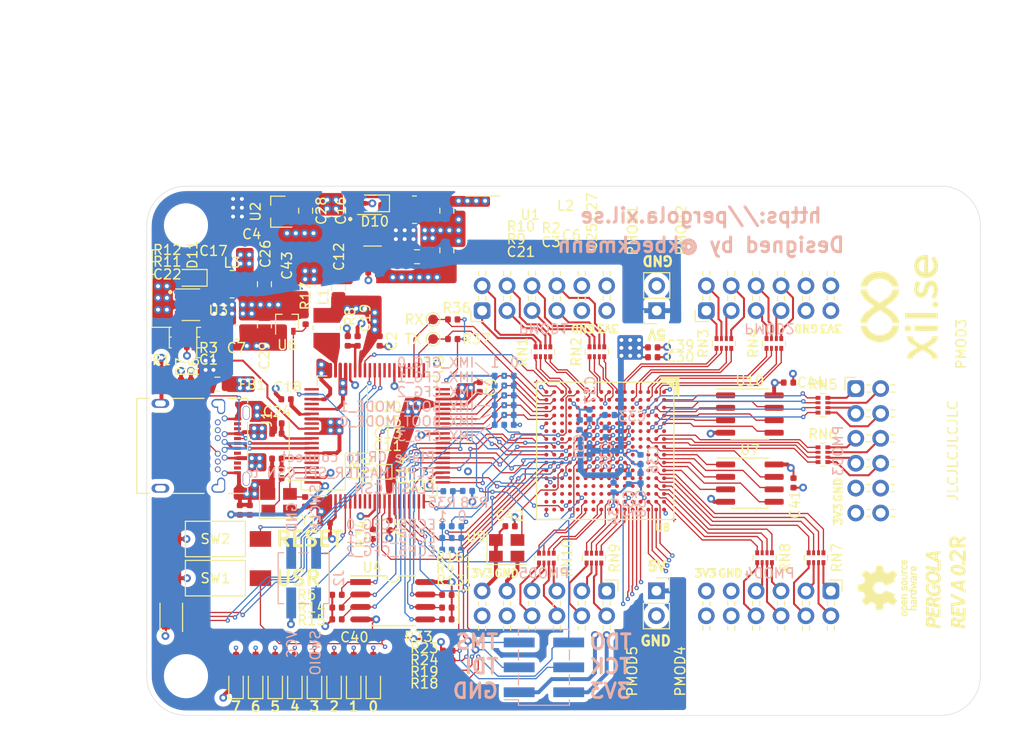
<source format=kicad_pcb>
(kicad_pcb (version 20200518) (host pcbnew "(5.99.0-1930-g59e265b42)")
  (layers (0 "F.Cu" signal) (1 "In1.Cu" power hide) (2 "In2.Cu" power hide) (31 "B.Cu" signal) (34 "B.Paste" user) (35 "F.Paste" user) (36 "B.SilkS" user) (37 "F.SilkS" user) (38 "B.Mask" user) (39 "F.Mask" user) (44 "Edge.Cuts" user))
  (net 0 "")
  (net 1 "GND")
  (net 2 "+2V5")
  (net 3 "+3V3")
  (net 4 "+1V1")
  (net 5 "VBUS")
  (net 6 "Net-(J1-PadA5)")
  (net 7 "Net-(J1-PadB5)")
  (net 8 "/USB_DP")
  (net 9 "/USB_DM")
  (net 10 "/VBUS_UNFILTERED")
  (net 11 "/USB_SHIELD")
  (net 12 "Net-(D1-Pad2)")
  (net 13 "Net-(D2-Pad2)")
  (net 14 "Net-(D3-Pad2)")
  (net 15 "Net-(D4-Pad2)")
  (net 16 "Net-(D5-Pad2)")
  (net 17 "Net-(D6-Pad2)")
  (net 18 "Net-(D7-Pad2)")
  (net 19 "Net-(D8-Pad2)")
  (net 20 "Net-(C16-Pad2)")
  (net 21 "Net-(C17-Pad2)")
  (net 22 "Net-(C18-Pad2)")
  (net 23 "/DCDC_OUT")
  (net 24 "/ALT0_FLEXSPI_B_SCLK")
  (net 25 "/ALT0_FLEXSPI_B_DATA02")
  (net 26 "/ALT0_FLEXSPI_B_DATA01")
  (net 27 "/ALT0_FLEXSPI_B_DATA03")
  (net 28 "/ALT0_FLEXSPI_B_DATA00")
  (net 29 "/ALT0_FLEXSPI_A_SS1_B")
  (net 30 "/ALT0_FLEXSPI_A_SS0_B")
  (net 31 "/ALT0_FLEXSPI_A_DATA1")
  (net 32 "/ALT0_FLEXSPI_A_DATA2")
  (net 33 "/ALT0_FLEXSPI_A_DATA0")
  (net 34 "/ALT0_FLEXSPI_A_SCLK")
  (net 35 "/ALT0_FLEXSPI_A_DATA3")
  (net 36 "/ALT0_FLEXSPI_A_DQS")
  (net 37 "/ALT0_FLEXSPI_B_DQS")
  (net 38 "/ALT0_LPUART1_RXD")
  (net 39 "/ALT0_LPUART1_TXD")
  (net 40 "/CLK_16MHZ")
  (net 41 "/FPGA_~HOLD")
  (net 42 "/FPGA_CFG2")
  (net 43 "/FPGA_CFG1")
  (net 44 "/FPGA_CFG0")
  (net 45 "/FPGA_DONE")
  (net 46 "/FPGA_~PROGRAM")
  (net 47 "/FPGA_~INIT")
  (net 48 "/PMOD1_4")
  (net 49 "/PMOD1_8")
  (net 50 "/PMOD1_3")
  (net 51 "/PMOD1_7")
  (net 52 "/PMOD1_2")
  (net 53 "/PMOD1_6")
  (net 54 "/PMOD1_1")
  (net 55 "/PMOD1_5")
  (net 56 "/PMOD2_4")
  (net 57 "/PMOD2_8")
  (net 58 "/PMOD2_3")
  (net 59 "/PMOD2_7")
  (net 60 "/PMOD2_2")
  (net 61 "/PMOD2_6")
  (net 62 "/PMOD2_1")
  (net 63 "/PMOD2_5")
  (net 64 "/PMOD3_4")
  (net 65 "/PMOD3_8")
  (net 66 "/PMOD3_3")
  (net 67 "/PMOD3_7")
  (net 68 "/PMOD3_2")
  (net 69 "/PMOD3_6")
  (net 70 "/PMOD3_1")
  (net 71 "/PMOD3_5")
  (net 72 "/ALT0_FLEXSPI_B_SS0_B")
  (net 73 "/MCU_SWD_CLK")
  (net 74 "/MCU_SWD_IO")
  (net 75 "/PMOD4_4")
  (net 76 "/PMOD4_8")
  (net 77 "/PMOD4_3")
  (net 78 "/PMOD4_7")
  (net 79 "/PMOD4_2")
  (net 80 "/PMOD4_6")
  (net 81 "/PMOD4_1")
  (net 82 "/PMOD4_5")
  (net 83 "/PMOD5_4")
  (net 84 "/PMOD5_8")
  (net 85 "/PMOD5_3")
  (net 86 "/PMOD5_7")
  (net 87 "/PMOD5_2")
  (net 88 "/PMOD5_6")
  (net 89 "/PMOD5_1")
  (net 90 "/PMOD5_5")
  (net 91 "Net-(D9-Pad2)")
  (net 92 "/PMOD1_6x")
  (net 93 "/PMOD1_5x")
  (net 94 "/PMOD1_2x")
  (net 95 "/PMOD1_1x")
  (net 96 "/PMOD1_3x")
  (net 97 "/PMOD1_4x")
  (net 98 "/PMOD1_7x")
  (net 99 "/PMOD1_8x")
  (net 100 "/PMOD2_6x")
  (net 101 "/PMOD2_5x")
  (net 102 "/PMOD2_2x")
  (net 103 "/PMOD2_1x")
  (net 104 "/PMOD2_8x")
  (net 105 "/PMOD2_7x")
  (net 106 "/PMOD2_4x")
  (net 107 "/PMOD2_3x")
  (net 108 "/PMOD3_6x")
  (net 109 "/PMOD3_5x")
  (net 110 "/PMOD3_2x")
  (net 111 "/PMOD3_1x")
  (net 112 "/PMOD3_8x")
  (net 113 "/PMOD3_7x")
  (net 114 "/PMOD3_4x")
  (net 115 "/PMOD3_3x")
  (net 116 "/PMOD4_6x")
  (net 117 "/PMOD4_5x")
  (net 118 "/PMOD4_2x")
  (net 119 "/PMOD4_1x")
  (net 120 "/PMOD4_8x")
  (net 121 "/PMOD4_7x")
  (net 122 "/PMOD4_4x")
  (net 123 "/PMOD4_3x")
  (net 124 "/PMOD5_6x")
  (net 125 "/PMOD5_5x")
  (net 126 "/PMOD5_2x")
  (net 127 "/PMOD5_1x")
  (net 128 "/PMOD5_8x")
  (net 129 "/PMOD5_7x")
  (net 130 "/PMOD5_4x")
  (net 131 "/PMOD5_3x")
  (net 132 "Net-(C10-Pad2)")
  (net 133 "Net-(C11-Pad2)")
  (net 134 "Net-(C13-Pad2)")
  (net 135 "Net-(C14-Pad2)")
  (net 136 "Net-(C16-Pad1)")
  (net 137 "Net-(C17-Pad1)")
  (net 138 "Net-(C20-Pad2)")
  (net 139 "Net-(C21-Pad1)")
  (net 140 "Net-(C22-Pad1)")
  (net 141 "Net-(D1-Pad4)")
  (net 142 "Net-(D1-Pad3)")
  (net 143 "Net-(L1-Pad2)")
  (net 144 "Net-(R2-Pad2)")
  (net 145 "Net-(R3-Pad2)")
  (net 146 "/LED_R")
  (net 147 "/LED_G")
  (net 148 "/LED_B")
  (net 149 "/LED0")
  (net 150 "/LED1")
  (net 151 "/LED2")
  (net 152 "/LED3")
  (net 153 "/LED4")
  (net 154 "/LED5")
  (net 155 "/LED6")
  (net 156 "/LED7")
  (net 157 "/SW_USER")
  (net 158 "/ALT0_LPSPI1_SDI")
  (net 159 "/ALT1_LPSPI1_PCS0")
  (net 160 "/ALT1_LPSPI1_SCK")
  (net 161 "/ALT0_LPSPI1_SDO")
  (net 162 "/POR_B")
  (net 163 "/RAM1_D3")
  (net 164 "/RAM1_CLK")
  (net 165 "/RAM1_D0")
  (net 166 "/RAM1_D2")
  (net 167 "/RAM1_D1")
  (net 168 "/RAM1_~CS~")
  (net 169 "/RAM2_D0")
  (net 170 "/RAM2_CLK")
  (net 171 "/RAM2_D3")
  (net 172 "/RAM2_D2")
  (net 173 "/RAM2_D1")
  (net 174 "/RAM2_~CS~")
  (net 175 "Net-(J1-PadB8)")
  (net 176 "Net-(J1-PadA8)")
  (net 177 "Net-(U5-Pad80)")
  (net 178 "Net-(U5-Pad79)")
  (net 179 "Net-(U5-Pad49)")
  (net 180 "Net-(U5-Pad48)")
  (net 181 "Net-(U5-Pad47)")
  (net 182 "Net-(U5-Pad46)")
  (net 183 "Net-(U5-Pad43)")
  (net 184 "Net-(U5-Pad36)")
  (net 185 "Net-(U5-Pad28)")
  (net 186 "Net-(U5-Pad24)")
  (net 187 "Net-(U5-Pad21)")
  (net 188 "Net-(U5-Pad9)")
  (net 189 "Net-(U5-Pad8)")
  (net 190 "Net-(U5-Pad6)")
  (net 191 "Net-(U5-Pad5)")
  (net 192 "Net-(U5-Pad4)")
  (net 193 "Net-(U5-Pad1)")
  (net 194 "Net-(U8-PadK1)")
  (net 195 "Net-(U8-PadE1)")
  (net 196 "Net-(U8-PadF2)")
  (net 197 "Net-(U8-PadK2)")
  (net 198 "Net-(U8-PadM2)")
  (net 199 "Net-(U8-PadP4)")
  (net 200 "Net-(U8-PadN4)")
  (net 201 "Net-(U8-PadM4)")
  (net 202 "Net-(U8-PadL4)")
  (net 203 "Net-(U8-PadK4)")
  (net 204 "Net-(U8-PadJ4)")
  (net 205 "Net-(U8-PadH4)")
  (net 206 "Net-(U8-PadG4)")
  (net 207 "Net-(U8-PadF4)")
  (net 208 "Net-(U8-PadE4)")
  (net 209 "Net-(U8-PadC3)")
  (net 210 "Net-(U8-PadD3)")
  (net 211 "Net-(U8-PadE3)")
  (net 212 "Net-(U8-PadF3)")
  (net 213 "Net-(U8-PadG3)")
  (net 214 "Net-(U8-PadH3)")
  (net 215 "Net-(U8-PadJ3)")
  (net 216 "Net-(U8-PadK3)")
  (net 217 "Net-(U8-PadL3)")
  (net 218 "Net-(U8-PadM3)")
  (net 219 "Net-(U8-PadN3)")
  (net 220 "Net-(U8-PadP3)")
  (net 221 "Net-(U8-PadR7)")
  (net 222 "Net-(U8-PadP7)")
  (net 223 "Net-(U8-PadE7)")
  (net 224 "Net-(U8-PadD7)")
  (net 225 "Net-(U8-PadC8)")
  (net 226 "Net-(U8-PadD8)")
  (net 227 "Net-(U8-PadE8)")
  (net 228 "Net-(U8-PadM8)")
  (net 229 "Net-(U8-PadP8)")
  (net 230 "Net-(U8-PadT6)")
  (net 231 "Net-(U8-PadR6)")
  (net 232 "Net-(U8-PadP6)")
  (net 233 "Net-(U8-PadN6)")
  (net 234 "Net-(U8-PadM6)")
  (net 235 "Net-(U8-PadE6)")
  (net 236 "Net-(U8-PadD6)")
  (net 237 "Net-(U8-PadA6)")
  (net 238 "Net-(U8-PadB5)")
  (net 239 "Net-(U8-PadC5)")
  (net 240 "Net-(U8-PadD5)")
  (net 241 "Net-(U8-PadE5)")
  (net 242 "Net-(U8-PadF5)")
  (net 243 "Net-(U8-PadG5)")
  (net 244 "Net-(U8-PadH5)")
  (net 245 "Net-(U8-PadJ5)")
  (net 246 "Net-(U8-PadK5)")
  (net 247 "Net-(U8-PadL5)")
  (net 248 "Net-(U8-PadM5)")
  (net 249 "Net-(U8-PadN5)")
  (net 250 "Net-(U8-PadP5)")
  (net 251 "Net-(U8-PadR5)")
  (net 252 "Net-(U8-PadT13)")
  (net 253 "Net-(U8-PadR13)")
  (net 254 "Net-(U8-PadP13)")
  (net 255 "Net-(U8-PadN13)")
  (net 256 "Net-(U8-PadM13)")
  (net 257 "Net-(U8-PadL13)")
  (net 258 "Net-(U8-PadK13)")
  (net 259 "Net-(U8-PadJ13)")
  (net 260 "Net-(U8-PadH13)")
  (net 261 "Net-(U8-PadG13)")
  (net 262 "Net-(U8-PadF13)")
  (net 263 "Net-(U8-PadE13)")
  (net 264 "Net-(U8-PadD13)")
  (net 265 "Net-(U8-PadC13)")
  (net 266 "Net-(U8-PadC14)")
  (net 267 "Net-(U8-PadD14)")
  (net 268 "Net-(U8-PadE14)")
  (net 269 "Net-(U8-PadG14)")
  (net 270 "Net-(U8-PadH14)")
  (net 271 "Net-(U8-PadJ14)")
  (net 272 "Net-(U8-PadK14)")
  (net 273 "Net-(U8-PadL14)")
  (net 274 "Net-(U8-PadN14)")
  (net 275 "Net-(U8-PadP14)")
  (net 276 "Net-(U8-PadR14)")
  (net 277 "Net-(U8-PadT14)")
  (net 278 "Net-(U8-PadR16)")
  (net 279 "Net-(U8-PadN16)")
  (net 280 "Net-(U8-PadM16)")
  (net 281 "Net-(U8-PadK16)")
  (net 282 "Net-(U8-PadK15)")
  (net 283 "Net-(U8-PadM15)")
  (net 284 "Net-(U8-PadP15)")
  (net 285 "Net-(U8-PadR15)")
  (net 286 "Net-(U8-PadT15)")
  (net 287 "Net-(U8-PadN11)")
  (net 288 "Net-(U8-PadM11)")
  (net 289 "Net-(U8-PadE11)")
  (net 290 "Net-(U8-PadD11)")
  (net 291 "Net-(U8-PadC11)")
  (net 292 "Net-(U8-PadC12)")
  (net 293 "Net-(U8-PadD12)")
  (net 294 "Net-(U8-PadE12)")
  (net 295 "Net-(U8-PadF12)")
  (net 296 "Net-(U8-PadG12)")
  (net 297 "Net-(U8-PadH12)")
  (net 298 "Net-(U8-PadJ12)")
  (net 299 "Net-(U8-PadK12)")
  (net 300 "Net-(U8-PadL12)")
  (net 301 "Net-(U8-PadM12)")
  (net 302 "Net-(U8-PadN12)")
  (net 303 "Net-(U8-PadP12)")
  (net 304 "Net-(U8-PadR12)")
  (net 305 "Net-(U8-PadE10)")
  (net 306 "Net-(U8-PadD10)")
  (net 307 "Net-(U8-PadC10)")
  (net 308 "Net-(U8-PadC9)")
  (net 309 "Net-(U8-PadD9)")
  (net 310 "Net-(U8-PadE9)")
  (net 311 "Net-(U8-PadM9)")
  (net 312 "Net-(J1-PadB2)")
  (net 313 "Net-(J1-PadB3)")
  (net 314 "Net-(J1-PadB11)")
  (net 315 "Net-(J1-PadB10)")
  (net 316 "Net-(J1-PadA11)")
  (net 317 "Net-(J1-PadA10)")
  (net 318 "Net-(J1-PadA3)")
  (net 319 "Net-(J1-PadA2)")
  (net 320 "/DCDC_PSWITCH")
  (module "Resistor_SMD:R_Array_Convex_4x0402" (layer "F.Cu") (at 140.75 87.95 -90)
    (fp_text reference "RN10" (at 0 -2.1 -90) (layer "F.SilkS"))
    (fp_text value "22R_x4")
    (pad "5" smd rect (at 0.5 0.75 270) (size 0.5 0.4) (layers "F.Cu" "F.Paste" "F.Mask") (net 84 "/PMOD5_8"))
    (pad "6" smd rect (at 0.5 0.25 270) (size 0.5 0.3) (layers "F.Cu" "F.Paste" "F.Mask") (net 83 "/PMOD5_4"))
    (pad "8" smd rect (at 0.5 -0.75 270) (size 0.5 0.4) (layers "F.Cu" "F.Paste" "F.Mask") (net 85 "/PMOD5_3"))
    (pad "7" smd rect (at 0.5 -0.25 270) (size 0.5 0.3) (layers "F.Cu" "F.Paste" "F.Mask") (net 86 "/PMOD5_7"))
    (pad "4" smd rect (at -0.5 0.75 270) (size 0.5 0.4) (layers "F.Cu" "F.Paste" "F.Mask") (net 128 "/PMOD5_8x"))
    (pad "2" smd rect (at -0.5 -0.25 270) (size 0.5 0.3) (layers "F.Cu" "F.Paste" "F.Mask") (net 129 "/PMOD5_7x"))
    (pad "3" smd rect (at -0.5 0.25 270) (size 0.5 0.3) (layers "F.Cu" "F.Paste" "F.Mask") (net 130 "/PMOD5_4x"))
    (pad "1" smd rect (at -0.5 -0.75 270) (size 0.5 0.4) (layers "F.Cu" "F.Paste" "F.Mask") (net 131 "/PMOD5_3x"))
  )
  (module "Resistor_SMD:R_Array_Convex_4x0402" (layer "F.Cu") (at 145.6 87.95 -90)
    (fp_text reference "RN9" (at 0 -2.1 -90) (layer "F.SilkS"))
    (fp_text value "22R_x4")
    (pad "5" smd rect (at 0.5 0.75 270) (size 0.5 0.4) (layers "F.Cu" "F.Paste" "F.Mask") (net 88 "/PMOD5_6"))
    (pad "6" smd rect (at 0.5 0.25 270) (size 0.5 0.3) (layers "F.Cu" "F.Paste" "F.Mask") (net 87 "/PMOD5_2"))
    (pad "8" smd rect (at 0.5 -0.75 270) (size 0.5 0.4) (layers "F.Cu" "F.Paste" "F.Mask") (net 89 "/PMOD5_1"))
    (pad "7" smd rect (at 0.5 -0.25 270) (size 0.5 0.3) (layers "F.Cu" "F.Paste" "F.Mask") (net 90 "/PMOD5_5"))
    (pad "4" smd rect (at -0.5 0.75 270) (size 0.5 0.4) (layers "F.Cu" "F.Paste" "F.Mask") (net 124 "/PMOD5_6x"))
    (pad "2" smd rect (at -0.5 -0.25 270) (size 0.5 0.3) (layers "F.Cu" "F.Paste" "F.Mask") (net 125 "/PMOD5_5x"))
    (pad "3" smd rect (at -0.5 0.25 270) (size 0.5 0.3) (layers "F.Cu" "F.Paste" "F.Mask") (net 126 "/PMOD5_2x"))
    (pad "1" smd rect (at -0.5 -0.75 270) (size 0.5 0.4) (layers "F.Cu" "F.Paste" "F.Mask") (net 127 "/PMOD5_1x"))
  )
  (module "Resistor_SMD:R_Array_Convex_4x0402" (layer "F.Cu") (at 163 87.91 -90)
    (fp_text reference "RN8" (at 0 -2.1 -90) (layer "F.SilkS"))
    (fp_text value "22R_x4")
    (pad "5" smd rect (at 0.5 0.75 270) (size 0.5 0.4) (layers "F.Cu" "F.Paste" "F.Mask") (net 76 "/PMOD4_8"))
    (pad "6" smd rect (at 0.5 0.25 270) (size 0.5 0.3) (layers "F.Cu" "F.Paste" "F.Mask") (net 75 "/PMOD4_4"))
    (pad "8" smd rect (at 0.5 -0.75 270) (size 0.5 0.4) (layers "F.Cu" "F.Paste" "F.Mask") (net 77 "/PMOD4_3"))
    (pad "7" smd rect (at 0.5 -0.25 270) (size 0.5 0.3) (layers "F.Cu" "F.Paste" "F.Mask") (net 78 "/PMOD4_7"))
    (pad "4" smd rect (at -0.5 0.75 270) (size 0.5 0.4) (layers "F.Cu" "F.Paste" "F.Mask") (net 120 "/PMOD4_8x"))
    (pad "2" smd rect (at -0.5 -0.25 270) (size 0.5 0.3) (layers "F.Cu" "F.Paste" "F.Mask") (net 121 "/PMOD4_7x"))
    (pad "3" smd rect (at -0.5 0.25 270) (size 0.5 0.3) (layers "F.Cu" "F.Paste" "F.Mask") (net 122 "/PMOD4_4x"))
    (pad "1" smd rect (at -0.5 -0.75 270) (size 0.5 0.4) (layers "F.Cu" "F.Paste" "F.Mask") (net 123 "/PMOD4_3x"))
  )
  (module "Resistor_SMD:R_Array_Convex_4x0402" (layer "F.Cu") (at 168.25 87.91 -90)
    (fp_text reference "RN7" (at 0 -2.1 -90) (layer "F.SilkS"))
    (fp_text value "22R_x4")
    (pad "5" smd rect (at 0.5 0.75 270) (size 0.5 0.4) (layers "F.Cu" "F.Paste" "F.Mask") (net 80 "/PMOD4_6"))
    (pad "6" smd rect (at 0.5 0.25 270) (size 0.5 0.3) (layers "F.Cu" "F.Paste" "F.Mask") (net 79 "/PMOD4_2"))
    (pad "8" smd rect (at 0.5 -0.75 270) (size 0.5 0.4) (layers "F.Cu" "F.Paste" "F.Mask") (net 81 "/PMOD4_1"))
    (pad "7" smd rect (at 0.5 -0.25 270) (size 0.5 0.3) (layers "F.Cu" "F.Paste" "F.Mask") (net 82 "/PMOD4_5"))
    (pad "4" smd rect (at -0.5 0.75 270) (size 0.5 0.4) (layers "F.Cu" "F.Paste" "F.Mask") (net 116 "/PMOD4_6x"))
    (pad "2" smd rect (at -0.5 -0.25 270) (size 0.5 0.3) (layers "F.Cu" "F.Paste" "F.Mask") (net 117 "/PMOD4_5x"))
    (pad "3" smd rect (at -0.5 0.25 270) (size 0.5 0.3) (layers "F.Cu" "F.Paste" "F.Mask") (net 118 "/PMOD4_2x"))
    (pad "1" smd rect (at -0.5 -0.75 270) (size 0.5 0.4) (layers "F.Cu" "F.Paste" "F.Mask") (net 119 "/PMOD4_1x"))
  )
  (module "Resistor_SMD:R_Array_Convex_4x0402" (layer "F.Cu") (at 168.95 77.4)
    (fp_text reference "RN6" (at 0 -2.1) (layer "F.SilkS"))
    (fp_text value "22R_x4")
    (pad "5" smd rect (at 0.5 0.75) (size 0.5 0.4) (layers "F.Cu" "F.Paste" "F.Mask") (net 65 "/PMOD3_8"))
    (pad "6" smd rect (at 0.5 0.25) (size 0.5 0.3) (layers "F.Cu" "F.Paste" "F.Mask") (net 64 "/PMOD3_4"))
    (pad "8" smd rect (at 0.5 -0.75) (size 0.5 0.4) (layers "F.Cu" "F.Paste" "F.Mask") (net 66 "/PMOD3_3"))
    (pad "7" smd rect (at 0.5 -0.25) (size 0.5 0.3) (layers "F.Cu" "F.Paste" "F.Mask") (net 67 "/PMOD3_7"))
    (pad "4" smd rect (at -0.5 0.75) (size 0.5 0.4) (layers "F.Cu" "F.Paste" "F.Mask") (net 112 "/PMOD3_8x"))
    (pad "2" smd rect (at -0.5 -0.25) (size 0.5 0.3) (layers "F.Cu" "F.Paste" "F.Mask") (net 113 "/PMOD3_7x"))
    (pad "3" smd rect (at -0.5 0.25) (size 0.5 0.3) (layers "F.Cu" "F.Paste" "F.Mask") (net 114 "/PMOD3_4x"))
    (pad "1" smd rect (at -0.5 -0.75) (size 0.5 0.4) (layers "F.Cu" "F.Paste" "F.Mask") (net 115 "/PMOD3_3x"))
  )
  (module "Resistor_SMD:R_Array_Convex_4x0402" (layer "F.Cu") (at 168.95 72.35)
    (fp_text reference "RN5" (at 0 -2.1) (layer "F.SilkS"))
    (fp_text value "22R_x4")
    (pad "5" smd rect (at 0.5 0.75) (size 0.5 0.4) (layers "F.Cu" "F.Paste" "F.Mask") (net 69 "/PMOD3_6"))
    (pad "6" smd rect (at 0.5 0.25) (size 0.5 0.3) (layers "F.Cu" "F.Paste" "F.Mask") (net 68 "/PMOD3_2"))
    (pad "8" smd rect (at 0.5 -0.75) (size 0.5 0.4) (layers "F.Cu" "F.Paste" "F.Mask") (net 70 "/PMOD3_1"))
    (pad "7" smd rect (at 0.5 -0.25) (size 0.5 0.3) (layers "F.Cu" "F.Paste" "F.Mask") (net 71 "/PMOD3_5"))
    (pad "4" smd rect (at -0.5 0.75) (size 0.5 0.4) (layers "F.Cu" "F.Paste" "F.Mask") (net 108 "/PMOD3_6x"))
    (pad "2" smd rect (at -0.5 -0.25) (size 0.5 0.3) (layers "F.Cu" "F.Paste" "F.Mask") (net 109 "/PMOD3_5x"))
    (pad "3" smd rect (at -0.5 0.25) (size 0.5 0.3) (layers "F.Cu" "F.Paste" "F.Mask") (net 110 "/PMOD3_2x"))
    (pad "1" smd rect (at -0.5 -0.75) (size 0.5 0.4) (layers "F.Cu" "F.Paste" "F.Mask") (net 111 "/PMOD3_1x"))
  )
  (module "Resistor_SMD:R_Array_Convex_4x0402" (layer "F.Cu") (at 163.95 66.05 90)
    (fp_text reference "RN4" (at 0 -2.1 90) (layer "F.SilkS"))
    (fp_text value "22R_x4")
    (pad "5" smd rect (at 0.5 0.75 90) (size 0.5 0.4) (layers "F.Cu" "F.Paste" "F.Mask") (net 57 "/PMOD2_8"))
    (pad "6" smd rect (at 0.5 0.25 90) (size 0.5 0.3) (layers "F.Cu" "F.Paste" "F.Mask") (net 56 "/PMOD2_4"))
    (pad "8" smd rect (at 0.5 -0.75 90) (size 0.5 0.4) (layers "F.Cu" "F.Paste" "F.Mask") (net 58 "/PMOD2_3"))
    (pad "7" smd rect (at 0.5 -0.25 90) (size 0.5 0.3) (layers "F.Cu" "F.Paste" "F.Mask") (net 59 "/PMOD2_7"))
    (pad "4" smd rect (at -0.5 0.75 90) (size 0.5 0.4) (layers "F.Cu" "F.Paste" "F.Mask") (net 104 "/PMOD2_8x"))
    (pad "2" smd rect (at -0.5 -0.25 90) (size 0.5 0.3) (layers "F.Cu" "F.Paste" "F.Mask") (net 105 "/PMOD2_7x"))
    (pad "3" smd rect (at -0.5 0.25 90) (size 0.5 0.3) (layers "F.Cu" "F.Paste" "F.Mask") (net 106 "/PMOD2_4x"))
    (pad "1" smd rect (at -0.5 -0.75 90) (size 0.5 0.4) (layers "F.Cu" "F.Paste" "F.Mask") (net 107 "/PMOD2_3x"))
  )
  (module "Resistor_SMD:R_Array_Convex_4x0402" (layer "F.Cu") (at 158.85 66.05 90)
    (fp_text reference "RN3" (at 0 -2.1 90) (layer "F.SilkS"))
    (fp_text value "22R_x4")
    (pad "5" smd rect (at 0.5 0.75 90) (size 0.5 0.4) (layers "F.Cu" "F.Paste" "F.Mask") (net 61 "/PMOD2_6"))
    (pad "6" smd rect (at 0.5 0.25 90) (size 0.5 0.3) (layers "F.Cu" "F.Paste" "F.Mask") (net 60 "/PMOD2_2"))
    (pad "8" smd rect (at 0.5 -0.75 90) (size 0.5 0.4) (layers "F.Cu" "F.Paste" "F.Mask") (net 62 "/PMOD2_1"))
    (pad "7" smd rect (at 0.5 -0.25 90) (size 0.5 0.3) (layers "F.Cu" "F.Paste" "F.Mask") (net 63 "/PMOD2_5"))
    (pad "4" smd rect (at -0.5 0.75 90) (size 0.5 0.4) (layers "F.Cu" "F.Paste" "F.Mask") (net 100 "/PMOD2_6x"))
    (pad "2" smd rect (at -0.5 -0.25 90) (size 0.5 0.3) (layers "F.Cu" "F.Paste" "F.Mask") (net 101 "/PMOD2_5x"))
    (pad "3" smd rect (at -0.5 0.25 90) (size 0.5 0.3) (layers "F.Cu" "F.Paste" "F.Mask") (net 102 "/PMOD2_2x"))
    (pad "1" smd rect (at -0.5 -0.75 90) (size 0.5 0.4) (layers "F.Cu" "F.Paste" "F.Mask") (net 103 "/PMOD2_1x"))
  )
  (module "Resistor_SMD:R_Array_Convex_4x0402" (layer "F.Cu") (at 145.9 66.9 90)
    (fp_text reference "RN2" (at 0 -2.1 90) (layer "F.SilkS"))
    (fp_text value "22R_x4")
    (pad "5" smd rect (at 0.5 0.75 90) (size 0.5 0.4) (layers "F.Cu" "F.Paste" "F.Mask") (net 49 "/PMOD1_8"))
    (pad "6" smd rect (at 0.5 0.25 90) (size 0.5 0.3) (layers "F.Cu" "F.Paste" "F.Mask") (net 48 "/PMOD1_4"))
    (pad "8" smd rect (at 0.5 -0.75 90) (size 0.5 0.4) (layers "F.Cu" "F.Paste" "F.Mask") (net 50 "/PMOD1_3"))
    (pad "7" smd rect (at 0.5 -0.25 90) (size 0.5 0.3) (layers "F.Cu" "F.Paste" "F.Mask") (net 51 "/PMOD1_7"))
    (pad "4" smd rect (at -0.5 0.75 90) (size 0.5 0.4) (layers "F.Cu" "F.Paste" "F.Mask") (net 99 "/PMOD1_8x"))
    (pad "2" smd rect (at -0.5 -0.25 90) (size 0.5 0.3) (layers "F.Cu" "F.Paste" "F.Mask") (net 98 "/PMOD1_7x"))
    (pad "3" smd rect (at -0.5 0.25 90) (size 0.5 0.3) (layers "F.Cu" "F.Paste" "F.Mask") (net 97 "/PMOD1_4x"))
    (pad "1" smd rect (at -0.5 -0.75 90) (size 0.5 0.4) (layers "F.Cu" "F.Paste" "F.Mask") (net 96 "/PMOD1_3x"))
  )
  (module "Resistor_SMD:R_Array_Convex_4x0402" (layer "F.Cu") (at 140.4 66.9 90)
    (fp_text reference "RN1" (at 0 -2.1 90) (layer "F.SilkS"))
    (fp_text value "22R_x4")
    (pad "5" smd rect (at 0.5 0.75 90) (size 0.5 0.4) (layers "F.Cu" "F.Paste" "F.Mask") (net 53 "/PMOD1_6"))
    (pad "6" smd rect (at 0.5 0.25 90) (size 0.5 0.3) (layers "F.Cu" "F.Paste" "F.Mask") (net 52 "/PMOD1_2"))
    (pad "8" smd rect (at 0.5 -0.75 90) (size 0.5 0.4) (layers "F.Cu" "F.Paste" "F.Mask") (net 54 "/PMOD1_1"))
    (pad "7" smd rect (at 0.5 -0.25 90) (size 0.5 0.3) (layers "F.Cu" "F.Paste" "F.Mask") (net 55 "/PMOD1_5"))
    (pad "4" smd rect (at -0.5 0.75 90) (size 0.5 0.4) (layers "F.Cu" "F.Paste" "F.Mask") (net 92 "/PMOD1_6x"))
    (pad "2" smd rect (at -0.5 -0.25 90) (size 0.5 0.3) (layers "F.Cu" "F.Paste" "F.Mask") (net 93 "/PMOD1_5x"))
    (pad "3" smd rect (at -0.5 0.25 90) (size 0.5 0.3) (layers "F.Cu" "F.Paste" "F.Mask") (net 94 "/PMOD1_2x"))
    (pad "1" smd rect (at -0.5 -0.75 90) (size 0.5 0.4) (layers "F.Cu" "F.Paste" "F.Mask") (net 95 "/PMOD1_1x"))
  )
  (module "ecp5board:logo" (layer "F.Cu") (at 179 95)
    (fp_text reference "LOGO2" hide)
    (fp_text value "Logo_Open_Hardware_Small")
  )
  (module "ecp5board:CUI_UJ31-CH-312-SMT-TR" (layer "F.Cu") (at 109.25 76.5 -90)
    (fp_text reference "J1" (at -2.75 -3 -90) (layer "F.SilkS"))
    (fp_text value "UJ31-CH-31-SMT-TR" hide)
    (pad "S1" thru_hole oval (at -4.33 1.96) (size 1.4 0.9) (drill oval 1.1 0.6) (layers *.Cu *.Mask) (net 11 "/USB_SHIELD"))
    (pad "" np_thru_hole circle (at -3.6 0.66 270) (size 0.85 0.85) (drill 0.85) (layers *.Cu *.Mask))
    (pad "S1" thru_hole oval (at 4.33 1.96) (size 1.4 0.9) (drill oval 1.1 0.6) (layers *.Cu *.Mask) (net 11 "/USB_SHIELD"))
    (pad "S1" thru_hole oval (at 4.005 1.66 90) (size 1.55 0.8) (drill oval 1.25 0.6) (layers *.Cu *.Mask) (net 11 "/USB_SHIELD"))
    (pad "" np_thru_hole oval (at 3.6 0.66 270) (size 1.15 0.85) (drill oval 1.15 0.85) (layers *.Cu *.Mask))
    (pad "A1" smd rect (at -2.75 0 270) (size 0.32 0.7) (layers "F.Cu" "F.Paste" "F.Mask") (net 1 "GND"))
    (pad "A2" smd rect (at -2.25 0 270) (size 0.32 0.7) (layers "F.Cu" "F.Paste" "F.Mask") (net 319 "Net-(J1-PadA2)"))
    (pad "A3" smd rect (at -1.75 0 270) (size 0.32 0.7) (layers "F.Cu" "F.Paste" "F.Mask") (net 318 "Net-(J1-PadA3)"))
    (pad "A4" smd rect (at -1.25 0 270) (size 0.32 0.7) (layers "F.Cu" "F.Paste" "F.Mask") (net 10 "/VBUS_UNFILTERED"))
    (pad "A5" smd rect (at -0.75 0 270) (size 0.32 0.7) (layers "F.Cu" "F.Paste" "F.Mask") (net 6 "Net-(J1-PadA5)"))
    (pad "A6" smd rect (at -0.25 0 270) (size 0.32 0.7) (layers "F.Cu" "F.Paste" "F.Mask") (net 8 "/USB_DP"))
    (pad "A7" smd rect (at 0.25 0 270) (size 0.32 0.7) (layers "F.Cu" "F.Paste" "F.Mask") (net 9 "/USB_DM"))
    (pad "A8" smd rect (at 0.75 0 270) (size 0.32 0.7) (layers "F.Cu" "F.Paste" "F.Mask") (net 176 "Net-(J1-PadA8)"))
    (pad "A9" smd rect (at 1.25 0 270) (size 0.32 0.7) (layers "F.Cu" "F.Paste" "F.Mask") (net 10 "/VBUS_UNFILTERED"))
    (pad "A10" smd rect (at 1.75 0 270) (size 0.32 0.7) (layers "F.Cu" "F.Paste" "F.Mask") (net 317 "Net-(J1-PadA10)"))
    (pad "A11" smd rect (at 2.25 0 270) (size 0.32 0.7) (layers "F.Cu" "F.Paste" "F.Mask") (net 316 "Net-(J1-PadA11)"))
    (pad "A12" smd rect (at 2.75 0 270) (size 0.32 0.7) (layers "F.Cu" "F.Paste" "F.Mask") (net 1 "GND"))
    (pad "B7" thru_hole circle (at -0.4 1.31 270) (size 0.6 0.6) (drill 0.4) (layers *.Cu *.Mask) (net 9 "/USB_DM"))
    (pad "S1" thru_hole oval (at -4.005 1.66 90) (size 1.55 0.8) (drill oval 1.25 0.6) (layers *.Cu *.Mask) (net 11 "/USB_SHIELD"))
    (pad "B9" thru_hole circle (at -1.2 1.31 270) (size 0.6 0.6) (drill 0.4) (layers *.Cu *.Mask) (net 10 "/VBUS_UNFILTERED"))
    (pad "B12" thru_hole circle (at -2.8 1.31 270) (size 0.6 0.6) (drill 0.4) (layers *.Cu *.Mask) (net 1 "GND"))
    (pad "B6" thru_hole circle (at 0.4 1.31 270) (size 0.6 0.6) (drill 0.4) (layers *.Cu *.Mask) (net 8 "/USB_DP"))
    (pad "B4" thru_hole circle (at 1.2 1.31 270) (size 0.6 0.6) (drill 0.4) (layers *.Cu *.Mask) (net 10 "/VBUS_UNFILTERED"))
    (pad "B1" thru_hole circle (at 2.8 1.31 270) (size 0.6 0.6) (drill 0.4) (layers *.Cu *.Mask) (net 1 "GND"))
    (pad "B8" thru_hole circle (at -0.8 2.01 270) (size 0.6 0.6) (drill 0.4) (layers *.Cu *.Mask) (net 175 "Net-(J1-PadB8)"))
    (pad "B10" thru_hole circle (at -1.6 2.01 270) (size 0.6 0.6) (drill 0.4) (layers *.Cu *.Mask) (net 315 "Net-(J1-PadB10)"))
    (pad "B11" thru_hole circle (at -2.4 2.01 270) (size 0.6 0.6) (drill 0.4) (layers *.Cu *.Mask) (net 314 "Net-(J1-PadB11)"))
    (pad "B5" thru_hole circle (at 0.8 2.01 270) (size 0.6 0.6) (drill 0.4) (layers *.Cu *.Mask) (net 7 "Net-(J1-PadB5)"))
    (pad "B3" thru_hole circle (at 1.6 2.01 270) (size 0.6 0.6) (drill 0.4) (layers *.Cu *.Mask) (net 313 "Net-(J1-PadB3)"))
    (pad "B2" thru_hole circle (at 2.4 2.01 270) (size 0.6 0.6) (drill 0.4) (layers *.Cu *.Mask) (net 312 "Net-(J1-PadB2)"))
    (pad "S1" thru_hole oval (at -4.33 7.86) (size 1.8 0.9) (drill oval 1.1 0.6) (layers *.Cu *.Mask) (net 11 "/USB_SHIELD"))
    (pad "S1" thru_hole oval (at 4.33 7.86) (size 1.8 0.9) (drill oval 1.1 0.6) (layers *.Cu *.Mask) (net 11 "/USB_SHIELD"))
    (pad "SB1" thru_hole oval (at -3.37 -0.89 270) (size 1.4 0.7) (drill oval 1.3 0.6) (layers *.Cu *.Mask))
    (pad "SB2" thru_hole oval (at 3.37 -0.89 270) (size 1.4 0.7) (drill oval 1.3 0.6) (layers *.Cu *.Mask))
    (pad "MM" smd rect (at -1.5 7.5 270) (size 1 2) (layers "F.Cu" "F.Mask"))
  )
  (module "Capacitor_SMD:C_0402_1005Metric" (layer "F.Cu") (at 113.275 74.2)
    (fp_text reference "C24" (at 0 -1.17 180) (layer "F.SilkS"))
    (fp_text value "10µF")
    (pad "2" smd roundrect (at 0.485 0) (size 0.59 0.64) (layers "F.Cu" "F.Paste" "F.Mask") (net 138 "Net-(C20-Pad2)"))
    (pad "1" smd roundrect (at -0.485 0) (size 0.59 0.64) (layers "F.Cu" "F.Paste" "F.Mask") (net 1 "GND"))
  )
  (module "Diode_SMD:D_SOD-323F" (layer "F.Cu") (at 104.65 59.35 180)
    (fp_text reference "D11" (at 0 2.35 90) (layer "F.SilkS"))
    (fp_text value "Schottky")
    (pad "2" smd rect (at 1.1 0 180) (size 0.5 0.5) (layers "F.Cu" "F.Paste" "F.Mask") (net 1 "GND"))
    (pad "1" smd rect (at -1.1 0 180) (size 0.5 0.5) (layers "F.Cu" "F.Paste" "F.Mask") (net 21 "Net-(C17-Pad2)"))
  )
  (module "Diode_SMD:D_SOD-323F" (layer "F.Cu") (at 123.25 51.75 180)
    (fp_text reference "D10" (at 0 -1.85) (layer "F.SilkS"))
    (fp_text value "Schottky")
    (pad "2" smd rect (at 1.1 0 180) (size 0.5 0.5) (layers "F.Cu" "F.Paste" "F.Mask") (net 1 "GND"))
    (pad "1" smd rect (at -1.1 0 180) (size 0.5 0.5) (layers "F.Cu" "F.Paste" "F.Mask") (net 20 "Net-(C16-Pad2)"))
  )
  (module "Resistor_SMD:R_0402_1005Metric" (layer "F.Cu") (at 101.5 69.5 -90)
    (fp_text reference "R1" (at -1.75 0) (layer "F.SilkS"))
    (fp_text value "0Ω")
    (pad "2" smd roundrect (at 0.485 0 270) (size 0.59 0.64) (layers "F.Cu" "F.Paste" "F.Mask") (net 11 "/USB_SHIELD"))
    (pad "1" smd roundrect (at -0.485 0 270) (size 0.59 0.64) (layers "F.Cu" "F.Paste" "F.Mask") (net 1 "GND"))
  )
  (module "Resistor_SMD:R_0402_1005Metric" (layer "B.Cu") (at 132.7 81.1 180)
    (fp_text reference "R38" (at -0.7 -1.2) (layer "B.SilkS") (effects (justify mirror)))
    (fp_text value "1kΩ")
    (pad "2" smd roundrect (at 0.485 0 180) (size 0.59 0.64) (layers "B.Cu" "B.Paste" "B.Mask") (net 41 "/FPGA_~HOLD"))
    (pad "1" smd roundrect (at -0.485 0 180) (size 0.59 0.64) (layers "B.Cu" "B.Paste" "B.Mask") (net 1 "GND"))
  )
  (module "LED_SMD:LED_Cree-PLCC4_2x2mm_CW" (layer "F.Cu") (at 102.5 94 90)
    (fp_text reference "D1" hide)
    (fp_text value "CLMVC-FKA-CL1D1L71BB7C3C3")
    (pad "4" smd rect (at -0.75 0.55 90) (size 1 0.8) (layers "F.Cu" "F.Paste" "F.Mask") (net 141 "Net-(D1-Pad4)"))
    (pad "3" smd rect (at 0.75 0.55 90) (size 1 0.8) (layers "F.Cu" "F.Paste" "F.Mask") (net 142 "Net-(D1-Pad3)"))
    (pad "2" smd rect (at 0.75 -0.55 90) (size 1 0.8) (layers "F.Cu" "F.Paste" "F.Mask") (net 12 "Net-(D1-Pad2)"))
    (pad "1" smd rect (at -0.75 -0.55 90) (size 1 0.8) (layers "F.Cu" "F.Paste" "F.Mask") (net 3 "+3V3"))
  )
  (module "Resistor_SMD:R_0402_1005Metric" (layer "F.Cu") (at 131.2 65.6)
    (fp_text reference "R37" (at 2.4 0) (layer "F.SilkS"))
    (fp_text value "1kΩ")
    (pad "2" smd roundrect (at 0.485 0) (size 0.59 0.64) (layers "F.Cu" "F.Paste" "F.Mask") (net 3 "+3V3"))
    (pad "1" smd roundrect (at -0.485 0) (size 0.59 0.64) (layers "F.Cu" "F.Paste" "F.Mask") (net 39 "/ALT0_LPUART1_TXD"))
  )
  (module "Resistor_SMD:R_0402_1005Metric" (layer "F.Cu") (at 131.2 63.6)
    (fp_text reference "R36" (at 0.4 -1.17) (layer "F.SilkS"))
    (fp_text value "1kΩ")
    (pad "2" smd roundrect (at 0.485 0) (size 0.59 0.64) (layers "F.Cu" "F.Paste" "F.Mask") (net 3 "+3V3"))
    (pad "1" smd roundrect (at -0.485 0) (size 0.59 0.64) (layers "F.Cu" "F.Paste" "F.Mask") (net 38 "/ALT0_LPUART1_RXD"))
  )
  (module "Capacitor_SMD:C_0402_1005Metric" (layer "F.Cu") (at 165.44 70.04 180)
    (fp_text reference "C44" (at -2.31 -0.01) (layer "F.SilkS"))
    (fp_text value "100nF")
    (pad "2" smd roundrect (at 0.485 0 180) (size 0.59 0.64) (layers "F.Cu" "F.Paste" "F.Mask") (net 3 "+3V3"))
    (pad "1" smd roundrect (at -0.485 0 180) (size 0.59 0.64) (layers "F.Cu" "F.Paste" "F.Mask") (net 1 "GND"))
  )
  (module "Package_SO:SOIC-8_3.9x4.9mm_P1.27mm" (layer "F.Cu") (at 161.5 73.25)
    (fp_text reference "U10" (at 0 -3.4) (layer "F.SilkS"))
    (fp_text value "SERIAL SRAM, 4MB")
    (pad "8" smd roundrect (at 2.475 -1.905) (size 1.95 0.6) (layers "F.Cu" "F.Paste" "F.Mask") (net 3 "+3V3"))
    (pad "7" smd roundrect (at 2.475 -0.635) (size 1.95 0.6) (layers "F.Cu" "F.Paste" "F.Mask") (net 171 "/RAM2_D3"))
    (pad "6" smd roundrect (at 2.475 0.635) (size 1.95 0.6) (layers "F.Cu" "F.Paste" "F.Mask") (net 170 "/RAM2_CLK"))
    (pad "5" smd roundrect (at 2.475 1.905) (size 1.95 0.6) (layers "F.Cu" "F.Paste" "F.Mask") (net 169 "/RAM2_D0"))
    (pad "4" smd roundrect (at -2.475 1.905) (size 1.95 0.6) (layers "F.Cu" "F.Paste" "F.Mask") (net 1 "GND"))
    (pad "3" smd roundrect (at -2.475 0.635) (size 1.95 0.6) (layers "F.Cu" "F.Paste" "F.Mask") (net 172 "/RAM2_D2"))
    (pad "2" smd roundrect (at -2.475 -0.635) (size 1.95 0.6) (layers "F.Cu" "F.Paste" "F.Mask") (net 173 "/RAM2_D1"))
    (pad "1" smd roundrect (at -2.475 -1.905) (size 1.95 0.6) (layers "F.Cu" "F.Paste" "F.Mask") (net 174 "/RAM2_~CS~"))
  )
  (module "ecp5board:xil_logo_new" (layer "F.Cu") (at 177.7 62.2 90)
    (fp_text reference "LOGO3" hide)
    (fp_text value "Logo_Open_Hardware_Small")
  )
  (module "Symbol:OSHW-Logo_5.7x6mm_SilkScreen" (layer "F.Cu") (at 175.5 91 90)
    (fp_text reference "LOGO1" hide)
    (fp_text value "Logo_Open_Hardware_Small" hide)
  )
  (module "Package_TO_SOT_SMD:SOT-23-6" (layer "F.Cu") (at 104.5 62.1)
    (fp_text reference "U3" (at 2.8 0.6) (layer "F.SilkS"))
    (fp_text value "AP3211KTR-G1")
    (pad "5" smd rect (at 1.1 0) (size 1.06 0.65) (layers "F.Cu" "F.Paste" "F.Mask") (net 5 "VBUS"))
    (pad "6" smd rect (at 1.1 -0.95) (size 1.06 0.65) (layers "F.Cu" "F.Paste" "F.Mask") (net 21 "Net-(C17-Pad2)"))
    (pad "4" smd rect (at 1.1 0.95) (size 1.06 0.65) (layers "F.Cu" "F.Paste" "F.Mask") (net 145 "Net-(R3-Pad2)"))
    (pad "3" smd rect (at -1.1 0.95) (size 1.06 0.65) (layers "F.Cu" "F.Paste" "F.Mask") (net 140 "Net-(C22-Pad1)"))
    (pad "2" smd rect (at -1.1 0) (size 1.06 0.65) (layers "F.Cu" "F.Paste" "F.Mask") (net 1 "GND"))
    (pad "1" smd rect (at -1.1 -0.95) (size 1.06 0.65) (layers "F.Cu" "F.Paste" "F.Mask") (net 137 "Net-(C17-Pad1)"))
  )
  (module "Package_TO_SOT_SMD:SOT-23-6" (layer "F.Cu") (at 123.025 54.5)
    (fp_text reference "U1" (at 16.075 -1.6) (layer "F.SilkS"))
    (fp_text value "AP3211KTR-G1")
    (pad "5" smd rect (at 1.1 0) (size 1.06 0.65) (layers "F.Cu" "F.Paste" "F.Mask") (net 5 "VBUS"))
    (pad "6" smd rect (at 1.1 -0.95) (size 1.06 0.65) (layers "F.Cu" "F.Paste" "F.Mask") (net 20 "Net-(C16-Pad2)"))
    (pad "4" smd rect (at 1.1 0.95) (size 1.06 0.65) (layers "F.Cu" "F.Paste" "F.Mask") (net 144 "Net-(R2-Pad2)"))
    (pad "3" smd rect (at -1.1 0.95) (size 1.06 0.65) (layers "F.Cu" "F.Paste" "F.Mask") (net 139 "Net-(C21-Pad1)"))
    (pad "2" smd rect (at -1.1 0) (size 1.06 0.65) (layers "F.Cu" "F.Paste" "F.Mask") (net 1 "GND"))
    (pad "1" smd rect (at -1.1 -0.95) (size 1.06 0.65) (layers "F.Cu" "F.Paste" "F.Mask") (net 136 "Net-(C16-Pad1)"))
  )
  (module "Capacitor_SMD:C_0402_1005Metric" (layer "F.Cu") (at 114.3 60.5 -90)
    (fp_text reference "C43" (at -2.4 0 90) (layer "F.SilkS"))
    (fp_text value "100nF")
    (pad "2" smd roundrect (at 0.485 0 270) (size 0.59 0.64) (layers "F.Cu" "F.Paste" "F.Mask") (net 3 "+3V3"))
    (pad "1" smd roundrect (at -0.485 0 270) (size 0.59 0.64) (layers "F.Cu" "F.Paste" "F.Mask") (net 1 "GND"))
  )
  (module "Package_QFP:LQFP-80_12x12mm_P0.5mm" (layer "F.Cu") (at 123.5 75.475 -90)
    (fp_text reference "U5" (at -7.275 -6.3 -90) (layer "F.SilkS"))
    (fp_text value "MIMXRT1011DAE5A")
    (pad "80" smd roundrect (at -4.75 -6.6875 270) (size 0.25 1.475) (layers "F.Cu" "F.Paste" "F.Mask") (net 177 "Net-(U5-Pad80)"))
    (pad "79" smd roundrect (at -4.25 -6.6875 270) (size 0.25 1.475) (layers "F.Cu" "F.Paste" "F.Mask") (net 178 "Net-(U5-Pad79)"))
    (pad "78" smd roundrect (at -3.75 -6.6875 270) (size 0.25 1.475) (layers "F.Cu" "F.Paste" "F.Mask") (net 1 "GND"))
    (pad "77" smd roundrect (at -3.25 -6.6875 270) (size 0.25 1.475) (layers "F.Cu" "F.Paste" "F.Mask") (net 23 "/DCDC_OUT"))
    (pad "76" smd roundrect (at -2.75 -6.6875 270) (size 0.25 1.475) (layers "F.Cu" "F.Paste" "F.Mask") (net 72 "/ALT0_FLEXSPI_B_SS0_B"))
    (pad "75" smd roundrect (at -2.25 -6.6875 270) (size 0.25 1.475) (layers "F.Cu" "F.Paste" "F.Mask") (net 26 "/ALT0_FLEXSPI_B_DATA01"))
    (pad "74" smd roundrect (at -1.75 -6.6875 270) (size 0.25 1.475) (layers "F.Cu" "F.Paste" "F.Mask") (net 25 "/ALT0_FLEXSPI_B_DATA02"))
    (pad "73" smd roundrect (at -1.25 -6.6875 270) (size 0.25 1.475) (layers "F.Cu" "F.Paste" "F.Mask") (net 28 "/ALT0_FLEXSPI_B_DATA00"))
    (pad "72" smd roundrect (at -0.75 -6.6875 270) (size 0.25 1.475) (layers "F.Cu" "F.Paste" "F.Mask") (net 27 "/ALT0_FLEXSPI_B_DATA03"))
    (pad "71" smd roundrect (at -0.25 -6.6875 270) (size 0.25 1.475) (layers "F.Cu" "F.Paste" "F.Mask") (net 3 "+3V3"))
    (pad "70" smd roundrect (at 0.25 -6.6875 270) (size 0.25 1.475) (layers "F.Cu" "F.Paste" "F.Mask") (net 29 "/ALT0_FLEXSPI_A_SS1_B"))
    (pad "69" smd roundrect (at 0.75 -6.6875 270) (size 0.25 1.475) (layers "F.Cu" "F.Paste" "F.Mask") (net 30 "/ALT0_FLEXSPI_A_SS0_B"))
    (pad "68" smd roundrect (at 1.25 -6.6875 270) (size 0.25 1.475) (layers "F.Cu" "F.Paste" "F.Mask") (net 31 "/ALT0_FLEXSPI_A_DATA1"))
    (pad "67" smd roundrect (at 1.75 -6.6875 270) (size 0.25 1.475) (layers "F.Cu" "F.Paste" "F.Mask") (net 32 "/ALT0_FLEXSPI_A_DATA2"))
    (pad "66" smd roundrect (at 2.25 -6.6875 270) (size 0.25 1.475) (layers "F.Cu" "F.Paste" "F.Mask") (net 33 "/ALT0_FLEXSPI_A_DATA0"))
    (pad "65" smd roundrect (at 2.75 -6.6875 270) (size 0.25 1.475) (layers "F.Cu" "F.Paste" "F.Mask") (net 34 "/ALT0_FLEXSPI_A_SCLK"))
    (pad "64" smd roundrect (at 3.25 -6.6875 270) (size 0.25 1.475) (layers "F.Cu" "F.Paste" "F.Mask") (net 35 "/ALT0_FLEXSPI_A_DATA3"))
    (pad "63" smd roundrect (at 3.75 -6.6875 270) (size 0.25 1.475) (layers "F.Cu" "F.Paste" "F.Mask") (net 3 "+3V3"))
    (pad "62" smd roundrect (at 4.25 -6.6875 270) (size 0.25 1.475) (layers "F.Cu" "F.Paste" "F.Mask") (net 36 "/ALT0_FLEXSPI_A_DQS"))
    (pad "61" smd roundrect (at 4.75 -6.6875 270) (size 0.25 1.475) (layers "F.Cu" "F.Paste" "F.Mask") (net 24 "/ALT0_FLEXSPI_B_SCLK"))
    (pad "60" smd roundrect (at 6.6875 -4.75 270) (size 1.475 0.25) (layers "F.Cu" "F.Paste" "F.Mask") (net 41 "/FPGA_~HOLD"))
    (pad "59" smd roundrect (at 6.6875 -4.25 270) (size 1.475 0.25) (layers "F.Cu" "F.Paste" "F.Mask") (net 45 "/FPGA_DONE"))
    (pad "58" smd roundrect (at 6.6875 -3.75 270) (size 1.475 0.25) (layers "F.Cu" "F.Paste" "F.Mask") (net 47 "/FPGA_~INIT"))
    (pad "57" smd roundrect (at 6.6875 -3.25 270) (size 1.475 0.25) (layers "F.Cu" "F.Paste" "F.Mask") (net 158 "/ALT0_LPSPI1_SDI"))
    (pad "56" smd roundrect (at 6.6875 -2.75 270) (size 1.475 0.25) (layers "F.Cu" "F.Paste" "F.Mask") (net 161 "/ALT0_LPSPI1_SDO"))
    (pad "55" smd roundrect (at 6.6875 -2.25 270) (size 1.475 0.25) (layers "F.Cu" "F.Paste" "F.Mask") (net 159 "/ALT1_LPSPI1_PCS0"))
    (pad "54" smd roundrect (at 6.6875 -1.75 270) (size 1.475 0.25) (layers "F.Cu" "F.Paste" "F.Mask") (net 1 "GND"))
    (pad "53" smd roundrect (at 6.6875 -1.25 270) (size 1.475 0.25) (layers "F.Cu" "F.Paste" "F.Mask") (net 23 "/DCDC_OUT"))
    (pad "52" smd roundrect (at 6.6875 -0.75 270) (size 1.475 0.25) (layers "F.Cu" "F.Paste" "F.Mask") (net 160 "/ALT1_LPSPI1_SCK"))
    (pad "51" smd roundrect (at 6.6875 -0.25 270) (size 1.475 0.25) (layers "F.Cu" "F.Paste" "F.Mask") (net 46 "/FPGA_~PROGRAM"))
    (pad "50" smd roundrect (at 6.6875 0.25 270) (size 1.475 0.25) (layers "F.Cu" "F.Paste" "F.Mask") (net 3 "+3V3"))
    (pad "49" smd roundrect (at 6.6875 0.75 270) (size 1.475 0.25) (layers "F.Cu" "F.Paste" "F.Mask") (net 179 "Net-(U5-Pad49)"))
    (pad "48" smd roundrect (at 6.6875 1.25 270) (size 1.475 0.25) (layers "F.Cu" "F.Paste" "F.Mask") (net 180 "Net-(U5-Pad48)"))
    (pad "47" smd roundrect (at 6.6875 1.75 270) (size 1.475 0.25) (layers "F.Cu" "F.Paste" "F.Mask") (net 181 "Net-(U5-Pad47)"))
    (pad "46" smd roundrect (at 6.6875 2.25 270) (size 1.475 0.25) (layers "F.Cu" "F.Paste" "F.Mask") (net 182 "Net-(U5-Pad46)"))
    (pad "45" smd roundrect (at 6.6875 2.75 270) (size 1.475 0.25) (layers "F.Cu" "F.Paste" "F.Mask") (net 73 "/MCU_SWD_CLK"))
    (pad "44" smd roundrect (at 6.6875 3.25 270) (size 1.475 0.25) (layers "F.Cu" "F.Paste" "F.Mask") (net 74 "/MCU_SWD_IO"))
    (pad "43" smd roundrect (at 6.6875 3.75 270) (size 1.475 0.25) (layers "F.Cu" "F.Paste" "F.Mask") (net 183 "Net-(U5-Pad43)"))
    (pad "42" smd roundrect (at 6.6875 4.25 270) (size 1.475 0.25) (layers "F.Cu" "F.Paste" "F.Mask") (net 3 "+3V3"))
    (pad "41" smd roundrect (at 6.6875 4.75 270) (size 1.475 0.25) (layers "F.Cu" "F.Paste" "F.Mask") (net 1 "GND"))
    (pad "40" smd roundrect (at 4.75 6.6875 270) (size 0.25 1.475) (layers "F.Cu" "F.Paste" "F.Mask") (net 132 "Net-(C10-Pad2)"))
    (pad "39" smd roundrect (at 4.25 6.6875 270) (size 0.25 1.475) (layers "F.Cu" "F.Paste" "F.Mask") (net 3 "+3V3"))
    (pad "38" smd roundrect (at 3.75 6.6875 270) (size 0.25 1.475) (layers "F.Cu" "F.Paste" "F.Mask") (net 135 "Net-(C14-Pad2)"))
    (pad "37" smd roundrect (at 3.25 6.6875 270) (size 0.25 1.475) (layers "F.Cu" "F.Paste" "F.Mask") (net 133 "Net-(C11-Pad2)"))
    (pad "36" smd roundrect (at 2.75 6.6875 270) (size 0.25 1.475) (layers "F.Cu" "F.Paste" "F.Mask") (net 184 "Net-(U5-Pad36)"))
    (pad "35" smd roundrect (at 2.25 6.6875 270) (size 0.25 1.475) (layers "F.Cu" "F.Paste" "F.Mask") (net 134 "Net-(C13-Pad2)"))
    (pad "34" smd roundrect (at 1.75 6.6875 270) (size 0.25 1.475) (layers "F.Cu" "F.Paste" "F.Mask") (net 1 "GND"))
    (pad "33" smd roundrect (at 1.25 6.6875 270) (size 0.25 1.475) (layers "F.Cu" "F.Paste" "F.Mask") (net 8 "/USB_DP"))
    (pad "32" smd roundrect (at 0.75 6.6875 270) (size 0.25 1.475) (layers "F.Cu" "F.Paste" "F.Mask") (net 9 "/USB_DM"))
    (pad "31" smd roundrect (at 0.25 6.6875 270) (size 0.25 1.475) (layers "F.Cu" "F.Paste" "F.Mask") (net 138 "Net-(C20-Pad2)"))
    (pad "30" smd roundrect (at -0.25 6.6875 270) (size 0.25 1.475) (layers "F.Cu" "F.Paste" "F.Mask") (net 1 "GND"))
    (pad "29" smd roundrect (at -0.75 6.6875 270) (size 0.25 1.475) (layers "F.Cu" "F.Paste" "F.Mask") (net 5 "VBUS"))
    (pad "28" smd roundrect (at -1.25 6.6875 270) (size 0.25 1.475) (layers "F.Cu" "F.Paste" "F.Mask") (net 185 "Net-(U5-Pad28)"))
    (pad "27" smd roundrect (at -1.75 6.6875 270) (size 0.25 1.475) (layers "F.Cu" "F.Paste" "F.Mask") (net 1 "GND"))
    (pad "26" smd roundrect (at -2.25 6.6875 270) (size 0.25 1.475) (layers "F.Cu" "F.Paste" "F.Mask") (net 22 "Net-(C18-Pad2)"))
    (pad "25" smd roundrect (at -2.75 6.6875 270) (size 0.25 1.475) (layers "F.Cu" "F.Paste" "F.Mask") (net 3 "+3V3"))
    (pad "24" smd roundrect (at -3.25 6.6875 270) (size 0.25 1.475) (layers "F.Cu" "F.Paste" "F.Mask") (net 186 "Net-(U5-Pad24)"))
    (pad "23" smd roundrect (at -3.75 6.6875 270) (size 0.25 1.475) (layers "F.Cu" "F.Paste" "F.Mask") (net 1 "GND"))
    (pad "22" smd roundrect (at -4.25 6.6875 270) (size 0.25 1.475) (layers "F.Cu" "F.Paste" "F.Mask") (net 162 "/POR_B"))
    (pad "21" smd roundrect (at -4.75 6.6875 270) (size 0.25 1.475) (layers "F.Cu" "F.Paste" "F.Mask") (net 187 "Net-(U5-Pad21)"))
    (pad "20" smd roundrect (at -6.6875 4.75 270) (size 1.475 0.25) (layers "F.Cu" "F.Paste" "F.Mask") (net 1 "GND"))
    (pad "19" smd roundrect (at -6.6875 4.25 270) (size 1.475 0.25) (layers "F.Cu" "F.Paste" "F.Mask") (net 143 "Net-(L1-Pad2)"))
    (pad "18" smd roundrect (at -6.6875 3.75 270) (size 1.475 0.25) (layers "F.Cu" "F.Paste" "F.Mask") (net 3 "+3V3"))
    (pad "17" smd roundrect (at -6.6875 3.25 270) (size 1.475 0.25) (layers "F.Cu" "F.Paste" "F.Mask") (net 3 "+3V3"))
    (pad "16" smd roundrect (at -6.6875 2.75 270) (size 1.475 0.25) (layers "F.Cu" "F.Paste" "F.Mask") (net 1 "GND"))
    (pad "15" smd roundrect (at -6.6875 2.25 270) (size 1.475 0.25) (layers "F.Cu" "F.Paste" "F.Mask") (net 320 "/DCDC_PSWITCH"))
    (pad "14" smd roundrect (at -6.6875 1.75 270) (size 1.475 0.25) (layers "F.Cu" "F.Paste" "F.Mask") (net 23 "/DCDC_OUT"))
    (pad "13" smd roundrect (at -6.6875 1.25 270) (size 1.475 0.25) (layers "F.Cu" "F.Paste" "F.Mask") (net 37 "/ALT0_FLEXSPI_B_DQS"))
    (pad "12" smd roundrect (at -6.6875 0.75 270) (size 1.475 0.25) (layers "F.Cu" "F.Paste" "F.Mask") (net 146 "/LED_R"))
    (pad "11" smd roundrect (at -6.6875 0.25 270) (size 1.475 0.25) (layers "F.Cu" "F.Paste" "F.Mask") (net 147 "/LED_G"))
    (pad "10" smd roundrect (at -6.6875 -0.25 270) (size 1.475 0.25) (layers "F.Cu" "F.Paste" "F.Mask") (net 148 "/LED_B"))
    (pad "9" smd roundrect (at -6.6875 -0.75 270) (size 1.475 0.25) (layers "F.Cu" "F.Paste" "F.Mask") (net 188 "Net-(U5-Pad9)"))
    (pad "8" smd roundrect (at -6.6875 -1.25 270) (size 1.475 0.25) (layers "F.Cu" "F.Paste" "F.Mask") (net 189 "Net-(U5-Pad8)"))
    (pad "7" smd roundrect (at -6.6875 -1.75 270) (size 1.475 0.25) (layers "F.Cu" "F.Paste" "F.Mask") (net 3 "+3V3"))
    (pad "6" smd roundrect (at -6.6875 -2.25 270) (size 1.475 0.25) (layers "F.Cu" "F.Paste" "F.Mask") (net 190 "Net-(U5-Pad6)"))
    (pad "5" smd roundrect (at -6.6875 -2.75 270) (size 1.475 0.25) (layers "F.Cu" "F.Paste" "F.Mask") (net 191 "Net-(U5-Pad5)"))
    (pad "4" smd roundrect (at -6.6875 -3.25 270) (size 1.475 0.25) (layers "F.Cu" "F.Paste" "F.Mask") (net 192 "Net-(U5-Pad4)"))
    (pad "3" smd roundrect (at -6.6875 -3.75 270) (size 1.475 0.25) (layers "F.Cu" "F.Paste" "F.Mask") (net 38 "/ALT0_LPUART1_RXD"))
    (pad "2" smd roundrect (at -6.6875 -4.25 270) (size 1.475 0.25) (layers "F.Cu" "F.Paste" "F.Mask") (net 39 "/ALT0_LPUART1_TXD"))
    (pad "1" smd roundrect (at -6.6875 -4.75 270) (size 1.475 0.25) (layers "F.Cu" "F.Paste" "F.Mask") (net 193 "Net-(U5-Pad1)"))
  )
  (module "Resistor_SMD:R_0402_1005Metric" (layer "B.Cu") (at 130.725 81.125)
    (fp_text reference "R35" (at -0.625 1.175) (layer "B.SilkS") (effects (justify mirror)))
    (fp_text value "DNP")
    (pad "2" smd roundrect (at 0.485 0) (size 0.59 0.64) (layers "B.Cu" "B.Paste" "B.Mask") (net 41 "/FPGA_~HOLD"))
    (pad "1" smd roundrect (at -0.485 0) (size 0.59 0.64) (layers "B.Cu" "B.Paste" "B.Mask") (net 30 "/ALT0_FLEXSPI_A_SS0_B"))
  )
  (module "Resistor_SMD:R_0402_1005Metric" (layer "F.Cu") (at 123.05 85.5 90)
    (fp_text reference "R34" (at 0 -1.17 90) (layer "F.SilkS"))
    (fp_text value "4.7kΩ")
    (pad "2" smd roundrect (at 0.485 0 90) (size 0.59 0.64) (layers "F.Cu" "F.Paste" "F.Mask") (net 46 "/FPGA_~PROGRAM"))
    (pad "1" smd roundrect (at -0.485 0 90) (size 0.59 0.64) (layers "F.Cu" "F.Paste" "F.Mask") (net 1 "GND"))
  )
  (module "Resistor_SMD:R_0402_1005Metric" (layer "F.Cu") (at 125.425 96.075)
    (fp_text reference "R33" (at 2.275 -0.1) (layer "F.SilkS"))
    (fp_text value "4.7kΩ")
    (pad "2" smd roundrect (at 0.485 0) (size 0.59 0.64) (layers "F.Cu" "F.Paste" "F.Mask") (net 3 "+3V3"))
    (pad "1" smd roundrect (at -0.485 0) (size 0.59 0.64) (layers "F.Cu" "F.Paste" "F.Mask") (net 157 "/SW_USER"))
  )
  (module "Capacitor_SMD:C_0402_1005Metric" (layer "F.Cu") (at 137.05 84.7 180)
    (fp_text reference "C42" (at 0.05 1.075) (layer "F.SilkS"))
    (fp_text value "100nF")
    (pad "2" smd roundrect (at 0.485 0 180) (size 0.59 0.64) (layers "F.Cu" "F.Paste" "F.Mask") (net 3 "+3V3"))
    (pad "1" smd roundrect (at -0.485 0 180) (size 0.59 0.64) (layers "F.Cu" "F.Paste" "F.Mask") (net 1 "GND"))
  )
  (module "Capacitor_SMD:C_0402_1005Metric" (layer "F.Cu") (at 165.95 80.275 90)
    (fp_text reference "C41" (at -2.225 0.15 90) (layer "F.SilkS"))
    (fp_text value "100nF")
    (pad "2" smd roundrect (at 0.485 0 90) (size 0.59 0.64) (layers "F.Cu" "F.Paste" "F.Mask") (net 3 "+3V3"))
    (pad "1" smd roundrect (at -0.485 0 90) (size 0.59 0.64) (layers "F.Cu" "F.Paste" "F.Mask") (net 1 "GND"))
  )
  (module "Capacitor_SMD:C_0402_1005Metric" (layer "F.Cu") (at 123.5 96.075 180)
    (fp_text reference "C40" (at 2.325 0.05) (layer "F.SilkS"))
    (fp_text value "100nF")
    (pad "2" smd roundrect (at 0.485 0 180) (size 0.59 0.64) (layers "F.Cu" "F.Paste" "F.Mask") (net 1 "GND"))
    (pad "1" smd roundrect (at -0.485 0 180) (size 0.59 0.64) (layers "F.Cu" "F.Paste" "F.Mask") (net 157 "/SW_USER"))
  )
  (module "ecp5board:PMOD_Socket_2x06_P2.54mm_Horizontal" (layer "F.Cu") (at 140.55 50 -90)
    (fp_text reference "PMOD1" (at 4.5 -9 90) (layer "F.SilkS"))
    (fp_text value "Conn_02x06_Top_Bottom")
    (pad "6" thru_hole oval (at 12.7 -6.35 270) (size 1.7 1.7) (drill 1) (layers *.Cu *.Mask) (net 3 "+3V3"))
    (pad "12" thru_hole oval (at 10.16 -6.35 270) (size 1.7 1.7) (drill 1) (layers *.Cu *.Mask) (net 3 "+3V3"))
    (pad "5" thru_hole oval (at 12.7 -3.81 270) (size 1.7 1.7) (drill 1) (layers *.Cu *.Mask) (net 1 "GND"))
    (pad "11" thru_hole oval (at 10.16 -3.81 270) (size 1.7 1.7) (drill 1) (layers *.Cu *.Mask) (net 1 "GND"))
    (pad "4" thru_hole oval (at 12.7 -1.27 270) (size 1.7 1.7) (drill 1) (layers *.Cu *.Mask) (net 48 "/PMOD1_4"))
    (pad "10" thru_hole oval (at 10.16 -1.27 270) (size 1.7 1.7) (drill 1) (layers *.Cu *.Mask) (net 49 "/PMOD1_8"))
    (pad "3" thru_hole oval (at 12.7 1.27 270) (size 1.7 1.7) (drill 1) (layers *.Cu *.Mask) (net 50 "/PMOD1_3"))
    (pad "9" thru_hole oval (at 10.16 1.27 270) (size 1.7 1.7) (drill 1) (layers *.Cu *.Mask) (net 51 "/PMOD1_7"))
    (pad "2" thru_hole oval (at 12.7 3.81 270) (size 1.7 1.7) (drill 1) (layers *.Cu *.Mask) (net 52 "/PMOD1_2"))
    (pad "8" thru_hole oval (at 10.16 3.81 270) (size 1.7 1.7) (drill 1) (layers *.Cu *.Mask) (net 53 "/PMOD1_6"))
    (pad "1" thru_hole roundrect (at 12.7 6.35 270) (size 1.7 1.7) (drill 1) (layers *.Cu *.Mask) (net 54 "/PMOD1_1"))
    (pad "7" thru_hole oval (at 10.16 6.35 270) (size 1.7 1.7) (drill 1) (layers *.Cu *.Mask) (net 55 "/PMOD1_5"))
  )
  (module "ecp5board:PMOD_Socket_2x06_P2.54mm_Horizontal" (layer "F.Cu") (at 140.55 104 90)
    (fp_text reference "PMOD5" (at 4.5 8.95 90) (layer "F.SilkS"))
    (fp_text value "Conn_02x06_Top_Bottom")
    (pad "6" thru_hole oval (at 12.7 -6.35 90) (size 1.7 1.7) (drill 1) (layers *.Cu *.Mask) (net 3 "+3V3"))
    (pad "12" thru_hole oval (at 10.16 -6.35 90) (size 1.7 1.7) (drill 1) (layers *.Cu *.Mask) (net 3 "+3V3"))
    (pad "5" thru_hole oval (at 12.7 -3.81 90) (size 1.7 1.7) (drill 1) (layers *.Cu *.Mask) (net 1 "GND"))
    (pad "11" thru_hole oval (at 10.16 -3.81 90) (size 1.7 1.7) (drill 1) (layers *.Cu *.Mask) (net 1 "GND"))
    (pad "4" thru_hole oval (at 12.7 -1.27 90) (size 1.7 1.7) (drill 1) (layers *.Cu *.Mask) (net 83 "/PMOD5_4"))
    (pad "10" thru_hole oval (at 10.16 -1.27 90) (size 1.7 1.7) (drill 1) (layers *.Cu *.Mask) (net 84 "/PMOD5_8"))
    (pad "3" thru_hole oval (at 12.7 1.27 90) (size 1.7 1.7) (drill 1) (layers *.Cu *.Mask) (net 85 "/PMOD5_3"))
    (pad "9" thru_hole oval (at 10.16 1.27 90) (size 1.7 1.7) (drill 1) (layers *.Cu *.Mask) (net 86 "/PMOD5_7"))
    (pad "2" thru_hole oval (at 12.7 3.81 90) (size 1.7 1.7) (drill 1) (layers *.Cu *.Mask) (net 87 "/PMOD5_2"))
    (pad "8" thru_hole oval (at 10.16 3.81 90) (size 1.7 1.7) (drill 1) (layers *.Cu *.Mask) (net 88 "/PMOD5_6"))
    (pad "1" thru_hole roundrect (at 12.7 6.35 90) (size 1.7 1.7) (drill 1) (layers *.Cu *.Mask) (net 89 "/PMOD5_1"))
    (pad "7" thru_hole oval (at 10.16 6.35 90) (size 1.7 1.7) (drill 1) (layers *.Cu *.Mask) (net 90 "/PMOD5_5"))
  )
  (module "ecp5board:PMOD_Socket_2x06_P2.54mm_Horizontal" (layer "F.Cu") (at 163.41 104 90)
    (fp_text reference "PMOD4" (at 4.5 -9.01 90) (layer "F.SilkS"))
    (fp_text value "Conn_02x06_Top_Bottom")
    (pad "6" thru_hole oval (at 12.7 -6.35 90) (size 1.7 1.7) (drill 1) (layers *.Cu *.Mask) (net 3 "+3V3"))
    (pad "12" thru_hole oval (at 10.16 -6.35 90) (size 1.7 1.7) (drill 1) (layers *.Cu *.Mask) (net 3 "+3V3"))
    (pad "5" thru_hole oval (at 12.7 -3.81 90) (size 1.7 1.7) (drill 1) (layers *.Cu *.Mask) (net 1 "GND"))
    (pad "11" thru_hole oval (at 10.16 -3.81 90) (size 1.7 1.7) (drill 1) (layers *.Cu *.Mask) (net 1 "GND"))
    (pad "4" thru_hole oval (at 12.7 -1.27 90) (size 1.7 1.7) (drill 1) (layers *.Cu *.Mask) (net 75 "/PMOD4_4"))
    (pad "10" thru_hole oval (at 10.16 -1.27 90) (size 1.7 1.7) (drill 1) (layers *.Cu *.Mask) (net 76 "/PMOD4_8"))
    (pad "3" thru_hole oval (at 12.7 1.27 90) (size 1.7 1.7) (drill 1) (layers *.Cu *.Mask) (net 77 "/PMOD4_3"))
    (pad "9" thru_hole oval (at 10.16 1.27 90) (size 1.7 1.7) (drill 1) (layers *.Cu *.Mask) (net 78 "/PMOD4_7"))
    (pad "2" thru_hole oval (at 12.7 3.81 90) (size 1.7 1.7) (drill 1) (layers *.Cu *.Mask) (net 79 "/PMOD4_2"))
    (pad "8" thru_hole oval (at 10.16 3.81 90) (size 1.7 1.7) (drill 1) (layers *.Cu *.Mask) (net 80 "/PMOD4_6"))
    (pad "1" thru_hole roundrect (at 12.7 6.35 90) (size 1.7 1.7) (drill 1) (layers *.Cu *.Mask) (net 81 "/PMOD4_1"))
    (pad "7" thru_hole oval (at 10.16 6.35 90) (size 1.7 1.7) (drill 1) (layers *.Cu *.Mask) (net 82 "/PMOD4_5"))
  )
  (module "ecp5board:PMOD_Socket_2x06_P2.54mm_Horizontal" (layer "F.Cu") (at 185 77 180)
    (fp_text reference "PMOD3" (at 1.95 10.9 90) (layer "F.SilkS"))
    (fp_text value "Conn_02x06_Top_Bottom")
    (pad "6" thru_hole oval (at 12.7 -6.35 180) (size 1.7 1.7) (drill 1) (layers *.Cu *.Mask) (net 3 "+3V3"))
    (pad "12" thru_hole oval (at 10.16 -6.35 180) (size 1.7 1.7) (drill 1) (layers *.Cu *.Mask) (net 3 "+3V3"))
    (pad "5" thru_hole oval (at 12.7 -3.81 180) (size 1.7 1.7) (drill 1) (layers *.Cu *.Mask) (net 1 "GND"))
    (pad "11" thru_hole oval (at 10.16 -3.81 180) (size 1.7 1.7) (drill 1) (layers *.Cu *.Mask) (net 1 "GND"))
    (pad "4" thru_hole oval (at 12.7 -1.27 180) (size 1.7 1.7) (drill 1) (layers *.Cu *.Mask) (net 64 "/PMOD3_4"))
    (pad "10" thru_hole oval (at 10.16 -1.27 180) (size 1.7 1.7) (drill 1) (layers *.Cu *.Mask) (net 65 "/PMOD3_8"))
    (pad "3" thru_hole oval (at 12.7 1.27 180) (size 1.7 1.7) (drill 1) (layers *.Cu *.Mask) (net 66 "/PMOD3_3"))
    (pad "9" thru_hole oval (at 10.16 1.27 180) (size 1.7 1.7) (drill 1) (layers *.Cu *.Mask) (net 67 "/PMOD3_7"))
    (pad "2" thru_hole oval (at 12.7 3.81 180) (size 1.7 1.7) (drill 1) (layers *.Cu *.Mask) (net 68 "/PMOD3_2"))
    (pad "8" thru_hole oval (at 10.16 3.81 180) (size 1.7 1.7) (drill 1) (layers *.Cu *.Mask) (net 69 "/PMOD3_6"))
    (pad "1" thru_hole roundrect (at 12.7 6.35 180) (size 1.7 1.7) (drill 1) (layers *.Cu *.Mask) (net 70 "/PMOD3_1"))
    (pad "7" thru_hole oval (at 10.16 6.35 180) (size 1.7 1.7) (drill 1) (layers *.Cu *.Mask) (net 71 "/PMOD3_5"))
  )
  (module "ecp5board:PMOD_Socket_2x06_P2.54mm_Horizontal" (layer "F.Cu") (at 163.41 50 -90)
    (fp_text reference "PMOD2" (at 4.5 8.91 90) (layer "F.SilkS"))
    (fp_text value "Conn_02x06_Top_Bottom")
    (pad "6" thru_hole oval (at 12.7 -6.35 270) (size 1.7 1.7) (drill 1) (layers *.Cu *.Mask) (net 3 "+3V3"))
    (pad "12" thru_hole oval (at 10.16 -6.35 270) (size 1.7 1.7) (drill 1) (layers *.Cu *.Mask) (net 3 "+3V3"))
    (pad "5" thru_hole oval (at 12.7 -3.81 270) (size 1.7 1.7) (drill 1) (layers *.Cu *.Mask) (net 1 "GND"))
    (pad "11" thru_hole oval (at 10.16 -3.81 270) (size 1.7 1.7) (drill 1) (layers *.Cu *.Mask) (net 1 "GND"))
    (pad "4" thru_hole oval (at 12.7 -1.27 270) (size 1.7 1.7) (drill 1) (layers *.Cu *.Mask) (net 56 "/PMOD2_4"))
    (pad "10" thru_hole oval (at 10.16 -1.27 270) (size 1.7 1.7) (drill 1) (layers *.Cu *.Mask) (net 57 "/PMOD2_8"))
    (pad "3" thru_hole oval (at 12.7 1.27 270) (size 1.7 1.7) (drill 1) (layers *.Cu *.Mask) (net 58 "/PMOD2_3"))
    (pad "9" thru_hole oval (at 10.16 1.27 270) (size 1.7 1.7) (drill 1) (layers *.Cu *.Mask) (net 59 "/PMOD2_7"))
    (pad "2" thru_hole oval (at 12.7 3.81 270) (size 1.7 1.7) (drill 1) (layers *.Cu *.Mask) (net 60 "/PMOD2_2"))
    (pad "8" thru_hole oval (at 10.16 3.81 270) (size 1.7 1.7) (drill 1) (layers *.Cu *.Mask) (net 61 "/PMOD2_6"))
    (pad "1" thru_hole roundrect (at 12.7 6.35 270) (size 1.7 1.7) (drill 1) (layers *.Cu *.Mask) (net 62 "/PMOD2_1"))
    (pad "7" thru_hole oval (at 10.16 6.35 270) (size 1.7 1.7) (drill 1) (layers *.Cu *.Mask) (net 63 "/PMOD2_5"))
  )
  (module "Resistor_SMD:R_0402_1005Metric" (layer "F.Cu") (at 130.7 98.4 180)
    (fp_text reference "R24" (at 2.4 0.05) (layer "F.SilkS"))
    (fp_text value "4.7kΩ")
    (pad "2" smd roundrect (at 0.485 0 180) (size 0.59 0.64) (layers "F.Cu" "F.Paste" "F.Mask") (net 3 "+3V3"))
    (pad "1" smd roundrect (at -0.485 0 180) (size 0.59 0.64) (layers "F.Cu" "F.Paste" "F.Mask") (net 159 "/ALT1_LPSPI1_PCS0"))
  )
  (module "Resistor_SMD:R_0402_1005Metric" (layer "F.Cu") (at 130.7 97.4)
    (fp_text reference "R23" (at -2.4 -0.25) (layer "F.SilkS"))
    (fp_text value "4.7kΩ")
    (pad "2" smd roundrect (at 0.485 0) (size 0.59 0.64) (layers "F.Cu" "F.Paste" "F.Mask") (net 160 "/ALT1_LPSPI1_SCK"))
    (pad "1" smd roundrect (at -0.485 0) (size 0.59 0.64) (layers "F.Cu" "F.Paste" "F.Mask") (net 1 "GND"))
  )
  (module "Resistor_SMD:R_0402_1005Metric" (layer "F.Cu") (at 130.7 99.4 180)
    (fp_text reference "R19" (at 2.4 -0.15) (layer "F.SilkS"))
    (fp_text value "4.7kΩ")
    (pad "2" smd roundrect (at 0.485 0 180) (size 0.59 0.64) (layers "F.Cu" "F.Paste" "F.Mask") (net 3 "+3V3"))
    (pad "1" smd roundrect (at -0.485 0 180) (size 0.59 0.64) (layers "F.Cu" "F.Paste" "F.Mask") (net 161 "/ALT0_LPSPI1_SDO"))
  )
  (module "Resistor_SMD:R_0402_1005Metric" (layer "F.Cu") (at 130.7 100.4 180)
    (fp_text reference "R18" (at 2.4 -0.35) (layer "F.SilkS"))
    (fp_text value "4.7kΩ")
    (pad "2" smd roundrect (at 0.485 0 180) (size 0.59 0.64) (layers "F.Cu" "F.Paste" "F.Mask") (net 3 "+3V3"))
    (pad "1" smd roundrect (at -0.485 0 180) (size 0.59 0.64) (layers "F.Cu" "F.Paste" "F.Mask") (net 158 "/ALT0_LPSPI1_SDI"))
  )
  (module "Package_SO:SOIC-8_3.9x4.9mm_P1.27mm" (layer "F.Cu") (at 161.5 80.3)
    (fp_text reference "U7" (at 0 -3.4 unlocked) (layer "F.SilkS"))
    (fp_text value "SERIAL SRAM, 4MB")
    (pad "8" smd roundrect (at 2.475 -1.905) (size 1.95 0.6) (layers "F.Cu" "F.Paste" "F.Mask") (net 3 "+3V3"))
    (pad "7" smd roundrect (at 2.475 -0.635) (size 1.95 0.6) (layers "F.Cu" "F.Paste" "F.Mask") (net 163 "/RAM1_D3"))
    (pad "6" smd roundrect (at 2.475 0.635) (size 1.95 0.6) (layers "F.Cu" "F.Paste" "F.Mask") (net 164 "/RAM1_CLK"))
    (pad "5" smd roundrect (at 2.475 1.905) (size 1.95 0.6) (layers "F.Cu" "F.Paste" "F.Mask") (net 165 "/RAM1_D0"))
    (pad "4" smd roundrect (at -2.475 1.905) (size 1.95 0.6) (layers "F.Cu" "F.Paste" "F.Mask") (net 1 "GND"))
    (pad "3" smd roundrect (at -2.475 0.635) (size 1.95 0.6) (layers "F.Cu" "F.Paste" "F.Mask") (net 166 "/RAM1_D2"))
    (pad "2" smd roundrect (at -2.475 -0.635) (size 1.95 0.6) (layers "F.Cu" "F.Paste" "F.Mask") (net 167 "/RAM1_D1"))
    (pad "1" smd roundrect (at -2.475 -1.905) (size 1.95 0.6) (layers "F.Cu" "F.Paste" "F.Mask") (net 168 "/RAM1_~CS~"))
  )
  (module "Resistor_SMD:R_0402_1005Metric" (layer "F.Cu") (at 105 92.75 180)
    (fp_text reference "R22" hide)
    (fp_text value "1kΩ")
    (pad "2" smd roundrect (at 0.485 0 180) (size 0.59 0.64) (layers "F.Cu" "F.Paste" "F.Mask") (net 12 "Net-(D1-Pad2)"))
    (pad "1" smd roundrect (at -0.485 0 180) (size 0.59 0.64) (layers "F.Cu" "F.Paste" "F.Mask") (net 148 "/LED_B"))
  )
  (module "Resistor_SMD:R_0402_1005Metric" (layer "F.Cu") (at 105 93.9 180)
    (fp_text reference "R21" hide)
    (fp_text value "1kΩ")
    (pad "2" smd roundrect (at 0.485 0 180) (size 0.59 0.64) (layers "F.Cu" "F.Paste" "F.Mask") (net 142 "Net-(D1-Pad3)"))
    (pad "1" smd roundrect (at -0.485 0 180) (size 0.59 0.64) (layers "F.Cu" "F.Paste" "F.Mask") (net 147 "/LED_G"))
  )
  (module "Resistor_SMD:R_0402_1005Metric" (layer "F.Cu") (at 105.015 95 180)
    (fp_text reference "R20" hide)
    (fp_text value "4.7kΩ")
    (pad "2" smd roundrect (at 0.485 0 180) (size 0.59 0.64) (layers "F.Cu" "F.Paste" "F.Mask") (net 141 "Net-(D1-Pad4)"))
    (pad "1" smd roundrect (at -0.485 0 180) (size 0.59 0.64) (layers "F.Cu" "F.Paste" "F.Mask") (net 146 "/LED_R"))
  )
  (module "Resistor_SMD:R_0402_1005Metric" (layer "F.Cu") (at 109.1 98.3 -90)
    (fp_text reference "R32" hide)
    (fp_text value "10kΩ")
    (pad "2" smd roundrect (at 0.485 0 270) (size 0.59 0.64) (layers "F.Cu" "F.Paste" "F.Mask") (net 91 "Net-(D9-Pad2)"))
    (pad "1" smd roundrect (at -0.485 0 270) (size 0.59 0.64) (layers "F.Cu" "F.Paste" "F.Mask") (net 156 "/LED7"))
  )
  (module "Resistor_SMD:R_0402_1005Metric" (layer "F.Cu") (at 111.1 98.285 -90)
    (fp_text reference "R31" hide)
    (fp_text value "10kΩ")
    (pad "2" smd roundrect (at 0.485 0 270) (size 0.59 0.64) (layers "F.Cu" "F.Paste" "F.Mask") (net 19 "Net-(D8-Pad2)"))
    (pad "1" smd roundrect (at -0.485 0 270) (size 0.59 0.64) (layers "F.Cu" "F.Paste" "F.Mask") (net 155 "/LED6"))
  )
  (module "Resistor_SMD:R_0402_1005Metric" (layer "F.Cu") (at 113.1 98.3 -90)
    (fp_text reference "R30" hide)
    (fp_text value "10kΩ")
    (pad "2" smd roundrect (at 0.485 0 270) (size 0.59 0.64) (layers "F.Cu" "F.Paste" "F.Mask") (net 18 "Net-(D7-Pad2)"))
    (pad "1" smd roundrect (at -0.485 0 270) (size 0.59 0.64) (layers "F.Cu" "F.Paste" "F.Mask") (net 154 "/LED5"))
  )
  (module "Resistor_SMD:R_0402_1005Metric" (layer "F.Cu") (at 115.1 98.3 -90)
    (fp_text reference "R29" hide)
    (fp_text value "10kΩ")
    (pad "2" smd roundrect (at 0.485 0 270) (size 0.59 0.64) (layers "F.Cu" "F.Paste" "F.Mask") (net 17 "Net-(D6-Pad2)"))
    (pad "1" smd roundrect (at -0.485 0 270) (size 0.59 0.64) (layers "F.Cu" "F.Paste" "F.Mask") (net 153 "/LED4"))
  )
  (module "Resistor_SMD:R_0402_1005Metric" (layer "F.Cu") (at 117.1 98.3 -90)
    (fp_text reference "R28" hide)
    (fp_text value "10kΩ")
    (pad "2" smd roundrect (at 0.485 0 270) (size 0.59 0.64) (layers "F.Cu" "F.Paste" "F.Mask") (net 16 "Net-(D5-Pad2)"))
    (pad "1" smd roundrect (at -0.485 0 270) (size 0.59 0.64) (layers "F.Cu" "F.Paste" "F.Mask") (net 152 "/LED3"))
  )
  (module "Resistor_SMD:R_0402_1005Metric" (layer "F.Cu") (at 119.1 98.3 -90)
    (fp_text reference "R27" hide)
    (fp_text value "10kΩ")
    (pad "2" smd roundrect (at 0.485 0 270) (size 0.59 0.64) (layers "F.Cu" "F.Paste" "F.Mask") (net 15 "Net-(D4-Pad2)"))
    (pad "1" smd roundrect (at -0.485 0 270) (size 0.59 0.64) (layers "F.Cu" "F.Paste" "F.Mask") (net 151 "/LED2"))
  )
  (module "Resistor_SMD:R_0402_1005Metric" (layer "F.Cu") (at 121.1 98.3 -90)
    (fp_text reference "R26" hide)
    (fp_text value "10kΩ")
    (pad "2" smd roundrect (at 0.485 0 270) (size 0.59 0.64) (layers "F.Cu" "F.Paste" "F.Mask") (net 14 "Net-(D3-Pad2)"))
    (pad "1" smd roundrect (at -0.485 0 270) (size 0.59 0.64) (layers "F.Cu" "F.Paste" "F.Mask") (net 150 "/LED1"))
  )
  (module "Resistor_SMD:R_0402_1005Metric" (layer "F.Cu") (at 123.1 98.3 -90)
    (fp_text reference "R25" hide)
    (fp_text value "10kΩ")
    (pad "2" smd roundrect (at 0.485 0 270) (size 0.59 0.64) (layers "F.Cu" "F.Paste" "F.Mask") (net 13 "Net-(D2-Pad2)"))
    (pad "1" smd roundrect (at -0.485 0 270) (size 0.59 0.64) (layers "F.Cu" "F.Paste" "F.Mask") (net 149 "/LED0"))
  )
  (module "Resistor_SMD:R_0402_1005Metric" (layer "F.Cu") (at 130.6 91.7)
    (fp_text reference "R16" (at 0.3 -3.9) (layer "F.SilkS"))
    (fp_text value "10kΩ")
    (pad "2" smd roundrect (at 0.485 0) (size 0.59 0.64) (layers "F.Cu" "F.Paste" "F.Mask") (net 3 "+3V3"))
    (pad "1" smd roundrect (at -0.485 0) (size 0.59 0.64) (layers "F.Cu" "F.Paste" "F.Mask") (net 35 "/ALT0_FLEXSPI_A_DATA3"))
  )
  (module "Resistor_SMD:R_0402_1005Metric" (layer "F.Cu") (at 119.4 94.2 180)
    (fp_text reference "R15" (at 2.6 -0.1) (layer "F.SilkS"))
    (fp_text value "10kΩ")
    (pad "2" smd roundrect (at 0.485 0 180) (size 0.59 0.64) (layers "F.Cu" "F.Paste" "F.Mask") (net 3 "+3V3"))
    (pad "1" smd roundrect (at -0.485 0 180) (size 0.59 0.64) (layers "F.Cu" "F.Paste" "F.Mask") (net 32 "/ALT0_FLEXSPI_A_DATA2"))
  )
  (module "Resistor_SMD:R_0402_1005Metric" (layer "F.Cu") (at 119.4 93 180)
    (fp_text reference "R14" (at 2.6 0) (layer "F.SilkS"))
    (fp_text value "10kΩ")
    (pad "2" smd roundrect (at 0.485 0 180) (size 0.59 0.64) (layers "F.Cu" "F.Paste" "F.Mask") (net 3 "+3V3"))
    (pad "1" smd roundrect (at -0.485 0 180) (size 0.59 0.64) (layers "F.Cu" "F.Paste" "F.Mask") (net 31 "/ALT0_FLEXSPI_A_DATA1"))
  )
  (module "Resistor_SMD:R_0402_1005Metric" (layer "F.Cu") (at 130.6 94.2)
    (fp_text reference "R13" (at 0.35 -3.95) (layer "F.SilkS"))
    (fp_text value "10kΩ")
    (pad "2" smd roundrect (at 0.485 0) (size 0.59 0.64) (layers "F.Cu" "F.Paste" "F.Mask") (net 3 "+3V3"))
    (pad "1" smd roundrect (at -0.485 0) (size 0.59 0.64) (layers "F.Cu" "F.Paste" "F.Mask") (net 33 "/ALT0_FLEXSPI_A_DATA0"))
  )
  (module "Resistor_SMD:R_0402_1005Metric" (layer "F.Cu") (at 130.6 93)
    (fp_text reference "R4" (at -0.15 -4) (layer "F.SilkS"))
    (fp_text value "1kΩ")
    (pad "2" smd roundrect (at 0.485 0) (size 0.59 0.64) (layers "F.Cu" "F.Paste" "F.Mask") (net 3 "+3V3"))
    (pad "1" smd roundrect (at -0.485 0) (size 0.59 0.64) (layers "F.Cu" "F.Paste" "F.Mask") (net 34 "/ALT0_FLEXSPI_A_SCLK"))
  )
  (module "TestPoint:TestPoint_Pad_D1.0mm" (layer "F.Cu") (at 129.2 65.6)
    (fp_text reference "TP2" hide)
    (fp_text value "TX" (at -3 0) (layer "F.SilkS") (effects (justify left)))
    (pad "1" smd circle (at 0 0) (size 1 1) (layers "F.Cu" "F.Mask") (net 39 "/ALT0_LPUART1_TXD"))
  )
  (module "TestPoint:TestPoint_Pad_D1.0mm" (layer "F.Cu") (at 129.2 63.6)
    (fp_text reference "TP1" hide)
    (fp_text value "RX" (at -3 0) (layer "F.SilkS") (effects (justify left)))
    (pad "1" smd circle (at 0 0) (size 1 1) (layers "F.Cu" "F.Mask") (net 38 "/ALT0_LPUART1_RXD"))
  )
  (module "ecp5board:JP_3_0402_1005Metric" (layer "B.Cu") (at 130.615 87.1)
    (fp_text reference "JP7" hide)
    (fp_text value "4K7")
    (pad "3" smd roundrect (at 1.455 0) (size 0.59 0.64) (layers "B.Cu" "B.Paste" "B.Mask") (net 1 "GND"))
    (pad "2" smd roundrect (at 0.485 0) (size 0.59 0.64) (layers "B.Cu" "B.Paste" "B.Mask") (net 42 "/FPGA_CFG2"))
    (pad "1" smd roundrect (at -0.485 0) (size 0.59 0.64) (layers "B.Cu" "B.Paste" "B.Mask") (net 3 "+3V3"))
  )
  (module "ecp5board:JP_3_0402_1005Metric" (layer "B.Cu") (at 130.615 85.9)
    (fp_text reference "JP8" hide)
    (fp_text value "4K7")
    (pad "3" smd roundrect (at 1.455 0) (size 0.59 0.64) (layers "B.Cu" "B.Paste" "B.Mask") (net 1 "GND"))
    (pad "2" smd roundrect (at 0.485 0) (size 0.59 0.64) (layers "B.Cu" "B.Paste" "B.Mask") (net 43 "/FPGA_CFG1"))
    (pad "1" smd roundrect (at -0.485 0) (size 0.59 0.64) (layers "B.Cu" "B.Paste" "B.Mask") (net 3 "+3V3"))
  )
  (module "ecp5board:JP_3_0402_1005Metric" (layer "B.Cu") (at 130.615 84.7)
    (fp_text reference "JP9" hide)
    (fp_text value "4K7")
    (pad "3" smd roundrect (at 1.455 0) (size 0.59 0.64) (layers "B.Cu" "B.Paste" "B.Mask") (net 1 "GND"))
    (pad "2" smd roundrect (at 0.485 0) (size 0.59 0.64) (layers "B.Cu" "B.Paste" "B.Mask") (net 44 "/FPGA_CFG0"))
    (pad "1" smd roundrect (at -0.485 0) (size 0.59 0.64) (layers "B.Cu" "B.Paste" "B.Mask") (net 3 "+3V3"))
  )
  (module "Capacitor_SMD:C_0402_1005Metric" (layer "F.Cu") (at 151.6 66.45 180)
    (fp_text reference "C39" (at -2.8 0.2) (layer "F.SilkS"))
    (fp_text value "100nF")
    (pad "2" smd roundrect (at 0.485 0 180) (size 0.59 0.64) (layers "F.Cu" "F.Paste" "F.Mask") (net 4 "+1V1"))
    (pad "1" smd roundrect (at -0.485 0 180) (size 0.59 0.64) (layers "F.Cu" "F.Paste" "F.Mask") (net 1 "GND"))
  )
  (module "Capacitor_SMD:C_0402_1005Metric" (layer "B.Cu") (at 150.35 79.8 90)
    (fp_text reference "C38" (at -2.6 0.025 270) (layer "B.SilkS") (effects (justify mirror)))
    (fp_text value "100nF")
    (pad "2" smd roundrect (at 0.485 0 90) (size 0.59 0.64) (layers "B.Cu" "B.Paste" "B.Mask") (net 4 "+1V1"))
    (pad "1" smd roundrect (at -0.485 0 90) (size 0.59 0.64) (layers "B.Cu" "B.Paste" "B.Mask") (net 1 "GND"))
  )
  (module "Capacitor_SMD:C_0402_1005Metric" (layer "B.Cu") (at 145.15 73.3 -90)
    (fp_text reference "C37" (at -2.5 -0.075 -90) (layer "B.SilkS") (effects (justify mirror)))
    (fp_text value "100nF")
    (pad "2" smd roundrect (at 0.485 0 270) (size 0.59 0.64) (layers "B.Cu" "B.Paste" "B.Mask") (net 3 "+3V3"))
    (pad "1" smd roundrect (at -0.485 0 270) (size 0.59 0.64) (layers "B.Cu" "B.Paste" "B.Mask") (net 1 "GND"))
  )
  (module "Capacitor_SMD:C_0402_1005Metric" (layer "B.Cu") (at 150.35 77.9 -90)
    (fp_text reference "C36" (at 0.025 -1.3 90) (layer "B.SilkS") (effects (justify mirror)))
    (fp_text value "100nF")
    (pad "2" smd roundrect (at 0.485 0 270) (size 0.59 0.64) (layers "B.Cu" "B.Paste" "B.Mask") (net 4 "+1V1"))
    (pad "1" smd roundrect (at -0.485 0 270) (size 0.59 0.64) (layers "B.Cu" "B.Paste" "B.Mask") (net 1 "GND"))
  )
  (module "Capacitor_SMD:C_0402_1005Metric" (layer "B.Cu") (at 146.8 75.1 90)
    (fp_text reference "C35" (at -2.4 0.075 90) (layer "B.SilkS") (effects (justify mirror)))
    (fp_text value "100nF")
    (pad "2" smd roundrect (at 0.485 0 90) (size 0.59 0.64) (layers "B.Cu" "B.Paste" "B.Mask") (net 3 "+3V3"))
    (pad "1" smd roundrect (at -0.485 0 90) (size 0.59 0.64) (layers "B.Cu" "B.Paste" "B.Mask") (net 1 "GND"))
  )
  (module "Capacitor_SMD:C_0402_1005Metric" (layer "B.Cu") (at 147.6 80.75 90)
    (fp_text reference "C34" (at -2.45 0.05 90) (layer "B.SilkS") (effects (justify mirror)))
    (fp_text value "100nF")
    (pad "2" smd roundrect (at 0.485 0 90) (size 0.59 0.64) (layers "B.Cu" "B.Paste" "B.Mask") (net 2 "+2V5"))
    (pad "1" smd roundrect (at -0.485 0 90) (size 0.59 0.64) (layers "B.Cu" "B.Paste" "B.Mask") (net 1 "GND"))
  )
  (module "Capacitor_SMD:C_0402_1005Metric" (layer "B.Cu") (at 147.2 73.35)
    (fp_text reference "C33" (at 2.3 0.15) (layer "B.SilkS") (effects (justify mirror)))
    (fp_text value "100nF")
    (pad "2" smd roundrect (at 0.485 0) (size 0.59 0.64) (layers "B.Cu" "B.Paste" "B.Mask") (net 4 "+1V1"))
    (pad "1" smd roundrect (at -0.485 0) (size 0.59 0.64) (layers "B.Cu" "B.Paste" "B.Mask") (net 1 "GND"))
  )
  (module "Capacitor_SMD:C_0402_1005Metric" (layer "B.Cu") (at 149.15 79.9 90)
    (fp_text reference "C32" (at -2.525 -0.025 90) (layer "B.SilkS") (effects (justify mirror)))
    (fp_text value "100nF")
    (pad "2" smd roundrect (at 0.485 0 90) (size 0.59 0.64) (layers "B.Cu" "B.Paste" "B.Mask") (net 3 "+3V3"))
    (pad "1" smd roundrect (at -0.485 0 90) (size 0.59 0.64) (layers "B.Cu" "B.Paste" "B.Mask") (net 1 "GND"))
  )
  (module "Capacitor_SMD:C_0402_1005Metric" (layer "B.Cu") (at 144.15 74.35 -90)
    (fp_text reference "C31" (at 2.35 0.05 90) (layer "B.SilkS") (effects (justify mirror)))
    (fp_text value "100nF")
    (pad "2" smd roundrect (at 0.485 0 270) (size 0.59 0.64) (layers "B.Cu" "B.Paste" "B.Mask") (net 2 "+2V5"))
    (pad "1" smd roundrect (at -0.485 0 270) (size 0.59 0.64) (layers "B.Cu" "B.Paste" "B.Mask") (net 1 "GND"))
  )
  (module "Capacitor_SMD:C_0402_1005Metric" (layer "F.Cu") (at 151.6 67.45 180)
    (fp_text reference "C30" (at -2.8 0) (layer "F.SilkS"))
    (fp_text value "100nF")
    (pad "2" smd roundrect (at 0.485 0 180) (size 0.59 0.64) (layers "F.Cu" "F.Paste" "F.Mask") (net 4 "+1V1"))
    (pad "1" smd roundrect (at -0.485 0 180) (size 0.59 0.64) (layers "F.Cu" "F.Paste" "F.Mask") (net 1 "GND"))
  )
  (module "Package_TO_SOT_SMD:SOT-23" (layer "F.Cu") (at 113.4 52.6 180)
    (fp_text reference "U2" (at 2.3 0 90) (layer "F.SilkS"))
    (fp_text value "AP2120N-2.5")
    (pad "3" smd rect (at 1 0 180) (size 0.9 0.8) (layers "F.Cu" "F.Paste" "F.Mask") (net 5 "VBUS"))
    (pad "2" smd rect (at -1 0.95 180) (size 0.9 0.8) (layers "F.Cu" "F.Paste" "F.Mask") (net 2 "+2V5"))
    (pad "1" smd rect (at -1 -0.95 180) (size 0.9 0.8) (layers "F.Cu" "F.Paste" "F.Mask") (net 1 "GND"))
  )
  (module "ecp5board:JP_3_0402_1005Metric" (layer "B.Cu") (at 135.965 74.35)
    (fp_text reference "JP6" hide)
    (fp_text value "4K7")
    (pad "3" smd roundrect (at 1.455 0) (size 0.59 0.64) (layers "B.Cu" "B.Paste" "B.Mask") (net 1 "GND"))
    (pad "2" smd roundrect (at 0.485 0) (size 0.59 0.64) (layers "B.Cu" "B.Paste" "B.Mask") (net 24 "/ALT0_FLEXSPI_B_SCLK"))
    (pad "1" smd roundrect (at -0.485 0) (size 0.59 0.64) (layers "B.Cu" "B.Paste" "B.Mask") (net 3 "+3V3"))
  )
  (module "ecp5board:JP_3_0402_1005Metric" (layer "B.Cu") (at 135.965 69.35)
    (fp_text reference "JP5" hide)
    (fp_text value "4K7")
    (pad "1" smd roundrect (at -0.485 0) (size 0.59 0.64) (layers "B.Cu" "B.Paste" "B.Mask") (net 3 "+3V3"))
    (pad "2" smd roundrect (at 0.485 0) (size 0.59 0.64) (layers "B.Cu" "B.Paste" "B.Mask") (net 72 "/ALT0_FLEXSPI_B_SS0_B"))
    (pad "3" smd roundrect (at 1.455 0) (size 0.59 0.64) (layers "B.Cu" "B.Paste" "B.Mask") (net 1 "GND"))
  )
  (module "ecp5board:JP_3_0402_1005Metric" (layer "B.Cu") (at 135.965 70.35)
    (fp_text reference "JP4" hide)
    (fp_text value "4K7")
    (pad "1" smd roundrect (at -0.485 0) (size 0.59 0.64) (layers "B.Cu" "B.Paste" "B.Mask") (net 3 "+3V3"))
    (pad "2" smd roundrect (at 0.485 0) (size 0.59 0.64) (layers "B.Cu" "B.Paste" "B.Mask") (net 26 "/ALT0_FLEXSPI_B_DATA01"))
    (pad "3" smd roundrect (at 1.455 0) (size 0.59 0.64) (layers "B.Cu" "B.Paste" "B.Mask") (net 1 "GND"))
  )
  (module "ecp5board:JP_3_0402_1005Metric" (layer "B.Cu") (at 135.965 71.35)
    (fp_text reference "JP3" hide)
    (fp_text value "4K7")
    (pad "1" smd roundrect (at -0.485 0) (size 0.59 0.64) (layers "B.Cu" "B.Paste" "B.Mask") (net 3 "+3V3"))
    (pad "2" smd roundrect (at 0.485 0) (size 0.59 0.64) (layers "B.Cu" "B.Paste" "B.Mask") (net 25 "/ALT0_FLEXSPI_B_DATA02"))
    (pad "3" smd roundrect (at 1.455 0) (size 0.59 0.64) (layers "B.Cu" "B.Paste" "B.Mask") (net 1 "GND"))
  )
  (module "ecp5board:JP_3_0402_1005Metric" (layer "B.Cu") (at 135.965 72.35)
    (fp_text reference "JP1" hide)
    (fp_text value "4K7")
    (pad "1" smd roundrect (at -0.485 0) (size 0.59 0.64) (layers "B.Cu" "B.Paste" "B.Mask") (net 3 "+3V3"))
    (pad "2" smd roundrect (at 0.485 0) (size 0.59 0.64) (layers "B.Cu" "B.Paste" "B.Mask") (net 28 "/ALT0_FLEXSPI_B_DATA00"))
    (pad "3" smd roundrect (at 1.455 0) (size 0.59 0.64) (layers "B.Cu" "B.Paste" "B.Mask") (net 1 "GND"))
  )
  (module "ecp5board:JP_3_0402_1005Metric" (layer "B.Cu") (at 135.965 73.35)
    (fp_text reference "JP2" hide)
    (fp_text value "4K7")
    (pad "3" smd roundrect (at 1.455 0) (size 0.59 0.64) (layers "B.Cu" "B.Paste" "B.Mask") (net 1 "GND"))
    (pad "2" smd roundrect (at 0.485 0) (size 0.59 0.64) (layers "B.Cu" "B.Paste" "B.Mask") (net 27 "/ALT0_FLEXSPI_B_DATA03"))
    (pad "1" smd roundrect (at -0.485 0) (size 0.59 0.64) (layers "B.Cu" "B.Paste" "B.Mask") (net 3 "+3V3"))
  )
  (module "Connector_PinHeader_2.54mm:PinHeader_2x02_P2.54mm_Vertical_SMD" (layer "B.Cu") (at 116 90 90)
    (fp_text reference "J2" (at 0 3.6 90) (layer "B.SilkS") (effects (justify mirror)))
    (fp_text value "DNP Conn_02x02_Odd_Even")
    (pad "4" smd rect (at 2.525 -1.27 90) (size 3.15 1) (layers "B.Cu" "B.Paste" "B.Mask") (net 1 "GND"))
    (pad "3" smd rect (at -2.525 -1.27 90) (size 3.15 1) (layers "B.Cu" "B.Paste" "B.Mask") (net 3 "+3V3"))
    (pad "2" smd rect (at 2.525 1.27 90) (size 3.15 1) (layers "B.Cu" "B.Paste" "B.Mask") (net 74 "/MCU_SWD_IO"))
    (pad "1" smd rect (at -2.525 1.27 90) (size 3.15 1) (layers "B.Cu" "B.Paste" "B.Mask") (net 73 "/MCU_SWD_CLK"))
  )
  (module "Capacitor_SMD:C_0402_1005Metric" (layer "F.Cu") (at 133.95 70.5 -90)
    (fp_text reference "C9" (at 0 -1.17 90) (layer "F.SilkS"))
    (fp_text value "220nF")
    (pad "2" smd roundrect (at 0.485 0 270) (size 0.59 0.64) (layers "F.Cu" "F.Paste" "F.Mask") (net 23 "/DCDC_OUT"))
    (pad "1" smd roundrect (at -0.485 0 270) (size 0.59 0.64) (layers "F.Cu" "F.Paste" "F.Mask") (net 1 "GND"))
  )
  (module "Capacitor_SMD:C_0402_1005Metric" (layer "F.Cu") (at 124.75 84.6 90)
    (fp_text reference "C5" (at -0.15 1.15 90) (layer "F.SilkS"))
    (fp_text value "220nF")
    (pad "2" smd roundrect (at 0.485 0 90) (size 0.59 0.64) (layers "F.Cu" "F.Paste" "F.Mask") (net 23 "/DCDC_OUT"))
    (pad "1" smd roundrect (at -0.485 0 90) (size 0.59 0.64) (layers "F.Cu" "F.Paste" "F.Mask") (net 1 "GND"))
  )
  (module "Capacitor_SMD:C_0402_1005Metric" (layer "F.Cu") (at 123.75 65.8 90)
    (fp_text reference "C2" (at 0 1.25 90) (layer "F.SilkS"))
    (fp_text value "220nF")
    (pad "2" smd roundrect (at 0.485 0 90) (size 0.59 0.64) (layers "F.Cu" "F.Paste" "F.Mask") (net 23 "/DCDC_OUT"))
    (pad "1" smd roundrect (at -0.485 0 90) (size 0.59 0.64) (layers "F.Cu" "F.Paste" "F.Mask") (net 1 "GND"))
  )
  (module "Resistor_SMD:R_0402_1005Metric" (layer "F.Cu") (at 119.4 91.7 180)
    (fp_text reference "R5" (at 3.1 0) (layer "F.SilkS"))
    (fp_text value "4.7kΩ")
    (pad "2" smd roundrect (at 0.485 0 180) (size 0.59 0.64) (layers "F.Cu" "F.Paste" "F.Mask") (net 3 "+3V3"))
    (pad "1" smd roundrect (at -0.485 0 180) (size 0.59 0.64) (layers "F.Cu" "F.Paste" "F.Mask") (net 30 "/ALT0_FLEXSPI_A_SS0_B"))
  )
  (module "Crystal:Crystal_SMD_3225-4Pin_3.2x2.5mm" (layer "F.Cu") (at 113.5 82.25)
    (fp_text reference "Y1" (at 3.05 1.8) (layer "F.SilkS"))
    (fp_text value "24MHz 10ppm")
    (pad "4" smd rect (at -1.1 -0.85) (size 1.4 1.2) (layers "F.Cu" "F.Paste" "F.Mask") (net 1 "GND"))
    (pad "3" smd rect (at 1.1 -0.85) (size 1.4 1.2) (layers "F.Cu" "F.Paste" "F.Mask") (net 135 "Net-(C14-Pad2)"))
    (pad "2" smd rect (at 1.1 0.85) (size 1.4 1.2) (layers "F.Cu" "F.Paste" "F.Mask") (net 1 "GND"))
    (pad "1" smd rect (at -1.1 0.85) (size 1.4 1.2) (layers "F.Cu" "F.Paste" "F.Mask") (net 133 "Net-(C11-Pad2)"))
  )
  (module "Capacitor_SMD:C_0402_1005Metric" (layer "F.Cu") (at 112.7 54.9 180)
    (fp_text reference "C4" (at 2 0) (layer "F.SilkS"))
    (fp_text value "4.7µF")
    (pad "2" smd roundrect (at 0.485 0 180) (size 0.59 0.64) (layers "F.Cu" "F.Paste" "F.Mask") (net 5 "VBUS"))
    (pad "1" smd roundrect (at -0.485 0 180) (size 0.59 0.64) (layers "F.Cu" "F.Paste" "F.Mask") (net 1 "GND"))
  )
  (module "Capacitor_SMD:C_0402_1005Metric" (layer "F.Cu") (at 124.9 57.794491)
    (fp_text reference "C3" (at 17.4 -2.1) (layer "F.SilkS") (effects (justify right)))
    (fp_text value "100nF")
    (pad "2" smd roundrect (at 0.485 0) (size 0.59 0.64) (layers "F.Cu" "F.Paste" "F.Mask") (net 5 "VBUS"))
    (pad "1" smd roundrect (at -0.485 0) (size 0.59 0.64) (layers "F.Cu" "F.Paste" "F.Mask") (net 1 "GND"))
  )
  (module "Capacitor_SMD:C_0402_1005Metric" (layer "F.Cu") (at 106.4 65.4)
    (fp_text reference "C1" (at -0.1 2.3) (layer "F.SilkS"))
    (fp_text value "100nF")
    (pad "2" smd roundrect (at 0.485 0) (size 0.59 0.64) (layers "F.Cu" "F.Paste" "F.Mask") (net 5 "VBUS"))
    (pad "1" smd roundrect (at -0.485 0) (size 0.59 0.64) (layers "F.Cu" "F.Paste" "F.Mask") (net 1 "GND"))
  )
  (module "Capacitor_SMD:C_0402_1005Metric" (layer "F.Cu") (at 118.2 84.35)
    (fp_text reference "C23" (at 9.8 -3.85) (layer "F.SilkS"))
    (fp_text value "100nF")
    (pad "2" smd roundrect (at 0.485 0) (size 0.59 0.64) (layers "F.Cu" "F.Paste" "F.Mask") (net 3 "+3V3"))
    (pad "1" smd roundrect (at -0.485 0) (size 0.59 0.64) (layers "F.Cu" "F.Paste" "F.Mask") (net 1 "GND"))
  )
  (module "Capacitor_SMD:C_0402_1005Metric" (layer "F.Cu") (at 113.265 75.25)
    (fp_text reference "C20" (at 11.275 -2.725) (layer "F.SilkS"))
    (fp_text value "100nF")
    (pad "2" smd roundrect (at 0.485 0) (size 0.59 0.64) (layers "F.Cu" "F.Paste" "F.Mask") (net 138 "Net-(C20-Pad2)"))
    (pad "1" smd roundrect (at -0.485 0) (size 0.59 0.64) (layers "F.Cu" "F.Paste" "F.Mask") (net 1 "GND"))
  )
  (module "Capacitor_SMD:C_0402_1005Metric" (layer "F.Cu") (at 114.209214 71.742296)
    (fp_text reference "C18" (at 0.15 -1.25) (layer "F.SilkS"))
    (fp_text value "220nF")
    (pad "2" smd roundrect (at 0.485 0) (size 0.59 0.64) (layers "F.Cu" "F.Paste" "F.Mask") (net 22 "Net-(C18-Pad2)"))
    (pad "1" smd roundrect (at -0.485 0) (size 0.59 0.64) (layers "F.Cu" "F.Paste" "F.Mask") (net 1 "GND"))
  )
  (module "Capacitor_SMD:C_0402_1005Metric" (layer "F.Cu") (at 113.265 77.8)
    (fp_text reference "C15" (at 11.3 -3.8) (layer "F.SilkS"))
    (fp_text value "4.7µF")
    (pad "2" smd roundrect (at 0.485 0) (size 0.59 0.64) (layers "F.Cu" "F.Paste" "F.Mask") (net 134 "Net-(C13-Pad2)"))
    (pad "1" smd roundrect (at -0.485 0) (size 0.59 0.64) (layers "F.Cu" "F.Paste" "F.Mask") (net 1 "GND"))
  )
  (module "Capacitor_SMD:C_0402_1005Metric" (layer "F.Cu") (at 113.265 78.8)
    (fp_text reference "C13" (at 11.3 -3.55) (layer "F.SilkS"))
    (fp_text value "220nF")
    (pad "2" smd roundrect (at 0.485 0) (size 0.59 0.64) (layers "F.Cu" "F.Paste" "F.Mask") (net 134 "Net-(C13-Pad2)"))
    (pad "1" smd roundrect (at -0.485 0) (size 0.59 0.64) (layers "F.Cu" "F.Paste" "F.Mask") (net 1 "GND"))
  )
  (module "Capacitor_SMD:C_0402_1005Metric" (layer "F.Cu") (at 110.5 83.05 -90)
    (fp_text reference "C10" (at -4 -12 -90) (layer "F.SilkS"))
    (fp_text value "4.7µF")
    (pad "2" smd roundrect (at 0.485 0 270) (size 0.59 0.64) (layers "F.Cu" "F.Paste" "F.Mask") (net 132 "Net-(C10-Pad2)"))
    (pad "1" smd roundrect (at -0.485 0 270) (size 0.59 0.64) (layers "F.Cu" "F.Paste" "F.Mask") (net 1 "GND"))
  )
  (module "Capacitor_SMD:C_0402_1005Metric" (layer "F.Cu") (at 109.5 83.05 -90)
    (fp_text reference "C8" (at -4 -11.75 90) (layer "F.SilkS"))
    (fp_text value "220nF")
    (pad "2" smd roundrect (at 0.485 0 270) (size 0.59 0.64) (layers "F.Cu" "F.Paste" "F.Mask") (net 132 "Net-(C10-Pad2)"))
    (pad "1" smd roundrect (at -0.485 0 270) (size 0.59 0.64) (layers "F.Cu" "F.Paste" "F.Mask") (net 1 "GND"))
  )
  (module "Resistor_SMD:R_0402_1005Metric" (layer "F.Cu") (at 120.5 65.8 90)
    (fp_text reference "R8" (at 2.5 0.25 90) (layer "F.SilkS"))
    (fp_text value "33kΩ")
    (pad "2" smd roundrect (at 0.485 0 90) (size 0.59 0.64) (layers "F.Cu" "F.Paste" "F.Mask") (net 3 "+3V3"))
    (pad "1" smd roundrect (at -0.485 0 90) (size 0.59 0.64) (layers "F.Cu" "F.Paste" "F.Mask") (net 320 "/DCDC_PSWITCH"))
  )
  (module "ecp5board:L_1008_1210" (layer "F.Cu") (at 118.35 64.45 -90)
    (fp_text reference "L1" (at -3.15 0.35 90) (layer "F.SilkS"))
    (fp_text value "4.7µH 1A" hide)
    (pad "1" smd rect (at -1.27 0 270) (size 1.5 2.7) (layers "F.Cu" "F.Paste" "F.Mask") (net 23 "/DCDC_OUT"))
    (pad "2" smd rect (at 1.27 0 270) (size 1.5 2.7) (layers "F.Cu" "F.Paste" "F.Mask") (net 143 "Net-(L1-Pad2)"))
  )
  (module "Capacitor_SMD:C_0402_1005Metric" (layer "F.Cu") (at 121.5 65.8 -90)
    (fp_text reference "C19" (at -2.35 -0.8 90) (layer "F.SilkS"))
    (fp_text value "220nF")
    (pad "2" smd roundrect (at 0.485 0 270) (size 0.59 0.64) (layers "F.Cu" "F.Paste" "F.Mask") (net 320 "/DCDC_PSWITCH"))
    (pad "1" smd roundrect (at -0.485 0 270) (size 0.59 0.64) (layers "F.Cu" "F.Paste" "F.Mask") (net 1 "GND"))
  )
  (module "Capacitor_SMD:C_0805_2012Metric" (layer "F.Cu") (at 119.55 60.35 -90)
    (fp_text reference "C12" (at -3.15 -0.05 90) (layer "F.SilkS"))
    (fp_text value "22µF")
    (pad "2" smd roundrect (at 0.9375 0 270) (size 0.975 1.4) (layers "F.Cu" "F.Paste" "F.Mask") (net 23 "/DCDC_OUT"))
    (pad "1" smd roundrect (at -0.9375 0 270) (size 0.975 1.4) (layers "F.Cu" "F.Paste" "F.Mask") (net 1 "GND"))
  )
  (module "Package_TO_SOT_SMD:SOT-323_SC-70" (layer "F.Cu") (at 114.3 63.8 90)
    (fp_text reference "U6" (at -2.4 0) (layer "F.SilkS"))
    (fp_text value "MAX803SQ308T1G")
    (pad "3" smd rect (at 1 0) (size 0.45 0.7) (layers "F.Cu" "F.Paste" "F.Mask") (net 3 "+3V3"))
    (pad "2" smd rect (at -1 0.65) (size 0.45 0.7) (layers "F.Cu" "F.Paste" "F.Mask") (net 162 "/POR_B"))
    (pad "1" smd rect (at -1 -0.65) (size 0.45 0.7) (layers "F.Cu" "F.Paste" "F.Mask") (net 1 "GND"))
  )
  (module "Resistor_SMD:R_0402_1005Metric" (layer "F.Cu") (at 116.2 63.6 90)
    (fp_text reference "R17" (at 2.4 0 90) (layer "F.SilkS"))
    (fp_text value "10kΩ")
    (pad "2" smd roundrect (at 0.485 0 90) (size 0.59 0.64) (layers "F.Cu" "F.Paste" "F.Mask") (net 3 "+3V3"))
    (pad "1" smd roundrect (at -0.485 0 90) (size 0.59 0.64) (layers "F.Cu" "F.Paste" "F.Mask") (net 162 "/POR_B"))
  )
  (module "Capacitor_SMD:C_0402_1005Metric" (layer "F.Cu") (at 116.15 82.2 90)
    (fp_text reference "C14" (at 3.2 9.85 270) (layer "F.SilkS"))
    (fp_text value "18pF")
    (pad "2" smd roundrect (at 0.485 0 90) (size 0.59 0.64) (layers "F.Cu" "F.Paste" "F.Mask") (net 135 "Net-(C14-Pad2)"))
    (pad "1" smd roundrect (at -0.485 0 90) (size 0.59 0.64) (layers "F.Cu" "F.Paste" "F.Mask") (net 1 "GND"))
  )
  (module "Capacitor_SMD:C_0402_1005Metric" (layer "F.Cu") (at 113.265 79.8)
    (fp_text reference "C11" (at 11.3 -3.3 180) (layer "F.SilkS"))
    (fp_text value "18pF")
    (pad "2" smd roundrect (at 0.485 0) (size 0.59 0.64) (layers "F.Cu" "F.Paste" "F.Mask") (net 133 "Net-(C11-Pad2)"))
    (pad "1" smd roundrect (at -0.485 0) (size 0.59 0.64) (layers "F.Cu" "F.Paste" "F.Mask") (net 1 "GND"))
  )
  (module "Capacitor_SMD:C_0805_2012Metric" (layer "F.Cu") (at 127.5625 57.2 180)
    (fp_text reference "C6" (at -15.7375 2.2) (layer "F.SilkS"))
    (fp_text value "22µF")
    (pad "2" smd roundrect (at 0.9375 0 180) (size 0.975 1.4) (layers "F.Cu" "F.Paste" "F.Mask") (net 5 "VBUS"))
    (pad "1" smd roundrect (at -0.9375 0 180) (size 0.975 1.4) (layers "F.Cu" "F.Paste" "F.Mask") (net 1 "GND"))
  )
  (module "Capacitor_SMD:C_0402_1005Metric" (layer "F.Cu") (at 106.75 57.75)
    (fp_text reference "C17" (at 0.05 -1.15 180) (layer "F.SilkS"))
    (fp_text value "10nF")
    (pad "2" smd roundrect (at 0.485 0) (size 0.59 0.64) (layers "F.Cu" "F.Paste" "F.Mask") (net 21 "Net-(C17-Pad2)"))
    (pad "1" smd roundrect (at -0.485 0) (size 0.59 0.64) (layers "F.Cu" "F.Paste" "F.Mask") (net 137 "Net-(C17-Pad1)"))
  )
  (module "Capacitor_SMD:C_0402_1005Metric" (layer "F.Cu") (at 121 51.75 90)
    (fp_text reference "C16" (at -0.75 -1.2 90) (layer "F.SilkS"))
    (fp_text value "10nF")
    (pad "2" smd roundrect (at 0.485 0 90) (size 0.59 0.64) (layers "F.Cu" "F.Paste" "F.Mask") (net 20 "Net-(C16-Pad2)"))
    (pad "1" smd roundrect (at -0.485 0 90) (size 0.59 0.64) (layers "F.Cu" "F.Paste" "F.Mask") (net 136 "Net-(C16-Pad1)"))
  )
  (module "Inductor_SMD:L_0805_2012Metric" (layer "F.Cu") (at 107.2 70.2)
    (fp_text reference "FB1" (at 3.55 0.05) (layer "F.SilkS"))
    (fp_text value "Ferrite_Bead")
    (pad "2" smd roundrect (at 0.9375 0) (size 0.975 1.4) (layers "F.Cu" "F.Paste" "F.Mask") (net 10 "/VBUS_UNFILTERED"))
    (pad "1" smd roundrect (at -0.9375 0) (size 0.975 1.4) (layers "F.Cu" "F.Paste" "F.Mask") (net 5 "VBUS"))
  )
  (module "Resistor_SMD:R_0402_1005Metric" (layer "F.Cu") (at 103.6 64.4 180)
    (fp_text reference "R12" (at -0.05 7.9) (layer "F.SilkS") (effects (justify right)))
    (fp_text value "4.7kΩ")
    (pad "2" smd roundrect (at 0.485 0 180) (size 0.59 0.64) (layers "F.Cu" "F.Paste" "F.Mask") (net 140 "Net-(C22-Pad1)"))
    (pad "1" smd roundrect (at -0.485 0 180) (size 0.59 0.64) (layers "F.Cu" "F.Paste" "F.Mask") (net 1 "GND"))
  )
  (module "Resistor_SMD:R_0402_1005Metric" (layer "F.Cu") (at 103.6 65.4)
    (fp_text reference "R11" (at 0.05 -7.7) (layer "F.SilkS") (effects (justify right)))
    (fp_text value "15kΩ")
    (pad "2" smd roundrect (at 0.485 0) (size 0.59 0.64) (layers "F.Cu" "F.Paste" "F.Mask") (net 3 "+3V3"))
    (pad "1" smd roundrect (at -0.485 0) (size 0.59 0.64) (layers "F.Cu" "F.Paste" "F.Mask") (net 140 "Net-(C22-Pad1)"))
  )
  (module "Resistor_SMD:R_0402_1005Metric" (layer "F.Cu") (at 122.1 56.8 180)
    (fp_text reference "R10" (at -14.5 2.7) (layer "F.SilkS") (effects (justify left)))
    (fp_text value "33kΩ")
    (pad "2" smd roundrect (at 0.485 0 180) (size 0.59 0.64) (layers "F.Cu" "F.Paste" "F.Mask") (net 139 "Net-(C21-Pad1)"))
    (pad "1" smd roundrect (at -0.485 0 180) (size 0.59 0.64) (layers "F.Cu" "F.Paste" "F.Mask") (net 1 "GND"))
  )
  (module "Resistor_SMD:R_0402_1005Metric" (layer "F.Cu") (at 122.1 57.8)
    (fp_text reference "R9" (at 14.5 -2.4 180) (layer "F.SilkS") (effects (justify left)))
    (fp_text value "15kΩ")
    (pad "2" smd roundrect (at 0.485 0) (size 0.59 0.64) (layers "F.Cu" "F.Paste" "F.Mask") (net 4 "+1V1"))
    (pad "1" smd roundrect (at -0.485 0) (size 0.59 0.64) (layers "F.Cu" "F.Paste" "F.Mask") (net 139 "Net-(C21-Pad1)"))
  )
  (module "Resistor_SMD:R_0402_1005Metric" (layer "F.Cu") (at 106.4 64.4 180)
    (fp_text reference "R3" (at 0.1 -2.1) (layer "F.SilkS"))
    (fp_text value "10kΩ")
    (pad "2" smd roundrect (at 0.485 0 180) (size 0.59 0.64) (layers "F.Cu" "F.Paste" "F.Mask") (net 145 "Net-(R3-Pad2)"))
    (pad "1" smd roundrect (at -0.485 0 180) (size 0.59 0.64) (layers "F.Cu" "F.Paste" "F.Mask") (net 5 "VBUS"))
  )
  (module "Resistor_SMD:R_0402_1005Metric" (layer "F.Cu") (at 124.9 56.777797 180)
    (fp_text reference "R2" (at -17.4 2.5 180) (layer "F.SilkS") (effects (justify right)))
    (fp_text value "10kΩ")
    (pad "2" smd roundrect (at 0.485 0 180) (size 0.59 0.64) (layers "F.Cu" "F.Paste" "F.Mask") (net 144 "Net-(R2-Pad2)"))
    (pad "1" smd roundrect (at -0.485 0 180) (size 0.59 0.64) (layers "F.Cu" "F.Paste" "F.Mask") (net 5 "VBUS"))
  )
  (module "Resistor_SMD:R_0402_1005Metric" (layer "F.Cu") (at 103.5 70.25 90)
    (fp_text reference "R7" (at 1.8 0 90) (layer "F.SilkS"))
    (fp_text value "5.1kΩ")
    (pad "2" smd roundrect (at 0.485 0 90) (size 0.59 0.64) (layers "F.Cu" "F.Paste" "F.Mask") (net 1 "GND"))
    (pad "1" smd roundrect (at -0.485 0 90) (size 0.59 0.64) (layers "F.Cu" "F.Paste" "F.Mask") (net 7 "Net-(J1-PadB5)"))
  )
  (module "Resistor_SMD:R_0402_1005Metric" (layer "F.Cu") (at 104.5 70.25 90)
    (fp_text reference "R6" (at 1.8 0.3 90) (layer "F.SilkS"))
    (fp_text value "5.1kΩ")
    (pad "2" smd roundrect (at 0.485 0 90) (size 0.59 0.64) (layers "F.Cu" "F.Paste" "F.Mask") (net 1 "GND"))
    (pad "1" smd roundrect (at -0.485 0 90) (size 0.59 0.64) (layers "F.Cu" "F.Paste" "F.Mask") (net 6 "Net-(J1-PadA5)"))
  )
  (module "ecp5board:L_1008_1210" (layer "F.Cu") (at 108.7 60)
    (fp_text reference "L3" (at 0 -2.2) (layer "F.SilkS"))
    (fp_text value "4.7µH 1A" hide)
    (pad "1" smd rect (at -1.27 0) (size 1.5 2.7) (layers "F.Cu" "F.Paste" "F.Mask") (net 21 "Net-(C17-Pad2)"))
    (pad "2" smd rect (at 1.27 0) (size 1.5 2.7) (layers "F.Cu" "F.Paste" "F.Mask") (net 3 "+3V3"))
  )
  (module "ecp5board:L_1008_1210" (layer "F.Cu") (at 127.3 52.4)
    (fp_text reference "L2" (at 15.4 -0.4) (layer "F.SilkS"))
    (fp_text value "4.7µH 1A" hide)
    (pad "1" smd rect (at -1.27 0) (size 1.5 2.7) (layers "F.Cu" "F.Paste" "F.Mask") (net 20 "Net-(C16-Pad2)"))
    (pad "2" smd rect (at 1.27 0) (size 1.5 2.7) (layers "F.Cu" "F.Paste" "F.Mask") (net 4 "+1V1"))
  )
  (module "Capacitor_SMD:C_0805_2012Metric" (layer "F.Cu") (at 112 64.2 90)
    (fp_text reference "C29" (at -3.1 0 90) (layer "F.SilkS"))
    (fp_text value "22µF")
    (pad "2" smd roundrect (at 0.9375 0 90) (size 0.975 1.4) (layers "F.Cu" "F.Paste" "F.Mask") (net 3 "+3V3"))
    (pad "1" smd roundrect (at -0.9375 0 90) (size 0.975 1.4) (layers "F.Cu" "F.Paste" "F.Mask") (net 1 "GND"))
  )
  (module "Capacitor_SMD:C_0805_2012Metric" (layer "F.Cu") (at 116.2 52.5 90)
    (fp_text reference "C28" (at 0 1.6 90) (layer "F.SilkS"))
    (fp_text value "22µF")
    (pad "2" smd roundrect (at 0.9375 0 90) (size 0.975 1.4) (layers "F.Cu" "F.Paste" "F.Mask") (net 2 "+2V5"))
    (pad "1" smd roundrect (at -0.9375 0 90) (size 0.975 1.4) (layers "F.Cu" "F.Paste" "F.Mask") (net 1 "GND"))
  )
  (module "Capacitor_SMD:C_0805_2012Metric" (layer "F.Cu") (at 130.6 52.5 -90)
    (fp_text reference "C27" (at -0.4 -14.8 90) (layer "F.SilkS"))
    (fp_text value "22µF")
    (pad "2" smd roundrect (at 0.9375 0 270) (size 0.975 1.4) (layers "F.Cu" "F.Paste" "F.Mask") (net 4 "+1V1"))
    (pad "1" smd roundrect (at -0.9375 0 270) (size 0.975 1.4) (layers "F.Cu" "F.Paste" "F.Mask") (net 1 "GND"))
  )
  (module "Capacitor_SMD:C_0805_2012Metric" (layer "F.Cu") (at 112 60 -90)
    (fp_text reference "C26" (at -3.1 -0.1 90) (layer "F.SilkS"))
    (fp_text value "22µF")
    (pad "2" smd roundrect (at 0.9375 0 270) (size 0.975 1.4) (layers "F.Cu" "F.Paste" "F.Mask") (net 3 "+3V3"))
    (pad "1" smd roundrect (at -0.9375 0 270) (size 0.975 1.4) (layers "F.Cu" "F.Paste" "F.Mask") (net 1 "GND"))
  )
  (module "Capacitor_SMD:C_0805_2012Metric" (layer "F.Cu") (at 130.6 56.5375 90)
    (fp_text reference "C25" (at 1.3375 14.8 90) (layer "F.SilkS"))
    (fp_text value "22µF")
    (pad "2" smd roundrect (at 0.9375 0 90) (size 0.975 1.4) (layers "F.Cu" "F.Paste" "F.Mask") (net 4 "+1V1"))
    (pad "1" smd roundrect (at -0.9375 0 90) (size 0.975 1.4) (layers "F.Cu" "F.Paste" "F.Mask") (net 1 "GND"))
  )
  (module "Capacitor_SMD:C_0402_1005Metric" (layer "F.Cu") (at 103.6 66.4)
    (fp_text reference "C22" (at 0.05 -7.4) (layer "F.SilkS") (effects (justify right)))
    (fp_text value "18pF")
    (pad "2" smd roundrect (at 0.485 0) (size 0.59 0.64) (layers "F.Cu" "F.Paste" "F.Mask") (net 3 "+3V3"))
    (pad "1" smd roundrect (at -0.485 0) (size 0.59 0.64) (layers "F.Cu" "F.Paste" "F.Mask") (net 140 "Net-(C22-Pad1)"))
  )
  (module "Capacitor_SMD:C_0402_1005Metric" (layer "F.Cu") (at 122.1 58.8)
    (fp_text reference "C21" (at 14.5 -2.1) (layer "F.SilkS") (effects (justify left)))
    (fp_text value "18pF")
    (pad "2" smd roundrect (at 0.485 0) (size 0.59 0.64) (layers "F.Cu" "F.Paste" "F.Mask") (net 4 "+1V1"))
    (pad "1" smd roundrect (at -0.485 0) (size 0.59 0.64) (layers "F.Cu" "F.Paste" "F.Mask") (net 139 "Net-(C21-Pad1)"))
  )
  (module "Capacitor_SMD:C_0805_2012Metric" (layer "F.Cu") (at 109.1375 64.9 180)
    (fp_text reference "C7" (at 0 -1.6) (layer "F.SilkS"))
    (fp_text value "22µF")
    (pad "2" smd roundrect (at 0.9375 0 180) (size 0.975 1.4) (layers "F.Cu" "F.Paste" "F.Mask") (net 5 "VBUS"))
    (pad "1" smd roundrect (at -0.9375 0 180) (size 0.975 1.4) (layers "F.Cu" "F.Paste" "F.Mask") (net 1 "GND"))
  )
  (module "w_smd_bga:cabga256" (layer "F.Cu") (at 146.75 77 180)
    (fp_text reference "U8" (at -5.85 -7.85) (layer "F.SilkS") (effects (font (size 0.75 0.75))))
    (fp_text value "LFE5U-12F-6BG256C" hide)
    (pad "X" smd oval (at 7 7 180) (size 0.127 0.508) (layers "F.Cu" "F.Paste" "F.Mask"))
    (pad "X" smd oval (at 7 7 270) (size 0.127 0.508) (layers "F.Cu" "F.Paste" "F.Mask"))
    (pad "X" smd oval (at -7 -7 270) (size 0.127 0.508) (layers "F.Cu" "F.Paste" "F.Mask"))
    (pad "X" smd oval (at -7 -7 180) (size 0.127 0.508) (layers "F.Cu" "F.Paste" "F.Mask"))
    (pad "T1" smd circle (at 6 6 180) (size 0.4 0.4) (layers "F.Cu" "F.Paste" "F.Mask") (net 1 "GND"))
    (pad "R1" smd circle (at 5.2 6 180) (size 0.4 0.4) (layers "F.Cu" "F.Paste" "F.Mask") (net 38 "/ALT0_LPUART1_RXD"))
    (pad "P1" smd circle (at 4.4 6 180) (size 0.4 0.4) (layers "F.Cu" "F.Paste" "F.Mask") (net 37 "/ALT0_FLEXSPI_B_DQS"))
    (pad "N1" smd circle (at 3.6 6 180) (size 0.4 0.4) (layers "F.Cu" "F.Paste" "F.Mask") (net 93 "/PMOD1_5x"))
    (pad "M1" smd circle (at 2.8 6 180) (size 0.4 0.4) (layers "F.Cu" "F.Paste" "F.Mask") (net 24 "/ALT0_FLEXSPI_B_SCLK"))
    (pad "L1" smd circle (at 2 6 180) (size 0.4 0.4) (layers "F.Cu" "F.Paste" "F.Mask") (net 94 "/PMOD1_2x"))
    (pad "K1" smd circle (at 1.2 6 180) (size 0.4 0.4) (layers "F.Cu" "F.Paste" "F.Mask") (net 194 "Net-(U8-PadK1)"))
    (pad "J1" smd circle (at 0.4 6 180) (size 0.4 0.4) (layers "F.Cu" "F.Paste" "F.Mask") (net 98 "/PMOD1_7x"))
    (pad "H1" smd circle (at -0.4 6 180) (size 0.4 0.4) (layers "F.Cu" "F.Paste" "F.Mask") (net 1 "GND"))
    (pad "G1" smd circle (at -1.2 6 180) (size 0.4 0.4) (layers "F.Cu" "F.Paste" "F.Mask") (net 99 "/PMOD1_8x"))
    (pad "F1" smd circle (at -2 6 180) (size 0.4 0.4) (layers "F.Cu" "F.Paste" "F.Mask") (net 101 "/PMOD2_5x"))
    (pad "E1" smd circle (at -2.8 6 180) (size 0.4 0.4) (layers "F.Cu" "F.Paste" "F.Mask") (net 195 "Net-(U8-PadE1)"))
    (pad "D1" smd circle (at -3.6 6 180) (size 0.4 0.4) (layers "F.Cu" "F.Paste" "F.Mask") (net 100 "/PMOD2_6x"))
    (pad "C1" smd circle (at -4.4 6 180) (size 0.4 0.4) (layers "F.Cu" "F.Paste" "F.Mask") (net 107 "/PMOD2_3x"))
    (pad "B1" smd circle (at -5.2 6 180) (size 0.4 0.4) (layers "F.Cu" "F.Paste" "F.Mask") (net 106 "/PMOD2_4x"))
    (pad "A1" smd circle (at -6 6 180) (size 0.4 0.4) (layers "F.Cu" "F.Paste" "F.Mask") (net 1 "GND"))
    (pad "A2" smd circle (at -6 5.2 180) (size 0.4 0.4) (layers "F.Cu" "F.Paste" "F.Mask") (net 174 "/RAM2_~CS~"))
    (pad "B2" smd circle (at -5.2 5.2 180) (size 0.4 0.4) (layers "F.Cu" "F.Paste" "F.Mask") (net 104 "/PMOD2_8x"))
    (pad "C2" smd circle (at -4.4 5.2 180) (size 0.4 0.4) (layers "F.Cu" "F.Paste" "F.Mask") (net 105 "/PMOD2_7x"))
    (pad "D2" smd circle (at -3.6 5.2 180) (size 0.4 0.4) (layers "F.Cu" "F.Paste" "F.Mask") (net 1 "GND"))
    (pad "E2" smd circle (at -2.8 5.2 180) (size 0.4 0.4) (layers "F.Cu" "F.Paste" "F.Mask") (net 102 "/PMOD2_2x"))
    (pad "F2" smd circle (at -2 5.2 180) (size 0.4 0.4) (layers "F.Cu" "F.Paste" "F.Mask") (net 196 "Net-(U8-PadF2)"))
    (pad "G2" smd circle (at -1.2 5.2 180) (size 0.4 0.4) (layers "F.Cu" "F.Paste" "F.Mask") (net 103 "/PMOD2_1x"))
    (pad "H2" smd circle (at -0.4 5.2 180) (size 0.4 0.4) (layers "F.Cu" "F.Paste" "F.Mask") (net 97 "/PMOD1_4x"))
    (pad "J2" smd circle (at 0.4 5.2 180) (size 0.4 0.4) (layers "F.Cu" "F.Paste" "F.Mask") (net 96 "/PMOD1_3x"))
    (pad "K2" smd circle (at 1.2 5.2 180) (size 0.4 0.4) (layers "F.Cu" "F.Paste" "F.Mask") (net 197 "Net-(U8-PadK2)"))
    (pad "L2" smd circle (at 2 5.2 180) (size 0.4 0.4) (layers "F.Cu" "F.Paste" "F.Mask") (net 92 "/PMOD1_6x"))
    (pad "M2" smd circle (at 2.8 5.2 180) (size 0.4 0.4) (layers "F.Cu" "F.Paste" "F.Mask") (net 198 "Net-(U8-PadM2)"))
    (pad "N2" smd circle (at 3.6 5.2 180) (size 0.4 0.4) (layers "F.Cu" "F.Paste" "F.Mask") (net 1 "GND"))
    (pad "P2" smd circle (at 4.4 5.2 180) (size 0.4 0.4) (layers "F.Cu" "F.Paste" "F.Mask") (net 95 "/PMOD1_1x"))
    (pad "R2" smd circle (at 5.2 5.2 180) (size 0.4 0.4) (layers "F.Cu" "F.Paste" "F.Mask") (net 72 "/ALT0_FLEXSPI_B_SS0_B"))
    (pad "T2" smd circle (at 6 5.2 180) (size 0.4 0.4) (layers "F.Cu" "F.Paste" "F.Mask") (net 39 "/ALT0_LPUART1_TXD"))
    (pad "T4" smd circle (at 6 3.6 180) (size 0.4 0.4) (layers "F.Cu" "F.Paste" "F.Mask") (net 28 "/ALT0_FLEXSPI_B_DATA00"))
    (pad "R4" smd circle (at 5.2 3.6 180) (size 0.4 0.4) (layers "F.Cu" "F.Paste" "F.Mask") (net 27 "/ALT0_FLEXSPI_B_DATA03"))
    (pad "P4" smd circle (at 4.4 3.6 180) (size 0.4 0.4) (layers "F.Cu" "F.Paste" "F.Mask") (net 199 "Net-(U8-PadP4)"))
    (pad "N4" smd circle (at 3.6 3.6 180) (size 0.4 0.4) (layers "F.Cu" "F.Paste" "F.Mask") (net 200 "Net-(U8-PadN4)"))
    (pad "M4" smd circle (at 2.8 3.6 180) (size 0.4 0.4) (layers "F.Cu" "F.Paste" "F.Mask") (net 201 "Net-(U8-PadM4)"))
    (pad "L4" smd circle (at 2 3.6 180) (size 0.4 0.4) (layers "F.Cu" "F.Paste" "F.Mask") (net 202 "Net-(U8-PadL4)"))
    (pad "K4" smd circle (at 1.2 3.6 180) (size 0.4 0.4) (layers "F.Cu" "F.Paste" "F.Mask") (net 203 "Net-(U8-PadK4)"))
    (pad "J4" smd circle (at 0.4 3.6 180) (size 0.4 0.4) (layers "F.Cu" "F.Paste" "F.Mask") (net 204 "Net-(U8-PadJ4)"))
    (pad "H4" smd circle (at -0.4 3.6 180) (size 0.4 0.4) (layers "F.Cu" "F.Paste" "F.Mask") (net 205 "Net-(U8-PadH4)"))
    (pad "G4" smd circle (at -1.2 3.6 180) (size 0.4 0.4) (layers "F.Cu" "F.Paste" "F.Mask") (net 206 "Net-(U8-PadG4)"))
    (pad "F4" smd circle (at -2 3.6 180) (size 0.4 0.4) (layers "F.Cu" "F.Paste" "F.Mask") (net 207 "Net-(U8-PadF4)"))
    (pad "E4" smd circle (at -2.8 3.6 180) (size 0.4 0.4) (layers "F.Cu" "F.Paste" "F.Mask") (net 208 "Net-(U8-PadE4)"))
    (pad "D4" smd circle (at -3.6 3.6 180) (size 0.4 0.4) (layers "F.Cu" "F.Paste" "F.Mask") (net 111 "/PMOD3_1x"))
    (pad "C4" smd circle (at -4.4 3.6 180) (size 0.4 0.4) (layers "F.Cu" "F.Paste" "F.Mask") (net 109 "/PMOD3_5x"))
    (pad "B4" smd circle (at -5.2 3.6 180) (size 0.4 0.4) (layers "F.Cu" "F.Paste" "F.Mask") (net 172 "/RAM2_D2"))
    (pad "A4" smd circle (at -6 3.6 180) (size 0.4 0.4) (layers "F.Cu" "F.Paste" "F.Mask") (net 170 "/RAM2_CLK"))
    (pad "A3" smd circle (at -6 4.4 180) (size 0.4 0.4) (layers "F.Cu" "F.Paste" "F.Mask") (net 171 "/RAM2_D3"))
    (pad "B3" smd circle (at -5.2 4.4 180) (size 0.4 0.4) (layers "F.Cu" "F.Paste" "F.Mask") (net 173 "/RAM2_D1"))
    (pad "C3" smd circle (at -4.4 4.4 180) (size 0.4 0.4) (layers "F.Cu" "F.Paste" "F.Mask") (net 209 "Net-(U8-PadC3)"))
    (pad "D3" smd circle (at -3.6 4.4 180) (size 0.4 0.4) (layers "F.Cu" "F.Paste" "F.Mask") (net 210 "Net-(U8-PadD3)"))
    (pad "E3" smd circle (at -2.8 4.4 180) (size 0.4 0.4) (layers "F.Cu" "F.Paste" "F.Mask") (net 211 "Net-(U8-PadE3)"))
    (pad "F3" smd circle (at -2 4.4 180) (size 0.4 0.4) (layers "F.Cu" "F.Paste" "F.Mask") (net 212 "Net-(U8-PadF3)"))
    (pad "G3" smd circle (at -1.2 4.4 180) (size 0.4 0.4) (layers "F.Cu" "F.Paste" "F.Mask") (net 213 "Net-(U8-PadG3)"))
    (pad "H3" smd circle (at -0.4 4.4 180) (size 0.4 0.4) (layers "F.Cu" "F.Paste" "F.Mask") (net 214 "Net-(U8-PadH3)"))
    (pad "J3" smd circle (at 0.4 4.4 180) (size 0.4 0.4) (layers "F.Cu" "F.Paste" "F.Mask") (net 215 "Net-(U8-PadJ3)"))
    (pad "K3" smd circle (at 1.2 4.4 180) (size 0.4 0.4) (layers "F.Cu" "F.Paste" "F.Mask") (net 216 "Net-(U8-PadK3)"))
    (pad "L3" smd circle (at 2 4.4 180) (size 0.4 0.4) (layers "F.Cu" "F.Paste" "F.Mask") (net 217 "Net-(U8-PadL3)"))
    (pad "M3" smd circle (at 2.8 4.4 180) (size 0.4 0.4) (layers "F.Cu" "F.Paste" "F.Mask") (net 218 "Net-(U8-PadM3)"))
    (pad "N3" smd circle (at 3.6 4.4 180) (size 0.4 0.4) (layers "F.Cu" "F.Paste" "F.Mask") (net 219 "Net-(U8-PadN3)"))
    (pad "P3" smd circle (at 4.4 4.4 180) (size 0.4 0.4) (layers "F.Cu" "F.Paste" "F.Mask") (net 220 "Net-(U8-PadP3)"))
    (pad "R3" smd circle (at 5.2 4.4 180) (size 0.4 0.4) (layers "F.Cu" "F.Paste" "F.Mask") (net 25 "/ALT0_FLEXSPI_B_DATA02"))
    (pad "T3" smd circle (at 6 4.4 180) (size 0.4 0.4) (layers "F.Cu" "F.Paste" "F.Mask") (net 26 "/ALT0_FLEXSPI_B_DATA01"))
    (pad "T7" smd circle (at 6 1.2 180) (size 0.4 0.4) (layers "F.Cu" "F.Paste" "F.Mask") (net 31 "/ALT0_FLEXSPI_A_DATA1"))
    (pad "R7" smd circle (at 5.2 1.2 180) (size 0.4 0.4) (layers "F.Cu" "F.Paste" "F.Mask") (net 221 "Net-(U8-PadR7)"))
    (pad "P7" smd circle (at 4.4 1.2 180) (size 0.4 0.4) (layers "F.Cu" "F.Paste" "F.Mask") (net 222 "Net-(U8-PadP7)"))
    (pad "N7" smd circle (at 3.6 1.2 180) (size 0.4 0.4) (layers "F.Cu" "F.Paste" "F.Mask") (net 35 "/ALT0_FLEXSPI_A_DATA3"))
    (pad "M7" smd circle (at 2.8 1.2 180) (size 0.4 0.4) (layers "F.Cu" "F.Paste" "F.Mask") (net 32 "/ALT0_FLEXSPI_A_DATA2"))
    (pad "L7" smd circle (at 2 1.2 180) (size 0.4 0.4) (layers "F.Cu" "F.Paste" "F.Mask") (net 2 "+2V5"))
    (pad "K7" smd circle (at 1.2 1.2 180) (size 0.4 0.4) (layers "F.Cu" "F.Paste" "F.Mask") (net 1 "GND"))
    (pad "J7" smd circle (at 0.4 1.2 180) (size 0.4 0.4) (layers "F.Cu" "F.Paste" "F.Mask") (net 3 "+3V3"))
    (pad "H7" smd circle (at -0.4 1.2 180) (size 0.4 0.4) (layers "F.Cu" "F.Paste" "F.Mask") (net 3 "+3V3"))
    (pad "G7" smd circle (at -1.2 1.2 180) (size 0.4 0.4) (layers "F.Cu" "F.Paste" "F.Mask") (net 4 "+1V1"))
    (pad "F7" smd circle (at -2 1.2 180) (size 0.4 0.4) (layers "F.Cu" "F.Paste" "F.Mask") (net 3 "+3V3"))
    (pad "E7" smd circle (at -2.8 1.2 180) (size 0.4 0.4) (layers "F.Cu" "F.Paste" "F.Mask") (net 223 "Net-(U8-PadE7)"))
    (pad "D7" smd circle (at -3.6 1.2 180) (size 0.4 0.4) (layers "F.Cu" "F.Paste" "F.Mask") (net 224 "Net-(U8-PadD7)"))
    (pad "C7" smd circle (at -4.4 1.2 180) (size 0.4 0.4) (layers "F.Cu" "F.Paste" "F.Mask") (net 114 "/PMOD3_4x"))
    (pad "B7" smd circle (at -5.2 1.2 180) (size 0.4 0.4) (layers "F.Cu" "F.Paste" "F.Mask") (net 115 "/PMOD3_3x"))
    (pad "A7" smd circle (at -6 1.2 180) (size 0.4 0.4) (layers "F.Cu" "F.Paste" "F.Mask") (net 113 "/PMOD3_7x"))
    (pad "A8" smd circle (at -6 0.4 180) (size 0.4 0.4) (layers "F.Cu" "F.Paste" "F.Mask") (net 112 "/PMOD3_8x"))
    (pad "B8" smd circle (at -5.2 0.4 180) (size 0.4 0.4) (layers "F.Cu" "F.Paste" "F.Mask") (net 163 "/RAM1_D3"))
    (pad "C8" smd circle (at -4.4 0.4 180) (size 0.4 0.4) (layers "F.Cu" "F.Paste" "F.Mask") (net 225 "Net-(U8-PadC8)"))
    (pad "D8" smd circle (at -3.6 0.4 180) (size 0.4 0.4) (layers "F.Cu" "F.Paste" "F.Mask") (net 226 "Net-(U8-PadD8)"))
    (pad "E8" smd circle (at -2.8 0.4 180) (size 0.4 0.4) (layers "F.Cu" "F.Paste" "F.Mask") (net 227 "Net-(U8-PadE8)"))
    (pad "F8" smd circle (at -2 0.4 180) (size 0.4 0.4) (layers "F.Cu" "F.Paste" "F.Mask") (net 1 "GND"))
    (pad "G8" smd circle (at -1.2 0.4 180) (size 0.4 0.4) (layers "F.Cu" "F.Paste" "F.Mask") (net 1 "GND"))
    (pad "H8" smd circle (at -0.4 0.4 180) (size 0.4 0.4) (layers "F.Cu" "F.Paste" "F.Mask") (net 1 "GND"))
    (pad "J8" smd circle (at 0.4 0.4 180) (size 0.4 0.4) (layers "F.Cu" "F.Paste" "F.Mask") (net 1 "GND"))
    (pad "K8" smd circle (at 1.2 0.4 180) (size 0.4 0.4) (layers "F.Cu" "F.Paste" "F.Mask") (net 1 "GND"))
    (pad "L8" smd circle (at 2 0.4 180) (size 0.4 0.4) (layers "F.Cu" "F.Paste" "F.Mask") (net 4 "+1V1"))
    (pad "M8" smd circle (at 2.8 0.4 180) (size 0.4 0.4) (layers "F.Cu" "F.Paste" "F.Mask") (net 228 "Net-(U8-PadM8)"))
    (pad "N8" smd circle (at 3.6 0.4 180) (size 0.4 0.4) (layers "F.Cu" "F.Paste" "F.Mask") (net 41 "/FPGA_~HOLD"))
    (pad "P8" smd circle (at 4.4 0.4 180) (size 0.4 0.4) (layers "F.Cu" "F.Paste" "F.Mask") (net 229 "Net-(U8-PadP8)"))
    (pad "R8" smd circle (at 5.2 0.4 180) (size 0.4 0.4) (layers "F.Cu" "F.Paste" "F.Mask") (net 30 "/ALT0_FLEXSPI_A_SS0_B"))
    (pad "T8" smd circle (at 6 0.4 180) (size 0.4 0.4) (layers "F.Cu" "F.Paste" "F.Mask") (net 33 "/ALT0_FLEXSPI_A_DATA0"))
    (pad "T6" smd circle (at 6 2 180) (size 0.4 0.4) (layers "F.Cu" "F.Paste" "F.Mask") (net 230 "Net-(U8-PadT6)"))
    (pad "R6" smd circle (at 5.2 2 180) (size 0.4 0.4) (layers "F.Cu" "F.Paste" "F.Mask") (net 231 "Net-(U8-PadR6)"))
    (pad "P6" smd circle (at 4.4 2 180) (size 0.4 0.4) (layers "F.Cu" "F.Paste" "F.Mask") (net 232 "Net-(U8-PadP6)"))
    (pad "N6" smd circle (at 3.6 2 180) (size 0.4 0.4) (layers "F.Cu" "F.Paste" "F.Mask") (net 233 "Net-(U8-PadN6)"))
    (pad "M6" smd circle (at 2.8 2 180) (size 0.4 0.4) (layers "F.Cu" "F.Paste" "F.Mask") (net 234 "Net-(U8-PadM6)"))
    (pad "L6" smd circle (at 2 2 180) (size 0.4 0.4) (layers "F.Cu" "F.Paste" "F.Mask") (net 3 "+3V3"))
    (pad "K6" smd circle (at 1.2 2 180) (size 0.4 0.4) (layers "F.Cu" "F.Paste" "F.Mask") (net 1 "GND"))
    (pad "J6" smd circle (at 0.4 2 180) (size 0.4 0.4) (layers "F.Cu" "F.Paste" "F.Mask") (net 3 "+3V3"))
    (pad "H6" smd circle (at -0.4 2 180) (size 0.4 0.4) (layers "F.Cu" "F.Paste" "F.Mask") (net 3 "+3V3"))
    (pad "G6" smd circle (at -1.2 2 180) (size 0.4 0.4) (layers "F.Cu" "F.Paste" "F.Mask") (net 4 "+1V1"))
    (pad "F6" smd circle (at -2 2 180) (size 0.4 0.4) (layers "F.Cu" "F.Paste" "F.Mask") (net 3 "+3V3"))
    (pad "E6" smd circle (at -2.8 2 180) (size 0.4 0.4) (layers "F.Cu" "F.Paste" "F.Mask") (net 235 "Net-(U8-PadE6)"))
    (pad "D6" smd circle (at -3.6 2 180) (size 0.4 0.4) (layers "F.Cu" "F.Paste" "F.Mask") (net 236 "Net-(U8-PadD6)"))
    (pad "C6" smd circle (at -4.4 2 180) (size 0.4 0.4) (layers "F.Cu" "F.Paste" "F.Mask") (net 110 "/PMOD3_2x"))
    (pad "B6" smd circle (at -5.2 2 180) (size 0.4 0.4) (layers "F.Cu" "F.Paste" "F.Mask") (net 108 "/PMOD3_6x"))
    (pad "A6" smd circle (at -6 2 180) (size 0.4 0.4) (layers "F.Cu" "F.Paste" "F.Mask") (net 237 "Net-(U8-PadA6)"))
    (pad "A5" smd circle (at -6 2.8 180) (size 0.4 0.4) (layers "F.Cu" "F.Paste" "F.Mask") (net 169 "/RAM2_D0"))
    (pad "B5" smd circle (at -5.2 2.8 180) (size 0.4 0.4) (layers "F.Cu" "F.Paste" "F.Mask") (net 238 "Net-(U8-PadB5)"))
    (pad "C5" smd circle (at -4.4 2.8 180) (size 0.4 0.4) (layers "F.Cu" "F.Paste" "F.Mask") (net 239 "Net-(U8-PadC5)"))
    (pad "D5" smd circle (at -3.6 2.8 180) (size 0.4 0.4) (layers "F.Cu" "F.Paste" "F.Mask") (net 240 "Net-(U8-PadD5)"))
    (pad "E5" smd circle (at -2.8 2.8 180) (size 0.4 0.4) (layers "F.Cu" "F.Paste" "F.Mask") (net 241 "Net-(U8-PadE5)"))
    (pad "F5" smd circle (at -2 2.8 180) (size 0.4 0.4) (layers "F.Cu" "F.Paste" "F.Mask") (net 242 "Net-(U8-PadF5)"))
    (pad "G5" smd circle (at -1.2 2.8 180) (size 0.4 0.4) (layers "F.Cu" "F.Paste" "F.Mask") (net 243 "Net-(U8-PadG5)"))
    (pad "H5" smd circle (at -0.4 2.8 180) (size 0.4 0.4) (layers "F.Cu" "F.Paste" "F.Mask") (net 244 "Net-(U8-PadH5)"))
    (pad "J5" smd circle (at 0.4 2.8 180) (size 0.4 0.4) (layers "F.Cu" "F.Paste" "F.Mask") (net 245 "Net-(U8-PadJ5)"))
    (pad "K5" smd circle (at 1.2 2.8 180) (size 0.4 0.4) (layers "F.Cu" "F.Paste" "F.Mask") (net 246 "Net-(U8-PadK5)"))
    (pad "L5" smd circle (at 2 2.8 180) (size 0.4 0.4) (layers "F.Cu" "F.Paste" "F.Mask") (net 247 "Net-(U8-PadL5)"))
    (pad "M5" smd circle (at 2.8 2.8 180) (size 0.4 0.4) (layers "F.Cu" "F.Paste" "F.Mask") (net 248 "Net-(U8-PadM5)"))
    (pad "N5" smd circle (at 3.6 2.8 180) (size 0.4 0.4) (layers "F.Cu" "F.Paste" "F.Mask") (net 249 "Net-(U8-PadN5)"))
    (pad "P5" smd circle (at 4.4 2.8 180) (size 0.4 0.4) (layers "F.Cu" "F.Paste" "F.Mask") (net 250 "Net-(U8-PadP5)"))
    (pad "R5" smd circle (at 5.2 2.8 180) (size 0.4 0.4) (layers "F.Cu" "F.Paste" "F.Mask") (net 251 "Net-(U8-PadR5)"))
    (pad "T5" smd circle (at 6 2.8 180) (size 0.4 0.4) (layers "F.Cu" "F.Paste" "F.Mask") (net 1 "GND"))
    (pad "T13" smd circle (at 6 -3.6 180) (size 0.4 0.4) (layers "F.Cu" "F.Paste" "F.Mask") (net 252 "Net-(U8-PadT13)"))
    (pad "R13" smd circle (at 5.2 -3.6 180) (size 0.4 0.4) (layers "F.Cu" "F.Paste" "F.Mask") (net 253 "Net-(U8-PadR13)"))
    (pad "P13" smd circle (at 4.4 -3.6 180) (size 0.4 0.4) (layers "F.Cu" "F.Paste" "F.Mask") (net 254 "Net-(U8-PadP13)"))
    (pad "N13" smd circle (at 3.6 -3.6 180) (size 0.4 0.4) (layers "F.Cu" "F.Paste" "F.Mask") (net 255 "Net-(U8-PadN13)"))
    (pad "M13" smd circle (at 2.8 -3.6 180) (size 0.4 0.4) (layers "F.Cu" "F.Paste" "F.Mask") (net 256 "Net-(U8-PadM13)"))
    (pad "L13" smd circle (at 2 -3.6 180) (size 0.4 0.4) (layers "F.Cu" "F.Paste" "F.Mask") (net 257 "Net-(U8-PadL13)"))
    (pad "K13" smd circle (at 1.2 -3.6 180) (size 0.4 0.4) (layers "F.Cu" "F.Paste" "F.Mask") (net 258 "Net-(U8-PadK13)"))
    (pad "J13" smd circle (at 0.4 -3.6 180) (size 0.4 0.4) (layers "F.Cu" "F.Paste" "F.Mask") (net 259 "Net-(U8-PadJ13)"))
    (pad "H13" smd circle (at -0.4 -3.6 180) (size 0.4 0.4) (layers "F.Cu" "F.Paste" "F.Mask") (net 260 "Net-(U8-PadH13)"))
    (pad "G13" smd circle (at -1.2 -3.6 180) (size 0.4 0.4) (layers "F.Cu" "F.Paste" "F.Mask") (net 261 "Net-(U8-PadG13)"))
    (pad "F13" smd circle (at -2 -3.6 180) (size 0.4 0.4) (layers "F.Cu" "F.Paste" "F.Mask") (net 262 "Net-(U8-PadF13)"))
    (pad "E13" smd circle (at -2.8 -3.6 180) (size 0.4 0.4) (layers "F.Cu" "F.Paste" "F.Mask") (net 263 "Net-(U8-PadE13)"))
    (pad "D13" smd circle (at -3.6 -3.6 180) (size 0.4 0.4) (layers "F.Cu" "F.Paste" "F.Mask") (net 264 "Net-(U8-PadD13)"))
    (pad "C13" smd circle (at -4.4 -3.6 180) (size 0.4 0.4) (layers "F.Cu" "F.Paste" "F.Mask") (net 265 "Net-(U8-PadC13)"))
    (pad "B13" smd circle (at -5.2 -3.6 180) (size 0.4 0.4) (layers "F.Cu" "F.Paste" "F.Mask") (net 123 "/PMOD4_3x"))
    (pad "A13" smd circle (at -6 -3.6 180) (size 0.4 0.4) (layers "F.Cu" "F.Paste" "F.Mask") (net 116 "/PMOD4_6x"))
    (pad "A14" smd circle (at -6 -4.4 180) (size 0.4 0.4) (layers "F.Cu" "F.Paste" "F.Mask") (net 121 "/PMOD4_7x"))
    (pad "B14" smd circle (at -5.2 -4.4 180) (size 0.4 0.4) (layers "F.Cu" "F.Paste" "F.Mask") (net 122 "/PMOD4_4x"))
    (pad "C14" smd circle (at -4.4 -4.4 180) (size 0.4 0.4) (layers "F.Cu" "F.Paste" "F.Mask") (net 266 "Net-(U8-PadC14)"))
    (pad "D14" smd circle (at -3.6 -4.4 180) (size 0.4 0.4) (layers "F.Cu" "F.Paste" "F.Mask") (net 267 "Net-(U8-PadD14)"))
    (pad "E14" smd circle (at -2.8 -4.4 180) (size 0.4 0.4) (layers "F.Cu" "F.Paste" "F.Mask") (net 268 "Net-(U8-PadE14)"))
    (pad "F14" smd circle (at -2 -4.4 180) (size 0.4 0.4) (layers "F.Cu" "F.Paste" "F.Mask") (net 157 "/SW_USER"))
    (pad "G14" smd circle (at -1.2 -4.4 180) (size 0.4 0.4) (layers "F.Cu" "F.Paste" "F.Mask") (net 269 "Net-(U8-PadG14)"))
    (pad "H14" smd circle (at -0.4 -4.4 180) (size 0.4 0.4) (layers "F.Cu" "F.Paste" "F.Mask") (net 270 "Net-(U8-PadH14)"))
    (pad "J14" smd circle (at 0.4 -4.4 180) (size 0.4 0.4) (layers "F.Cu" "F.Paste" "F.Mask") (net 271 "Net-(U8-PadJ14)"))
    (pad "K14" smd circle (at 1.2 -4.4 180) (size 0.4 0.4) (layers "F.Cu" "F.Paste" "F.Mask") (net 272 "Net-(U8-PadK14)"))
    (pad "L14" smd circle (at 2 -4.4 180) (size 0.4 0.4) (layers "F.Cu" "F.Paste" "F.Mask") (net 273 "Net-(U8-PadL14)"))
    (pad "M14" smd circle (at 2.8 -4.4 180) (size 0.4 0.4) (layers "F.Cu" "F.Paste" "F.Mask") (net 29 "/ALT0_FLEXSPI_A_SS1_B"))
    (pad "N14" smd circle (at 3.6 -4.4 180) (size 0.4 0.4) (layers "F.Cu" "F.Paste" "F.Mask") (net 274 "Net-(U8-PadN14)"))
    (pad "P14" smd circle (at 4.4 -4.4 180) (size 0.4 0.4) (layers "F.Cu" "F.Paste" "F.Mask") (net 275 "Net-(U8-PadP14)"))
    (pad "R14" smd circle (at 5.2 -4.4 180) (size 0.4 0.4) (layers "F.Cu" "F.Paste" "F.Mask") (net 276 "Net-(U8-PadR14)"))
    (pad "T14" smd circle (at 6 -4.4 180) (size 0.4 0.4) (layers "F.Cu" "F.Paste" "F.Mask") (net 277 "Net-(U8-PadT14)"))
    (pad "T16" smd circle (at 6 -6 180) (size 0.4 0.4) (layers "F.Cu" "F.Paste" "F.Mask") (net 1 "GND"))
    (pad "R16" smd circle (at 5.2 -6 180) (size 0.4 0.4) (layers "F.Cu" "F.Paste" "F.Mask") (net 278 "Net-(U8-PadR16)"))
    (pad "P16" smd circle (at 4.4 -6 180) (size 0.4 0.4) (layers "F.Cu" "F.Paste" "F.Mask") (net 36 "/ALT0_FLEXSPI_A_DQS"))
    (pad "N16" smd circle (at 3.6 -6 180) (size 0.4 0.4) (layers "F.Cu" "F.Paste" "F.Mask") (net 279 "Net-(U8-PadN16)"))
    (pad "M16" smd circle (at 2.8 -6 180) (size 0.4 0.4) (layers "F.Cu" "F.Paste" "F.Mask") (net 280 "Net-(U8-PadM16)"))
    (pad "L16" smd circle (at 2 -6 180) (size 0.4 0.4) (layers "F.Cu" "F.Paste" "F.Mask") (net 130 "/PMOD5_4x"))
    (pad "K16" smd circle (at 1.2 -6 180) (size 0.4 0.4) (layers "F.Cu" "F.Paste" "F.Mask") (net 281 "Net-(U8-PadK16)"))
    (pad "J16" smd circle (at 0.4 -6 180) (size 0.4 0.4) (layers "F.Cu" "F.Paste" "F.Mask") (net 131 "/PMOD5_3x"))
    (pad "H16" smd circle (at -0.4 -6 180) (size 0.4 0.4) (layers "F.Cu" "F.Paste" "F.Mask") (net 1 "GND"))
    (pad "G16" smd circle (at -1.2 -6 180) (size 0.4 0.4) (layers "F.Cu" "F.Paste" "F.Mask") (net 126 "/PMOD5_2x"))
    (pad "F16" smd circle (at -2 -6 180) (size 0.4 0.4) (layers "F.Cu" "F.Paste" "F.Mask") (net 127 "/PMOD5_1x"))
    (pad "E16" smd circle (at -2.8 -6 180) (size 0.4 0.4) (layers "F.Cu" "F.Paste" "F.Mask") (net 150 "/LED1"))
    (pad "D16" smd circle (at -3.6 -6 180) (size 0.4 0.4) (layers "F.Cu" "F.Paste" "F.Mask") (net 152 "/LED3"))
    (pad "C16" smd circle (at -4.4 -6 180) (size 0.4 0.4) (layers "F.Cu" "F.Paste" "F.Mask") (net 153 "/LED4"))
    (pad "B16" smd circle (at -5.2 -6 180) (size 0.4 0.4) (layers "F.Cu" "F.Paste" "F.Mask") (net 155 "/LED6"))
    (pad "A16" smd circle (at -6 -6 180) (size 0.4 0.4) (layers "F.Cu" "F.Paste" "F.Mask") (net 1 "GND"))
    (pad "A15" smd circle (at -6 -5.2 180) (size 0.4 0.4) (layers "F.Cu" "F.Paste" "F.Mask") (net 120 "/PMOD4_8x"))
    (pad "B15" smd circle (at -5.2 -5.2 180) (size 0.4 0.4) (layers "F.Cu" "F.Paste" "F.Mask") (net 156 "/LED7"))
    (pad "C15" smd circle (at -4.4 -5.2 180) (size 0.4 0.4) (layers "F.Cu" "F.Paste" "F.Mask") (net 154 "/LED5"))
    (pad "D15" smd circle (at -3.6 -5.2 180) (size 0.4 0.4) (layers "F.Cu" "F.Paste" "F.Mask") (net 1 "GND"))
    (pad "E15" smd circle (at -2.8 -5.2 180) (size 0.4 0.4) (layers "F.Cu" "F.Paste" "F.Mask") (net 151 "/LED2"))
    (pad "F15" smd circle (at -2 -5.2 180) (size 0.4 0.4) (layers "F.Cu" "F.Paste" "F.Mask") (net 149 "/LED0"))
    (pad "G15" smd circle (at -1.2 -5.2 180) (size 0.4 0.4) (layers "F.Cu" "F.Paste" "F.Mask") (net 125 "/PMOD5_5x"))
    (pad "H15" smd circle (at -0.4 -5.2 180) (size 0.4 0.4) (layers "F.Cu" "F.Paste" "F.Mask") (net 124 "/PMOD5_6x"))
    (pad "J15" smd circle (at 0.4 -5.2 180) (size 0.4 0.4) (layers "F.Cu" "F.Paste" "F.Mask") (net 129 "/PMOD5_7x"))
    (pad "K15" smd circle (at 1.2 -5.2 180) (size 0.4 0.4) (layers "F.Cu" "F.Paste" "F.Mask") (net 282 "Net-(U8-PadK15)"))
    (pad "L15" smd circle (at 2 -5.2 180) (size 0.4 0.4) (layers "F.Cu" "F.Paste" "F.Mask") (net 128 "/PMOD5_8x"))
    (pad "M15" smd circle (at 2.8 -5.2 180) (size 0.4 0.4) (layers "F.Cu" "F.Paste" "F.Mask") (net 283 "Net-(U8-PadM15)"))
    (pad "N15" smd circle (at 3.6 -5.2 180) (size 0.4 0.4) (layers "F.Cu" "F.Paste" "F.Mask") (net 1 "GND"))
    (pad "P15" smd circle (at 4.4 -5.2 180) (size 0.4 0.4) (layers "F.Cu" "F.Paste" "F.Mask") (net 284 "Net-(U8-PadP15)"))
    (pad "R15" smd circle (at 5.2 -5.2 180) (size 0.4 0.4) (layers "F.Cu" "F.Paste" "F.Mask") (net 285 "Net-(U8-PadR15)"))
    (pad "T15" smd circle (at 6 -5.2 180) (size 0.4 0.4) (layers "F.Cu" "F.Paste" "F.Mask") (net 286 "Net-(U8-PadT15)"))
    (pad "T11" smd circle (at 6 -2 180) (size 0.4 0.4) (layers "F.Cu" "F.Paste" "F.Mask") (net 159 "/ALT1_LPSPI1_PCS0"))
    (pad "R11" smd circle (at 5.2 -2 180) (size 0.4 0.4) (layers "F.Cu" "F.Paste" "F.Mask") (net 161 "/ALT0_LPSPI1_SDO"))
    (pad "P11" smd circle (at 4.4 -2 180) (size 0.4 0.4) (layers "F.Cu" "F.Paste" "F.Mask") (net 40 "/CLK_16MHZ"))
    (pad "N11" smd circle (at 3.6 -2 180) (size 0.4 0.4) (layers "F.Cu" "F.Paste" "F.Mask") (net 287 "Net-(U8-PadN11)"))
    (pad "M11" smd circle (at 2.8 -2 180) (size 0.4 0.4) (layers "F.Cu" "F.Paste" "F.Mask") (net 288 "Net-(U8-PadM11)"))
    (pad "L11" smd circle (at 2 -2 180) (size 0.4 0.4) (layers "F.Cu" "F.Paste" "F.Mask") (net 3 "+3V3"))
    (pad "K11" smd circle (at 1.2 -2 180) (size 0.4 0.4) (layers "F.Cu" "F.Paste" "F.Mask") (net 3 "+3V3"))
    (pad "J11" smd circle (at 0.4 -2 180) (size 0.4 0.4) (layers "F.Cu" "F.Paste" "F.Mask") (net 3 "+3V3"))
    (pad "H11" smd circle (at -0.4 -2 180) (size 0.4 0.4) (layers "F.Cu" "F.Paste" "F.Mask") (net 3 "+3V3"))
    (pad "G11" smd circle (at -1.2 -2 180) (size 0.4 0.4) (layers "F.Cu" "F.Paste" "F.Mask") (net 2 "+2V5"))
    (pad "F11" smd circle (at -2 -2 180) (size 0.4 0.4) (layers "F.Cu" "F.Paste" "F.Mask") (net 3 "+3V3"))
    (pad "E11" smd circle (at -2.8 -2 180) (size 0.4 0.4) (layers "F.Cu" "F.Paste" "F.Mask") (net 289 "Net-(U8-PadE11)"))
    (pad "D11" smd circle (at -3.6 -2 180) (size 0.4 0.4) (layers "F.Cu" "F.Paste" "F.Mask") (net 290 "Net-(U8-PadD11)"))
    (pad "C11" smd circle (at -4.4 -2 180) (size 0.4 0.4) (layers "F.Cu" "F.Paste" "F.Mask") (net 291 "Net-(U8-PadC11)"))
    (pad "B11" smd circle (at -5.2 -2 180) (size 0.4 0.4) (layers "F.Cu" "F.Paste" "F.Mask") (net 119 "/PMOD4_1x"))
    (pad "A11" smd circle (at -6 -2 180) (size 0.4 0.4) (layers "F.Cu" "F.Paste" "F.Mask") (net 166 "/RAM1_D2"))
    (pad "A12" smd circle (at -6 -2.8 180) (size 0.4 0.4) (layers "F.Cu" "F.Paste" "F.Mask") (net 117 "/PMOD4_5x"))
    (pad "B12" smd circle (at -5.2 -2.8 180) (size 0.4 0.4) (layers "F.Cu" "F.Paste" "F.Mask") (net 118 "/PMOD4_2x"))
    (pad "C12" smd circle (at -4.4 -2.8 180) (size 0.4 0.4) (layers "F.Cu" "F.Paste" "F.Mask") (net 292 "Net-(U8-PadC12)"))
    (pad "D12" smd circle (at -3.6 -2.8 180) (size 0.4 0.4) (layers "F.Cu" "F.Paste" "F.Mask") (net 293 "Net-(U8-PadD12)"))
    (pad "E12" smd circle (at -2.8 -2.8 180) (size 0.4 0.4) (layers "F.Cu" "F.Paste" "F.Mask") (net 294 "Net-(U8-PadE12)"))
    (pad "F12" smd circle (at -2 -2.8 180) (size 0.4 0.4) (layers "F.Cu" "F.Paste" "F.Mask") (net 295 "Net-(U8-PadF12)"))
    (pad "G12" smd circle (at -1.2 -2.8 180) (size 0.4 0.4) (layers "F.Cu" "F.Paste" "F.Mask") (net 296 "Net-(U8-PadG12)"))
    (pad "H12" smd circle (at -0.4 -2.8 180) (size 0.4 0.4) (layers "F.Cu" "F.Paste" "F.Mask") (net 297 "Net-(U8-PadH12)"))
    (pad "J12" smd circle (at 0.4 -2.8 180) (size 0.4 0.4) (layers "F.Cu" "F.Paste" "F.Mask") (net 298 "Net-(U8-PadJ12)"))
    (pad "K12" smd circle (at 1.2 -2.8 180) (size 0.4 0.4) (layers "F.Cu" "F.Paste" "F.Mask") (net 299 "Net-(U8-PadK12)"))
    (pad "L12" smd circle (at 2 -2.8 180) (size 0.4 0.4) (layers "F.Cu" "F.Paste" "F.Mask") (net 300 "Net-(U8-PadL12)"))
    (pad "M12" smd circle (at 2.8 -2.8 180) (size 0.4 0.4) (layers "F.Cu" "F.Paste" "F.Mask") (net 301 "Net-(U8-PadM12)"))
    (pad "N12" smd circle (at 3.6 -2.8 180) (size 0.4 0.4) (layers "F.Cu" "F.Paste" "F.Mask") (net 302 "Net-(U8-PadN12)"))
    (pad "P12" smd circle (at 4.4 -2.8 180) (size 0.4 0.4) (layers "F.Cu" "F.Paste" "F.Mask") (net 303 "Net-(U8-PadP12)"))
    (pad "R12" smd circle (at 5.2 -2.8 180) (size 0.4 0.4) (layers "F.Cu" "F.Paste" "F.Mask") (net 304 "Net-(U8-PadR12)"))
    (pad "T12" smd circle (at 6 -2.8 180) (size 0.4 0.4) (layers "F.Cu" "F.Paste" "F.Mask") (net 1 "GND"))
    (pad "T10" smd circle (at 6 -1.2 180) (size 0.4 0.4) (layers "F.Cu" "F.Paste" "F.Mask") (net 160 "/ALT1_LPSPI1_SCK"))
    (pad "R10" smd circle (at 5.2 -1.2 180) (size 0.4 0.4) (layers "F.Cu" "F.Paste" "F.Mask") (net 42 "/FPGA_CFG2"))
    (pad "P10" smd circle (at 4.4 -1.2 180) (size 0.4 0.4) (layers "F.Cu" "F.Paste" "F.Mask") (net 43 "/FPGA_CFG1"))
    (pad "N10" smd circle (at 3.6 -1.2 180) (size 0.4 0.4) (layers "F.Cu" "F.Paste" "F.Mask") (net 44 "/FPGA_CFG0"))
    (pad "M10" smd circle (at 2.8 -1.2 180) (size 0.4 0.4) (layers "F.Cu" "F.Paste" "F.Mask") (net 158 "/ALT0_LPSPI1_SDI"))
    (pad "L10" smd circle (at 2 -1.2 180) (size 0.4 0.4) (layers "F.Cu" "F.Paste" "F.Mask") (net 4 "+1V1"))
    (pad "K10" smd circle (at 1.2 -1.2 180) (size 0.4 0.4) (layers "F.Cu" "F.Paste" "F.Mask") (net 1 "GND"))
    (pad "J10" smd circle (at 0.4 -1.2 180) (size 0.4 0.4) (layers "F.Cu" "F.Paste" "F.Mask") (net 1 "GND"))
    (pad "H10" smd circle (at -0.4 -1.2 180) (size 0.4 0.4) (layers "F.Cu" "F.Paste" "F.Mask") (net 1 "GND"))
    (pad "G10" smd circle (at -1.2 -1.2 180) (size 0.4 0.4) (layers "F.Cu" "F.Paste" "F.Mask") (net 1 "GND"))
    (pad "F10" smd circle (at -2 -1.2 180) (size 0.4 0.4) (layers "F.Cu" "F.Paste" "F.Mask") (net 3 "+3V3"))
    (pad "E10" smd circle (at -2.8 -1.2 180) (size 0.4 0.4) (layers "F.Cu" "F.Paste" "F.Mask") (net 305 "Net-(U8-PadE10)"))
    (pad "D10" smd circle (at -3.6 -1.2 180) (size 0.4 0.4) (layers "F.Cu" "F.Paste" "F.Mask") (net 306 "Net-(U8-PadD10)"))
    (pad "C10" smd circle (at -4.4 -1.2 180) (size 0.4 0.4) (layers "F.Cu" "F.Paste" "F.Mask") (net 307 "Net-(U8-PadC10)"))
    (pad "B10" smd circle (at -5.2 -1.2 180) (size 0.4 0.4) (layers "F.Cu" "F.Paste" "F.Mask") (net 165 "/RAM1_D0"))
    (pad "A10" smd circle (at -6 -1.2 180) (size 0.4 0.4) (layers "F.Cu" "F.Paste" "F.Mask") (net 167 "/RAM1_D1"))
    (pad "A9" smd circle (at -6 -0.4 180) (size 0.4 0.4) (layers "F.Cu" "F.Paste" "F.Mask") (net 168 "/RAM1_~CS~"))
    (pad "B9" smd circle (at -5.2 -0.4 180) (size 0.4 0.4) (layers "F.Cu" "F.Paste" "F.Mask") (net 164 "/RAM1_CLK"))
    (pad "C9" smd circle (at -4.4 -0.4 180) (size 0.4 0.4) (layers "F.Cu" "F.Paste" "F.Mask") (net 308 "Net-(U8-PadC9)"))
    (pad "D9" smd circle (at -3.6 -0.4 180) (size 0.4 0.4) (layers "F.Cu" "F.Paste" "F.Mask") (net 309 "Net-(U8-PadD9)"))
    (pad "E9" smd circle (at -2.8 -0.4 180) (size 0.4 0.4) (layers "F.Cu" "F.Paste" "F.Mask") (net 310 "Net-(U8-PadE9)"))
    (pad "F9" smd circle (at -2 -0.4 180) (size 0.4 0.4) (layers "F.Cu" "F.Paste" "F.Mask") (net 1 "GND"))
    (pad "G9" smd circle (at -1.2 -0.4 180) (size 0.4 0.4) (layers "F.Cu" "F.Paste" "F.Mask") (net 4 "+1V1"))
    (pad "H9" smd circle (at -0.4 -0.4 180) (size 0.4 0.4) (layers "F.Cu" "F.Paste" "F.Mask") (net 1 "GND"))
    (pad "J9" smd circle (at 0.4 -0.4 180) (size 0.4 0.4) (layers "F.Cu" "F.Paste" "F.Mask") (net 1 "GND"))
    (pad "K9" smd circle (at 1.2 -0.4 180) (size 0.4 0.4) (layers "F.Cu" "F.Paste" "F.Mask") (net 1 "GND"))
    (pad "L9" smd circle (at 2 -0.4 180) (size 0.4 0.4) (layers "F.Cu" "F.Paste" "F.Mask") (net 4 "+1V1"))
    (pad "M9" smd circle (at 2.8 -0.4 180) (size 0.4 0.4) (layers "F.Cu" "F.Paste" "F.Mask") (net 311 "Net-(U8-PadM9)"))
    (pad "N9" smd circle (at 3.6 -0.4 180) (size 0.4 0.4) (layers "F.Cu" "F.Paste" "F.Mask") (net 34 "/ALT0_FLEXSPI_A_SCLK"))
    (pad "P9" smd circle (at 4.4 -0.4 180) (size 0.4 0.4) (layers "F.Cu" "F.Paste" "F.Mask") (net 45 "/FPGA_DONE"))
    (pad "R9" smd circle (at 5.2 -0.4 180) (size 0.4 0.4) (layers "F.Cu" "F.Paste" "F.Mask") (net 46 "/FPGA_~PROGRAM"))
    (pad "T9" smd circle (at 6 -0.4 180) (size 0.4 0.4) (layers "F.Cu" "F.Paste" "F.Mask") (net 47 "/FPGA_~INIT"))
  )
  (module "ecp5board:SOA008-150-208mil" (layer "F.Cu") (at 125.1 92.3)
    (fp_text reference "U4" (at -2.1 -3.4) (layer "F.SilkS"))
    (fp_text value "SPI Flash W25Q128JVSIQ")
    (pad "1" smd rect (at -3.302 -1.905) (size 2.1 0.6) (layers "F.Cu" "F.Paste" "F.Mask") (net 30 "/ALT0_FLEXSPI_A_SS0_B"))
    (pad "2" smd oval (at -3.302 -0.635) (size 2.1 0.6) (layers "F.Cu" "F.Paste" "F.Mask") (net 31 "/ALT0_FLEXSPI_A_DATA1"))
    (pad "3" smd oval (at -3.302 0.635) (size 2.1 0.6) (layers "F.Cu" "F.Paste" "F.Mask") (net 32 "/ALT0_FLEXSPI_A_DATA2"))
    (pad "4" smd oval (at -3.302 1.905) (size 2.1 0.6) (layers "F.Cu" "F.Paste" "F.Mask") (net 1 "GND"))
    (pad "5" smd oval (at 3.302 1.905) (size 2.1 0.6) (layers "F.Cu" "F.Paste" "F.Mask") (net 33 "/ALT0_FLEXSPI_A_DATA0"))
    (pad "6" smd oval (at 3.302 0.635) (size 2.1 0.6) (layers "F.Cu" "F.Paste" "F.Mask") (net 34 "/ALT0_FLEXSPI_A_SCLK"))
    (pad "7" smd oval (at 3.302 -0.635) (size 2.1 0.6) (layers "F.Cu" "F.Paste" "F.Mask") (net 35 "/ALT0_FLEXSPI_A_DATA3"))
    (pad "8" smd oval (at 3.302 -1.905) (size 2.1 0.6) (layers "F.Cu" "F.Paste" "F.Mask") (net 3 "+3V3"))
  )
  (module "Connector_PinHeader_2.54mm:PinHeader_2x03_P2.54mm_Vertical_SMD" (layer "B.Cu") (at 140.5 99.1)
    (fp_text reference "J4" hide)
    (fp_text value "DNP Conn_02x03_Odd_Even")
    (pad "6" smd rect (at 2.525 -2.54) (size 3.15 1) (layers "B.Cu" "B.Paste" "B.Mask") (net 158 "/ALT0_LPSPI1_SDI"))
    (pad "5" smd rect (at -2.525 -2.54) (size 3.15 1) (layers "B.Cu" "B.Paste" "B.Mask") (net 159 "/ALT1_LPSPI1_PCS0"))
    (pad "4" smd rect (at 2.525 0) (size 3.15 1) (layers "B.Cu" "B.Paste" "B.Mask") (net 160 "/ALT1_LPSPI1_SCK"))
    (pad "3" smd rect (at -2.525 0) (size 3.15 1) (layers "B.Cu" "B.Paste" "B.Mask") (net 161 "/ALT0_LPSPI1_SDO"))
    (pad "2" smd rect (at 2.525 2.54) (size 3.15 1) (layers "B.Cu" "B.Paste" "B.Mask") (net 3 "+3V3"))
    (pad "1" smd rect (at -2.525 2.54) (size 3.15 1) (layers "B.Cu" "B.Paste" "B.Mask") (net 1 "GND"))
  )
  (module "Button_Switch_SMD:SW_SPST_FSMSM" (layer "F.Cu") (at 107 86 180)
    (fp_text reference "SW2" (at 0 0) (layer "F.SilkS"))
    (fp_text value "SW_Push")
    (pad "2" smd rect (at 4.59 0 180) (size 2.18 1.6) (layers "F.Cu" "F.Paste" "F.Mask") (net 1 "GND"))
    (pad "1" smd rect (at -4.59 0 180) (size 2.18 1.6) (layers "F.Cu" "F.Paste" "F.Mask") (net 162 "/POR_B"))
  )
  (module "Button_Switch_SMD:SW_SPST_FSMSM" (layer "F.Cu") (at 107 90 180)
    (fp_text reference "SW1" (at 0 0 unlocked) (layer "F.SilkS"))
    (fp_text value "SW_Push")
    (pad "2" smd rect (at 4.59 0 180) (size 2.18 1.6) (layers "F.Cu" "F.Paste" "F.Mask") (net 1 "GND"))
    (pad "1" smd rect (at -4.59 0 180) (size 2.18 1.6) (layers "F.Cu" "F.Paste" "F.Mask") (net 157 "/SW_USER"))
  )
  (module "LED_SMD:LED_0603_1608Metric" (layer "F.Cu") (at 123.1 100.8 90)
    (fp_text reference "D2" hide)
    (fp_text value "LED")
    (pad "2" smd roundrect (at 0.7875 0 90) (size 0.875 0.95) (layers "F.Cu" "F.Paste" "F.Mask") (net 13 "Net-(D2-Pad2)"))
    (pad "1" smd roundrect (at -0.7875 0 90) (size 0.875 0.95) (layers "F.Cu" "F.Paste" "F.Mask") (net 1 "GND"))
  )
  (module "LED_SMD:LED_0603_1608Metric" (layer "F.Cu") (at 109.1 100.8 90)
    (fp_text reference "D9" hide)
    (fp_text value "LED")
    (pad "2" smd roundrect (at 0.7875 0 90) (size 0.875 0.95) (layers "F.Cu" "F.Paste" "F.Mask") (net 91 "Net-(D9-Pad2)"))
    (pad "1" smd roundrect (at -0.7875 0 90) (size 0.875 0.95) (layers "F.Cu" "F.Paste" "F.Mask") (net 1 "GND"))
  )
  (module "LED_SMD:LED_0603_1608Metric" (layer "F.Cu") (at 111.1 100.8 90)
    (fp_text reference "D8" hide)
    (fp_text value "LED")
    (pad "2" smd roundrect (at 0.7875 0 90) (size 0.875 0.95) (layers "F.Cu" "F.Paste" "F.Mask") (net 19 "Net-(D8-Pad2)"))
    (pad "1" smd roundrect (at -0.7875 0 90) (size 0.875 0.95) (layers "F.Cu" "F.Paste" "F.Mask") (net 1 "GND"))
  )
  (module "LED_SMD:LED_0603_1608Metric" (layer "F.Cu") (at 113.1 100.8 90)
    (fp_text reference "D7" hide)
    (fp_text value "LED")
    (pad "2" smd roundrect (at 0.7875 0 90) (size 0.875 0.95) (layers "F.Cu" "F.Paste" "F.Mask") (net 18 "Net-(D7-Pad2)"))
    (pad "1" smd roundrect (at -0.7875 0 90) (size 0.875 0.95) (layers "F.Cu" "F.Paste" "F.Mask") (net 1 "GND"))
  )
  (module "LED_SMD:LED_0603_1608Metric" (layer "F.Cu") (at 115.1 100.8 90)
    (fp_text reference "D6" hide)
    (fp_text value "LED")
    (pad "2" smd roundrect (at 0.7875 0 90) (size 0.875 0.95) (layers "F.Cu" "F.Paste" "F.Mask") (net 17 "Net-(D6-Pad2)"))
    (pad "1" smd roundrect (at -0.7875 0 90) (size 0.875 0.95) (layers "F.Cu" "F.Paste" "F.Mask") (net 1 "GND"))
  )
  (module "LED_SMD:LED_0603_1608Metric" (layer "F.Cu") (at 117.1 100.8 90)
    (fp_text reference "D5" hide)
    (fp_text value "LED")
    (pad "2" smd roundrect (at 0.7875 0 90) (size 0.875 0.95) (layers "F.Cu" "F.Paste" "F.Mask") (net 16 "Net-(D5-Pad2)"))
    (pad "1" smd roundrect (at -0.7875 0 90) (size 0.875 0.95) (layers "F.Cu" "F.Paste" "F.Mask") (net 1 "GND"))
  )
  (module "LED_SMD:LED_0603_1608Metric" (layer "F.Cu") (at 119.1 100.8 90)
    (fp_text reference "D4" hide)
    (fp_text value "LED")
    (pad "2" smd roundrect (at 0.7875 0 90) (size 0.875 0.95) (layers "F.Cu" "F.Paste" "F.Mask") (net 15 "Net-(D4-Pad2)"))
    (pad "1" smd roundrect (at -0.7875 0 90) (size 0.875 0.95) (layers "F.Cu" "F.Paste" "F.Mask") (net 1 "GND"))
  )
  (module "LED_SMD:LED_0603_1608Metric" (layer "F.Cu") (at 121.1 100.8 90)
    (fp_text reference "D3" hide)
    (fp_text value "LED")
    (pad "2" smd roundrect (at 0.7875 0 90) (size 0.875 0.95) (layers "F.Cu" "F.Paste" "F.Mask") (net 14 "Net-(D3-Pad2)"))
    (pad "1" smd roundrect (at -0.7875 0 90) (size 0.875 0.95) (layers "F.Cu" "F.Paste" "F.Mask") (net 1 "GND"))
  )
  (module "Connector_PinSocket_2.54mm:PinSocket_1x02_P2.54mm_Vertical" (layer "F.Cu") (at 151.97084 91.29)
    (fp_text reference "J5" hide)
    (fp_text value "DNP Conn_01x02")
    (pad "2" thru_hole oval (at 0 2.54) (size 1.7 1.7) (drill 1) (layers *.Cu *.Mask) (net 1 "GND"))
    (pad "1" thru_hole rect (at 0 0) (size 1.7 1.7) (drill 1) (layers *.Cu *.Mask) (net 5 "VBUS"))
  )
  (module "Connector_PinSocket_2.54mm:PinSocket_1x02_P2.54mm_Vertical" (layer "F.Cu") (at 152 62.7 180)
    (fp_text reference "J3" hide)
    (fp_text value "DNP Conn_01x02")
    (pad "2" thru_hole oval (at 0 2.54 180) (size 1.7 1.7) (drill 1) (layers *.Cu *.Mask) (net 1 "GND"))
    (pad "1" thru_hole rect (at 0 0 180) (size 1.7 1.7) (drill 1) (layers *.Cu *.Mask) (net 5 "VBUS"))
  )
  (module "MountingHole:MountingHole_3.5mm" (layer "F.Cu") (at 181 100 90)
    (fp_text reference "H4" hide)
    (fp_text value "DNP")
    (pad "1" np_thru_hole circle (at 0 0 90) (size 3.5 3.5) (drill 3.5) (layers *.Cu *.Mask))
  )
  (module "MountingHole:MountingHole_3.5mm" (layer "F.Cu") (at 181 54 90)
    (fp_text reference "H3" hide)
    (fp_text value "DNP")
    (pad "1" np_thru_hole circle (at 0 0 90) (size 3.5 3.5) (drill 3.5) (layers *.Cu *.Mask))
  )
  (module "MountingHole:MountingHole_3.5mm" (layer "F.Cu") (at 104 54 90)
    (fp_text reference "H2" hide)
    (fp_text value "DNP")
    (pad "1" np_thru_hole circle (at 0 0 90) (size 3.5 3.5) (drill 3.5) (layers *.Cu *.Mask))
  )
  (module "MountingHole:MountingHole_3.5mm" (layer "F.Cu") (at 104 100 90)
    (fp_text reference "H1" hide)
    (fp_text value "DNP")
    (pad "1" np_thru_hole circle (at 0 0 90) (size 3.5 3.5) (drill 3.5) (layers *.Cu *.Mask))
  )
  (module "Crystal:Crystal_SMD_3225-4Pin_3.2x2.5mm" (layer "F.Cu") (at 136.7 86.95)
    (fp_text reference "U9" (at -3.125 -1.175) (layer "F.SilkS"))
    (fp_text value "16MHz ±25ppm")
    (pad "4" smd rect (at -1.1 -0.85) (size 1.4 1.2) (layers "F.Cu" "F.Paste" "F.Mask") (net 3 "+3V3"))
    (pad "3" smd rect (at 1.1 -0.85) (size 1.4 1.2) (layers "F.Cu" "F.Paste" "F.Mask") (net 40 "/CLK_16MHZ"))
    (pad "2" smd rect (at 1.1 0.85) (size 1.4 1.2) (layers "F.Cu" "F.Paste" "F.Mask") (net 1 "GND"))
    (pad "1" smd rect (at -1.1 0.85) (size 1.4 1.2) (layers "F.Cu" "F.Paste" "F.Mask") (net 3 "+3V3"))
  )
  (gr_text "." (at 102.4 60.2) (layer "F.SilkS") (effects (font (size 1.5 1.5) (thickness 0.3))))
  (gr_text "2R" (at 182.75 87 90) (layer "F.SilkS") (effects (font (size 1.4 1.4) (thickness 0.3))))
  (gr_text "Designed by @kbeckmann" (at 156.5 56) (layer "B.SilkS") (effects (font (size 1.5 1.5) (thickness 0.3)) (justify mirror)))
  (gr_text "PMOD1" (at 140.5 64.5 180) (layer "B.SilkS") (effects (font (size 1 1)) (justify mirror)))
  (gr_text "PMOD2" (at 163.5 64.5 180) (layer "B.SilkS") (effects (font (size 1 1)) (justify mirror)))
  (gr_text "PMOD3" (at 170.5 77 90) (layer "B.SilkS") (effects (font (size 1 1)) (justify mirror)))
  (gr_text "PMOD4" (at 163.5 89.5) (layer "B.SilkS") (effects (font (size 1 1)) (justify mirror)))
  (gr_text "PMOD5" (at 140.5 89.5) (layer "B.SilkS") (effects (font (size 1 1)) (justify mirror)))
  (gr_text "https://pergola.xil.se" (at 156.5 53) (layer "B.SilkS") (effects (font (size 1.5 1.5) (thickness 0.3)) (justify mirror)))
  (gr_text "3V3" (at 134.2 89.5) (layer "F.SilkS") (effects (font (size 0.8 0.8) (thickness 0.2))))
  (gr_text "GND" (at 136.7 89.5) (layer "F.SilkS") (effects (font (size 0.8 0.8) (thickness 0.2))))
  (gr_text "3V3" (at 157 89.5) (layer "F.SilkS") (effects (font (size 0.8 0.8) (thickness 0.2))))
  (gr_text "GND" (at 159.5 89.5) (layer "F.SilkS") (effects (font (size 0.8 0.8) (thickness 0.2))))
  (gr_text "3V3" (at 170.5 83.5 90) (layer "F.SilkS") (effects (font (size 0.8 0.8) (thickness 0.2))))
  (gr_text "GND" (at 170.5 81 90) (layer "F.SilkS") (effects (font (size 0.8 0.8) (thickness 0.2))))
  (gr_text "GND" (at 167.25 64.5 180) (layer "F.SilkS") (effects (font (size 0.8 0.8) (thickness 0.2))))
  (gr_text "3V3" (at 169.75 64.5 180) (layer "F.SilkS") (effects (font (size 0.8 0.8) (thickness 0.2))))
  (gr_text "3V3" (at 147 64.5 180) (layer "F.SilkS") (effects (font (size 0.8 0.8) (thickness 0.2))))
  (gr_text "GND" (at 144.5 64.5 180) (layer "F.SilkS") (effects (font (size 0.8 0.8) (thickness 0.2))))
  (gr_line (start 100.75 59) (end 100.55 59) (layer "F.SilkS") (width 0.12))
  (gr_line (start 100.75 57.7) (end 100.55 57.7) (layer "F.SilkS") (width 0.12))
  (gr_line (start 100.75 56.5) (end 100.55 56.5) (layer "F.SilkS") (width 0.12))
  (gr_line (start 102.5 65.4) (end 102.3 65.4) (layer "F.SilkS") (width 0.12))
  (gr_line (start 102.5 64.4) (end 100.5 64.4) (layer "F.SilkS") (width 0.12))
  (gr_line (start 102.3 64.4) (end 102.3 66.5) (layer "F.SilkS") (width 0.12))
  (gr_line (start 100.5 64.4) (end 100.55 56.5) (layer "F.SilkS") (width 0.12))
  (gr_line (start 102.5 66.5) (end 102.3 66.5) (layer "F.SilkS") (width 0.12))
  (gr_line (start 105.1 65.4) (end 105.4 65.4) (layer "F.SilkS") (width 0.12))
  (gr_line (start 105.1 64.4) (end 105.5 64.4) (layer "F.SilkS") (width 0.12))
  (gr_line (start 105.1 66.5) (end 105.4 66.5) (layer "F.SilkS") (width 0.12))
  (gr_line (start 105.1 67.5) (end 105.4 67.5) (layer "F.SilkS") (width 0.12))
  (gr_line (start 105.1 64.4) (end 105.1 67.5) (layer "F.SilkS") (width 0.12))
  (gr_line (start 123.5 79.9) (end 123.5 78.4) (layer "F.SilkS") (width 0.12))
  (gr_line (start 125 79.9) (end 123.5 79.9) (layer "F.SilkS") (width 0.12))
  (gr_line (start 125 78.4) (end 125 79.9) (layer "F.SilkS") (width 0.12))
  (gr_line (start 123.5 78.4) (end 125 78.4) (layer "F.SilkS") (width 0.12))
  (gr_text "Place 0R to connect\nECP5_MASTER_SPI_CSN to\nFLASH_CSN" (at 129.5 79.25) (layer "B.SilkS") (effects (font (size 1 1)) (justify left mirror)))
  (gr_text "JLCJLCJLCJLC" (at 182.2 77 90) (layer "F.SilkS") (effects (font (size 1 1))))
  (gr_line (start 132.8 87.8) (end 132.6 87.8) (layer "F.SilkS") (width 0.12))
  (gr_line (start 132.8 88.8) (end 132.6 88.8) (layer "F.SilkS") (width 0.12))
  (gr_line (start 132.8 90.2) (end 132.6 90.2) (layer "F.SilkS") (width 0.12))
  (gr_line (start 131.8 91.7) (end 131.6 91.7) (layer "F.SilkS") (width 0.12))
  (gr_line (start 131.8 93) (end 131.6 93) (layer "F.SilkS") (width 0.12))
  (gr_line (start 131.8 94.2) (end 131.6 94.2) (layer "F.SilkS") (width 0.12))
  (gr_line (start 131.8 91.2) (end 131.8 94.6) (layer "F.SilkS") (width 0.12))
  (gr_line (start 132.8 91.2) (end 131.8 91.2) (layer "F.SilkS") (width 0.12))
  (gr_line (start 132.8 90.8) (end 132.8 91.2) (layer "F.SilkS") (width 0.12))
  (gr_line (start 132.8 87.8) (end 132.8 90.8) (layer "F.SilkS") (width 0.12))
  (gr_text "GND" (at 151.9 96.4) (layer "F.SilkS") (effects (font (size 1 1) (thickness 0.25))))
  (gr_text "5V" (at 152 88.8) (layer "F.SilkS") (effects (font (size 1 1) (thickness 0.25))))
  (gr_text "GND" (at 152.1 57.6 180) (layer "F.SilkS") (effects (font (size 1 1) (thickness 0.25))))
  (gr_text "5V" (at 152 65.1 180) (layer "F.SilkS") (effects (font (size 1 1) (thickness 0.25))))
  (gr_text "0" (at 132.15 83.65) (layer "B.SilkS") (effects (font (size 1 1)) (justify mirror)))
  (gr_text "1" (at 130.15 83.65) (layer "B.SilkS") (effects (font (size 1 1)) (justify mirror)))
  (gr_text "ECP5_CFG_0" (at 129.6 84.55) (layer "B.SilkS") (effects (font (size 1 1)) (justify left mirror)))
  (gr_text "ECP5_CFG_1" (at 129.6 85.9) (layer "B.SilkS") (effects (font (size 1 1)) (justify left mirror)))
  (gr_text "ECP5_CFG_2" (at 129.6 87.25) (layer "B.SilkS") (effects (font (size 1 1)) (justify left mirror)))
  (gr_line (start 135 74.3) (end 133.5 75.5) (layer "B.SilkS") (width 0.12))
  (gr_line (start 135 73.3) (end 133.5 73.9) (layer "B.SilkS") (width 0.12))
  (gr_line (start 135 72.4) (end 133.5 72.4) (layer "B.SilkS") (width 0.12))
  (gr_line (start 135 71.3) (end 133.5 71) (layer "B.SilkS") (width 0.12))
  (gr_line (start 135 70.3) (end 133.5 69.5) (layer "B.SilkS") (width 0.12))
  (gr_line (start 135 69.3) (end 133.5 68) (layer "B.SilkS") (width 0.12))
  (gr_text "IMX_BOOT_MODE_0" (at 133.5 74) (layer "B.SilkS") (effects (font (size 1 1)) (justify left mirror)))
  (gr_text "IMX_BOOT_MODE_1" (at 133.5 72.5) (layer "B.SilkS") (effects (font (size 1 1)) (justify left mirror)))
  (gr_text "IMX_CFG_3" (at 133.5 75.5) (layer "B.SilkS") (effects (font (size 1 1)) (justify left mirror)))
  (gr_text "IMX_CFG_2" (at 133.5 71) (layer "B.SilkS") (effects (font (size 1 1)) (justify left mirror)))
  (gr_text "IMX_CFG_1" (at 133.5 69.5) (layer "B.SilkS") (effects (font (size 1 1)) (justify left mirror)))
  (gr_text "IMX_CFG_0" (at 133.5 68) (layer "B.SilkS") (effects (font (size 1 1)) (justify left mirror)))
  (gr_text "1" (at 135.5 68) (layer "B.SilkS") (effects (font (size 1 1)) (justify mirror)))
  (gr_text "0" (at 137.5 68) (layer "B.SilkS") (effects (font (size 1 1)) (justify mirror)))
  (gr_text "TDO" (at 145 96.5) (layer "B.SilkS") (effects (font (size 1.5 1.5) (thickness 0.3)) (justify right mirror)))
  (gr_text "TCK" (at 145 99) (layer "B.SilkS") (effects (font (size 1.5 1.5) (thickness 0.3)) (justify right mirror)))
  (gr_text "3V3" (at 145 101.5) (layer "B.SilkS") (effects (font (size 1.5 1.5) (thickness 0.3)) (justify right mirror)))
  (gr_text "GND" (at 136 101.5) (layer "B.SilkS") (effects (font (size 1.5 1.5) (thickness 0.3)) (justify left mirror)))
  (gr_text "TDI" (at 136 99) (layer "B.SilkS") (effects (font (size 1.5 1.5) (thickness 0.3)) (justify left mirror)))
  (gr_text "TMS" (at 136 96.5) (layer "B.SilkS") (effects (font (size 1.5 1.5) (thickness 0.3)) (justify left mirror)))
  (gr_text "GND" (at 114.8 85.4 90) (layer "B.SilkS") (effects (font (size 1 1)) (justify right mirror)))
  (gr_text "VCC" (at 114.8 95.2 90) (layer "B.SilkS") (effects (font (size 1 1)) (justify left mirror)))
  (gr_text "SWCLK" (at 117.2 85.4 90) (layer "B.SilkS") (effects (font (size 1 1)) (justify right mirror)))
  (gr_text "SWDIO" (at 117.2 95.2 90) (layer "B.SilkS") (effects (font (size 1 1)) (justify left mirror)))
  (gr_text "." (at 128.65 66.9) (layer "F.SilkS") (effects (font (size 1.5 1.5) (thickness 0.3))))
  (gr_line (start 122.5 77.25) (end 122.5 70.25) (layer "F.SilkS") (width 0.12))
  (gr_line (start 120.25 77.25) (end 122.5 77.25) (layer "F.SilkS") (width 0.12))
  (gr_line (start 115.75 81) (end 120.25 81) (layer "F.SilkS") (width 0.12))
  (gr_line (start 114.525 80.275) (end 114.525 73.925) (layer "F.SilkS") (width 0.12))
  (gr_line (start 116.315 80) (end 114.315 80) (layer "F.SilkS") (width 0.12))
  (gr_line (start 115.75 81) (end 115.75 80) (layer "F.SilkS") (width 0.12))
  (gr_line (start 120.25 77.25) (end 120.25 81) (layer "F.SilkS") (width 0.12))
  (gr_line (start 132.5 51) (end 136 51) (layer "F.SilkS") (width 0.12))
  (gr_text "." (at 120.75 52.75) (layer "F.SilkS") (effects (font (size 1.5 1.5) (thickness 0.3))))
  (gr_text "7" (at 109.1 103.1) (layer "F.SilkS") (effects (font (size 1 1) (thickness 0.2))))
  (gr_text "6" (at 111.1 103.1) (layer "F.SilkS") (effects (font (size 1 1) (thickness 0.2))))
  (gr_text "5" (at 113.1 103.1) (layer "F.SilkS") (effects (font (size 1 1) (thickness 0.2))))
  (gr_text "4" (at 115.1 103.1) (layer "F.SilkS") (effects (font (size 1 1) (thickness 0.2))))
  (gr_text "3" (at 117.1 103.1) (layer "F.SilkS") (effects (font (size 1 1) (thickness 0.2))))
  (gr_text "2" (at 119.1 103.1) (layer "F.SilkS") (effects (font (size 1 1) (thickness 0.2))))
  (gr_text "1" (at 121.1 103.1) (layer "F.SilkS") (effects (font (size 1 1) (thickness 0.2))))
  (gr_text "0" (at 123.1 103.1) (layer "F.SilkS") (effects (font (size 1 1) (thickness 0.2))))
  (gr_text "USR" (at 113 90) (layer "F.SilkS") (effects (font (size 1.5 1.5) (thickness 0.3)) (justify left)))
  (gr_text "RESET" (at 113 86) (layer "F.SilkS") (effects (font (size 1.5 1.5) (thickness 0.3)) (justify left)))
  (gr_arc (start 181 100) (end 181 104) (angle -90) (layer "Edge.Cuts") (width 0.05))
  (gr_arc (start 181 54) (end 185 54) (angle -90) (layer "Edge.Cuts") (width 0.05))
  (gr_arc (start 104 54) (end 104 50) (angle -90) (layer "Edge.Cuts") (width 0.05))
  (gr_arc (start 104 100) (end 100 100) (angle -90) (layer "Edge.Cuts") (width 0.05))
  (gr_line (start 181 104) (end 104 104) (layer "Edge.Cuts") (width 0.05))
  (gr_line (start 185 54) (end 185 100) (layer "Edge.Cuts") (width 0.05))
  (gr_line (start 104 50) (end 181 50) (layer "Edge.Cuts") (width 0.05))
  (gr_line (start 100 100) (end 100 54) (layer "Edge.Cuts") (width 0.05))
  (segment (start 163.75 88.41) (end 163.75 90.37) (width 0.2032) (layer "F.Cu") (net 77))
  (segment (start 163.75 90.37) (end 164.68 91.3) (width 0.2032) (layer "F.Cu") (net 77))
  (segment (start 169 88.41) (end 169 90.54) (width 0.2032) (layer "F.Cu") (net 81))
  (segment (start 169 90.54) (end 169.76 91.3) (width 0.2032) (layer "F.Cu") (net 81))
  (segment (start 168.5 92.58) (end 168.5 88.41) (width 0.2032) (layer "F.Cu") (net 82))
  (segment (start 167.85 90.67) (end 168 90.52) (width 0.2032) (layer "F.Cu") (net 79))
  (segment (start 168 90.52) (end 168 88.41) (width 0.2032) (layer "F.Cu") (net 79))
  (segment (start 167.5 88.41) (end 167.5 88.9632) (width 0.2032) (layer "F.Cu") (net 80))
  (segment (start 167.5 88.9632) (end 166 90.4632) (width 0.2032) (layer "F.Cu") (net 80))
  (segment (start 162.25 88.41) (end 162.25 88.9632) (width 0.2032) (layer "F.Cu") (net 76))
  (segment (start 162.25 88.9632) (end 160.9 90.3132) (width 0.2032) (layer "F.Cu") (net 76))
  (segment (start 163.25 88.41) (end 163.25 92.41) (width 0.2032) (layer "F.Cu") (net 78))
  (segment (start 163.25 92.41) (end 163.4 92.56) (width 0.2032) (layer "F.Cu") (net 78))
  (segment (start 162.75 88.41) (end 162.75 90.69) (width 0.2032) (layer "F.Cu") (net 75))
  (segment (start 162.75 90.69) (end 162.14 91.3) (width 0.2032) (layer "F.Cu") (net 75))
  (segment (start 169.45 78.15) (end 170.3266 78.15) (width 0.2032) (layer "F.Cu") (net 65))
  (segment (start 170.3266 78.15) (end 171.6766 79.5) (width 0.2032) (layer "F.Cu") (net 65))
  (segment (start 173.61 79.5) (end 174.84 78.27) (width 0.2032) (layer "F.Cu") (net 65))
  (segment (start 171.6766 79.5) (end 173.61 79.5) (width 0.2032) (layer "F.Cu") (net 65))
  (segment (start 169.45 77.65) (end 169.45 77.7) (width 0.2032) (layer "F.Cu") (net 64))
  (segment (start 169.45 77.7) (end 169.471399 77.721399) (width 0.2032) (layer "F.Cu") (net 64))
  (segment (start 171.751399 77.721399) (end 172.3 78.27) (width 0.2032) (layer "F.Cu") (net 64))
  (segment (start 169.471399 77.721399) (end 171.751399 77.721399) (width 0.2032) (layer "F.Cu") (net 64))
  (segment (start 169.45 77.15) (end 173.42 77.15) (width 0.2032) (layer "F.Cu") (net 67))
  (segment (start 173.42 77.15) (end 173.57 77) (width 0.2032) (layer "F.Cu") (net 67))
  (segment (start 169.45 76.65) (end 171.38 76.65) (width 0.2032) (layer "F.Cu") (net 66))
  (segment (start 171.38 76.65) (end 172.3 75.73) (width 0.2032) (layer "F.Cu") (net 66))
  (segment (start 170.1 73.1) (end 170.35 73.1) (width 0.2032) (layer "F.Cu") (net 69))
  (segment (start 170.35 73.1) (end 171.75 74.5) (width 0.2032) (layer "F.Cu") (net 69))
  (segment (start 171.75 74.5) (end 173.53 74.5) (width 0.2032) (layer "F.Cu") (net 69))
  (segment (start 169.45 73.1) (end 170.1 73.1) (width 0.2032) (layer "F.Cu") (net 69))
  (segment (start 169.45 72.6) (end 171.71 72.6) (width 0.2032) (layer "F.Cu") (net 68))
  (segment (start 171.71 72.6) (end 172.3 73.19) (width 0.2032) (layer "F.Cu") (net 68))
  (segment (start 169.45 72.1) (end 173.39 72.1) (width 0.2032) (layer "F.Cu") (net 71))
  (segment (start 173.39 72.1) (end 173.54 71.95) (width 0.2032) (layer "F.Cu") (net 71))
  (segment (start 169.45 71.6) (end 171.35 71.6) (width 0.2032) (layer "F.Cu") (net 70))
  (segment (start 171.35 71.6) (end 172.3 70.65) (width 0.2032) (layer "F.Cu") (net 70))
  (segment (start 165.15 64.2484) (end 164.7 64.6984) (width 0.2032) (layer "F.Cu") (net 57))
  (segment (start 164.7 64.6984) (end 164.7 65.55) (width 0.2032) (layer "F.Cu") (net 57))
  (segment (start 164.2 65.55) (end 164.2 63.18) (width 0.2032) (layer "F.Cu") (net 56))
  (segment (start 164.2 63.18) (end 164.68 62.7) (width 0.2032) (layer "F.Cu") (net 56))
  (segment (start 163.55 63.95) (end 163.7 64.1) (width 0.2032) (layer "F.Cu") (net 59))
  (segment (start 163.7 64.1) (end 163.7 65.55) (width 0.2032) (layer "F.Cu") (net 59))
  (segment (start 162.75 63.31) (end 162.75 63.75) (width 0.2032) (layer "F.Cu") (net 58))
  (segment (start 162.75 63.75) (end 163.2 64.2) (width 0.2032) (layer "F.Cu") (net 58))
  (segment (start 163.2 64.2) (end 163.2 65.55) (width 0.2032) (layer "F.Cu") (net 58))
  (segment (start 157.06 62.7) (end 157.06 63.06) (width 0.2032) (layer "F.Cu") (net 62))
  (segment (start 157.06 63.06) (end 158.1 64.1) (width 0.2032) (layer "F.Cu") (net 62))
  (segment (start 158.1 64.1) (end 158.1 65.55) (width 0.2032) (layer "F.Cu") (net 62))
  (segment (start 160.9 63.35) (end 159.75 64.5) (width 0.2032) (layer "F.Cu") (net 61))
  (segment (start 159.75 64.5) (end 159.6 64.65) (width 0.2032) (layer "F.Cu") (net 61))
  (segment (start 159.6 64.65) (end 159.6 65.55) (width 0.2032) (layer "F.Cu") (net 61))
  (segment (start 159.1 65.55) (end 159.1 63.2) (width 0.2032) (layer "F.Cu") (net 60))
  (segment (start 159.1 63.2) (end 159.6 62.7) (width 0.2032) (layer "F.Cu") (net 60))
  (segment (start 158.3 61.4) (end 158.3 63.55) (width 0.2032) (layer "F.Cu") (net 63))
  (segment (start 158.3 63.55) (end 158.6 63.85) (width 0.2032) (layer "F.Cu") (net 63))
  (segment (start 158.6 63.85) (end 158.6 65.55) (width 0.2032) (layer "F.Cu") (net 63))
  (segment (start 139.28 60.16) (end 140.6 61.48) (width 0.2032) (layer "F.Cu") (net 51))
  (segment (start 140.6 61.48) (end 140.6 63.4) (width 0.2032) (layer "F.Cu") (net 51))
  (segment (start 140.6 63.4) (end 141.469789 64.269789) (width 0.2032) (layer "F.Cu") (net 51))
  (segment (start 141.469789 64.269789) (end 144.544789 64.269789) (width 0.2032) (layer "F.Cu") (net 51))
  (segment (start 144.544789 64.269789) (end 145.65 65.375) (width 0.2032) (layer "F.Cu") (net 51))
  (segment (start 145.65 65.375) (end 145.65 66.4) (width 0.2032) (layer "F.Cu") (net 51))
  (segment (start 145.15 66.4) (end 145.15 65.4) (width 0.2032) (layer "F.Cu") (net 50))
  (segment (start 145.15 65.4) (end 144.35 64.6) (width 0.2032) (layer "F.Cu") (net 50))
  (segment (start 144.35 64.6) (end 141.18 64.6) (width 0.2032) (layer "F.Cu") (net 50))
  (segment (start 141.18 64.6) (end 139.28 62.7) (width 0.2032) (layer "F.Cu") (net 50))
  (segment (start 145.7 63.9968) (end 146.65 64.9468) (width 0.2032) (layer "F.Cu") (net 49))
  (segment (start 146.65 64.9468) (end 146.65 66.4) (width 0.2032) (layer "F.Cu") (net 49))
  (segment (start 145.1 63.9) (end 146.15 64.95) (width 0.2032) (layer "F.Cu") (net 48))
  (segment (start 146.15 64.95) (end 146.15 66.4) (width 0.2032) (layer "F.Cu") (net 48))
  (segment (start 134.2 60.16) (end 135.521835 61.481835) (width 0.2032) (layer "F.Cu") (net 55))
  (segment (start 136.069789 65.169789) (end 139.419789 65.169789) (width 0.2032) (layer "F.Cu") (net 55))
  (segment (start 135.521835 61.481835) (end 135.521835 64.621835) (width 0.2032) (layer "F.Cu") (net 55))
  (segment (start 135.521835 64.621835) (end 136.069789 65.169789) (width 0.2032) (layer "F.Cu") (net 55))
  (segment (start 139.419789 65.169789) (end 140.15 65.9) (width 0.2032) (layer "F.Cu") (net 55))
  (segment (start 140.15 65.9) (end 140.15 66.4) (width 0.2032) (layer "F.Cu") (net 55))
  (segment (start 134.2 62.7) (end 134.2 63.9) (width 0.2032) (layer "F.Cu") (net 54))
  (segment (start 134.2 63.9) (end 135.8 65.5) (width 0.2032) (layer "F.Cu") (net 54))
  (segment (start 139.25 65.5) (end 139.65 65.9) (width 0.2032) (layer "F.Cu") (net 54))
  (segment (start 135.8 65.5) (end 139.25 65.5) (width 0.2032) (layer "F.Cu") (net 54))
  (segment (start 139.65 65.9) (end 139.65 66.4) (width 0.2032) (layer "F.Cu") (net 54))
  (segment (start 140 64.1) (end 141.15 65.25) (width 0.2032) (layer "F.Cu") (net 53))
  (segment (start 141.15 65.25) (end 141.15 66.4) (width 0.2032) (layer "F.Cu") (net 53))
  (segment (start 139.9 64.5) (end 140.65 65.25) (width 0.2032) (layer "F.Cu") (net 52))
  (segment (start 140.65 65.25) (end 140.65 66.4) (width 0.2032) (layer "F.Cu") (net 52))
  (segment (start 144.85 88.45) (end 144.85 88.75) (width 0.2032) (layer "F.Cu") (net 88))
  (segment (start 144.85 88.75) (end 143.1 90.5) (width 0.2032) (layer "F.Cu") (net 88))
  (segment (start 143.1 90.5) (end 143.1 92.58) (width 0.2032) (layer "F.Cu") (net 88))
  (segment (start 143.1 92.58) (end 144.36 93.84) (width 0.2032) (layer "F.Cu") (net 88))
  (segment (start 139.28 93.84) (end 138.1 92.66) (width 0.2032) (layer "F.Cu") (net 84))
  (segment (start 138.1 92.66) (end 138.1 90.65) (width 0.2032) (layer "F.Cu") (net 84))
  (segment (start 138.1 90.65) (end 140 88.75) (width 0.2032) (layer "F.Cu") (net 84))
  (segment (start 140 88.75) (end 140 88.45) (width 0.2032) (layer "F.Cu") (net 84))
  (segment (start 146.35 88.45) (end 146.35 90.75) (width 0.2032) (layer "F.Cu") (net 89))
  (segment (start 146.35 90.75) (end 146.9 91.3) (width 0.2032) (layer "F.Cu") (net 89))
  (segment (start 145.6 89.8532) (end 145.85 89.6032) (width 0.2032) (layer "F.Cu") (net 90))
  (segment (start 145.85 89.6032) (end 145.85 88.45) (width 0.2032) (layer "F.Cu") (net 90))
  (segment (start 144.9 89.9) (end 145.35 89.45) (width 0.2032) (layer "F.Cu") (net 87))
  (segment (start 145.35 89.45) (end 145.35 88.45) (width 0.2032) (layer "F.Cu") (net 87))
  (segment (start 141.5 88.45) (end 141.5 90.98) (width 0.2032) (layer "F.Cu") (net 85))
  (segment (start 141.5 90.98) (end 141.82 91.3) (width 0.2032) (layer "F.Cu") (net 85))
  (segment (start 141 88.45) (end 141 90.2) (width 0.2032) (layer "F.Cu") (net 86))
  (segment (start 141 90.2) (end 140.5 90.7) (width 0.2032) (layer "F.Cu") (net 86))
  (segment (start 140.5 88.45) (end 140.5 89.2) (width 0.2032) (layer "F.Cu") (net 83))
  (segment (start 140.5 89.2) (end 139.28 90.42) (width 0.2032) (layer "F.Cu") (net 83))
  (segment (start 167.4 83.4) (end 169 85) (width 0.127) (layer "F.Cu") (net 119))
  (segment (start 169 85) (end 169 87.41) (width 0.127) (layer "F.Cu") (net 119))
  (segment (start 167.05 83.8) (end 168.5 85.25) (width 0.127) (layer "F.Cu") (net 117))
  (segment (start 168.5 85.25) (end 168.5 87.41) (width 0.127) (layer "F.Cu") (net 117))
  (segment (start 166.7 84.2) (end 168 85.5) (width 0.127) (layer "F.Cu") (net 118))
  (segment (start 168 85.5) (end 168 87.41) (width 0.127) (layer "F.Cu") (net 118))
  (segment (start 166.35 84.6) (end 167.5 85.75) (width 0.127) (layer "F.Cu") (net 116))
  (segment (start 167.5 85.75) (end 167.5 87.41) (width 0.127) (layer "F.Cu") (net 116))
  (segment (start 163.7 85.45) (end 163.75 85.5) (width 0.127) (layer "F.Cu") (net 123))
  (segment (start 163.75 85.5) (end 163.75 87.41) (width 0.127) (layer "F.Cu") (net 123))
  (segment (start 163.15 85.9) (end 163.25 86) (width 0.127) (layer "F.Cu") (net 121))
  (segment (start 163.25 86) (end 163.25 87.41) (width 0.127) (layer "F.Cu") (net 121))
  (segment (start 162.6 86.1) (end 162.75 86.25) (width 0.127) (layer "F.Cu") (net 122))
  (segment (start 162.75 86.25) (end 162.75 87.41) (width 0.127) (layer "F.Cu") (net 122))
  (segment (start 161.8 86.3) (end 162.25 86.75) (width 0.127) (layer "F.Cu") (net 120))
  (segment (start 162.25 86.75) (end 162.25 87.41) (width 0.127) (layer "F.Cu") (net 120))
  (segment (start 157.054011 68.145989) (end 158.1 67.1) (width 0.127) (layer "F.Cu") (net 103))
  (segment (start 158.1 67.1) (end 158.1 66.55) (width 0.127) (layer "F.Cu") (net 103))
  (segment (start 157.2 68.4) (end 158.6 67) (width 0.127) (layer "F.Cu") (net 101))
  (segment (start 158.6 67) (end 158.6 66.55) (width 0.127) (layer "F.Cu") (net 101))
  (segment (start 158.5 69) (end 159.6 67.9) (width 0.127) (layer "F.Cu") (net 100))
  (segment (start 159.6 67.9) (end 159.6 66.55) (width 0.127) (layer "F.Cu") (net 100))
  (segment (start 158.354011 68.745989) (end 159.1 68) (width 0.127) (layer "F.Cu") (net 102))
  (segment (start 159.1 68) (end 159.1 66.55) (width 0.127) (layer "F.Cu") (net 102))
  (segment (start 162.37 70.33) (end 164.7 68) (width 0.127) (layer "F.Cu") (net 104))
  (segment (start 164.7 68) (end 164.7 66.55) (width 0.127) (layer "F.Cu") (net 104))
  (segment (start 162.264787 70.075989) (end 164.2 68.140776) (width 0.127) (layer "F.Cu") (net 106))
  (segment (start 164.2 68.140776) (end 164.2 66.55) (width 0.127) (layer "F.Cu") (net 106))
  (segment (start 161.4 69.6) (end 163.7 67.3) (width 0.127) (layer "F.Cu") (net 105))
  (segment (start 163.7 67.3) (end 163.7 66.55) (width 0.127) (layer "F.Cu") (net 105))
  (segment (start 162.75 67.8615) (end 163.2 67.4115) (width 0.127) (layer "F.Cu") (net 107))
  (segment (start 163.2 67.4115) (end 163.2 66.55) (width 0.127) (layer "F.Cu") (net 107))
  (segment (start 168.45 73.1) (end 167.4 73.1) (width 0.127) (layer "F.Cu") (net 108))
  (segment (start 167.4 73.1) (end 166.95 73.55) (width 0.127) (layer "F.Cu") (net 108))
  (segment (start 168.45 71.6) (end 167.349994 71.6) (width 0.127) (layer "F.Cu") (net 111))
  (segment (start 167.349994 71.6) (end 166.9 71.150006) (width 0.127) (layer "F.Cu") (net 111))
  (segment (start 166.949996 71.95) (end 167.099996 72.1) (width 0.127) (layer "F.Cu") (net 109))
  (segment (start 167.099996 72.1) (end 168.45 72.1) (width 0.127) (layer "F.Cu") (net 109))
  (segment (start 166.949994 72.75) (end 167.099994 72.6) (width 0.127) (layer "F.Cu") (net 110))
  (segment (start 167.099994 72.6) (end 168.45 72.6) (width 0.127) (layer "F.Cu") (net 110))
  (segment (start 165.675 76.75) (end 166 76.75) (width 0.127) (layer "F.Cu") (net 112))
  (segment (start 166 76.75) (end 167.4 78.15) (width 0.127) (layer "F.Cu") (net 112))
  (segment (start 167.4 78.15) (end 168.45 78.15) (width 0.127) (layer "F.Cu") (net 112))
  (segment (start 166.828215 77.078215) (end 167.4 77.65) (width 0.127) (layer "F.Cu") (net 114))
  (segment (start 167.4 77.65) (end 168.45 77.65) (width 0.127) (layer "F.Cu") (net 114))
  (segment (start 167.082225 76.832225) (end 167.4 77.15) (width 0.127) (layer "F.Cu") (net 113))
  (segment (start 167.4 77.15) (end 168.45 77.15) (width 0.127) (layer "F.Cu") (net 113))
  (segment (start 166.925 76.2) (end 167.375 76.65) (width 0.127) (layer "F.Cu") (net 115))
  (segment (start 167.375 76.65) (end 168.45 76.65) (width 0.127) (layer "F.Cu") (net 115))
  (segment (start 151.15 75.8) (end 151.540501 76.190501) (width 0.127) (layer "F.Cu") (net 114))
  (segment (start 151.540501 76.190501) (end 155.190501 76.190501) (width 0.127) (layer "F.Cu") (net 114))
  (segment (start 155.190501 76.190501) (end 155.425 76.425) (width 0.127) (layer "F.Cu") (net 114))
  (segment (start 155.425 76.425) (end 166.175 76.425) (width 0.127) (layer "F.Cu") (net 114))
  (segment (start 166.175 76.425) (end 166.828215 77.078215) (width 0.127) (layer "F.Cu") (net 114))
  (segment (start 167.082225 76.832225) (end 166.4 76.15) (width 0.127) (layer "F.Cu") (net 113))
  (segment (start 166.4 76.15) (end 155.9 76.15) (width 0.127) (layer "F.Cu") (net 113))
  (segment (start 155.9 76.15) (end 155.55 75.8) (width 0.127) (layer "F.Cu") (net 113))
  (segment (start 155.55 75.8) (end 152.75 75.8) (width 0.127) (layer "F.Cu") (net 113))
  (segment (start 166.925 76.2) (end 166.6 75.875) (width 0.127) (layer "F.Cu") (net 115))
  (segment (start 156.425 75.875) (end 155.959499 75.409499) (width 0.127) (layer "F.Cu") (net 115))
  (segment (start 166.6 75.875) (end 156.425 75.875) (width 0.127) (layer "F.Cu") (net 115))
  (segment (start 152.340501 75.409499) (end 151.95 75.8) (width 0.127) (layer "F.Cu") (net 115))
  (segment (start 155.959499 75.409499) (end 152.340501 75.409499) (width 0.127) (layer "F.Cu") (net 115))
  (segment (start 165.675 76.75) (end 152.9 76.75) (width 0.127) (layer "F.Cu") (net 112))
  (segment (start 152.9 76.75) (end 152.75 76.6) (width 0.127) (layer "F.Cu") (net 112))
  (segment (start 162.6 86.1) (end 162.245989 85.745989) (width 0.127) (layer "F.Cu") (net 122))
  (segment (start 162.245989 85.745989) (end 156.873931 85.745989) (width 0.127) (layer "F.Cu") (net 122))
  (segment (start 156.873931 85.745989) (end 152.937441 81.809499) (width 0.127) (layer "F.Cu") (net 122))
  (segment (start 152.937441 81.809499) (end 152.359499 81.809499) (width 0.127) (layer "F.Cu") (net 122))
  (segment (start 152.359499 81.809499) (end 151.95 81.4) (width 0.127) (layer "F.Cu") (net 122))
  (segment (start 152.75 81.4) (end 153.2 81.4) (width 0.127) (layer "F.Cu") (net 121))
  (segment (start 153.2 81.4) (end 157.2 85.4) (width 0.127) (layer "F.Cu") (net 121))
  (segment (start 157.2 85.4) (end 162.65 85.4) (width 0.127) (layer "F.Cu") (net 121))
  (segment (start 162.65 85.4) (end 163.15 85.9) (width 0.127) (layer "F.Cu") (net 121))
  (segment (start 151.95 80.6) (end 152.340501 80.990501) (width 0.127) (layer "F.Cu") (net 123))
  (segment (start 152.340501 80.990501) (end 153.290501 80.990501) (width 0.127) (layer "F.Cu") (net 123))
  (segment (start 153.290501 80.990501) (end 157.3 85) (width 0.127) (layer "F.Cu") (net 123))
  (segment (start 157.3 85) (end 163.25 85) (width 0.127) (layer "F.Cu") (net 123))
  (segment (start 163.25 85) (end 163.7 85.45) (width 0.127) (layer "F.Cu") (net 123))
  (segment (start 147.95 83) (end 147.95 83.8) (width 0.127) (layer "F.Cu") (net 126))
  (segment (start 145.35 86.4) (end 145.35 87.45) (width 0.127) (layer "F.Cu") (net 126))
  (segment (start 147.95 83.8) (end 145.35 86.4) (width 0.127) (layer "F.Cu") (net 126))
  (segment (start 146.35 87.45) (end 146.35 86.65) (width 0.127) (layer "F.Cu") (net 127))
  (segment (start 146.35 86.65) (end 148.75 84.25) (width 0.127) (layer "F.Cu") (net 127))
  (segment (start 148.75 84.25) (end 148.75 83) (width 0.127) (layer "F.Cu") (net 127))
  (segment (start 148.340501 84.090501) (end 148.340501 82.590501) (width 0.127) (layer "F.Cu") (net 125))
  (segment (start 148.340501 84.100275) (end 148.340501 84.090501) (width 0.127) (layer "F.Cu") (net 125))
  (segment (start 148.340501 84.090501) (end 145.85 86.581002) (width 0.127) (layer "F.Cu") (net 125))
  (segment (start 145.85 86.581002) (end 145.85 87.45) (width 0.127) (layer "F.Cu") (net 125))
  (segment (start 146.759499 83.990501) (end 146.759499 84.490501) (width 0.127) (layer "F.Cu") (net 124))
  (segment (start 146.759499 84.081277) (end 146.759499 83.990501) (width 0.127) (layer "F.Cu") (net 124))
  (segment (start 146.759499 83.990501) (end 146.759499 82.590501) (width 0.127) (layer "F.Cu") (net 124))
  (segment (start 146.759499 84.490501) (end 144.85 86.4) (width 0.127) (layer "F.Cu") (net 124))
  (segment (start 144.85 86.4) (end 144.85 87.45) (width 0.127) (layer "F.Cu") (net 124))
  (segment (start 146.35 83) (end 146.35 83.45) (width 0.127) (layer "F.Cu") (net 131))
  (segment (start 146.35 83.45) (end 143.8 86) (width 0.127) (layer "F.Cu") (net 131))
  (segment (start 143.8 86) (end 142.5 86) (width 0.127) (layer "F.Cu") (net 131))
  (segment (start 142.5 86) (end 141.5 87) (width 0.127) (layer "F.Cu") (net 131))
  (segment (start 141.5 87) (end 141.5 87.45) (width 0.127) (layer "F.Cu") (net 131))
  (segment (start 146.35 82.2) (end 145.940501 82.609499) (width 0.127) (layer "F.Cu") (net 129))
  (segment (start 141 87) (end 141 87.45) (width 0.127) (layer "F.Cu") (net 129))
  (segment (start 143.694787 85.745989) (end 142.254011 85.745989) (width 0.127) (layer "F.Cu") (net 129))
  (segment (start 145.940501 83.500275) (end 143.694787 85.745989) (width 0.127) (layer "F.Cu") (net 129))
  (segment (start 142.254011 85.745989) (end 141 87) (width 0.127) (layer "F.Cu") (net 129))
  (segment (start 145.940501 82.609499) (end 145.940501 83.500275) (width 0.127) (layer "F.Cu") (net 129))
  (segment (start 142.640776 85.1) (end 141.540774 85.100002) (width 0.127) (layer "F.Cu") (net 128))
  (segment (start 140 86.640776) (end 140 87.45) (width 0.127) (layer "F.Cu") (net 128))
  (segment (start 141.540774 85.100002) (end 140 86.640776) (width 0.127) (layer "F.Cu") (net 128))
  (segment (start 142.74599 85.354011) (end 141.645989 85.354011) (width 0.127) (layer "F.Cu") (net 130))
  (segment (start 141.645989 85.354011) (end 140.5 86.5) (width 0.127) (layer "F.Cu") (net 130))
  (segment (start 140.5 86.5) (end 140.5 87.45) (width 0.127) (layer "F.Cu") (net 130))
  (segment (start 146.65 67.4) (end 146.65 67.9) (width 0.127) (layer "F.Cu") (net 99))
  (segment (start 146.65 67.9) (end 146.8 68.05) (width 0.127) (layer "F.Cu") (net 99))
  (segment (start 146.8 68.05) (end 146.8 68.6) (width 0.127) (layer "F.Cu") (net 99))
  (segment (start 146.15 67.4) (end 146.15 68.177) (width 0.127) (layer "F.Cu") (net 97))
  (segment (start 146.15 68.177) (end 146.545989 68.572989) (width 0.127) (layer "F.Cu") (net 97))
  (segment (start 145.65 67.4) (end 145.65 68.95) (width 0.127) (layer "F.Cu") (net 98))
  (segment (start 145.65 68.95) (end 146.2 69.5) (width 0.127) (layer "F.Cu") (net 98))
  (segment (start 145.15 67.4) (end 145.15 68.809224) (width 0.127) (layer "F.Cu") (net 96))
  (segment (start 145.15 68.809224) (end 145.940501 69.599725) (width 0.127) (layer "F.Cu") (net 96))
  (segment (start 139.65 67.4) (end 139.65 67.777) (width 0.127) (layer "F.Cu") (net 95))
  (segment (start 139.65 67.777) (end 139.713501 67.840501) (width 0.127) (layer "F.Cu") (net 95))
  (segment (start 139.713501 67.840501) (end 139.713501 68.613501) (width 0.127) (layer "F.Cu") (net 95))
  (segment (start 139.713501 68.613501) (end 141 69.9) (width 0.127) (layer "F.Cu") (net 95))
  (segment (start 140.15 67.4) (end 140.15 68.65) (width 0.127) (layer "F.Cu") (net 93))
  (segment (start 140.15 68.65) (end 141.1 69.6) (width 0.127) (layer "F.Cu") (net 93))
  (segment (start 140.65 67.4) (end 140.65 67.85) (width 0.127) (layer "F.Cu") (net 94))
  (segment (start 140.65 67.85) (end 141.8 69) (width 0.127) (layer "F.Cu") (net 94))
  (segment (start 141.15 67.4) (end 141.15 67.95) (width 0.127) (layer "F.Cu") (net 92))
  (segment (start 141.15 67.95) (end 141.945991 68.745991) (width 0.127) (layer "F.Cu") (net 92))
  (segment (start 109.25 76.25) (end 109.85 76.25) (width 0.25) (layer "F.Cu") (net 8))
  (segment (start 109.85 76.25) (end 110.377003 76.777003) (width 0.25) (layer "F.Cu") (net 8))
  (segment (start 110.377003 76.777003) (end 110.5 76.777003) (width 0.25) (layer "F.Cu") (net 8))
  (segment (start 107.94 76.1) (end 108.09 76.25) (width 0.25) (layer "B.Cu") (net 9))
  (segment (start 108.09 76.25) (end 110.45 76.25) (width 0.25) (layer "B.Cu") (net 9))
  (segment (start 110.45 76.25) (end 110.5 76.2) (width 0.25) (layer "B.Cu") (net 9))
  (segment (start 112.25 76.75) (end 110.527003 76.75) (width 0.25) (layer "F.Cu") (net 8))
  (segment (start 110.527003 76.75) (end 110.5 76.777003) (width 0.25) (layer "F.Cu") (net 8))
  (segment (start 110.5 76.777003) (end 110.472997 76.75) (width 0.25) (layer "B.Cu") (net 8))
  (segment (start 108.09 76.75) (end 107.94 76.9) (width 0.25) (layer "B.Cu") (net 8))
  (via (at 110.5 76.777003) (size 0.45) (drill 0.2) (layers "F.Cu" "B.Cu") (net 8))
  (segment (start 110.472997 76.75) (end 108.09 76.75) (width 0.25) (layer "B.Cu") (net 8))
  (via (at 110.5 76.2) (size 0.45) (drill 0.2) (layers "F.Cu" "B.Cu") (net 9))
  (segment (start 110.55 76.25) (end 110.5 76.2) (width 0.25) (layer "F.Cu") (net 9))
  (segment (start 112.25 76.25) (end 110.55 76.25) (width 0.25) (layer "F.Cu") (net 9))
  (segment (start 144.2 75.9) (end 144.65 75.4) (width 0.6) (layer "B.Cu") (net 2))
  (segment (start 144.65 75.4) (end 145.15 75.4) (width 0.6) (layer "B.Cu") (net 2))
  (segment (start 147.45 79.5) (end 144.75 79.5) (width 0.6) (layer "B.Cu") (net 2))
  (segment (start 144.75 79.5) (end 144.2 78.9) (width 0.6) (layer "B.Cu") (net 2))
  (segment (start 108.04 76.2) (end 107.94 76.1) (width 0.25) (layer "B.Cu") (net 9))
  (segment (start 112.25 76.25) (end 116.5 76.25) (width 0.25) (layer "F.Cu") (net 9))
  (segment (start 133.185 81.1) (end 133.185 82.185) (width 0.25) (layer "B.Cu") (net 1))
  (segment (start 133.185 82.185) (end 133.2 82.2) (width 0.25) (layer "B.Cu") (net 1))
  (segment (start 132.215 81.1) (end 131.235 81.1) (width 0.127) (layer "B.Cu") (net 41))
  (segment (start 131.235 81.1) (end 131.21 81.125) (width 0.127) (layer "B.Cu") (net 41))
  (segment (start 101.5 70.3) (end 101.5 69.985) (width 0.4) (layer "F.Cu") (net 11))
  (segment (start 101.5 68.415) (end 101.5 69.015) (width 0.4) (layer "F.Cu") (net 1))
  (segment (start 124.415 56.777797) (end 124.415 55.64) (width 0.2032) (layer "F.Cu") (net 144))
  (segment (start 124.415 55.64) (end 124.125 55.35) (width 0.2032) (layer "F.Cu") (net 144))
  (segment (start 123 56.8) (end 123.994491 57.794491) (width 0.2032) (layer "F.Cu") (net 1))
  (segment (start 122.585 56.8) (end 123 56.8) (width 0.2032) (layer "F.Cu") (net 1))
  (segment (start 123.994491 57.794491) (end 124.415 57.794491) (width 0.2032) (layer "F.Cu") (net 1))
  (segment (start 107.235 57.75) (end 107.235 59.805) (width 0.25) (layer "F.Cu") (net 21))
  (segment (start 107.235 59.805) (end 107.43 60) (width 0.25) (layer "F.Cu") (net 21))
  (segment (start 104.5 60.75) (end 104.5 59.25) (width 0.25) (layer "F.Cu") (net 137))
  (segment (start 103.4 61.15) (end 104.1 61.15) (width 0.25) (layer "F.Cu") (net 137))
  (segment (start 104.1 61.15) (end 104.5 60.75) (width 0.25) (layer "F.Cu") (net 137))
  (segment (start 104.5 59.25) (end 106 57.75) (width 0.25) (layer "F.Cu") (net 137))
  (segment (start 106 57.75) (end 106.265 57.75) (width 0.25) (layer "F.Cu") (net 137))
  (segment (start 121 51.265) (end 121.167001 51.097999) (width 0.25) (layer "F.Cu") (net 20))
  (segment (start 121.167001 51.097999) (end 123.697999 51.097999) (width 0.25) (layer "F.Cu") (net 20))
  (segment (start 123.697999 51.097999) (end 124.35 51.75) (width 0.25) (layer "F.Cu") (net 20))
  (segment (start 121.925 53.55) (end 121.925 53.16) (width 0.25) (layer "F.Cu") (net 136))
  (segment (start 121.925 53.16) (end 121 52.235) (width 0.25) (layer "F.Cu") (net 136))
  (segment (start 122.15 51.75) (end 123 51.75) (width 0.4) (layer "F.Cu") (net 1))
  (via (at 123 51.75) (size 0.8) (drill 0.4) (layers "F.Cu" "B.Cu") (net 1))
  (via (at 101.15 60.2) (size 0.8) (drill 0.4) (layers "F.Cu" "B.Cu") (net 1))
  (via (at 102.05 60.2) (size 0.8) (drill 0.4) (layers "F.Cu" "B.Cu") (net 1))
  (segment (start 101.5 70.3) (end 101.5 72.06) (width 0.4) (layer "F.Cu") (net 11))
  (segment (start 101.5 72.06) (end 101.39 72.17) (width 0.4) (layer "F.Cu") (net 11))
  (segment (start 134.931802 81.197987) (end 134.297987 81.197987) (width 0.127) (layer "F.Cu") (net 29))
  (segment (start 134.297987 81.197987) (end 134.1 81) (width 0.127) (layer "F.Cu") (net 29))
  (via (at 134.1 81) (size 0.45) (drill 0.2) (layers "F.Cu" "B.Cu") (net 29))
  (segment (start 134.1 81) (end 133.625 80.581802) (width 0.127) (layer "B.Cu") (net 29))
  (segment (start 133.625 80.581802) (end 133.625 76.416453) (width 0.127) (layer "B.Cu") (net 29))
  (segment (start 133.625 76.416453) (end 133.018037 75.80949) (width 0.127) (layer "B.Cu") (net 29))
  (segment (start 134.931802 81.197987) (end 135.25 81.197987) (width 0.127) (layer "F.Cu") (net 29))
  (segment (start 142.75 77.019598) (end 138.296178 77.019598) (width 0.127) (layer "B.Cu") (net 41))
  (segment (start 138.296178 77.019598) (end 134.54599 80.769786) (width 0.127) (layer "B.Cu") (net 41))
  (segment (start 133.632703 82.873002) (end 129.534454 82.873002) (width 0.127) (layer "B.Cu") (net 41))
  (segment (start 134.54599 80.769786) (end 134.54599 81.959715) (width 0.127) (layer "B.Cu") (net 41))
  (segment (start 134.54599 81.959715) (end 133.632703 82.873002) (width 0.127) (layer "B.Cu") (net 41))
  (segment (start 131.45 83.75) (end 133.114929 83.75) (width 0.127) (layer "B.Cu") (net 44))
  (segment (start 131.1 84.1) (end 131.45 83.75) (width 0.127) (layer "B.Cu") (net 44))
  (segment (start 131.1 84.9) (end 131.1 84.1) (width 0.127) (layer "B.Cu") (net 44))
  (segment (start 133.114929 83.75) (end 134.8 82.064929) (width 0.127) (layer "B.Cu") (net 44))
  (segment (start 134.8 82.064929) (end 134.8 80.875) (width 0.127) (layer "B.Cu") (net 44))
  (segment (start 134.8 80.875) (end 135.540501 80.134499) (width 0.127) (layer "B.Cu") (net 44))
  (segment (start 135.540501 80.134499) (end 135.999441 80.134499) (width 0.127) (layer "B.Cu") (net 44))
  (segment (start 135.999441 80.134499) (end 136.164942 80.3) (width 0.127) (layer "B.Cu") (net 44))
  (segment (start 136.164942 80.3) (end 138.6 80.3) (width 0.127) (layer "B.Cu") (net 44))
  (segment (start 138.6 80.3) (end 139.134499 79.765501) (width 0.127) (layer "B.Cu") (net 44))
  (segment (start 139.134499 79.765501) (end 142.36491 79.765501) (width 0.127) (layer "B.Cu") (net 44))
  (segment (start 142.36491 79.765501) (end 142.730414 79.399997) (width 0.127) (layer "B.Cu") (net 44))
  (via (at 111 80.5) (size 0.8) (drill 0.4) (layers "F.Cu" "B.Cu") (net 1))
  (segment (start 104.5 70.735) (end 104.5 70.9) (width 0.127) (layer "F.Cu") (net 6))
  (segment (start 104.5 70.9) (end 105 71.4) (width 0.127) (layer "F.Cu") (net 6))
  (segment (start 105 71.4) (end 109.2 71.4) (width 0.127) (layer "F.Cu") (net 6))
  (segment (start 109.2 71.4) (end 109.4 71.6) (width 0.127) (layer "F.Cu") (net 6))
  (segment (start 103.5 70.735) (end 103.5 73.5) (width 0.127) (layer "F.Cu") (net 7))
  (segment (start 103.5 73.5) (end 107.24 77.24) (width 0.127) (layer "F.Cu") (net 7))
  (segment (start 107.24 77.24) (end 107.24 77.3) (width 0.127) (layer "F.Cu") (net 7))
  (segment (start 109.25 77.75) (end 110.7 77.75) (width 0.4) (layer "F.Cu") (net 10))
  (segment (start 109.25 75.25) (end 109.756038 75.25) (width 0.4) (layer "F.Cu") (net 10))
  (segment (start 109.906037 75.100001) (end 110.550001 75.100001) (width 0.4) (layer "F.Cu") (net 10))
  (segment (start 110.550001 75.100001) (end 110.95 75.5) (width 0.4) (layer "F.Cu") (net 10))
  (segment (start 109.756038 75.25) (end 109.906037 75.100001) (width 0.4) (layer "F.Cu") (net 10))
  (segment (start 109.25 75.75) (end 110.073 75.75) (width 0.127) (layer "F.Cu") (net 6))
  (segment (start 110.073 75.75) (end 110.1 75.723) (width 0.127) (layer "F.Cu") (net 6))
  (via (at 110.1 75.723) (size 0.45) (drill 0.2) (layers "F.Cu" "B.Cu") (net 6))
  (via (at 109.4 71.6) (size 0.45) (drill 0.2) (layers "F.Cu" "B.Cu") (net 6))
  (segment (start 109.4 75.023) (end 109.4 71.6) (width 0.127) (layer "B.Cu") (net 6))
  (segment (start 110.1 75.723) (end 109.4 75.023) (width 0.127) (layer "B.Cu") (net 6))
  (segment (start 109.25 79.25) (end 109.4 79.4) (width 0.25) (layer "F.Cu") (net 1))
  (segment (start 109.4 79.4) (end 109.4 80.8) (width 0.4) (layer "F.Cu") (net 1))
  (segment (start 109.25 79.25) (end 107.99 79.25) (width 0.25) (layer "F.Cu") (net 1))
  (segment (start 107.99 79.25) (end 107.94 79.3) (width 0.25) (layer "F.Cu") (net 1))
  (segment (start 109.25 73.75) (end 107.99 73.75) (width 0.25) (layer "F.Cu") (net 1))
  (segment (start 107.99 73.75) (end 107.94 73.7) (width 0.25) (layer "F.Cu") (net 1))
  (segment (start 109.25 75.25) (end 107.99 75.25) (width 0.25) (layer "F.Cu") (net 10))
  (segment (start 107.99 75.25) (end 107.94 75.3) (width 0.25) (layer "F.Cu") (net 10))
  (segment (start 110.7 75.25) (end 110.95 75.5) (width 0.25) (layer "F.Cu") (net 10))
  (segment (start 109.25 77.75) (end 107.99 77.75) (width 0.25) (layer "F.Cu") (net 10))
  (segment (start 107.99 77.75) (end 107.94 77.7) (width 0.25) (layer "F.Cu") (net 10))
  (segment (start 109.25 76.75) (end 108.75 76.75) (width 0.25) (layer "F.Cu") (net 9))
  (segment (start 108.1 76.1) (end 107.94 76.1) (width 0.25) (layer "F.Cu") (net 9))
  (segment (start 108.75 76.75) (end 108.1 76.1) (width 0.25) (layer "F.Cu") (net 9))
  (segment (start 108.04 76.8) (end 107.94 76.9) (width 0.25) (layer "B.Cu") (net 8))
  (via (at 110.7 78.55) (size 0.8) (drill 0.4) (layers "F.Cu" "B.Cu") (net 10))
  (segment (start 115.025 78.725) (end 113.75 80) (width 0.127) (layer "F.Cu") (net 133))
  (segment (start 113.75 80) (end 113.519168 80.230832) (width 0.127) (layer "F.Cu") (net 133))
  (segment (start 113.75 79.8) (end 113.75 80) (width 0.127) (layer "F.Cu") (net 133))
  (segment (start 116.8125 78.725) (end 115.025 78.725) (width 0.127) (layer "F.Cu") (net 133))
  (segment (start 113.519168 80.230832) (end 113.519168 82.080832) (width 0.127) (layer "F.Cu") (net 133))
  (segment (start 114.485 75.75) (end 114.25 75.75) (width 0.25) (layer "F.Cu") (net 138))
  (segment (start 114.75 75.75) (end 114.485 75.75) (width 0.25) (layer "F.Cu") (net 138))
  (segment (start 114.25 75.75) (end 113.75 75.25) (width 0.25) (layer "F.Cu") (net 138))
  (segment (start 116.8125 75.75) (end 114.75 75.75) (width 0.25) (layer "F.Cu") (net 138))
  (segment (start 112.25 76.75) (end 116.5 76.75) (width 0.25) (layer "F.Cu") (net 8))
  (segment (start 116.8125 74.75) (end 115.5 74.75) (width 0.2032) (layer "F.Cu") (net 5))
  (segment (start 115.5 74.75) (end 112.3 71.55) (width 0.2032) (layer "F.Cu") (net 5))
  (segment (start 112.3 71.55) (end 112.3 70.3) (width 0.2032) (layer "F.Cu") (net 5))
  (segment (start 109.8 67.8) (end 106.8 67.8) (width 0.2032) (layer "F.Cu") (net 5))
  (segment (start 112.3 70.3) (end 109.8 67.8) (width 0.2032) (layer "F.Cu") (net 5))
  (segment (start 114.694214 71.742296) (end 114.75 71.75) (width 0.4) (layer "F.Cu") (net 22))
  (segment (start 114.75 71.75) (end 114.75 72.4) (width 0.4) (layer "F.Cu") (net 22))
  (segment (start 114.75 72.4) (end 115.6 73.25) (width 0.4) (layer "F.Cu") (net 22))
  (segment (start 113.724214 71.742296) (end 113.15 71.168082) (width 0.4) (layer "F.Cu") (net 1))
  (segment (start 113.15 71.168082) (end 113.15 70.65) (width 0.4) (layer "F.Cu") (net 1))
  (segment (start 104.515 92.75) (end 104.265 92.5) (width 0.127) (layer "F.Cu") (net 12))
  (segment (start 104.265 92.5) (end 102.557098 92.5) (width 0.127) (layer "F.Cu") (net 12))
  (segment (start 102.557098 92.5) (end 101.95 93.107098) (width 0.127) (layer "F.Cu") (net 12))
  (segment (start 101.95 93.107098) (end 101.95 93.25) (width 0.127) (layer "F.Cu") (net 12))
  (segment (start 104.53 95) (end 103.3 95) (width 0.127) (layer "F.Cu") (net 141))
  (segment (start 103.3 95) (end 103.05 94.75) (width 0.127) (layer "F.Cu") (net 141))
  (segment (start 108.25 94.3155) (end 108.25 93.95) (width 0.127) (layer "B.Cu") (net 146))
  (segment (start 114.722902 89.9) (end 115.74599 88.876912) (width 0.127) (layer "B.Cu") (net 146))
  (segment (start 115.74599 88.876912) (end 115.74599 85.85401) (width 0.127) (layer "B.Cu") (net 146))
  (segment (start 115.74599 85.85401) (end 116.7 84.9) (width 0.127) (layer "B.Cu") (net 146))
  (segment (start 116.7 84.9) (end 116.973942 84.9) (width 0.127) (layer "B.Cu") (net 146))
  (segment (start 112.3 89.9) (end 114.722902 89.9) (width 0.127) (layer "B.Cu") (net 146))
  (segment (start 108.25 93.95) (end 112.3 89.9) (width 0.127) (layer "B.Cu") (net 146))
  (segment (start 116.973942 84.9) (end 121.691978 80.181964) (width 0.127) (layer "B.Cu") (net 146))
  (segment (start 106.1845 94.3155) (end 105.5 95) (width 0.127) (layer "F.Cu") (net 146))
  (segment (start 121.691978 80.181964) (end 121.691978 71.108022) (width 0.127) (layer "B.Cu") (net 146))
  (segment (start 121.691978 71.108022) (end 122.7 70.1) (width 0.127) (layer "B.Cu") (net 146))
  (via (at 108.25 94.3155) (size 0.45) (drill 0.2) (layers "F.Cu" "B.Cu") (net 146))
  (segment (start 108.25 94.3155) (end 106.1845 94.3155) (width 0.127) (layer "F.Cu") (net 146))
  (via (at 109.782853 93.757707) (size 0.45) (drill 0.2) (layers "F.Cu" "B.Cu") (net 148))
  (segment (start 113.132538 90.408022) (end 109.782853 93.757707) (width 0.127) (layer "B.Cu") (net 148))
  (segment (start 109.525146 93.5) (end 106.25 93.5) (width 0.127) (layer "F.Cu") (net 148))
  (segment (start 105.5 92.75) (end 105.485 92.75) (width 0.127) (layer "F.Cu") (net 148))
  (segment (start 113.491978 90.408022) (end 113.132538 90.408022) (width 0.127) (layer "B.Cu") (net 148))
  (segment (start 109.782853 93.757707) (end 109.525146 93.5) (width 0.127) (layer "F.Cu") (net 148))
  (segment (start 106.25 93.5) (end 105.5 92.75) (width 0.127) (layer "F.Cu") (net 148))
  (via (at 109 94) (size 0.45) (drill 0.2) (layers "F.Cu" "B.Cu") (net 147))
  (segment (start 109 94) (end 110.024999 92.875001) (width 0.127) (layer "B.Cu") (net 147))
  (segment (start 109 93.9) (end 105.485 93.9) (width 0.127) (layer "F.Cu") (net 147))
  (segment (start 109 94) (end 109 93.9) (width 0.127) (layer "F.Cu") (net 147))
  (segment (start 110.024999 92.875001) (end 112.745989 90.154011) (width 0.127) (layer "B.Cu") (net 147))
  (segment (start 114.828116 90.154011) (end 116.045989 88.936138) (width 0.127) (layer "B.Cu") (net 147))
  (segment (start 112.745989 90.154011) (end 114.828116 90.154011) (width 0.127) (layer "B.Cu") (net 147))
  (segment (start 116.045989 88.936138) (end 116.045989 85.921885) (width 0.127) (layer "B.Cu") (net 147))
  (segment (start 116.813862 85.154011) (end 117.079156 85.154011) (width 0.127) (layer "B.Cu") (net 147))
  (segment (start 116.045989 85.921885) (end 116.813862 85.154011) (width 0.127) (layer "B.Cu") (net 147))
  (segment (start 117.079156 85.154011) (end 121.945989 80.287178) (width 0.127) (layer "B.Cu") (net 147))
  (segment (start 121.945989 80.287178) (end 121.945989 71.754011) (width 0.127) (layer "B.Cu") (net 147))
  (segment (start 121.945989 71.754011) (end 123.2 70.5) (width 0.127) (layer "B.Cu") (net 147))
  (via (at 111.002823 81.4) (size 0.8) (drill 0.4) (layers "F.Cu" "B.Cu") (net 1))
  (via (at 110.202823 81.4) (size 0.8) (drill 0.4) (layers "F.Cu" "B.Cu") (net 1))
  (via (at 111.25 72.6) (size 0.8) (drill 0.4) (layers "F.Cu" "B.Cu") (net 1))
  (via (at 111.25 73.4) (size 0.8) (drill 0.4) (layers "F.Cu" "B.Cu") (net 1))
  (via (at 101.5 67.5) (size 0.8) (drill 0.4) (layers "F.Cu" "B.Cu") (net 1))
  (segment (start 101.5 68.415) (end 101.5 67.5) (width 0.4) (layer "F.Cu") (net 1))
  (via (at 103.5 68.85) (size 0.8) (drill 0.4) (layers "F.Cu" "B.Cu") (net 1))
  (segment (start 103.5 69.765) (end 103.5 68.85) (width 0.4) (layer "F.Cu") (net 1))
  (via (at 104.5 68.85) (size 0.8) (drill 0.4) (layers "F.Cu" "B.Cu") (net 1))
  (segment (start 104.5 69.765) (end 104.5 68.85) (width 0.4) (layer "F.Cu") (net 1))
  (via (at 116.15 58.65) (size 0.8) (drill 0.4) (layers "F.Cu" "B.Cu") (net 1))
  (via (at 117.05 58.65) (size 0.8) (drill 0.4) (layers "F.Cu" "B.Cu") (net 1))
  (via (at 145.95 77.8) (size 0.45) (drill 0.2) (layers "F.Cu" "B.Cu") (net 1))
  (segment (start 145.55 78.2) (end 145.95 77.8) (width 0.2) (layer "F.Cu") (net 1))
  (via (at 146.75 77.8) (size 0.45) (drill 0.2) (layers "F.Cu" "B.Cu") (net 1))
  (segment (start 146.35 78.2) (end 146.75 77.8) (width 0.2) (layer "F.Cu") (net 1))
  (via (at 147.55 77.8) (size 0.45) (drill 0.2) (layers "F.Cu" "B.Cu") (net 1))
  (segment (start 147.15 78.2) (end 147.55 77.8) (width 0.2) (layer "F.Cu") (net 1))
  (via (at 148.35 77.8) (size 0.45) (drill 0.2) (layers "F.Cu" "B.Cu") (net 1))
  (segment (start 147.95 78.2) (end 148.35 77.8) (width 0.2) (layer "F.Cu") (net 1))
  (via (at 149.15 77) (size 0.45) (drill 0.2) (layers "F.Cu" "B.Cu") (net 1))
  (segment (start 148.75 77.4) (end 149.15 77) (width 0.2) (layer "F.Cu") (net 1))
  (via (at 149.15 76.2) (size 0.45) (drill 0.2) (layers "F.Cu" "B.Cu") (net 1))
  (segment (start 148.75 76.6) (end 149.15 76.2) (width 0.2) (layer "F.Cu") (net 1))
  (segment (start 147.95 76.6) (end 148.35 76.2) (width 0.127) (layer "F.Cu") (net 1))
  (via (at 147.55 76.2) (size 0.45) (drill 0.2) (layers "F.Cu" "B.Cu") (net 1))
  (segment (start 147.15 76.6) (end 147.55 76.2) (width 0.2) (layer "F.Cu") (net 1))
  (segment (start 147.15 77.4) (end 147.55 77) (width 0.127) (layer "F.Cu") (net 1))
  (segment (start 146.35 77.4) (end 146.75 77) (width 0.127) (layer "F.Cu") (net 1))
  (via (at 146.75 76.2) (size 0.45) (drill 0.2) (layers "F.Cu" "B.Cu") (net 1))
  (segment (start 146.35 76.6) (end 146.75 76.2) (width 0.2) (layer "F.Cu") (net 1))
  (via (at 145.95 76.2) (size 0.45) (drill 0.2) (layers "F.Cu" "B.Cu") (net 1))
  (segment (start 145.55 76.6) (end 145.95 76.2) (width 0.2) (layer "F.Cu") (net 1))
  (segment (start 145.55 77.4) (end 145.95 77) (width 0.127) (layer "F.Cu") (net 1))
  (via (at 145.95 75.4) (size 0.45) (drill 0.2) (layers "F.Cu" "B.Cu") (net 1))
  (segment (start 145.55 75.8) (end 145.95 75.4) (width 0.2) (layer "F.Cu") (net 1))
  (via (at 145.949999 74.580401) (size 0.45) (drill 0.2) (layers "F.Cu" "B.Cu") (net 1))
  (segment (start 145.55 75) (end 145.55 74.9804) (width 0.127) (layer "F.Cu") (net 1))
  (segment (start 145.55 74.9804) (end 145.949999 74.580401) (width 0.2) (layer "F.Cu") (net 1))
  (via (at 150.75 81.8) (size 0.45) (drill 0.2) (layers "F.Cu" "B.Cu") (net 1))
  (segment (start 150.35 82.2) (end 150.75 81.8) (width 0.127) (layer "F.Cu") (net 1))
  (via (at 147.55 82.6) (size 0.45) (drill 0.2) (layers "F.Cu" "B.Cu") (net 1))
  (segment (start 147.15 83) (end 147.55 82.6) (width 0.127) (layer "F.Cu") (net 1))
  (segment (start 145.95 76.2) (end 149.15 76.2) (width 0.127) (layer "F.Cu") (net 1))
  (segment (start 145.95 77) (end 147.55 77) (width 0.127) (layer "F.Cu") (net 1))
  (segment (start 147.55 77.8) (end 147.55 76.2) (width 0.127) (layer "F.Cu") (net 1))
  (via (at 117.8 68.2) (size 0.8) (drill 0.4) (layers "F.Cu" "B.Cu") (net 1))
  (via (at 117.8 69.1) (size 0.8) (drill 0.4) (layers "F.Cu" "B.Cu") (net 1))
  (segment (start 120.75 69.8) (end 120.850001 69.900001) (width 0.25) (layer "F.Cu") (net 1))
  (segment (start 120.850001 69.900001) (end 121.25 70.3) (width 0.25) (layer "F.Cu") (net 1))
  (via (at 121.25 70.3) (size 0.8) (drill 0.4) (layers "F.Cu" "B.Cu") (net 1))
  (segment (start 120.75 68.8125) (end 120.75 69.8) (width 0.25) (layer "F.Cu") (net 1))
  (via (at 132.15 70.55) (size 0.8) (drill 0.4) (layers "F.Cu" "B.Cu") (net 1))
  (via (at 132.15 71.4) (size 0.8) (drill 0.4) (layers "F.Cu" "B.Cu") (net 1))
  (via (at 133.05 70.55) (size 0.8) (drill 0.4) (layers "F.Cu" "B.Cu") (net 1))
  (via (at 117.05 59.5) (size 0.8) (drill 0.4) (layers "F.Cu" "B.Cu") (net 1))
  (via (at 116.15 59.5) (size 0.8) (drill 0.4) (layers "F.Cu" "B.Cu") (net 1))
  (via (at 121.9 64) (size 0.8) (drill 0.4) (layers "F.Cu" "B.Cu") (net 1))
  (segment (start 121.5 65.315) (end 121.500001 64.399999) (width 0.4) (layer "F.Cu") (net 1))
  (segment (start 121.500001 64.399999) (end 121.9 64) (width 0.4) (layer "F.Cu") (net 1))
  (via (at 119.65 74.075) (size 0.8) (drill 0.4) (layers "F.Cu" "B.Cu") (net 1))
  (via (at 119.65 74.925) (size 0.8) (drill 0.4) (layers "F.Cu" "B.Cu") (net 1))
  (via (at 118.75 74.925) (size 0.8) (drill 0.4) (layers "F.Cu" "B.Cu") (net 1))
  (via (at 118.75 74.075) (size 0.8) (drill 0.4) (layers "F.Cu" "B.Cu") (net 1))
  (segment (start 116.8125 71.75) (end 117.95 71.75) (width 0.25) (layer "F.Cu") (net 1))
  (segment (start 116.8125 77.25) (end 119.3 77.25) (width 0.25) (layer "F.Cu") (net 1))
  (segment (start 119.65 76.95) (end 119.65 74.925) (width 0.4) (layer "F.Cu") (net 1))
  (segment (start 118.05 77.25) (end 119.35 77.25) (width 0.4) (layer "F.Cu") (net 1))
  (segment (start 119.35 77.25) (end 119.65 76.95) (width 0.4) (layer "F.Cu") (net 1))
  (segment (start 123.1 101.5875) (end 109.1 101.5875) (width 0.4) (layer "F.Cu") (net 1))
  (via (at 113.15 70.65) (size 0.8) (drill 0.4) (layers "F.Cu" "B.Cu") (net 1))
  (via (at 117.8 83.2) (size 0.8) (drill 0.4) (layers "F.Cu" "B.Cu") (net 1))
  (segment (start 117.715 83.285) (end 117.8 83.2) (width 0.4) (layer "F.Cu") (net 1))
  (segment (start 117.715 84.35) (end 117.715 83.285) (width 0.4) (layer "F.Cu") (net 1))
  (via (at 104.1 90) (size 0.8) (drill 0.4) (layers "F.Cu" "B.Cu") (net 1))
  (segment (start 102.41 90) (end 104.1 90) (width 0.4) (layer "F.Cu") (net 1))
  (via (at 104.05 86) (size 0.8) (drill 0.4) (layers "F.Cu" "B.Cu") (net 1))
  (segment (start 102.41 86) (end 104.05 86) (width 0.4) (layer "F.Cu") (net 1))
  (via (at 141.149998 80.2) (size 0.45) (drill 0.2) (layers "F.Cu" "B.Cu") (net 1))
  (segment (start 112.78 77.8) (end 112.78 79.8) (width 0.4) (layer "F.Cu") (net 1))
  (segment (start 115.735 83.1) (end 116.15 82.685) (width 0.4) (layer "F.Cu") (net 1))
  (segment (start 114.6 83.1) (end 115.735 83.1) (width 0.4) (layer "F.Cu") (net 1))
  (segment (start 112.715 79.865) (end 112.78 79.8) (width 0.4) (layer "F.Cu") (net 1))
  (segment (start 112.4 81.4) (end 112.15 81.15) (width 0.4) (layer "F.Cu") (net 1))
  (segment (start 112.715 81.15) (end 112.715 79.865) (width 0.4) (layer "F.Cu") (net 1))
  (segment (start 109.5 81.4) (end 109.5 82.515) (width 0.4) (layer "F.Cu") (net 1))
  (segment (start 109.5 82.515) (end 110.5 82.515) (width 0.4) (layer "F.Cu") (net 1))
  (segment (start 110.5 81.485) (end 110.5 82.4) (width 0.4) (layer "F.Cu") (net 1))
  (segment (start 117.285 82.685) (end 117.8 83.2) (width 0.4) (layer "F.Cu") (net 1))
  (segment (start 116.15 82.685) (end 117.285 82.685) (width 0.4) (layer "F.Cu") (net 1))
  (segment (start 140.75 79.800002) (end 141.149998 80.2) (width 0.127) (layer "F.Cu") (net 1))
  (segment (start 140.75 79.8) (end 140.75 79.800002) (width 0.127) (layer "F.Cu") (net 1))
  (via (at 132.75 79.1) (size 0.8) (drill 0.4) (layers "F.Cu" "B.Cu") (net 1))
  (segment (start 140.75 83) (end 140.75 83.55) (width 0.127) (layer "F.Cu") (net 1))
  (via (at 140.75 83.55) (size 0.45) (drill 0.2) (layers "F.Cu" "B.Cu") (net 1))
  (via (at 142.75 82.6) (size 0.45) (drill 0.2) (layers "F.Cu" "B.Cu") (net 1))
  (segment (start 143.15 82.2) (end 142.75 82.6) (width 0.127) (layer "F.Cu") (net 1))
  (via (at 133.2 82.2) (size 0.8) (drill 0.4) (layers "F.Cu" "B.Cu") (net 1))
  (via (at 129.6 68.1) (size 0.8) (drill 0.4) (layers "F.Cu" "B.Cu") (net 1))
  (via (at 143.550006 72.2) (size 0.45) (drill 0.2) (layers "F.Cu" "B.Cu") (net 1))
  (segment (start 144.15 73.865) (end 144.15 72.799994) (width 0.2) (layer "B.Cu") (net 1))
  (segment (start 144.15 72.799994) (end 143.550006 72.2) (width 0.2) (layer "B.Cu") (net 1))
  (segment (start 143.15 71.8) (end 143.55 72.2) (width 0.127) (layer "F.Cu") (net 1))
  (segment (start 143.55 72.2) (end 143.550006 72.2) (width 0.127) (layer "F.Cu") (net 1))
  (segment (start 140.75 74.2) (end 140.35 74.6) (width 0.127) (layer "F.Cu") (net 1))
  (via (at 140.3 74.6) (size 0.45) (drill 0.2) (layers "F.Cu" "B.Cu") (net 1))
  (segment (start 140.35 74.6) (end 140.3 74.6) (width 0.127) (layer "F.Cu") (net 1))
  (segment (start 133.05 70.55) (end 133.05 70.45) (width 0.25) (layer "F.Cu") (net 1))
  (segment (start 133.485 70.015) (end 133.95 70.015) (width 0.25) (layer "F.Cu") (net 1))
  (segment (start 133.05 70.45) (end 133.485 70.015) (width 0.25) (layer "F.Cu") (net 1))
  (segment (start 137.42 74.35) (end 137.42 69.35) (width 0.2032) (layer "B.Cu") (net 1))
  (via (at 114.3 54.8) (size 0.8) (drill 0.4) (layers "F.Cu" "B.Cu") (net 1))
  (via (at 115.2 54.8) (size 0.8) (drill 0.4) (layers "F.Cu" "B.Cu") (net 1))
  (via (at 116.1 54.8) (size 0.8) (drill 0.4) (layers "F.Cu" "B.Cu") (net 1))
  (via (at 117 54.8) (size 0.8) (drill 0.4) (layers "F.Cu" "B.Cu") (net 1))
  (segment (start 147.6 82.55) (end 147.55 82.6) (width 0.127) (layer "B.Cu") (net 1))
  (segment (start 147.6 81.235) (end 147.6 82.55) (width 0.2) (layer "B.Cu") (net 1))
  (segment (start 146.715 73.35) (end 146.45 73.35) (width 0.2032) (layer "B.Cu") (net 1))
  (segment (start 145.949999 73.850001) (end 145.949999 74.580401) (width 0.2032) (layer "B.Cu") (net 1))
  (segment (start 146.45 73.35) (end 145.949999 73.850001) (width 0.2032) (layer "B.Cu") (net 1))
  (segment (start 148.3 81.235) (end 149.15 80.385) (width 0.2032) (layer "B.Cu") (net 1))
  (segment (start 147.6 81.235) (end 148.3 81.235) (width 0.2032) (layer "B.Cu") (net 1))
  (segment (start 144.714994 72.799994) (end 144.15 72.799994) (width 0.2032) (layer "B.Cu") (net 1))
  (segment (start 144.73 72.815) (end 144.714994 72.799994) (width 0.2032) (layer "B.Cu") (net 1))
  (segment (start 145.15 72.815) (end 144.73 72.815) (width 0.2032) (layer "B.Cu") (net 1))
  (segment (start 149.25 80.285) (end 149.15 80.385) (width 0.2032) (layer "B.Cu") (net 1))
  (segment (start 150.35 80.285) (end 149.25 80.285) (width 0.2032) (layer "B.Cu") (net 1))
  (segment (start 132.07 86.9) (end 132.07 84.73) (width 0.127) (layer "B.Cu") (net 1))
  (via (at 132.55 84.25) (size 0.45) (drill 0.2) (layers "F.Cu" "B.Cu") (net 1))
  (segment (start 132.07 84.73) (end 132.325001 84.474999) (width 0.127) (layer "B.Cu") (net 1))
  (segment (start 132.325001 84.474999) (end 132.55 84.25) (width 0.127) (layer "B.Cu") (net 1))
  (segment (start 137.42 74.35) (end 138.05 74.35) (width 0.2032) (layer "B.Cu") (net 1))
  (via (at 138.05 74.35) (size 0.45) (drill 0.2) (layers "F.Cu" "B.Cu") (net 1))
  (segment (start 125.115 85.085) (end 124.75 85.085) (width 0.2032) (layer "F.Cu") (net 1))
  (segment (start 125.4 84.8) (end 125.115 85.085) (width 0.2032) (layer "F.Cu") (net 1))
  (segment (start 125.4 83.60278) (end 125.4 84.8) (width 0.2032) (layer "F.Cu") (net 1))
  (segment (start 125.25 82.1875) (end 125.25 83.45278) (width 0.2032) (layer "F.Cu") (net 1))
  (segment (start 125.25 83.45278) (end 125.4 83.60278) (width 0.2032) (layer "F.Cu") (net 1))
  (segment (start 121.798 94.205) (end 123.394994 94.205) (width 0.4) (layer "F.Cu") (net 1))
  (via (at 123.399994 94.2) (size 0.8) (drill 0.4) (layers "F.Cu" "B.Cu") (net 1))
  (segment (start 123.394994 94.205) (end 123.399994 94.2) (width 0.4) (layer "F.Cu") (net 1))
  (via (at 153.05 67.400006) (size 0.8) (drill 0.4) (layers "F.Cu" "B.Cu") (net 1))
  (segment (start 153.000006 67.45) (end 153.05 67.400006) (width 0.2032) (layer "F.Cu") (net 1))
  (segment (start 152.085 67.45) (end 153.000006 67.45) (width 0.2032) (layer "F.Cu") (net 1))
  (via (at 153.05 66.4) (size 0.8) (drill 0.4) (layers "F.Cu" "B.Cu") (net 1))
  (segment (start 153 66.45) (end 153.05 66.4) (width 0.2032) (layer "F.Cu") (net 1))
  (segment (start 152.085 66.45) (end 153 66.45) (width 0.2032) (layer "F.Cu") (net 1))
  (via (at 130.000002 96.5) (size 0.8) (drill 0.4) (layers "F.Cu" "B.Cu") (net 1))
  (segment (start 130.015 97.4) (end 130.000002 97.385002) (width 0.2032) (layer "F.Cu") (net 1))
  (segment (start 130.000002 97.065685) (end 130.000002 96.5) (width 0.2032) (layer "F.Cu") (net 1))
  (segment (start 130.000002 97.385002) (end 130.000002 97.065685) (width 0.2032) (layer "F.Cu") (net 1))
  (segment (start 117.8 83.33) (end 117.8 83.2) (width 0.2032) (layer "B.Cu") (net 1))
  (segment (start 114.73 86.4) (end 117.8 83.33) (width 0.2032) (layer "B.Cu") (net 1))
  (segment (start 114.73 87.475) (end 114.73 86.4) (width 0.2032) (layer "B.Cu") (net 1))
  (segment (start 152.949999 83.350019) (end 152.918819 83.381199) (width 0.127) (layer "F.Cu") (net 1))
  (segment (start 152.949999 83.199999) (end 152.949999 83.350019) (width 0.127) (layer "F.Cu") (net 1))
  (segment (start 152.75 83) (end 152.949999 83.199999) (width 0.127) (layer "F.Cu") (net 1))
  (via (at 152.918819 83.381199) (size 0.45) (drill 0.2) (layers "F.Cu" "B.Cu") (net 1))
  (via (at 145.7 95.8) (size 0.8) (drill 0.4) (layers "F.Cu" "B.Cu") (net 1))
  (segment (start 141.290001 100.299999) (end 145.065686 100.299999) (width 0.4) (layer "B.Cu") (net 1))
  (segment (start 145.065686 100.299999) (end 145.7 99.665685) (width 0.4) (layer "B.Cu") (net 1))
  (segment (start 139.95 101.64) (end 141.290001 100.299999) (width 0.4) (layer "B.Cu") (net 1))
  (segment (start 145.7 96.365685) (end 145.7 95.8) (width 0.4) (layer "B.Cu") (net 1))
  (segment (start 145.7 99.665685) (end 145.7 96.365685) (width 0.4) (layer "B.Cu") (net 1))
  (segment (start 137.975 101.64) (end 139.95 101.64) (width 0.4) (layer "B.Cu") (net 1))
  (segment (start 123.015 94.584994) (end 123.399994 94.2) (width 0.127) (layer "F.Cu") (net 1))
  (segment (start 123.015 96.075) (end 123.015 94.584994) (width 0.127) (layer "F.Cu") (net 1))
  (via (at 157.55 81.9) (size 0.8) (drill 0.4) (layers "F.Cu" "B.Cu") (net 1))
  (segment (start 159.225 82.205) (end 157.855 82.205) (width 0.4) (layer "F.Cu") (net 1))
  (segment (start 157.855 82.205) (end 157.55 81.9) (width 0.4) (layer "F.Cu") (net 1))
  (via (at 166.925 80.75) (size 0.8) (drill 0.4) (layers "F.Cu" "B.Cu") (net 1))
  (segment (start 165.95 80.76) (end 166.915 80.76) (width 0.2032) (layer "F.Cu") (net 1))
  (segment (start 166.915 80.76) (end 166.925 80.75) (width 0.2032) (layer "F.Cu") (net 1))
  (via (at 124.722178 85.90949) (size 0.8) (drill 0.4) (layers "F.Cu" "B.Cu") (net 1))
  (segment (start 124.75 85.085) (end 124.75 85.881668) (width 0.25) (layer "F.Cu") (net 1))
  (segment (start 124.75 85.881668) (end 124.722178 85.90949) (width 0.25) (layer "F.Cu") (net 1))
  (via (at 123.05 86.65) (size 0.45) (drill 0.2) (layers "F.Cu" "B.Cu") (net 1))
  (segment (start 123.05 85.985) (end 123.05 86.65) (width 0.127) (layer "F.Cu") (net 1))
  (segment (start 114.3 60.015) (end 114.3 59.2) (width 0.127) (layer "F.Cu") (net 1))
  (via (at 131.8 51.5) (size 0.8) (drill 0.4) (layers "F.Cu" "B.Cu") (net 1))
  (via (at 132.7 51.5) (size 0.8) (drill 0.4) (layers "F.Cu" "B.Cu") (net 1))
  (via (at 134.5 51.5) (size 0.8) (drill 0.4) (layers "F.Cu" "B.Cu") (net 1))
  (via (at 133.6 51.5) (size 0.8) (drill 0.4) (layers "F.Cu" "B.Cu") (net 1))
  (via (at 125.1 59.3) (size 0.8) (drill 0.4) (layers "F.Cu" "B.Cu") (net 1))
  (via (at 126 59.3) (size 0.8) (drill 0.4) (layers "F.Cu" "B.Cu") (net 1))
  (via (at 126.9 59.3) (size 0.8) (drill 0.4) (layers "F.Cu" "B.Cu") (net 1))
  (via (at 127.8 59.3) (size 0.8) (drill 0.4) (layers "F.Cu" "B.Cu") (net 1))
  (via (at 128.7 59.3) (size 0.8) (drill 0.4) (layers "F.Cu" "B.Cu") (net 1))
  (via (at 129.6 59.3) (size 0.8) (drill 0.4) (layers "F.Cu" "B.Cu") (net 1))
  (via (at 110.2 66.3) (size 0.8) (drill 0.4) (layers "F.Cu" "B.Cu") (net 1))
  (via (at 111.2 66.3) (size 0.8) (drill 0.4) (layers "F.Cu" "B.Cu") (net 1))
  (via (at 112.2 66.3) (size 0.8) (drill 0.4) (layers "F.Cu" "B.Cu") (net 1))
  (via (at 101.15 61.4) (size 0.8) (drill 0.4) (layers "F.Cu" "B.Cu") (net 1))
  (via (at 102.05 62.6) (size 0.8) (drill 0.4) (layers "F.Cu" "B.Cu") (net 1))
  (via (at 102.05 61.4) (size 0.8) (drill 0.4) (layers "F.Cu" "B.Cu") (net 1))
  (via (at 101.15 62.6) (size 0.8) (drill 0.4) (layers "F.Cu" "B.Cu") (net 1))
  (segment (start 146.8 76.15) (end 146.75 76.2) (width 0.127) (layer "B.Cu") (net 1))
  (segment (start 146.8 75.585) (end 146.8 76.15) (width 0.2) (layer "B.Cu") (net 1))
  (segment (start 149.9 77) (end 149.15 77) (width 0.2032) (layer "B.Cu") (net 1))
  (segment (start 150.3 77.4) (end 149.9 77) (width 0.2032) (layer "B.Cu") (net 1))
  (segment (start 150.35 77.415) (end 150.335 77.4) (width 0.2032) (layer "B.Cu") (net 1))
  (segment (start 150.335 77.4) (end 150.3 77.4) (width 0.2032) (layer "B.Cu") (net 1))
  (segment (start 150.4 80.335) (end 150.35 80.285) (width 0.2032) (layer "B.Cu") (net 1))
  (segment (start 150.75 81.8) (end 150.4 81.45) (width 0.2032) (layer "B.Cu") (net 1))
  (segment (start 150.4 81.45) (end 150.4 80.335) (width 0.2032) (layer "B.Cu") (net 1))
  (segment (start 117.8 69.75) (end 117.8 69.1) (width 0.4) (layer "F.Cu") (net 1))
  (segment (start 118.7 70.65) (end 117.8 69.75) (width 0.4) (layer "F.Cu") (net 1))
  (segment (start 118.7 71.2) (end 118.7 70.65) (width 0.4) (layer "F.Cu") (net 1))
  (segment (start 117.95 71.75) (end 118.15 71.75) (width 0.4) (layer "F.Cu") (net 1))
  (segment (start 118.15 71.75) (end 118.7 71.2) (width 0.4) (layer "F.Cu") (net 1))
  (via (at 146.75 72.180403) (size 0.45) (drill 0.2) (layers "F.Cu" "B.Cu") (net 1))
  (segment (start 147.15 71) (end 146.75 71.4) (width 0.127) (layer "F.Cu") (net 1))
  (segment (start 146.75 71.4) (end 146.75 72.180403) (width 0.127) (layer "F.Cu") (net 1))
  (segment (start 146.760098 72.190501) (end 146.75 72.180403) (width 0.127) (layer "F.Cu") (net 1))
  (segment (start 150.35 71.8) (end 149.959499 72.190501) (width 0.127) (layer "F.Cu") (net 1))
  (via (at 149.959499 72.190501) (size 0.45) (drill 0.2) (layers "F.Cu" "B.Cu") (net 1))
  (segment (start 136.74 90.26) (end 136.74 91.3) (width 0.4) (layer "F.Cu") (net 1))
  (segment (start 137.8 87.8) (end 137.8 89.2) (width 0.4) (layer "F.Cu") (net 1))
  (segment (start 137.8 89.2) (end 136.74 90.26) (width 0.4) (layer "F.Cu") (net 1))
  (via (at 137.525 83.775) (size 0.8) (drill 0.4) (layers "F.Cu" "B.Cu") (net 1))
  (via (at 157.5 75.25) (size 0.8) (drill 0.4) (layers "F.Cu" "B.Cu") (net 1))
  (segment (start 159.025 75.155) (end 157.595 75.155) (width 0.4) (layer "F.Cu") (net 1))
  (segment (start 157.595 75.155) (end 157.5 75.25) (width 0.4) (layer "F.Cu") (net 1))
  (via (at 153.34 70.734496) (size 0.45) (drill 0.2) (layers "F.Cu" "B.Cu") (net 1))
  (segment (start 152.9 70.75) (end 153.324496 70.75) (width 0.127) (layer "F.Cu") (net 1))
  (segment (start 152.75 71) (end 152.75 70.9) (width 0.127) (layer "F.Cu") (net 1))
  (segment (start 153.324496 70.75) (end 153.34 70.734496) (width 0.127) (layer "F.Cu") (net 1))
  (segment (start 152.75 70.9) (end 152.9 70.75) (width 0.127) (layer "F.Cu") (net 1))
  (via (at 165.89 69.13) (size 0.8) (drill 0.4) (layers "F.Cu" "B.Cu") (net 1))
  (segment (start 165.925 70.04) (end 165.925 69.165) (width 0.2032) (layer "F.Cu") (net 1))
  (segment (start 165.925 69.165) (end 165.89 69.13) (width 0.2032) (layer "F.Cu") (net 1))
  (segment (start 140.75 71) (end 140.25 70.5) (width 0.127) (layer "F.Cu") (net 1))
  (via (at 140.206298 70.5) (size 0.45) (drill 0.2) (layers "F.Cu" "B.Cu") (net 1))
  (segment (start 140.25 70.5) (end 140.206298 70.5) (width 0.127) (layer "F.Cu") (net 1))
  (segment (start 137.525 84.69) (end 137.535 84.7) (width 0.2032) (layer "F.Cu") (net 1))
  (segment (start 137.525 83.775) (end 137.525 84.69) (width 0.2032) (layer "F.Cu") (net 1))
  (segment (start 123.75 66.385) (end 124.615 66.385) (width 0.25) (layer "F.Cu") (net 1))
  (via (at 124.65 66.35) (size 0.8) (drill 0.4) (layers "F.Cu" "B.Cu") (net 1))
  (segment (start 124.615 66.385) (end 124.65 66.35) (width 0.25) (layer "F.Cu") (net 1))
  (via (at 107.8 102.2) (size 0.8) (drill 0.4) (layers "F.Cu" "B.Cu") (net 1))
  (segment (start 107.8 102) (end 107.8 102.2) (width 0.4) (layer "F.Cu") (net 1))
  (segment (start 108.2 101.6) (end 107.8 102) (width 0.4) (layer "F.Cu") (net 1))
  (segment (start 109.1 101.5875) (end 109.0875 101.6) (width 0.4) (layer "F.Cu") (net 1))
  (segment (start 109.0875 101.6) (end 108.2 101.6) (width 0.4) (layer "F.Cu") (net 1))
  (via (at 118.4 51.4) (size 0.8) (drill 0.4) (layers "F.Cu" "B.Cu") (net 2))
  (via (at 119.3 51.4) (size 0.8) (drill 0.4) (layers "F.Cu" "B.Cu") (net 2))
  (via (at 119.3 52.3) (size 0.8) (drill 0.4) (layers "F.Cu" "B.Cu") (net 2))
  (via (at 118.4 52.3) (size 0.8) (drill 0.4) (layers "F.Cu" "B.Cu") (net 2))
  (via (at 145.15 75.4) (size 0.45) (drill 0.2) (layers "F.Cu" "B.Cu") (net 2))
  (segment (start 144.75 75.8) (end 145.15 75.4) (width 0.2) (layer "F.Cu") (net 2))
  (via (at 148.35 78.6) (size 0.45) (drill 0.2) (layers "F.Cu" "B.Cu") (net 2))
  (segment (start 144.25 78.9) (end 144.25 75.9) (width 0.6) (layer "B.Cu") (net 2))
  (segment (start 148.35 78.6) (end 148.35 79) (width 0.6) (layer "B.Cu") (net 2))
  (segment (start 148.35 79) (end 147.85 79.5) (width 0.6) (layer "B.Cu") (net 2))
  (segment (start 147.95 79) (end 148.35 78.6) (width 0.2) (layer "F.Cu") (net 2))
  (segment (start 147.85 79.5) (end 147.45 79.5) (width 0.6) (layer "B.Cu") (net 2))
  (segment (start 147.6 79.65) (end 147.45 79.5) (width 0.127) (layer "B.Cu") (net 2))
  (segment (start 147.6 80.265) (end 147.6 79.65) (width 0.2) (layer "B.Cu") (net 2))
  (segment (start 144.715 75.4) (end 144.15 74.835) (width 0.2) (layer "B.Cu") (net 2))
  (segment (start 145.15 75.4) (end 144.715 75.4) (width 0.127) (layer "B.Cu") (net 2))
  (segment (start 113.948 62.8) (end 112.4 62.8) (width 0.127) (layer "F.Cu") (net 3))
  (segment (start 114.3 62.8) (end 113.948 62.8) (width 0.127) (layer "F.Cu") (net 3))
  (segment (start 115.885 62.8) (end 116.2 63.115) (width 0.127) (layer "F.Cu") (net 3))
  (segment (start 114.3 62.8) (end 115.885 62.8) (width 0.127) (layer "F.Cu") (net 3))
  (segment (start 146.35 75) (end 146.75 74.6) (width 0.127) (layer "F.Cu") (net 3))
  (via (at 147.55 74.6) (size 0.45) (drill 0.2) (layers "F.Cu" "B.Cu") (net 3))
  (segment (start 147.15 75) (end 147.55 74.6) (width 0.2) (layer "F.Cu") (net 3))
  (segment (start 146.35 75.8) (end 146.75 75.4) (width 0.127) (layer "F.Cu") (net 3))
  (via (at 147.55 75.4) (size 0.45) (drill 0.2) (layers "F.Cu" "B.Cu") (net 3))
  (segment (start 147.15 75.8) (end 147.55 75.4) (width 0.2) (layer "F.Cu") (net 3))
  (via (at 149.15 75.4) (size 0.45) (drill 0.2) (layers "F.Cu" "B.Cu") (net 3))
  (segment (start 148.75 75.8) (end 149.15 75.4) (width 0.2) (layer "F.Cu") (net 3))
  (via (at 149.15 74.6) (size 0.45) (drill 0.2) (layers "F.Cu" "B.Cu") (net 3))
  (segment (start 148.75 75) (end 149.15 74.6) (width 0.2) (layer "F.Cu") (net 3))
  (via (at 145.149999 74.580401) (size 0.45) (drill 0.2) (layers "F.Cu" "B.Cu") (net 3))
  (segment (start 144.75 75) (end 144.75 74.9804) (width 0.127) (layer "F.Cu") (net 3))
  (segment (start 144.75 74.9804) (end 145.149999 74.580401) (width 0.2) (layer "F.Cu") (net 3))
  (via (at 145.15 78.6) (size 0.45) (drill 0.2) (layers "F.Cu" "B.Cu") (net 3))
  (segment (start 144.75 79) (end 145.15 78.6) (width 0.2) (layer "F.Cu") (net 3))
  (via (at 145.95 78.6) (size 0.45) (drill 0.2) (layers "F.Cu" "B.Cu") (net 3))
  (segment (start 145.55 79) (end 145.95 78.6) (width 0.2) (layer "F.Cu") (net 3))
  (via (at 146.75 78.6) (size 0.45) (drill 0.2) (layers "F.Cu" "B.Cu") (net 3))
  (segment (start 146.35 79) (end 146.75 78.6) (width 0.2) (layer "F.Cu") (net 3))
  (via (at 147.55 78.6) (size 0.45) (drill 0.2) (layers "F.Cu" "B.Cu") (net 3))
  (segment (start 147.15 79) (end 147.55 78.6) (width 0.2) (layer "F.Cu") (net 3))
  (segment (start 148.75 79) (end 149.15 78.6) (width 0.2) (layer "F.Cu") (net 3))
  (segment (start 146.75 74.6) (end 147.55 74.6) (width 0.127) (layer "F.Cu") (net 3))
  (segment (start 146.75 75.4) (end 147.55 75.4) (width 0.127) (layer "F.Cu") (net 3))
  (segment (start 149.15 75.4) (end 149.15 74.6) (width 0.127) (layer "F.Cu") (net 3))
  (segment (start 135.6 87.8) (end 135.6 86.1) (width 0.4) (layer "F.Cu") (net 3))
  (via (at 120 70.1) (size 0.8) (drill 0.4) (layers "F.Cu" "B.Cu") (net 3))
  (via (at 120 71) (size 0.8) (drill 0.4) (layers "F.Cu" "B.Cu") (net 3))
  (via (at 125.25 70.4) (size 0.8) (drill 0.4) (layers "F.Cu" "B.Cu") (net 3))
  (segment (start 125.25 68.8125) (end 125.25 70.4) (width 0.25) (layer "F.Cu") (net 3))
  (segment (start 116.8125 72.75) (end 119.45 72.75) (width 0.25) (layer "F.Cu") (net 3))
  (segment (start 120 72.2) (end 120 71) (width 0.4) (layer "F.Cu") (net 3))
  (segment (start 119.45 72.75) (end 120 72.2) (width 0.4) (layer "F.Cu") (net 3))
  (via (at 118.75 79.25) (size 0.8) (drill 0.4) (layers "F.Cu" "B.Cu") (net 3))
  (segment (start 114.73 92.525) (end 114.73 94.67) (width 0.4) (layer "B.Cu") (net 3))
  (via (at 114.7 94.7) (size 0.8) (drill 0.4) (layers "F.Cu" "B.Cu") (net 3))
  (segment (start 114.73 94.67) (end 114.7 94.7) (width 0.4) (layer "B.Cu") (net 3))
  (segment (start 135.48 74.35) (end 135.48 69.35) (width 0.2032) (layer "B.Cu") (net 3))
  (via (at 130.55 69.8) (size 0.45) (drill 0.2) (layers "F.Cu" "B.Cu") (net 3))
  (segment (start 130.774999 69.575001) (end 130.55 69.8) (width 0.2032) (layer "B.Cu") (net 3))
  (segment (start 131 69.35) (end 130.774999 69.575001) (width 0.2032) (layer "B.Cu") (net 3))
  (segment (start 135.48 69.35) (end 131 69.35) (width 0.2032) (layer "B.Cu") (net 3))
  (segment (start 149.15 79.415) (end 149.15 78.6) (width 0.2032) (layer "B.Cu") (net 3))
  (segment (start 149.265 75.515) (end 149.15 75.4) (width 0.2032) (layer "B.Cu") (net 3))
  (segment (start 145.149999 73.785001) (end 145.15 73.785) (width 0.2032) (layer "B.Cu") (net 3))
  (segment (start 145.149999 74.580401) (end 145.149999 73.785001) (width 0.2032) (layer "B.Cu") (net 3))
  (segment (start 148.75 78.2) (end 149.15 78.6) (width 0.2) (layer "F.Cu") (net 3))
  (via (at 130.149998 84.1) (size 0.45) (drill 0.2) (layers "F.Cu" "B.Cu") (net 3))
  (segment (start 130.13 86.9) (end 130.149998 86.880002) (width 0.127) (layer "B.Cu") (net 3))
  (segment (start 130.149998 84.418198) (end 130.149998 84.1) (width 0.127) (layer "B.Cu") (net 3))
  (segment (start 130.149998 86.880002) (end 130.149998 84.418198) (width 0.127) (layer "B.Cu") (net 3))
  (via (at 131.09998 90.4) (size 0.8) (drill 0.4) (layers "F.Cu" "B.Cu") (net 3))
  (segment (start 131.09498 90.395) (end 131.09998 90.4) (width 0.4) (layer "F.Cu") (net 3))
  (segment (start 128.402 90.395) (end 131.09498 90.395) (width 0.4) (layer "F.Cu") (net 3))
  (segment (start 131.09998 94.18502) (end 131.085 94.2) (width 0.2032) (layer "F.Cu") (net 3))
  (segment (start 131.09998 90.4) (end 131.09998 94.18502) (width 0.2032) (layer "F.Cu") (net 3))
  (segment (start 118.915 91.7) (end 118.915 94.2) (width 0.2032) (layer "F.Cu") (net 3))
  (via (at 118.2 94.9) (size 0.8) (drill 0.4) (layers "F.Cu" "B.Cu") (net 3))
  (segment (start 118.215 94.9) (end 118.2 94.9) (width 0.2032) (layer "F.Cu") (net 3))
  (segment (start 118.915 94.2) (end 118.215 94.9) (width 0.2032) (layer "F.Cu") (net 3))
  (via (at 101.9 95.9) (size 0.8) (drill 0.4) (layers "F.Cu" "B.Cu") (net 3))
  (segment (start 101.95 94.75) (end 101.95 95.85) (width 0.2032) (layer "F.Cu") (net 3))
  (segment (start 101.95 95.85) (end 101.9 95.9) (width 0.2032) (layer "F.Cu") (net 3))
  (segment (start 130.215 100.4) (end 130.215 98.4) (width 0.2032) (layer "F.Cu") (net 3))
  (segment (start 118.685 84.35) (end 118.685 85.784994) (width 0.4) (layer "F.Cu") (net 3))
  (via (at 118.900006 86) (size 0.8) (drill 0.4) (layers "F.Cu" "B.Cu") (net 3))
  (segment (start 118.685 85.784994) (end 118.900006 86) (width 0.4) (layer "F.Cu") (net 3))
  (segment (start 119.25 83.785) (end 118.685 84.35) (width 0.25) (layer "F.Cu") (net 3))
  (segment (start 119.25 82.1875) (end 119.25 83.785) (width 0.25) (layer "F.Cu") (net 3))
  (segment (start 130.215 98.4) (end 128.015 96.2) (width 0.2032) (layer "F.Cu") (net 3))
  (segment (start 127.765685 96.2) (end 127.2 96.2) (width 0.2032) (layer "F.Cu") (net 3))
  (segment (start 128.015 96.2) (end 127.765685 96.2) (width 0.2032) (layer "F.Cu") (net 3))
  (via (at 127.2 96.2) (size 0.8) (drill 0.4) (layers "F.Cu" "B.Cu") (net 3))
  (segment (start 145 101.64) (end 146.9 99.74) (width 0.4) (layer "B.Cu") (net 3))
  (segment (start 146.9 96.365685) (end 146.9 95.8) (width 0.4) (layer "B.Cu") (net 3))
  (segment (start 143.025 101.64) (end 145 101.64) (width 0.4) (layer "B.Cu") (net 3))
  (via (at 146.9 95.8) (size 0.8) (drill 0.4) (layers "F.Cu" "B.Cu") (net 3))
  (segment (start 146.9 99.74) (end 146.9 96.365685) (width 0.4) (layer "B.Cu") (net 3))
  (via (at 165.675 78.75) (size 0.8) (drill 0.4) (layers "F.Cu" "B.Cu") (net 3))
  (segment (start 164.175 78.395) (end 165.32 78.395) (width 0.4) (layer "F.Cu") (net 3))
  (segment (start 165.32 78.395) (end 165.675 78.75) (width 0.4) (layer "F.Cu") (net 3))
  (segment (start 135.99 86.46) (end 135.6 86.85) (width 0.2032) (layer "F.Cu") (net 3))
  (segment (start 165.95 79.025) (end 165.675 78.75) (width 0.2032) (layer "F.Cu") (net 3))
  (segment (start 165.95 79.79) (end 165.95 79.025) (width 0.2032) (layer "F.Cu") (net 3))
  (segment (start 127.075 96.075) (end 127.2 96.2) (width 0.127) (layer "F.Cu") (net 3))
  (segment (start 125.91 96.075) (end 127.075 96.075) (width 0.127) (layer "F.Cu") (net 3))
  (via (at 121.8 83.675) (size 0.8) (drill 0.4) (layers "F.Cu" "B.Cu") (net 3))
  (segment (start 123.25 82.1875) (end 123.25 83.025) (width 0.25) (layer "F.Cu") (net 3))
  (segment (start 122.365685 83.675) (end 121.8 83.675) (width 0.25) (layer "F.Cu") (net 3))
  (segment (start 122.6 83.675) (end 122.365685 83.675) (width 0.25) (layer "F.Cu") (net 3))
  (segment (start 123.25 83.025) (end 122.6 83.675) (width 0.25) (layer "F.Cu") (net 3))
  (via (at 149.15 78.6) (size 0.45) (drill 0.2) (layers "F.Cu" "B.Cu") (net 3))
  (segment (start 114.3 62.8) (end 114.3 60.985) (width 0.2) (layer "F.Cu") (net 3))
  (segment (start 104.085 65.4) (end 104.085 66.4) (width 0.2032) (layer "F.Cu") (net 3))
  (via (at 104.1 67.3) (size 0.8) (drill 0.4) (layers "F.Cu" "B.Cu") (net 3))
  (segment (start 104.085 66.4) (end 104.085 67.285) (width 0.2032) (layer "F.Cu") (net 3))
  (segment (start 104.085 67.285) (end 104.1 67.3) (width 0.2032) (layer "F.Cu") (net 3))
  (segment (start 116.2 62.72) (end 115.7 62.22) (width 0.127) (layer "F.Cu") (net 3))
  (segment (start 116.2 63.115) (end 116.2 62.72) (width 0.127) (layer "F.Cu") (net 3))
  (segment (start 120.5 65.315) (end 120.5 64.6) (width 0.4) (layer "F.Cu") (net 3))
  (via (at 120.4 64.5) (size 0.8) (drill 0.4) (layers "F.Cu" "B.Cu") (net 3))
  (segment (start 120.5 64.6) (end 120.4 64.5) (width 0.4) (layer "F.Cu") (net 3))
  (via (at 109.8 62.1) (size 0.8) (drill 0.4) (layers "F.Cu" "B.Cu") (net 3))
  (via (at 109.8 63) (size 0.8) (drill 0.4) (layers "F.Cu" "B.Cu") (net 3))
  (via (at 110.7 63) (size 0.8) (drill 0.4) (layers "F.Cu" "B.Cu") (net 3))
  (via (at 110.7 62.1) (size 0.8) (drill 0.4) (layers "F.Cu" "B.Cu") (net 3))
  (via (at 111.6 62.1) (size 0.8) (drill 0.4) (layers "F.Cu" "B.Cu") (net 3))
  (via (at 112.5 62.1) (size 0.8) (drill 0.4) (layers "F.Cu" "B.Cu") (net 3))
  (via (at 113.4 62.1) (size 0.8) (drill 0.4) (layers "F.Cu" "B.Cu") (net 3))
  (via (at 109.55 57.9) (size 0.8) (drill 0.4) (layers "F.Cu" "B.Cu") (net 3))
  (via (at 109.55 57) (size 0.8) (drill 0.4) (layers "F.Cu" "B.Cu") (net 3))
  (via (at 110.45 57) (size 0.8) (drill 0.4) (layers "F.Cu" "B.Cu") (net 3))
  (via (at 110.45 57.9) (size 0.8) (drill 0.4) (layers "F.Cu" "B.Cu") (net 3))
  (segment (start 147.535 74.615) (end 147.55 74.6) (width 0.127) (layer "B.Cu") (net 3))
  (segment (start 146.8 74.615) (end 147.535 74.615) (width 0.2) (layer "B.Cu") (net 3))
  (segment (start 118.65 79.25) (end 118.75 79.25) (width 0.25) (layer "F.Cu") (net 3))
  (segment (start 116.8125 79.75) (end 118.15 79.75) (width 0.25) (layer "F.Cu") (net 3))
  (segment (start 118.15 79.75) (end 118.65 79.25) (width 0.25) (layer "F.Cu") (net 3))
  (segment (start 135.6 89.9) (end 134.2 91.3) (width 0.4) (layer "F.Cu") (net 3))
  (segment (start 135.6 87.8) (end 135.6 89.9) (width 0.4) (layer "F.Cu") (net 3))
  (via (at 164.04 70.06) (size 0.8) (drill 0.4) (layers "F.Cu" "B.Cu") (net 3))
  (segment (start 163.975 70.125) (end 164.04 70.06) (width 0.4) (layer "F.Cu") (net 3))
  (segment (start 164.06 70.04) (end 164.04 70.06) (width 0.2032) (layer "F.Cu") (net 3))
  (segment (start 163.975 71.345) (end 163.975 70.125) (width 0.4) (layer "F.Cu") (net 3))
  (segment (start 164.955 70.04) (end 164.06 70.04) (width 0.2032) (layer "F.Cu") (net 3))
  (via (at 127.999996 75.4) (size 0.8) (drill 0.4) (layers "F.Cu" "B.Cu") (net 3))
  (segment (start 128.715681 75.25) (end 128.565681 75.4) (width 0.25) (layer "F.Cu") (net 3))
  (segment (start 128.565681 75.4) (end 127.999996 75.4) (width 0.25) (layer "F.Cu") (net 3))
  (segment (start 130.1875 75.25) (end 128.715681 75.25) (width 0.25) (layer "F.Cu") (net 3))
  (segment (start 129.459315 79.25) (end 128.875 79.834315) (width 0.25) (layer "F.Cu") (net 3))
  (via (at 128.875 80.525) (size 0.8) (drill 0.4) (layers "F.Cu" "B.Cu") (net 3))
  (segment (start 128.875 79.959315) (end 128.875 80.525) (width 0.25) (layer "F.Cu") (net 3))
  (segment (start 130.1875 79.25) (end 129.459315 79.25) (width 0.25) (layer "F.Cu") (net 3))
  (segment (start 128.875 79.834315) (end 128.875 79.959315) (width 0.25) (layer "F.Cu") (net 3))
  (segment (start 135.99 85.275) (end 135.99 85.71) (width 0.2032) (layer "F.Cu") (net 3))
  (segment (start 136.565 84.7) (end 135.99 85.275) (width 0.2032) (layer "F.Cu") (net 3))
  (via (at 132.4 63.6) (size 0.45) (drill 0.2) (layers "F.Cu" "B.Cu") (net 3))
  (segment (start 131.685 63.6) (end 132.4 63.6) (width 0.127) (layer "F.Cu") (net 3))
  (segment (start 131.685 68.665) (end 130.55 69.8) (width 0.127) (layer "F.Cu") (net 3))
  (segment (start 131.685 65.6) (end 131.685 68.665) (width 0.127) (layer "F.Cu") (net 3))
  (via (at 132.4 65.6) (size 0.45) (drill 0.2) (layers "F.Cu" "B.Cu") (net 3))
  (segment (start 131.685 65.6) (end 132.4 65.6) (width 0.127) (layer "F.Cu") (net 3))
  (segment (start 132.4 65.6) (end 132.4 63.6) (width 0.127) (layer "B.Cu") (net 3))
  (via (at 131.8 55.6) (size 0.8) (drill 0.4) (layers "F.Cu" "B.Cu") (net 4))
  (via (at 129.15 55.3) (size 0.8) (drill 0.4) (layers "F.Cu" "B.Cu") (net 4))
  (via (at 131.8 53.4) (size 0.8) (drill 0.4) (layers "F.Cu" "B.Cu") (net 4))
  (via (at 129.15 54.5) (size 0.8) (drill 0.4) (layers "F.Cu" "B.Cu") (net 4))
  (via (at 131.8 54.5) (size 0.8) (drill 0.4) (layers "F.Cu" "B.Cu") (net 4))
  (via (at 130.85 54.5) (size 0.8) (drill 0.4) (layers "F.Cu" "B.Cu") (net 4))
  (via (at 128.35 55.3) (size 0.8) (drill 0.4) (layers "F.Cu" "B.Cu") (net 4))
  (via (at 129.95 54.5) (size 0.8) (drill 0.4) (layers "F.Cu" "B.Cu") (net 4))
  (via (at 128.35 54.5) (size 0.8) (drill 0.4) (layers "F.Cu" "B.Cu") (net 4))
  (via (at 148.35 77) (size 0.45) (drill 0.2) (layers "F.Cu" "B.Cu") (net 4))
  (segment (start 147.95 77.4) (end 148.35 77) (width 0.2) (layer "F.Cu") (net 4))
  (via (at 148.35 75.4) (size 0.45) (drill 0.2) (layers "F.Cu" "B.Cu") (net 4))
  (segment (start 147.95 75.8) (end 148.35 75.4) (width 0.2) (layer "F.Cu") (net 4))
  (via (at 148.35 74.6) (size 0.45) (drill 0.2) (layers "F.Cu" "B.Cu") (net 4))
  (segment (start 147.95 75) (end 148.35 74.6) (width 0.2) (layer "F.Cu") (net 4))
  (via (at 145.15 77.8) (size 0.45) (drill 0.2) (layers "F.Cu" "B.Cu") (net 4))
  (segment (start 144.75 78.2) (end 145.15 77.8) (width 0.2) (layer "F.Cu") (net 4))
  (via (at 145.15 77) (size 0.45) (drill 0.2) (layers "F.Cu" "B.Cu") (net 4))
  (segment (start 144.75 77.4) (end 145.15 77) (width 0.2) (layer "F.Cu") (net 4))
  (via (at 145.15 76.2) (size 0.45) (drill 0.2) (layers "F.Cu" "B.Cu") (net 4))
  (segment (start 144.75 76.6) (end 145.15 76.2) (width 0.2) (layer "F.Cu") (net 4))
  (segment (start 148.35 77) (end 145.15 77) (width 0.6) (layer "B.Cu") (net 4))
  (segment (start 148.35 74.6) (end 148.35 77) (width 0.6) (layer "B.Cu") (net 4))
  (via (at 150.2 67.3) (size 0.8) (drill 0.4) (layers "F.Cu" "B.Cu") (net 4))
  (via (at 149.3 67.3) (size 0.8) (drill 0.4) (layers "F.Cu" "B.Cu") (net 4))
  (via (at 150.2 66.5) (size 0.8) (drill 0.4) (layers "F.Cu" "B.Cu") (net 4))
  (via (at 149.3 66.5) (size 0.8) (drill 0.4) (layers "F.Cu" "B.Cu") (net 4))
  (via (at 150.2 65.7) (size 0.8) (drill 0.4) (layers "F.Cu" "B.Cu") (net 4))
  (via (at 149.3 65.7) (size 0.8) (drill 0.4) (layers "F.Cu" "B.Cu") (net 4))
  (via (at 148.4 67.3) (size 0.8) (drill 0.4) (layers "F.Cu" "B.Cu") (net 4))
  (via (at 148.4 65.7) (size 0.8) (drill 0.4) (layers "F.Cu" "B.Cu") (net 4))
  (via (at 148.4 66.5) (size 0.8) (drill 0.4) (layers "F.Cu" "B.Cu") (net 4))
  (segment (start 148.35 75.4) (end 148.35 74.6) (width 0.127) (layer "F.Cu") (net 4))
  (segment (start 145.15 77.577942) (end 145.15 77.8) (width 0.127) (layer "F.Cu") (net 4))
  (segment (start 145.15 76.2) (end 145.15 77.577942) (width 0.127) (layer "F.Cu") (net 4))
  (segment (start 148.3 73.35) (end 148.35 73.4) (width 0.2032) (layer "B.Cu") (net 4))
  (segment (start 147.685 73.35) (end 148.3 73.35) (width 0.2032) (layer "B.Cu") (net 4))
  (segment (start 148.35 74.6) (end 148.35 73.4) (width 0.6) (layer "B.Cu") (net 4))
  (segment (start 150.45 66.75) (end 150.2 66.5) (width 0.2032) (layer "F.Cu") (net 4))
  (segment (start 149.735 78.385) (end 150.35 78.385) (width 0.2032) (layer "B.Cu") (net 4))
  (segment (start 148.35 77) (end 149.735 78.385) (width 0.2032) (layer "B.Cu") (net 4))
  (segment (start 150.35 79.315) (end 150.35 78.385) (width 0.2032) (layer "B.Cu") (net 4))
  (segment (start 148.35 67.35) (end 148.4 67.3) (width 0.6) (layer "B.Cu") (net 4))
  (segment (start 148.35 73.4) (end 148.35 67.65) (width 0.6) (layer "B.Cu") (net 4))
  (segment (start 150.35 67.45) (end 150.2 67.3) (width 0.2032) (layer "F.Cu") (net 4))
  (segment (start 151.115 67.45) (end 150.35 67.45) (width 0.2032) (layer "F.Cu") (net 4))
  (segment (start 150.25 66.45) (end 150.2 66.5) (width 0.2032) (layer "F.Cu") (net 4))
  (segment (start 151.115 66.45) (end 150.25 66.45) (width 0.2032) (layer "F.Cu") (net 4))
  (segment (start 145.15 77) (end 145.15 76.2) (width 0.6) (layer "B.Cu") (net 4))
  (segment (start 145.15 77) (end 145.15 77.8) (width 0.6) (layer "B.Cu") (net 4))
  (segment (start 122.585 58.8) (end 122.585 57.8) (width 0.2032) (layer "F.Cu") (net 4))
  (via (at 122.6 59.6) (size 0.8) (drill 0.4) (layers "F.Cu" "B.Cu") (net 4))
  (segment (start 122.585 58.8) (end 122.585 59.585) (width 0.2032) (layer "F.Cu") (net 4))
  (segment (start 122.585 59.585) (end 122.6 59.6) (width 0.2032) (layer "F.Cu") (net 4))
  (via (at 106 67.8) (size 0.8) (drill 0.4) (layers "F.Cu" "B.Cu") (net 5))
  (via (at 106.8 67.8) (size 0.8) (drill 0.4) (layers "F.Cu" "B.Cu") (net 5))
  (via (at 106 68.75) (size 0.8) (drill 0.4) (layers "F.Cu" "B.Cu") (net 5))
  (via (at 106.8 68.75) (size 0.8) (drill 0.4) (layers "F.Cu" "B.Cu") (net 5))
  (via (at 108.8 51.3) (size 0.8) (drill 0.4) (layers "F.Cu" "B.Cu") (net 5))
  (via (at 108.8 53.1) (size 0.8) (drill 0.4) (layers "F.Cu" "B.Cu") (net 5))
  (via (at 109.7 52.2) (size 0.8) (drill 0.4) (layers "F.Cu" "B.Cu") (net 5))
  (via (at 109.7 51.3) (size 0.8) (drill 0.4) (layers "F.Cu" "B.Cu") (net 5))
  (via (at 108.8 52.2) (size 0.8) (drill 0.4) (layers "F.Cu" "B.Cu") (net 5))
  (via (at 125.4 55.4) (size 0.8) (drill 0.4) (layers "F.Cu" "B.Cu") (net 5))
  (via (at 126.3 54.5) (size 0.8) (drill 0.4) (layers "F.Cu" "B.Cu") (net 5))
  (via (at 127.2 54.5) (size 0.8) (drill 0.4) (layers "F.Cu" "B.Cu") (net 5))
  (via (at 126.3 55.4) (size 0.8) (drill 0.4) (layers "F.Cu" "B.Cu") (net 5))
  (via (at 125.4 54.5) (size 0.8) (drill 0.4) (layers "F.Cu" "B.Cu") (net 5))
  (via (at 109.7 53.1) (size 0.8) (drill 0.4) (layers "F.Cu" "B.Cu") (net 5))
  (via (at 127.2 55.4) (size 0.8) (drill 0.4) (layers "F.Cu" "B.Cu") (net 5))
  (via (at 106.9 63) (size 0.8) (drill 0.4) (layers "F.Cu" "B.Cu") (net 5))
  (via (at 107.8 62.1) (size 0.8) (drill 0.4) (layers "F.Cu" "B.Cu") (net 5))
  (via (at 108.7 62.1) (size 0.8) (drill 0.4) (layers "F.Cu" "B.Cu") (net 5))
  (via (at 107.8 63) (size 0.8) (drill 0.4) (layers "F.Cu" "B.Cu") (net 5))
  (via (at 106.9 62.1) (size 0.8) (drill 0.4) (layers "F.Cu" "B.Cu") (net 5))
  (via (at 108.7 63) (size 0.8) (drill 0.4) (layers "F.Cu" "B.Cu") (net 5))
  (via (at 111.5 78.55) (size 0.8) (drill 0.4) (layers "F.Cu" "B.Cu") (net 10))
  (via (at 111.5 77.75) (size 0.8) (drill 0.4) (layers "F.Cu" "B.Cu") (net 10))
  (via (at 110.7 77.75) (size 0.8) (drill 0.4) (layers "F.Cu" "B.Cu") (net 10))
  (via (at 111.75 75.5) (size 0.8) (drill 0.4) (layers "F.Cu" "B.Cu") (net 10))
  (via (at 110.95 75.5) (size 0.8) (drill 0.4) (layers "F.Cu" "B.Cu") (net 10))
  (via (at 111.75 74.7) (size 0.8) (drill 0.4) (layers "F.Cu" "B.Cu") (net 10))
  (via (at 110.95 74.7) (size 0.8) (drill 0.4) (layers "F.Cu" "B.Cu") (net 10))
  (via (at 109.5 70.6) (size 0.8) (drill 0.4) (layers "F.Cu" "B.Cu") (net 10))
  (via (at 110.3 69.8) (size 0.8) (drill 0.4) (layers "F.Cu" "B.Cu") (net 10))
  (via (at 109.5 69.8) (size 0.8) (drill 0.4) (layers "F.Cu" "B.Cu") (net 10))
  (via (at 110.3 70.6) (size 0.8) (drill 0.4) (layers "F.Cu" "B.Cu") (net 10))
  (segment (start 109.1 70.5) (end 109.5 70.1) (width 0.4) (layer "F.Cu") (net 10))
  (segment (start 108.1875 70.5) (end 109.1 70.5) (width 0.4) (layer "F.Cu") (net 10))
  (segment (start 123.1 98.785) (end 123.1 100.0125) (width 0.2032) (layer "F.Cu") (net 13))
  (segment (start 121.1 98.785) (end 121.1 100.0125) (width 0.2032) (layer "F.Cu") (net 14))
  (segment (start 119.1 98.785) (end 119.1 100.0125) (width 0.2032) (layer "F.Cu") (net 15))
  (segment (start 117.1 98.785) (end 117.1 100.0125) (width 0.2032) (layer "F.Cu") (net 16))
  (segment (start 115.1 100.0125) (end 115.1 98.785) (width 0.2032) (layer "F.Cu") (net 17))
  (segment (start 113.1 100.0125) (end 113.1 98.785) (width 0.2032) (layer "F.Cu") (net 18))
  (segment (start 111.1 100.0125) (end 111.1 98.77) (width 0.2032) (layer "F.Cu") (net 19))
  (segment (start 115.62701 73.27701) (end 116.594206 73.27701) (width 0.25) (layer "F.Cu") (net 22))
  (segment (start 119.25 63.72) (end 119.13 63.6) (width 0.4) (layer "F.Cu") (net 23))
  (via (at 123.25 62.9) (size 0.8) (drill 0.4) (layers "F.Cu" "B.Cu") (net 23))
  (via (at 123.25 64.65) (size 0.8) (drill 0.4) (layers "F.Cu" "B.Cu") (net 23))
  (via (at 123.25 63.8) (size 0.8) (drill 0.4) (layers "F.Cu" "B.Cu") (net 23))
  (via (at 127.75 72.15) (size 0.8) (drill 0.4) (layers "F.Cu" "B.Cu") (net 23))
  (segment (start 127.85 72.25) (end 127.75 72.15) (width 0.4) (layer "F.Cu") (net 23))
  (via (at 126.95 72.15) (size 0.8) (drill 0.4) (layers "F.Cu" "B.Cu") (net 23))
  (via (at 121.35 62.5) (size 0.8) (drill 0.4) (layers "F.Cu" "B.Cu") (net 23))
  (via (at 122.2 62.5) (size 0.8) (drill 0.4) (layers "F.Cu" "B.Cu") (net 23))
  (via (at 120.45 62.5) (size 0.8) (drill 0.4) (layers "F.Cu" "B.Cu") (net 23))
  (via (at 127.45 73) (size 0.8) (drill 0.4) (layers "F.Cu" "B.Cu") (net 23))
  (via (at 126.65 73) (size 0.8) (drill 0.4) (layers "F.Cu" "B.Cu") (net 23))
  (segment (start 124.75 84.115) (end 124.75 82.1875) (width 0.25) (layer "F.Cu") (net 23))
  (segment (start 123.75 65.15) (end 123.25 64.65) (width 0.25) (layer "F.Cu") (net 23))
  (segment (start 123.75 65.415) (end 123.75 65.15) (width 0.127) (layer "F.Cu") (net 23))
  (segment (start 132.685 72.25) (end 133.95 70.985) (width 0.25) (layer "F.Cu") (net 23))
  (segment (start 130.1875 72.25) (end 132.685 72.25) (width 0.25) (layer "F.Cu") (net 23))
  (segment (start 142.76 72.787942) (end 142.76 73.212058) (width 0.127) (layer "F.Cu") (net 24))
  (segment (start 138.25 75.4) (end 141.631801 75.4) (width 0.127) (layer "B.Cu") (net 24))
  (segment (start 142.759499 75.168443) (end 142.527942 75.4) (width 0.127) (layer "F.Cu") (net 24))
  (segment (start 142.527942 75.4) (end 141.95 75.4) (width 0.127) (layer "F.Cu") (net 24))
  (segment (start 142.759499 74.012559) (end 142.759499 75.168443) (width 0.127) (layer "F.Cu") (net 24))
  (segment (start 142.76 72.412058) (end 142.759499 72.412559) (width 0.127) (layer "F.Cu") (net 24))
  (segment (start 142.759499 71.612559) (end 142.759499 71.987441) (width 0.127) (layer "F.Cu") (net 24))
  (segment (start 142.76 74.012058) (end 142.759499 74.012559) (width 0.127) (layer "F.Cu") (net 24))
  (segment (start 142.759499 73.587441) (end 142.76 73.587942) (width 0.127) (layer "F.Cu") (net 24))
  (segment (start 142.76 71.59306) (end 142.76 71.612058) (width 0.127) (layer "F.Cu") (net 24))
  (via (at 141.949999 75.4) (size 0.45) (drill 0.2) (layers "F.Cu" "B.Cu") (net 24))
  (segment (start 142.759499 72.787441) (end 142.76 72.787942) (width 0.127) (layer "F.Cu") (net 24))
  (segment (start 142.76 73.587942) (end 142.76 74.012058) (width 0.127) (layer "F.Cu") (net 24))
  (segment (start 143.559499 71.390501) (end 142.962559 71.390501) (width 0.127) (layer "F.Cu") (net 24))
  (segment (start 142.76 71.987942) (end 142.76 72.412058) (width 0.127) (layer "F.Cu") (net 24))
  (segment (start 142.962559 71.390501) (end 142.76 71.59306) (width 0.127) (layer "F.Cu") (net 24))
  (segment (start 142.759499 72.412559) (end 142.759499 72.787441) (width 0.127) (layer "F.Cu") (net 24))
  (segment (start 143.95 71) (end 143.559499 71.390501) (width 0.127) (layer "F.Cu") (net 24))
  (segment (start 142.759499 73.212559) (end 142.759499 73.587441) (width 0.127) (layer "F.Cu") (net 24))
  (segment (start 141.95 75.4) (end 141.949999 75.4) (width 0.127) (layer "F.Cu") (net 24))
  (segment (start 141.631801 75.4) (end 141.949999 75.4) (width 0.127) (layer "B.Cu") (net 24))
  (segment (start 142.759499 71.987441) (end 142.76 71.987942) (width 0.127) (layer "F.Cu") (net 24))
  (segment (start 142.76 71.612058) (end 142.759499 71.612559) (width 0.127) (layer "F.Cu") (net 24))
  (segment (start 142.76 73.212058) (end 142.759499 73.212559) (width 0.127) (layer "F.Cu") (net 24))
  (via (at 134.249998 80.3) (size 0.45) (drill 0.2) (layers "F.Cu" "B.Cu") (net 24))
  (segment (start 130.1875 80.25) (end 134.199998 80.25) (width 0.127) (layer "F.Cu") (net 24))
  (segment (start 134.199998 80.25) (end 134.249998 80.3) (width 0.127) (layer "F.Cu") (net 24))
  (segment (start 136.45 74.35) (end 136.45 74.67) (width 0.127) (layer "B.Cu") (net 24))
  (segment (start 136.873464 75.093464) (end 137.943464 75.093464) (width 0.127) (layer "B.Cu") (net 24))
  (segment (start 137.943464 75.093464) (end 138.25 75.4) (width 0.127) (layer "B.Cu") (net 24))
  (segment (start 136.45 74.67) (end 136.873464 75.093464) (width 0.127) (layer "B.Cu") (net 24))
  (segment (start 138.25 75.4) (end 134.249998 79.400002) (width 0.127) (layer "B.Cu") (net 24))
  (segment (start 134.249998 79.981802) (end 134.249998 80.3) (width 0.127) (layer "B.Cu") (net 24))
  (segment (start 134.249998 79.400002) (end 134.249998 79.981802) (width 0.127) (layer "B.Cu") (net 24))
  (via (at 136.45 71.35) (size 0.45) (drill 0.2) (layers "F.Cu" "B.Cu") (net 25))
  (segment (start 131.025 73.75) (end 130.1875 73.75) (width 0.127) (layer "F.Cu") (net 25))
  (segment (start 133.95 73.75) (end 131.025 73.75) (width 0.127) (layer "F.Cu") (net 25))
  (segment (start 141.159499 72.990501) (end 139.390501 72.990501) (width 0.127) (layer "F.Cu") (net 25))
  (segment (start 141.55 72.6) (end 141.159499 72.990501) (width 0.127) (layer "F.Cu") (net 25))
  (segment (start 139.390501 72.990501) (end 137.75 71.35) (width 0.127) (layer "F.Cu") (net 25))
  (segment (start 137.75 71.35) (end 136.35 71.35) (width 0.127) (layer "F.Cu") (net 25))
  (segment (start 136.35 71.35) (end 133.95 73.75) (width 0.127) (layer "F.Cu") (net 25))
  (via (at 136.45 70.35) (size 0.45) (drill 0.2) (layers "F.Cu" "B.Cu") (net 26))
  (segment (start 133.65 73.25) (end 136.55 70.35) (width 0.127) (layer "F.Cu") (net 26))
  (segment (start 140.467158 72.6) (end 140.75 72.6) (width 0.127) (layer "F.Cu") (net 26))
  (segment (start 130.1875 73.25) (end 133.65 73.25) (width 0.127) (layer "F.Cu") (net 26))
  (segment (start 139.7 72.6) (end 140.467158 72.6) (width 0.127) (layer "F.Cu") (net 26))
  (segment (start 136.55 70.35) (end 137.45 70.35) (width 0.127) (layer "F.Cu") (net 26))
  (segment (start 137.45 70.35) (end 139.7 72.6) (width 0.127) (layer "F.Cu") (net 26))
  (segment (start 138.881277 73.790501) (end 138.440776 73.35) (width 0.127) (layer "F.Cu") (net 27))
  (segment (start 138.440776 73.35) (end 136.45 73.35) (width 0.127) (layer "F.Cu") (net 27))
  (segment (start 141.159499 73.790501) (end 138.881277 73.790501) (width 0.127) (layer "F.Cu") (net 27))
  (segment (start 135.05 74.75) (end 131.025 74.75) (width 0.127) (layer "F.Cu") (net 27))
  (segment (start 131.025 74.75) (end 130.1875 74.75) (width 0.127) (layer "F.Cu") (net 27))
  (via (at 136.45 73.35) (size 0.45) (drill 0.2) (layers "F.Cu" "B.Cu") (net 27))
  (segment (start 136.45 73.35) (end 135.05 74.75) (width 0.127) (layer "F.Cu") (net 27))
  (segment (start 141.55 73.4) (end 141.159499 73.790501) (width 0.127) (layer "F.Cu") (net 27))
  (via (at 136.45 72.35) (size 0.45) (drill 0.2) (layers "F.Cu" "B.Cu") (net 28))
  (segment (start 139.15 73.4) (end 138.1 72.35) (width 0.127) (layer "F.Cu") (net 28))
  (segment (start 140.75 73.4) (end 139.15 73.4) (width 0.127) (layer "F.Cu") (net 28))
  (segment (start 134.35 74.25) (end 131.025 74.25) (width 0.127) (layer "F.Cu") (net 28))
  (segment (start 138.1 72.35) (end 136.25 72.35) (width 0.127) (layer "F.Cu") (net 28))
  (segment (start 131.025 74.25) (end 130.1875 74.25) (width 0.127) (layer "F.Cu") (net 28))
  (segment (start 136.25 72.35) (end 134.35 74.25) (width 0.127) (layer "F.Cu") (net 28))
  (via (at 144.369598 81.8) (size 0.45) (drill 0.2) (layers "F.Cu" "B.Cu") (net 29))
  (segment (start 144.35 81.8) (end 143.95 81.4) (width 0.127) (layer "F.Cu") (net 29))
  (segment (start 144.369598 81.8) (end 144.35 81.8) (width 0.127) (layer "F.Cu") (net 29))
  (via (at 133.018037 75.80949) (size 0.45) (drill 0.2) (layers "F.Cu" "B.Cu") (net 29))
  (segment (start 132.699839 75.80949) (end 133.018037 75.80949) (width 0.127) (layer "F.Cu") (net 29))
  (segment (start 130.1875 75.75) (end 130.2125 75.725) (width 0.127) (layer "F.Cu") (net 29))
  (segment (start 132.615349 75.725) (end 132.699839 75.80949) (width 0.127) (layer "F.Cu") (net 29))
  (segment (start 130.2125 75.725) (end 132.615349 75.725) (width 0.127) (layer "F.Cu") (net 29))
  (segment (start 135.568198 81.197987) (end 135.25 81.197987) (width 0.127) (layer "B.Cu") (net 29))
  (segment (start 136.697987 81.197987) (end 135.568198 81.197987) (width 0.127) (layer "B.Cu") (net 29))
  (via (at 135.25 81.197987) (size 0.45) (drill 0.2) (layers "F.Cu" "B.Cu") (net 29))
  (segment (start 142.169598 84) (end 139.5 84) (width 0.127) (layer "B.Cu") (net 29))
  (segment (start 139.5 84) (end 136.697987 81.197987) (width 0.127) (layer "B.Cu") (net 29))
  (segment (start 144.369598 81.8) (end 142.169598 84) (width 0.127) (layer "B.Cu") (net 29))
  (via (at 123.3 90.4) (size 0.45) (drill 0.2) (layers "F.Cu" "B.Cu") (net 30))
  (segment (start 121.803 90.4) (end 121.798 90.395) (width 0.127) (layer "F.Cu") (net 30))
  (segment (start 123.3 90.4) (end 121.803 90.4) (width 0.127) (layer "F.Cu") (net 30))
  (segment (start 119.885 91.015) (end 119.885 91.7) (width 0.127) (layer "F.Cu") (net 30))
  (segment (start 121.798 90.395) (end 120.505 90.395) (width 0.127) (layer "F.Cu") (net 30))
  (segment (start 120.505 90.395) (end 119.885 91.015) (width 0.127) (layer "F.Cu") (net 30))
  (via (at 127.299955 76.478478) (size 0.45) (drill 0.2) (layers "F.Cu" "B.Cu") (net 30))
  (segment (start 123.524999 79.935236) (end 126.981757 76.478478) (width 0.127) (layer "B.Cu") (net 30))
  (segment (start 123.3 90.4) (end 123.524999 90.175001) (width 0.127) (layer "B.Cu") (net 30))
  (segment (start 123.524999 90.175001) (end 123.524999 79.935236) (width 0.127) (layer "B.Cu") (net 30))
  (segment (start 126.981757 76.478478) (end 127.299955 76.478478) (width 0.127) (layer "B.Cu") (net 30))
  (segment (start 127.949991 77.128514) (end 127.524954 76.703477) (width 0.127) (layer "B.Cu") (net 30))
  (segment (start 127.949991 80.624991) (end 127.949991 77.128514) (width 0.127) (layer "B.Cu") (net 30))
  (segment (start 130.24 81.125) (end 128.45 81.125) (width 0.127) (layer "B.Cu") (net 30))
  (segment (start 127.524954 76.703477) (end 127.299955 76.478478) (width 0.127) (layer "B.Cu") (net 30))
  (segment (start 128.45 81.125) (end 127.949991 80.624991) (width 0.127) (layer "B.Cu") (net 30))
  (segment (start 134.673683 75.3) (end 133.720204 76.253479) (width 0.127) (layer "F.Cu") (net 30))
  (segment (start 136.3 75.3) (end 134.673683 75.3) (width 0.127) (layer "F.Cu") (net 30))
  (segment (start 136.924476 75.924476) (end 136.3 75.3) (width 0.127) (layer "F.Cu") (net 30))
  (segment (start 127.524954 76.253479) (end 127.299955 76.478478) (width 0.127) (layer "F.Cu") (net 30))
  (segment (start 137.575524 75.924476) (end 136.924476 75.924476) (width 0.127) (layer "F.Cu") (net 30))
  (segment (start 141.159499 76.209499) (end 139.809499 76.209499) (width 0.127) (layer "F.Cu") (net 30))
  (segment (start 139.809499 76.209499) (end 139.331011 75.731011) (width 0.127) (layer "F.Cu") (net 30))
  (segment (start 133.720204 76.253479) (end 127.524954 76.253479) (width 0.127) (layer "F.Cu") (net 30))
  (segment (start 139.331011 75.731011) (end 137.768989 75.731011) (width 0.127) (layer "F.Cu") (net 30))
  (segment (start 141.55 76.6) (end 141.159499 76.209499) (width 0.127) (layer "F.Cu") (net 30))
  (segment (start 137.768989 75.731011) (end 137.575524 75.924476) (width 0.127) (layer "F.Cu") (net 30))
  (via (at 123.25 91.69997) (size 0.45) (drill 0.2) (layers "F.Cu" "B.Cu") (net 31))
  (segment (start 121.798 91.665) (end 123.21503 91.665) (width 0.127) (layer "F.Cu") (net 31))
  (segment (start 123.21503 91.665) (end 123.25 91.69997) (width 0.127) (layer "F.Cu") (net 31))
  (segment (start 119.885 92.828) (end 119.885 93) (width 0.127) (layer "F.Cu") (net 31))
  (segment (start 121.048 91.665) (end 119.885 92.828) (width 0.127) (layer "F.Cu") (net 31))
  (segment (start 121.798 91.665) (end 121.048 91.665) (width 0.127) (layer "F.Cu") (net 31))
  (via (at 131.970748 76.80949) (size 0.45) (drill 0.2) (layers "F.Cu" "B.Cu") (net 31))
  (via (at 126.940496 77.147109) (size 0.45) (drill 0.2) (layers "F.Cu" "B.Cu") (net 31))
  (segment (start 127.165495 76.92211) (end 126.940496 77.147109) (width 0.127) (layer "F.Cu") (net 31))
  (segment (start 131.886258 76.725) (end 127.862618 76.725) (width 0.127) (layer "F.Cu") (net 31))
  (segment (start 131.970748 76.80949) (end 131.886258 76.725) (width 0.127) (layer "F.Cu") (net 31))
  (segment (start 127.69363 76.893988) (end 127.193617 76.893988) (width 0.127) (layer "F.Cu") (net 31))
  (segment (start 127.193617 76.893988) (end 127.165495 76.92211) (width 0.127) (layer "F.Cu") (net 31))
  (segment (start 127.862618 76.725) (end 127.69363 76.893988) (width 0.127) (layer "F.Cu") (net 31))
  (segment (start 125.4 78.687605) (end 126.715497 77.372108) (width 0.127) (layer "B.Cu") (net 31))
  (segment (start 123.25 91.69997) (end 125.4 89.54997) (width 0.127) (layer "B.Cu") (net 31))
  (segment (start 126.715497 77.372108) (end 126.940496 77.147109) (width 0.127) (layer "B.Cu") (net 31))
  (segment (start 125.4 89.54997) (end 125.4 78.687605) (width 0.127) (layer "B.Cu") (net 31))
  (segment (start 140.75 75.8) (end 140.233967 75.283967) (width 0.127) (layer "F.Cu") (net 31))
  (segment (start 137.532492 75.283967) (end 137.307493 75.508966) (width 0.127) (layer "F.Cu") (net 31))
  (segment (start 140.233967 75.283967) (end 137.532492 75.283967) (width 0.127) (layer "F.Cu") (net 31))
  (via (at 137.307493 75.508966) (size 0.45) (drill 0.2) (layers "F.Cu" "B.Cu") (net 31))
  (segment (start 136.016459 76.8) (end 137.082494 75.733965) (width 0.127) (layer "B.Cu") (net 31))
  (segment (start 131.970748 76.029252) (end 132.606011 75.393989) (width 0.127) (layer "B.Cu") (net 31))
  (segment (start 131.970748 76.80949) (end 131.970748 76.029252) (width 0.127) (layer "B.Cu") (net 31))
  (segment (start 132.606011 75.393989) (end 133.393989 75.393989) (width 0.127) (layer "B.Cu") (net 31))
  (segment (start 137.082494 75.733965) (end 137.307493 75.508966) (width 0.127) (layer "B.Cu") (net 31))
  (segment (start 134.8 76.8) (end 136.016459 76.8) (width 0.127) (layer "B.Cu") (net 31))
  (segment (start 133.393989 75.393989) (end 134.8 76.8) (width 0.127) (layer "B.Cu") (net 31))
  (segment (start 143.559499 77.790501) (end 143.55 77.8) (width 0.127) (layer "F.Cu") (net 32))
  (via (at 143.55 77.8) (size 0.45) (drill 0.2) (layers "F.Cu" "B.Cu") (net 32))
  (segment (start 143.95 75.8) (end 143.559499 76.190501) (width 0.127) (layer "F.Cu") (net 32))
  (segment (start 143.559499 76.190501) (end 143.559499 77.790501) (width 0.127) (layer "F.Cu") (net 32))
  (segment (start 121.798 92.935) (end 123.215 92.935) (width 0.127) (layer "F.Cu") (net 32))
  (via (at 123.25 92.9) (size 0.45) (drill 0.2) (layers "F.Cu" "B.Cu") (net 32))
  (segment (start 123.215 92.935) (end 123.25 92.9) (width 0.127) (layer "F.Cu") (net 32))
  (segment (start 119.885 94.098) (end 119.885 94.2) (width 0.127) (layer "F.Cu") (net 32))
  (segment (start 121.048 92.935) (end 119.885 94.098) (width 0.127) (layer "F.Cu") (net 32))
  (segment (start 121.798 92.935) (end 121.048 92.935) (width 0.127) (layer "F.Cu") (net 32))
  (via (at 127.494188 77.30949) (size 0.45) (drill 0.2) (layers "F.Cu" "B.Cu") (net 32))
  (segment (start 127.269189 77.534489) (end 127.494188 77.30949) (width 0.127) (layer "B.Cu") (net 32))
  (segment (start 123.25 92.9) (end 125.9 90.25) (width 0.127) (layer "B.Cu") (net 32))
  (segment (start 125.9 90.25) (end 125.9 78.561043) (width 0.127) (layer "B.Cu") (net 32))
  (segment (start 125.9 78.561043) (end 126.826183 77.63486) (width 0.127) (layer "B.Cu") (net 32))
  (segment (start 127.168818 77.63486) (end 127.269189 77.534489) (width 0.127) (layer "B.Cu") (net 32))
  (segment (start 126.826183 77.63486) (end 127.168818 77.63486) (width 0.127) (layer "B.Cu") (net 32))
  (via (at 137.2 78.8) (size 0.45) (drill 0.2) (layers "F.Cu" "B.Cu") (net 32))
  (segment (start 137.424999 78.575001) (end 137.2 78.8) (width 0.127) (layer "B.Cu") (net 32))
  (segment (start 137.484494 78.515506) (end 137.424999 78.575001) (width 0.127) (layer "B.Cu") (net 32))
  (segment (start 142.550558 78.2351) (end 142.499957 78.184499) (width 0.127) (layer "B.Cu") (net 32))
  (segment (start 142.499957 78.184499) (end 139.015501 78.184499) (width 0.127) (layer "B.Cu") (net 32))
  (segment (start 139.015501 78.184499) (end 138.684494 78.515506) (width 0.127) (layer "B.Cu") (net 32))
  (segment (start 138.684494 78.515506) (end 137.484494 78.515506) (width 0.127) (layer "B.Cu") (net 32))
  (segment (start 143.1149 78.2351) (end 142.550558 78.2351) (width 0.127) (layer "B.Cu") (net 32))
  (segment (start 143.55 77.8) (end 143.1149 78.2351) (width 0.127) (layer "B.Cu") (net 32))
  (segment (start 135.625 77.225) (end 136.975001 78.575001) (width 0.127) (layer "F.Cu") (net 32))
  (segment (start 127.494188 77.30949) (end 127.578678 77.225) (width 0.127) (layer "F.Cu") (net 32))
  (segment (start 136.975001 78.575001) (end 137.2 78.8) (width 0.127) (layer "F.Cu") (net 32))
  (segment (start 127.578678 77.225) (end 135.625 77.225) (width 0.127) (layer "F.Cu") (net 32))
  (via (at 127 94.2) (size 0.45) (drill 0.2) (layers "F.Cu" "B.Cu") (net 33))
  (segment (start 128.402 94.205) (end 127.005 94.205) (width 0.127) (layer "F.Cu") (net 33))
  (segment (start 127.005 94.205) (end 127 94.2) (width 0.127) (layer "F.Cu") (net 33))
  (segment (start 128.407 94.2) (end 128.402 94.205) (width 0.127) (layer "F.Cu") (net 33))
  (segment (start 130.115 94.2) (end 128.407 94.2) (width 0.127) (layer "F.Cu") (net 33))
  (via (at 127.025624 78.050361) (size 0.45) (drill 0.2) (layers "F.Cu" "B.Cu") (net 33))
  (via (at 136 78.4) (size 0.45) (drill 0.2) (layers "F.Cu" "B.Cu") (net 33))
  (segment (start 126.330488 78.745497) (end 126.800625 78.27536) (width 0.127) (layer "B.Cu") (net 33))
  (segment (start 127 94.2) (end 126.330488 93.530488) (width 0.127) (layer "B.Cu") (net 33))
  (segment (start 126.800625 78.27536) (end 127.025624 78.050361) (width 0.127) (layer "B.Cu") (net 33))
  (segment (start 126.330488 93.530488) (end 126.330488 78.745497) (width 0.127) (layer "B.Cu") (net 33))
  (via (at 137.8 76.593989) (size 0.45) (drill 0.2) (layers "F.Cu" "B.Cu") (net 33))
  (segment (start 136 78.4) (end 137.8 76.6) (width 0.127) (layer "B.Cu") (net 33))
  (segment (start 137.806011 76.6) (end 137.8 76.593989) (width 0.127) (layer "F.Cu") (net 33))
  (segment (start 140.75 76.6) (end 137.806011 76.6) (width 0.127) (layer "F.Cu") (net 33))
  (segment (start 137.8 76.6) (end 137.8 76.593989) (width 0.127) (layer "B.Cu") (net 33))
  (segment (start 135.325 77.725) (end 135.775001 78.175001) (width 0.127) (layer "F.Cu") (net 33))
  (segment (start 135.775001 78.175001) (end 136 78.4) (width 0.127) (layer "F.Cu") (net 33))
  (segment (start 127.025624 78.050361) (end 127.350985 77.725) (width 0.127) (layer "F.Cu") (net 33))
  (segment (start 127.350985 77.725) (end 135.325 77.725) (width 0.127) (layer "F.Cu") (net 33))
  (via (at 142.749999 77.819599) (size 0.45) (drill 0.2) (layers "F.Cu" "B.Cu") (net 34))
  (segment (start 142.749999 77.819599) (end 142.749999 77.800001) (width 0.127) (layer "F.Cu") (net 34))
  (segment (start 142.749999 77.800001) (end 143.15 77.4) (width 0.127) (layer "F.Cu") (net 34))
  (via (at 127 92.95) (size 0.45) (drill 0.2) (layers "F.Cu" "B.Cu") (net 34))
  (segment (start 127.21 92.95) (end 127 92.95) (width 0.127) (layer "F.Cu") (net 34))
  (segment (start 128.402 92.935) (end 127.225 92.935) (width 0.127) (layer "F.Cu") (net 34))
  (segment (start 127.225 92.935) (end 127.21 92.95) (width 0.127) (layer "F.Cu") (net 34))
  (segment (start 128.467 93) (end 128.402 92.935) (width 0.127) (layer "F.Cu") (net 34))
  (segment (start 130.115 93) (end 128.467 93) (width 0.127) (layer "F.Cu") (net 34))
  (via (at 127.53449 78.322386) (size 0.45) (drill 0.2) (layers "F.Cu" "B.Cu") (net 34))
  (segment (start 127.313099 78.543777) (end 127.53449 78.322386) (width 0.127) (layer "B.Cu") (net 34))
  (segment (start 127.106223 78.543777) (end 127.313099 78.543777) (width 0.127) (layer "B.Cu") (net 34))
  (segment (start 126.6 92.55) (end 126.6 90.45) (width 0.127) (layer "B.Cu") (net 34))
  (segment (start 127 92.95) (end 126.6 92.55) (width 0.127) (layer "B.Cu") (net 34))
  (segment (start 126.6 90.45) (end 126.85 90.2) (width 0.127) (layer "B.Cu") (net 34))
  (segment (start 126.85 90.2) (end 126.85 78.8) (width 0.127) (layer "B.Cu") (net 34))
  (segment (start 126.85 78.8) (end 127.106223 78.543777) (width 0.127) (layer "B.Cu") (net 34))
  (segment (start 142.749999 77.819599) (end 138.580401 77.819599) (width 0.127) (layer "B.Cu") (net 34))
  (segment (start 138.580401 77.819599) (end 138.4 78) (width 0.127) (layer "B.Cu") (net 34))
  (via (at 138.4 78) (size 0.45) (drill 0.2) (layers "F.Cu" "B.Cu") (net 34))
  (segment (start 127.631876 78.225) (end 135.125 78.225) (width 0.127) (layer "F.Cu") (net 34))
  (segment (start 127.53449 78.322386) (end 127.631876 78.225) (width 0.127) (layer "F.Cu") (net 34))
  (segment (start 135.125 78.225) (end 136.138924 79.238924) (width 0.127) (layer "F.Cu") (net 34))
  (segment (start 138.4 78.318198) (end 138.4 78) (width 0.127) (layer "F.Cu") (net 34))
  (segment (start 136.138924 79.238924) (end 137.479274 79.238924) (width 0.127) (layer "F.Cu") (net 34))
  (segment (start 137.479274 79.238924) (end 138.4 78.318198) (width 0.127) (layer "F.Cu") (net 34))
  (via (at 141.95 76.2) (size 0.45) (drill 0.2) (layers "F.Cu" "B.Cu") (net 35))
  (segment (start 141.959499 76.190501) (end 141.95 76.2) (width 0.127) (layer "F.Cu") (net 35))
  (segment (start 143.15 75.8) (end 142.759499 76.190501) (width 0.127) (layer "F.Cu") (net 35))
  (segment (start 142.759499 76.190501) (end 141.959499 76.190501) (width 0.127) (layer "F.Cu") (net 35))
  (via (at 131.85 78.85) (size 0.45) (drill 0.2) (layers "F.Cu" "B.Cu") (net 35))
  (segment (start 131.75 78.75) (end 131.85 78.85) (width 0.127) (layer "F.Cu") (net 35))
  (segment (start 130.1875 78.75) (end 131.75 78.75) (width 0.127) (layer "F.Cu") (net 35))
  (segment (start 127.064998 91.665) (end 127.049998 91.65) (width 0.127) (layer "F.Cu") (net 35))
  (via (at 127.049998 91.65) (size 0.45) (drill 0.2) (layers "F.Cu" "B.Cu") (net 35))
  (segment (start 128.402 91.665) (end 127.064998 91.665) (width 0.127) (layer "F.Cu") (net 35))
  (via (at 127.276565 78.961055) (size 0.45) (drill 0.2) (layers "F.Cu" "B.Cu") (net 35))
  (segment (start 128.437 91.7) (end 128.402 91.665) (width 0.127) (layer "F.Cu") (net 35))
  (segment (start 130.115 91.7) (end 128.437 91.7) (width 0.127) (layer "F.Cu") (net 35))
  (segment (start 127.594763 78.961055) (end 127.276565 78.961055) (width 0.127) (layer "F.Cu") (net 35))
  (segment (start 130.1875 78.75) (end 127.805818 78.75) (width 0.127) (layer "F.Cu") (net 35))
  (segment (start 127.805818 78.75) (end 127.594763 78.961055) (width 0.127) (layer "F.Cu") (net 35))
  (via (at 132.998418 76.80949) (size 0.45) (drill 0.2) (layers "F.Cu" "B.Cu") (net 35))
  (segment (start 131.85 78.85) (end 132.998418 77.701582) (width 0.127) (layer "B.Cu") (net 35))
  (segment (start 132.998418 77.701582) (end 132.998418 77.127688) (width 0.127) (layer "B.Cu") (net 35))
  (segment (start 132.998418 77.127688) (end 132.998418 76.80949) (width 0.127) (layer "B.Cu") (net 35))
  (segment (start 127.276565 79.279253) (end 127.276565 78.961055) (width 0.127) (layer "B.Cu") (net 35))
  (segment (start 127.049998 90.650002) (end 127.209498 90.490502) (width 0.127) (layer "B.Cu") (net 35))
  (segment (start 127.209498 90.490502) (end 127.209498 83.250558) (width 0.127) (layer "B.Cu") (net 35))
  (segment (start 127.209498 83.250558) (end 127.276565 83.183491) (width 0.127) (layer "B.Cu") (net 35))
  (segment (start 127.049998 91.65) (end 127.049998 90.650002) (width 0.127) (layer "B.Cu") (net 35))
  (segment (start 127.276565 83.183491) (end 127.276565 79.279253) (width 0.127) (layer "B.Cu") (net 35))
  (segment (start 141.95 76.2) (end 138.61551 76.2) (width 0.127) (layer "B.Cu") (net 35))
  (via (at 138.6 76.18449) (size 0.45) (drill 0.2) (layers "F.Cu" "B.Cu") (net 35))
  (segment (start 138.61551 76.2) (end 138.6 76.18449) (width 0.127) (layer "B.Cu") (net 35))
  (segment (start 132.998418 76.80949) (end 133.791616 76.80949) (width 0.127) (layer "F.Cu") (net 35))
  (segment (start 138.275799 76.178487) (end 138.281802 76.18449) (width 0.127) (layer "F.Cu") (net 35))
  (segment (start 136.15401 75.65401) (end 136.678487 76.178487) (width 0.127) (layer "F.Cu") (net 35))
  (segment (start 134.947096 75.65401) (end 136.15401 75.65401) (width 0.127) (layer "F.Cu") (net 35))
  (segment (start 138.281802 76.18449) (end 138.6 76.18449) (width 0.127) (layer "F.Cu") (net 35))
  (segment (start 133.791616 76.80949) (end 134.947096 75.65401) (width 0.127) (layer "F.Cu") (net 35))
  (segment (start 136.678487 76.178487) (end 138.275799 76.178487) (width 0.127) (layer "F.Cu") (net 35))
  (segment (start 142.35 83) (end 141.95 82.6) (width 0.127) (layer "F.Cu") (net 36))
  (segment (start 141.95 82.6) (end 139.818198 82.6) (width 0.127) (layer "F.Cu") (net 36))
  (via (at 139.5 82.6) (size 0.45) (drill 0.2) (layers "F.Cu" "B.Cu") (net 36))
  (segment (start 139.818198 82.6) (end 139.5 82.6) (width 0.127) (layer "F.Cu") (net 36))
  (segment (start 134.850004 79.75) (end 135.506313 80.406309) (width 0.127) (layer "F.Cu") (net 36))
  (segment (start 137.531308 80.631308) (end 136.04951 80.631308) (width 0.127) (layer "B.Cu") (net 36))
  (via (at 135.731312 80.631308) (size 0.45) (drill 0.2) (layers "F.Cu" "B.Cu") (net 36))
  (segment (start 135.506313 80.406309) (end 135.731312 80.631308) (width 0.127) (layer "F.Cu") (net 36))
  (segment (start 136.04951 80.631308) (end 135.731312 80.631308) (width 0.127) (layer "B.Cu") (net 36))
  (segment (start 139.5 82.6) (end 137.531308 80.631308) (width 0.127) (layer "B.Cu") (net 36))
  (segment (start 130.1875 79.75) (end 134.850004 79.75) (width 0.127) (layer "F.Cu") (net 36))
  (segment (start 141.75 70.4) (end 142.35 71) (width 0.127) (layer "F.Cu") (net 37))
  (segment (start 141 70.4) (end 141.75 70.4) (width 0.127) (layer "F.Cu") (net 37))
  (segment (start 139.4 68.8) (end 141 70.4) (width 0.127) (layer "F.Cu") (net 37))
  (via (at 138 68) (size 0.45) (drill 0.2) (layers "F.Cu" "B.Cu") (net 37))
  (segment (start 138 68) (end 138.8 68.8) (width 0.127) (layer "F.Cu") (net 37))
  (segment (start 138.8 68.8) (end 139.4 68.8) (width 0.127) (layer "F.Cu") (net 37))
  (segment (start 122.8 67.3) (end 122.25 67.85) (width 0.127) (layer "F.Cu") (net 37))
  (segment (start 123.1 67.3) (end 123.2 67.2) (width 0.127) (layer "F.Cu") (net 37))
  (segment (start 122.25 67.85) (end 122.25 68.8125) (width 0.127) (layer "F.Cu") (net 37))
  (segment (start 122.8 67.3) (end 123.1 67.3) (width 0.127) (layer "F.Cu") (net 37))
  (via (at 123.2 67.2) (size 0.45) (drill 0.2) (layers "F.Cu" "B.Cu") (net 37))
  (segment (start 137.2 67.2) (end 138 68) (width 0.127) (layer "B.Cu") (net 37))
  (segment (start 123.2 67.2) (end 137.2 67.2) (width 0.127) (layer "B.Cu") (net 37))
  (segment (start 129.2 63.6) (end 130.715 63.6) (width 0.127) (layer "F.Cu") (net 38))
  (segment (start 127.25 68.7875) (end 127.25 65.55) (width 0.127) (layer "F.Cu") (net 38))
  (segment (start 127.25 65.55) (end 129.2 63.6) (width 0.127) (layer "F.Cu") (net 38))
  (segment (start 141.350001 71.199999) (end 141.55 71) (width 0.127) (layer "F.Cu") (net 38))
  (segment (start 130.715 63.6) (end 130.715 63.92) (width 0.127) (layer "F.Cu") (net 38))
  (segment (start 141.159499 71.390501) (end 141.350001 71.199999) (width 0.127) (layer "F.Cu") (net 38))
  (segment (start 130.715 63.92) (end 131.11 64.315) (width 0.127) (layer "F.Cu") (net 38))
  (segment (start 131.11 64.315) (end 133.315 64.315) (width 0.127) (layer "F.Cu") (net 38))
  (segment (start 133.315 64.315) (end 140.390501 71.390501) (width 0.127) (layer "F.Cu") (net 38))
  (segment (start 140.390501 71.390501) (end 141.159499 71.390501) (width 0.127) (layer "F.Cu") (net 38))
  (segment (start 130.715 65.6) (end 130.715 65.715) (width 0.127) (layer "F.Cu") (net 39))
  (segment (start 130.715 65.6) (end 129.2 65.6) (width 0.127) (layer "F.Cu") (net 39))
  (segment (start 127.75 67.05) (end 129.2 65.6) (width 0.127) (layer "F.Cu") (net 39))
  (segment (start 127.75 68.8125) (end 127.75 67.05) (width 0.127) (layer "F.Cu") (net 39))
  (segment (start 140.467158 71.8) (end 140.75 71.8) (width 0.127) (layer "F.Cu") (net 39))
  (segment (start 133.05 64.8) (end 140.05 71.8) (width 0.127) (layer "F.Cu") (net 39))
  (segment (start 140.05 71.8) (end 140.467158 71.8) (width 0.127) (layer "F.Cu") (net 39))
  (segment (start 130.715 65.6) (end 130.715 65.28) (width 0.127) (layer "F.Cu") (net 39))
  (segment (start 130.715 65.28) (end 131.195 64.8) (width 0.127) (layer "F.Cu") (net 39))
  (segment (start 131.195 64.8) (end 133.05 64.8) (width 0.127) (layer "F.Cu") (net 39))
  (segment (start 138.25 85.673) (end 137.8 86.123) (width 0.127) (layer "F.Cu") (net 40))
  (segment (start 138.25 82.95) (end 138.25 85.673) (width 0.127) (layer "F.Cu") (net 40))
  (segment (start 141.940501 79.409499) (end 141.940501 80.787441) (width 0.127) (layer "F.Cu") (net 40))
  (segment (start 142.35 79) (end 141.940501 79.409499) (width 0.127) (layer "F.Cu") (net 40))
  (segment (start 140.190501 81.009499) (end 138.25 82.95) (width 0.127) (layer "F.Cu") (net 40))
  (segment (start 141.940501 80.787441) (end 141.718443 81.009499) (width 0.127) (layer "F.Cu") (net 40))
  (segment (start 141.718443 81.009499) (end 140.190501 81.009499) (width 0.127) (layer "F.Cu") (net 40))
  (via (at 142.75 77.019598) (size 0.45) (drill 0.2) (layers "F.Cu" "B.Cu") (net 41))
  (segment (start 142.75 77.019598) (end 142.75 77) (width 0.127) (layer "F.Cu") (net 41))
  (segment (start 142.75 77) (end 143.15 76.6) (width 0.127) (layer "F.Cu") (net 41))
  (segment (start 129.309455 82.648003) (end 129.534454 82.873002) (width 0.127) (layer "F.Cu") (net 41))
  (via (at 129.534454 82.873002) (size 0.45) (drill 0.2) (layers "F.Cu" "B.Cu") (net 41))
  (segment (start 128.25 82.1875) (end 128.848952 82.1875) (width 0.127) (layer "F.Cu") (net 41))
  (segment (start 128.848952 82.1875) (end 129.309455 82.648003) (width 0.127) (layer "F.Cu") (net 41))
  (segment (start 130.426998 82.873002) (end 129.534454 82.873002) (width 0.127) (layer "B.Cu") (net 41))
  (segment (start 131.21 81.125) (end 131.21 82.09) (width 0.127) (layer "B.Cu") (net 41))
  (segment (start 131.21 82.09) (end 130.426998 82.873002) (width 0.127) (layer "B.Cu") (net 41))
  (via (at 141.15 78.6) (size 0.45) (drill 0.2) (layers "F.Cu" "B.Cu") (net 42))
  (segment (start 141.55 78.2) (end 141.15 78.6) (width 0.127) (layer "F.Cu") (net 42))
  (segment (start 141.15 78.6) (end 140.925001 78.824999) (width 0.127) (layer "B.Cu") (net 42))
  (segment (start 140.925001 78.824999) (end 138.175001 78.824999) (width 0.127) (layer "B.Cu") (net 42))
  (segment (start 137.424999 79.575001) (end 137.2 79.8) (width 0.127) (layer "B.Cu") (net 42))
  (segment (start 138.175001 78.824999) (end 137.424999 79.575001) (width 0.127) (layer "B.Cu") (net 42))
  (via (at 137.2 79.8) (size 0.45) (drill 0.2) (layers "F.Cu" "B.Cu") (net 42))
  (segment (start 137.2 80.14319) (end 135.54319 81.8) (width 0.127) (layer "F.Cu") (net 42))
  (via (at 135.224992 81.8) (size 0.45) (drill 0.2) (layers "F.Cu" "B.Cu") (net 42))
  (segment (start 131.1 87.1) (end 131.85 87.85) (width 0.127) (layer "B.Cu") (net 42))
  (segment (start 131.85 87.85) (end 132.4 87.85) (width 0.127) (layer "B.Cu") (net 42))
  (segment (start 135.54319 81.8) (end 135.224992 81.8) (width 0.127) (layer "F.Cu") (net 42))
  (segment (start 135.224992 82.118198) (end 135.224992 81.8) (width 0.127) (layer "B.Cu") (net 42))
  (segment (start 135.224992 85.025008) (end 135.224992 82.118198) (width 0.127) (layer "B.Cu") (net 42))
  (segment (start 137.2 79.8) (end 137.2 80.14319) (width 0.127) (layer "F.Cu") (net 42))
  (segment (start 132.4 87.85) (end 135.224992 85.025008) (width 0.127) (layer "B.Cu") (net 42))
  (via (at 141.95 78.6) (size 0.45) (drill 0.2) (layers "F.Cu" "B.Cu") (net 43))
  (segment (start 141.95 78.6) (end 142.35 78.2) (width 0.127) (layer "F.Cu") (net 43))
  (segment (start 141.9 78.6) (end 141.95 78.6) (width 0.127) (layer "F.Cu") (net 43))
  (segment (start 131.1 85.9) (end 130.6 85.4) (width 0.127) (layer "B.Cu") (net 43))
  (via (at 130.6 85.3) (size 0.45) (drill 0.2) (layers "F.Cu" "B.Cu") (net 43))
  (segment (start 130.6 85.4) (end 130.6 85.3) (width 0.127) (layer "B.Cu") (net 43))
  (segment (start 141.125031 79.374969) (end 138.350031 79.374969) (width 0.127) (layer "B.Cu") (net 43))
  (segment (start 138.124999 79.600001) (end 137.9 79.825) (width 0.127) (layer "B.Cu") (net 43))
  (segment (start 138.350031 79.374969) (end 138.124999 79.600001) (width 0.127) (layer "B.Cu") (net 43))
  (via (at 137.9 79.825) (size 0.45) (drill 0.2) (layers "F.Cu" "B.Cu") (net 43))
  (segment (start 141.9 78.6) (end 141.125031 79.374969) (width 0.127) (layer "B.Cu") (net 43))
  (segment (start 137.675001 80.049999) (end 137.9 79.825) (width 0.127) (layer "F.Cu") (net 43))
  (segment (start 130.6 85.3) (end 132.525 85.3) (width 0.127) (layer "F.Cu") (net 43))
  (segment (start 137.675001 80.149999) (end 137.675001 80.049999) (width 0.127) (layer "F.Cu") (net 43))
  (segment (start 132.525 85.3) (end 137.675001 80.149999) (width 0.127) (layer "F.Cu") (net 43))
  (via (at 142.730414 79.399997) (size 0.45) (drill 0.2) (layers "F.Cu" "B.Cu") (net 44))
  (segment (start 142.749996 79.380415) (end 142.730414 79.399997) (width 0.127) (layer "F.Cu") (net 44))
  (segment (start 143.15 78.2) (end 142.749996 78.600004) (width 0.127) (layer "F.Cu") (net 44))
  (segment (start 142.749996 78.600004) (end 142.749996 79.380415) (width 0.127) (layer "F.Cu") (net 44))
  (segment (start 142.150001 77.599999) (end 142.35 77.4) (width 0.127) (layer "F.Cu") (net 45))
  (segment (start 141.959499 77.790501) (end 142.150001 77.599999) (width 0.127) (layer "F.Cu") (net 45))
  (segment (start 139.781825 77.790501) (end 141.959499 77.790501) (width 0.127) (layer "F.Cu") (net 45))
  (segment (start 127.75 84.075) (end 129.75 86.075) (width 0.127) (layer "F.Cu") (net 45))
  (segment (start 127.75 82.1875) (end 127.75 84.075) (width 0.127) (layer "F.Cu") (net 45))
  (segment (start 129.75 86.075) (end 132.325 86.075) (width 0.127) (layer "F.Cu") (net 45))
  (segment (start 132.325 86.075) (end 138.6 79.8) (width 0.127) (layer "F.Cu") (net 45))
  (segment (start 138.6 78.972326) (end 139.781825 77.790501) (width 0.127) (layer "F.Cu") (net 45))
  (segment (start 138.6 79.8) (end 138.6 78.972326) (width 0.127) (layer "F.Cu") (net 45))
  (via (at 124.05 75.049994) (size 0.45) (drill 0.2) (layers "F.Cu" "B.Cu") (net 46))
  (segment (start 123.75 75.349994) (end 123.825001 75.274993) (width 0.127) (layer "F.Cu") (net 46))
  (segment (start 123.825001 75.274993) (end 124.05 75.049994) (width 0.127) (layer "F.Cu") (net 46))
  (via (at 135.949827 76.102389) (size 0.45) (drill 0.2) (layers "F.Cu" "B.Cu") (net 46))
  (segment (start 123.75 82.1875) (end 123.75 75.349994) (width 0.127) (layer "F.Cu") (net 46))
  (segment (start 123.05 84.62) (end 123.05 85.015) (width 0.127) (layer "F.Cu") (net 46))
  (segment (start 123.05 84) (end 123.05 84.62) (width 0.127) (layer "F.Cu") (net 46))
  (segment (start 123.75 82.1875) (end 123.75 83.3) (width 0.127) (layer "F.Cu") (net 46))
  (segment (start 123.75 83.3) (end 123.05 84) (width 0.127) (layer "F.Cu") (net 46))
  (segment (start 134.506937 74.659499) (end 135.724828 75.87739) (width 0.127) (layer "B.Cu") (net 46))
  (segment (start 124.05 75.049994) (end 124.440495 74.659499) (width 0.127) (layer "B.Cu") (net 46))
  (segment (start 135.724828 75.87739) (end 135.949827 76.102389) (width 0.127) (layer "B.Cu") (net 46))
  (segment (start 124.440495 74.659499) (end 134.506937 74.659499) (width 0.127) (layer "B.Cu") (net 46))
  (segment (start 136.174826 76.327388) (end 135.949827 76.102389) (width 0.127) (layer "F.Cu") (net 46))
  (segment (start 137.599442 77.015502) (end 136.86294 77.015502) (width 0.127) (layer "F.Cu") (net 46))
  (segment (start 141.159499 77.009499) (end 137.605445 77.009499) (width 0.127) (layer "F.Cu") (net 46))
  (segment (start 141.55 77.4) (end 141.159499 77.009499) (width 0.127) (layer "F.Cu") (net 46))
  (segment (start 136.86294 77.015502) (end 136.174826 76.327388) (width 0.127) (layer "F.Cu") (net 46))
  (segment (start 137.605445 77.009499) (end 137.599442 77.015502) (width 0.127) (layer "F.Cu") (net 46))
  (segment (start 128.225002 79.499999) (end 128.450001 79.275) (width 0.127) (layer "F.Cu") (net 47))
  (segment (start 127.25 80.475001) (end 128.225002 79.499999) (width 0.127) (layer "F.Cu") (net 47))
  (segment (start 127.25 82.1875) (end 127.25 80.475001) (width 0.127) (layer "F.Cu") (net 47))
  (via (at 128.450001 79.275) (size 0.45) (drill 0.2) (layers "F.Cu" "B.Cu") (net 47))
  (via (at 135.2 76.3) (size 0.45) (drill 0.2) (layers "F.Cu" "B.Cu") (net 47))
  (segment (start 128.450001 78.956802) (end 132.331803 75.075) (width 0.127) (layer "B.Cu") (net 47))
  (segment (start 128.450001 79.275) (end 128.450001 78.956802) (width 0.127) (layer "B.Cu") (net 47))
  (segment (start 132.331803 75.075) (end 133.975 75.075) (width 0.127) (layer "B.Cu") (net 47))
  (segment (start 134.975001 76.075001) (end 135.2 76.3) (width 0.127) (layer "B.Cu") (net 47))
  (segment (start 133.975 75.075) (end 134.975001 76.075001) (width 0.127) (layer "B.Cu") (net 47))
  (segment (start 135.518198 76.3) (end 135.2 76.3) (width 0.127) (layer "F.Cu") (net 47))
  (segment (start 140.75 77.4) (end 136.618198 77.4) (width 0.127) (layer "F.Cu") (net 47))
  (segment (start 136.618198 77.4) (end 135.518198 76.3) (width 0.127) (layer "F.Cu") (net 47))
  (segment (start 145.1 63.9) (end 143.02 63.9) (width 0.2032) (layer "F.Cu") (net 48))
  (segment (start 143.02 63.9) (end 142.669999 63.549999) (width 0.2032) (layer "F.Cu") (net 48))
  (segment (start 142.669999 63.549999) (end 141.82 62.7) (width 0.2032) (layer "F.Cu") (net 48))
  (segment (start 145.7 62) (end 145.7 63.9968) (width 0.2032) (layer "F.Cu") (net 49))
  (segment (start 145.1 61.4) (end 145.7 62) (width 0.2032) (layer "F.Cu") (net 49))
  (segment (start 141.82 60.16) (end 143.06 61.4) (width 0.2032) (layer "F.Cu") (net 49))
  (segment (start 143.06 61.4) (end 145.1 61.4) (width 0.2032) (layer "F.Cu") (net 49))
  (segment (start 139.9 64.5) (end 138.54 64.5) (width 0.2032) (layer "F.Cu") (net 52))
  (segment (start 137.589999 63.549999) (end 136.74 62.7) (width 0.2032) (layer "F.Cu") (net 52))
  (segment (start 138.54 64.5) (end 137.589999 63.549999) (width 0.2032) (layer "F.Cu") (net 52))
  (segment (start 137.589999 61.009999) (end 136.74 60.16) (width 0.2032) (layer "F.Cu") (net 53))
  (segment (start 138.8 64.1) (end 138.041835 63.341835) (width 0.2032) (layer "F.Cu") (net 53))
  (segment (start 138.041835 63.341835) (end 138.041835 61.461835) (width 0.2032) (layer "F.Cu") (net 53))
  (segment (start 140 64.1) (end 138.8 64.1) (width 0.2032) (layer "F.Cu") (net 53))
  (segment (start 138.041835 61.461835) (end 137.589999 61.009999) (width 0.2032) (layer "F.Cu") (net 53))
  (segment (start 164.35 63.03) (end 164.68 62.7) (width 0.2032) (layer "F.Cu") (net 56))
  (segment (start 165.9 61.38) (end 165.529999 61.009999) (width 0.2032) (layer "F.Cu") (net 57))
  (segment (start 165.529999 61.009999) (end 164.68 60.16) (width 0.2032) (layer "F.Cu") (net 57))
  (segment (start 165.9 63.4984) (end 165.9 61.38) (width 0.2032) (layer "F.Cu") (net 57))
  (segment (start 165.15 64.2484) (end 165.9 63.4984) (width 0.2032) (layer "F.Cu") (net 57))
  (segment (start 162.75 63.31) (end 162.14 62.7) (width 0.2032) (layer "F.Cu") (net 58))
  (segment (start 163.4 63.8) (end 163.4 61.42) (width 0.2032) (layer "F.Cu") (net 59))
  (segment (start 163.4 61.42) (end 162.14 60.16) (width 0.2032) (layer "F.Cu") (net 59))
  (segment (start 163.55 63.95) (end 163.4 63.8) (width 0.2032) (layer "F.Cu") (net 59))
  (segment (start 159.25 63.05) (end 159.6 62.7) (width 0.2032) (layer "F.Cu") (net 60))
  (segment (start 160.449999 61.009999) (end 159.6 60.16) (width 0.2032) (layer "F.Cu") (net 61))
  (segment (start 160.9 61.46) (end 160.449999 61.009999) (width 0.2032) (layer "F.Cu") (net 61))
  (segment (start 160.9 63.35) (end 160.9 61.46) (width 0.2032) (layer "F.Cu") (net 61))
  (segment (start 157.65 63.29) (end 157.06 62.7) (width 0.2032) (layer "F.Cu") (net 62))
  (segment (start 157.06 60.16) (end 158.3 61.4) (width 0.2032) (layer "F.Cu") (net 63))
  (segment (start 171.83 77.8) (end 172.3 78.27) (width 0.2032) (layer "F.Cu") (net 64))
  (segment (start 171.83 76.2) (end 172.3 75.73) (width 0.2032) (layer "F.Cu") (net 66))
  (segment (start 173.57 77) (end 174.84 75.73) (width 0.2032) (layer "F.Cu") (net 67))
  (segment (start 171.86 72.75) (end 172.3 73.19) (width 0.2032) (layer "F.Cu") (net 68))
  (segment (start 173.53 74.5) (end 173.990001 74.039999) (width 0.2032) (layer "F.Cu") (net 69))
  (segment (start 173.990001 74.039999) (end 174.84 73.19) (width 0.2032) (layer "F.Cu") (net 69))
  (segment (start 171.8 71.15) (end 172.3 70.65) (width 0.2032) (layer "F.Cu") (net 70))
  (segment (start 173.54 71.95) (end 174.84 70.65) (width 0.2032) (layer "F.Cu") (net 71))
  (via (at 136.45 69.35) (size 0.45) (drill 0.2) (layers "F.Cu" "B.Cu") (net 72))
  (segment (start 131.025 72.75) (end 130.1875 72.75) (width 0.127) (layer "F.Cu") (net 72))
  (segment (start 133.3 72.75) (end 131.025 72.75) (width 0.127) (layer "F.Cu") (net 72))
  (segment (start 135.35 70.7) (end 133.3 72.75) (width 0.127) (layer "F.Cu") (net 72))
  (segment (start 135.35 69.95) (end 135.35 70.7) (width 0.127) (layer "F.Cu") (net 72))
  (segment (start 141.55 71.8) (end 141.15 72.2) (width 0.127) (layer "F.Cu") (net 72))
  (segment (start 141.15 72.2) (end 139.85 72.2) (width 0.127) (layer "F.Cu") (net 72))
  (segment (start 139.85 72.2) (end 137 69.35) (width 0.127) (layer "F.Cu") (net 72))
  (segment (start 137 69.35) (end 135.95 69.35) (width 0.127) (layer "F.Cu") (net 72))
  (segment (start 135.95 69.35) (end 135.35 69.95) (width 0.127) (layer "F.Cu") (net 72))
  (via (at 120.8 85.4) (size 0.45) (drill 0.2) (layers "F.Cu" "B.Cu") (net 73))
  (segment (start 117.27 90.823) (end 120.8 87.293) (width 0.127) (layer "B.Cu") (net 73))
  (segment (start 117.27 92.525) (end 117.27 90.823) (width 0.127) (layer "B.Cu") (net 73))
  (segment (start 120.8 87.293) (end 120.8 85.4) (width 0.127) (layer "B.Cu") (net 73))
  (segment (start 120.75 85.35) (end 120.75 82.1875) (width 0.127) (layer "F.Cu") (net 73))
  (segment (start 120.8 85.4) (end 120.75 85.35) (width 0.127) (layer "F.Cu") (net 73))
  (via (at 119.965794 85.649629) (size 0.45) (drill 0.2) (layers "F.Cu" "B.Cu") (net 74))
  (segment (start 120.25 82.1875) (end 120.25 85.365423) (width 0.127) (layer "F.Cu") (net 74))
  (segment (start 120.25 85.365423) (end 120.190793 85.42463) (width 0.127) (layer "F.Cu") (net 74))
  (segment (start 117.27 87.475) (end 118.458621 87.475) (width 0.127) (layer "B.Cu") (net 74))
  (segment (start 118.458621 87.475) (end 119.965794 85.967827) (width 0.127) (layer "B.Cu") (net 74))
  (segment (start 119.965794 85.967827) (end 119.965794 85.649629) (width 0.127) (layer "B.Cu") (net 74))
  (segment (start 120.190793 85.42463) (end 119.965794 85.649629) (width 0.127) (layer "F.Cu") (net 74))
  (segment (start 162.6 90.84) (end 162.14 91.3) (width 0.2032) (layer "F.Cu") (net 75))
  (segment (start 160.9 90.3132) (end 160.9 92.6) (width 0.2032) (layer "F.Cu") (net 76))
  (segment (start 161.290001 92.990001) (end 162.14 93.84) (width 0.2032) (layer "F.Cu") (net 76))
  (segment (start 160.9 92.6) (end 161.290001 92.990001) (width 0.2032) (layer "F.Cu") (net 76))
  (segment (start 164.2 90.82) (end 164.68 91.3) (width 0.2032) (layer "F.Cu") (net 77))
  (segment (start 163.4 92.56) (end 164.68 93.84) (width 0.2032) (layer "F.Cu") (net 78))
  (segment (start 167.85 90.67) (end 167.22 91.3) (width 0.2032) (layer "F.Cu") (net 79))
  (segment (start 166.370001 92.990001) (end 167.22 93.84) (width 0.2032) (layer "F.Cu") (net 80))
  (segment (start 166 90.4632) (end 166 92.62) (width 0.2032) (layer "F.Cu") (net 80))
  (segment (start 166 92.62) (end 166.370001 92.990001) (width 0.2032) (layer "F.Cu") (net 80))
  (segment (start 169.45 90.99) (end 169.76 91.3) (width 0.2032) (layer "F.Cu") (net 81))
  (segment (start 168.5 92.58) (end 169.76 93.84) (width 0.2032) (layer "F.Cu") (net 82))
  (segment (start 139.28 90.42) (end 139.28 91.3) (width 0.2032) (layer "F.Cu") (net 83))
  (segment (start 141.95 91.17) (end 141.82 91.3) (width 0.2032) (layer "F.Cu") (net 85))
  (segment (start 141.7 93.72) (end 141.82 93.84) (width 0.2032) (layer "F.Cu") (net 86))
  (segment (start 140.5 90.7) (end 140.5 91.8) (width 0.2032) (layer "F.Cu") (net 86))
  (segment (start 141.7 93) (end 141.7 93.72) (width 0.2032) (layer "F.Cu") (net 86))
  (segment (start 140.5 91.8) (end 141.7 93) (width 0.2032) (layer "F.Cu") (net 86))
  (segment (start 144.9 90.76) (end 144.36 91.3) (width 0.2032) (layer "F.Cu") (net 87))
  (segment (start 144.9 89.9) (end 144.9 90.76) (width 0.2032) (layer "F.Cu") (net 87))
  (segment (start 146.8 91.2) (end 146.9 91.3) (width 0.2032) (layer "F.Cu") (net 89))
  (segment (start 145.6 92.54) (end 146.050001 92.990001) (width 0.2032) (layer "F.Cu") (net 90))
  (segment (start 146.050001 92.990001) (end 146.9 93.84) (width 0.2032) (layer "F.Cu") (net 90))
  (segment (start 145.6 89.8532) (end 145.6 92.54) (width 0.2032) (layer "F.Cu") (net 90))
  (segment (start 109.1 100.0125) (end 109.1 98.785) (width 0.2032) (layer "F.Cu") (net 91))
  (segment (start 144.949999 71.600001) (end 144.75 71.8) (width 0.127) (layer "F.Cu") (net 92))
  (segment (start 145.140501 71.409499) (end 144.949999 71.600001) (width 0.127) (layer "F.Cu") (net 92))
  (segment (start 145.140501 70.812559) (end 145.140501 71.409499) (width 0.127) (layer "F.Cu") (net 92))
  (segment (start 144.937441 70.609499) (end 145.140501 70.812559) (width 0.127) (layer "F.Cu") (net 92))
  (segment (start 142.855215 68.745991) (end 144.718723 70.609499) (width 0.127) (layer "F.Cu") (net 92))
  (segment (start 141.945991 68.745991) (end 142.855215 68.745991) (width 0.127) (layer "F.Cu") (net 92))
  (segment (start 144.718723 70.609499) (end 144.937441 70.609499) (width 0.127) (layer "F.Cu") (net 92))
  (segment (start 143.15 70.65) (end 143.15 71) (width 0.127) (layer "F.Cu") (net 93))
  (segment (start 142.1 69.6) (end 143.15 70.65) (width 0.127) (layer "F.Cu") (net 93))
  (segment (start 141.1 69.6) (end 142.1 69.6) (width 0.127) (layer "F.Cu") (net 93))
  (segment (start 142.75 69) (end 144.550001 70.800001) (width 0.127) (layer "F.Cu") (net 94))
  (segment (start 141.8 69) (end 142.75 69) (width 0.127) (layer "F.Cu") (net 94))
  (segment (start 144.550001 70.800001) (end 144.75 71) (width 0.127) (layer "F.Cu") (net 94))
  (segment (start 142.759499 71.234337) (end 142.35 71.643836) (width 0.127) (layer "F.Cu") (net 95))
  (segment (start 142.040776 69.9) (end 142.759499 70.618723) (width 0.127) (layer "F.Cu") (net 95))
  (segment (start 141 69.9) (end 142.040776 69.9) (width 0.127) (layer "F.Cu") (net 95))
  (segment (start 142.35 71.643836) (end 142.35 71.8) (width 0.127) (layer "F.Cu") (net 95))
  (segment (start 142.759499 70.618723) (end 142.759499 71.234337) (width 0.127) (layer "F.Cu") (net 95))
  (segment (start 145.940501 71.390501) (end 146.150001 71.600001) (width 0.127) (layer "F.Cu") (net 96))
  (segment (start 146.150001 71.600001) (end 146.35 71.8) (width 0.127) (layer "F.Cu") (net 96))
  (segment (start 145.940501 69.599725) (end 145.940501 71.390501) (width 0.127) (layer "F.Cu") (net 96))
  (segment (start 146.545989 69.672372) (end 147.540501 70.666883) (width 0.127) (layer "F.Cu") (net 97))
  (segment (start 147.349999 71.600001) (end 147.15 71.8) (width 0.127) (layer "F.Cu") (net 97))
  (segment (start 146.545989 68.572989) (end 146.545989 69.672372) (width 0.127) (layer "F.Cu") (net 97))
  (segment (start 147.540501 71.409499) (end 147.349999 71.600001) (width 0.127) (layer "F.Cu") (net 97))
  (segment (start 147.540501 70.666883) (end 147.540501 71.409499) (width 0.127) (layer "F.Cu") (net 97))
  (segment (start 146.2 70.85) (end 146.35 71) (width 0.127) (layer "F.Cu") (net 98))
  (segment (start 146.2 69.5) (end 146.2 70.85) (width 0.127) (layer "F.Cu") (net 98))
  (segment (start 146.8 69.567158) (end 147.95 70.717158) (width 0.127) (layer "F.Cu") (net 99))
  (segment (start 147.95 70.717158) (end 147.95 71) (width 0.127) (layer "F.Cu") (net 99))
  (segment (start 146.8 68.6) (end 146.8 69.567158) (width 0.127) (layer "F.Cu") (net 99))
  (segment (start 151.5 69) (end 158.5 69) (width 0.127) (layer "F.Cu") (net 100))
  (segment (start 150.35 71) (end 150.35 70.15) (width 0.127) (layer "F.Cu") (net 100))
  (segment (start 150.35 70.15) (end 151.5 69) (width 0.127) (layer "F.Cu") (net 100))
  (segment (start 150.5 68.4) (end 157.2 68.4) (width 0.127) (layer "F.Cu") (net 101))
  (segment (start 148.75 71) (end 148.75 70.15) (width 0.127) (layer "F.Cu") (net 101))
  (segment (start 148.75 70.15) (end 150.5 68.4) (width 0.127) (layer "F.Cu") (net 101))
  (segment (start 149.749999 71.600001) (end 149.55 71.8) (width 0.127) (layer "F.Cu") (net 102))
  (segment (start 149.940501 71.409499) (end 149.749999 71.600001) (width 0.127) (layer "F.Cu") (net 102))
  (segment (start 149.940501 70.200274) (end 149.940501 71.409499) (width 0.127) (layer "F.Cu") (net 102))
  (segment (start 151.394786 68.745989) (end 149.940501 70.200274) (width 0.127) (layer "F.Cu") (net 102))
  (segment (start 158.354011 68.745989) (end 151.394786 68.745989) (width 0.127) (layer "F.Cu") (net 102))
  (segment (start 148.149999 71.600001) (end 147.95 71.8) (width 0.127) (layer "F.Cu") (net 103))
  (segment (start 148.340501 71.409499) (end 148.149999 71.600001) (width 0.127) (layer "F.Cu") (net 103))
  (segment (start 150.394786 68.145989) (end 148.340501 70.200274) (width 0.127) (layer "F.Cu") (net 103))
  (segment (start 157.054011 68.145989) (end 150.394786 68.145989) (width 0.127) (layer "F.Cu") (net 103))
  (segment (start 148.340501 70.200274) (end 148.340501 71.409499) (width 0.127) (layer "F.Cu") (net 103))
  (segment (start 153.539442 70.318994) (end 153.550448 70.33) (width 0.127) (layer "F.Cu") (net 104))
  (segment (start 152.64023 70.318994) (end 153.539442 70.318994) (width 0.127) (layer "F.Cu") (net 104))
  (segment (start 153.550448 70.33) (end 162.37 70.33) (width 0.127) (layer "F.Cu") (net 104))
  (segment (start 152.359499 70.599725) (end 152.64023 70.318994) (width 0.127) (layer "F.Cu") (net 104))
  (segment (start 152.359499 71.390501) (end 152.359499 70.599725) (width 0.127) (layer "F.Cu") (net 104))
  (segment (start 151.95 71.8) (end 152.359499 71.390501) (width 0.127) (layer "F.Cu") (net 104))
  (segment (start 151.540501 70.518723) (end 152.459224 69.6) (width 0.127) (layer "F.Cu") (net 105))
  (segment (start 151.15 71.8) (end 151.540501 71.409499) (width 0.127) (layer "F.Cu") (net 105))
  (segment (start 151.540501 71.409499) (end 151.540501 70.518723) (width 0.127) (layer "F.Cu") (net 105))
  (segment (start 152.459224 69.6) (end 161.4 69.6) (width 0.127) (layer "F.Cu") (net 105))
  (segment (start 151.95 70.65) (end 152.535017 70.064983) (width 0.127) (layer "F.Cu") (net 106))
  (segment (start 151.95 71) (end 151.95 70.65) (width 0.127) (layer "F.Cu") (net 106))
  (segment (start 152.535017 70.064983) (end 153.644656 70.064983) (width 0.127) (layer "F.Cu") (net 106))
  (segment (start 153.655662 70.075989) (end 162.264787 70.075989) (width 0.127) (layer "F.Cu") (net 106))
  (segment (start 153.644656 70.064983) (end 153.655662 70.075989) (width 0.127) (layer "F.Cu") (net 106))
  (segment (start 161.265511 69.345989) (end 162.75 67.8615) (width 0.127) (layer "F.Cu") (net 107))
  (segment (start 152.35401 69.345989) (end 161.265511 69.345989) (width 0.127) (layer "F.Cu") (net 107))
  (segment (start 151.15 71) (end 151.15 70.55) (width 0.127) (layer "F.Cu") (net 107))
  (segment (start 151.15 70.55) (end 152.35401 69.345989) (width 0.127) (layer "F.Cu") (net 107))
  (via (at 152.35 74.6) (size 0.45) (drill 0.2) (layers "F.Cu" "B.Cu") (net 108))
  (segment (start 151.95 75) (end 152.35 74.6) (width 0.127) (layer "F.Cu") (net 108))
  (via (at 166.95 73.55) (size 0.45) (drill 0.2) (layers "F.Cu" "B.Cu") (net 108))
  (segment (start 166.631802 73.55) (end 166.95 73.55) (width 0.127) (layer "B.Cu") (net 108))
  (segment (start 153.4 73.55) (end 166.631802 73.55) (width 0.127) (layer "B.Cu") (net 108))
  (segment (start 152.35 74.6) (end 153.4 73.55) (width 0.127) (layer "B.Cu") (net 108))
  (via (at 151.55 73) (size 0.45) (drill 0.2) (layers "F.Cu" "B.Cu") (net 109))
  (segment (start 151.15 73.4) (end 151.55 73) (width 0.127) (layer "F.Cu") (net 109))
  (segment (start 152.6 71.95) (end 166.631798 71.95) (width 0.127) (layer "B.Cu") (net 109))
  (segment (start 166.95 71.95) (end 166.949996 71.95) (width 0.127) (layer "F.Cu") (net 109))
  (via (at 166.949996 71.95) (size 0.45) (drill 0.2) (layers "F.Cu" "B.Cu") (net 109))
  (segment (start 166.631798 71.95) (end 166.949996 71.95) (width 0.127) (layer "B.Cu") (net 109))
  (segment (start 151.55 73) (end 152.6 71.95) (width 0.127) (layer "B.Cu") (net 109))
  (via (at 151.569598 74.6) (size 0.45) (drill 0.2) (layers "F.Cu" "B.Cu") (net 110))
  (segment (start 151.15 75) (end 151.169598 75) (width 0.127) (layer "F.Cu") (net 110))
  (segment (start 151.169598 75) (end 151.569598 74.6) (width 0.127) (layer "F.Cu") (net 110))
  (via (at 166.949994 72.75) (size 0.45) (drill 0.2) (layers "F.Cu" "B.Cu") (net 110))
  (segment (start 166.631796 72.75) (end 166.949994 72.75) (width 0.127) (layer "B.Cu") (net 110))
  (segment (start 153.419598 72.75) (end 166.631796 72.75) (width 0.127) (layer "B.Cu") (net 110))
  (segment (start 151.569598 74.6) (end 153.419598 72.75) (width 0.127) (layer "B.Cu") (net 110))
  (via (at 150.75 73) (size 0.45) (drill 0.2) (layers "F.Cu" "B.Cu") (net 111))
  (segment (start 150.35 73.4) (end 150.75 73) (width 0.127) (layer "F.Cu") (net 111))
  (via (at 166.9 71.150006) (size 0.45) (drill 0.2) (layers "F.Cu" "B.Cu") (net 111))
  (segment (start 166.900006 71.15) (end 166.9 71.150006) (width 0.127) (layer "F.Cu") (net 111))
  (segment (start 166.660006 71.39) (end 166.9 71.150006) (width 0.127) (layer "B.Cu") (net 111))
  (segment (start 150.75 73) (end 152.36 71.39) (width 0.127) (layer "B.Cu") (net 111))
  (segment (start 152.36 71.39) (end 166.660006 71.39) (width 0.127) (layer "B.Cu") (net 111))
  (segment (start 153.5 80.6) (end 157.5 84.6) (width 0.127) (layer "F.Cu") (net 116))
  (segment (start 152.75 80.6) (end 153.5 80.6) (width 0.127) (layer "F.Cu") (net 116))
  (segment (start 157.5 84.6) (end 166.35 84.6) (width 0.127) (layer "F.Cu") (net 116))
  (segment (start 152.75 79.8) (end 153.8 79.8) (width 0.127) (layer "F.Cu") (net 117))
  (segment (start 153.8 79.8) (end 157.8 83.8) (width 0.127) (layer "F.Cu") (net 117))
  (segment (start 157.8 83.8) (end 167.05 83.8) (width 0.127) (layer "F.Cu") (net 117))
  (segment (start 157.7 84.2) (end 166.7 84.2) (width 0.127) (layer "F.Cu") (net 118))
  (segment (start 153.709499 80.209499) (end 157.7 84.2) (width 0.127) (layer "F.Cu") (net 118))
  (segment (start 152.359499 80.209499) (end 153.709499 80.209499) (width 0.127) (layer "F.Cu") (net 118))
  (segment (start 151.95 79.8) (end 152.359499 80.209499) (width 0.127) (layer "F.Cu") (net 118))
  (segment (start 157.926058 83.4) (end 167.4 83.4) (width 0.127) (layer "F.Cu") (net 119))
  (segment (start 151.95 79) (end 152.359499 79.409499) (width 0.127) (layer "F.Cu") (net 119))
  (segment (start 153.935557 79.409499) (end 157.926058 83.4) (width 0.127) (layer "F.Cu") (net 119))
  (segment (start 152.359499 79.409499) (end 153.935557 79.409499) (width 0.127) (layer "F.Cu") (net 119))
  (segment (start 161.6 86.1) (end 161.8 86.3) (width 0.127) (layer "F.Cu") (net 120))
  (segment (start 156.65 86.1) (end 161.6 86.1) (width 0.127) (layer "F.Cu") (net 120))
  (segment (start 152.75 82.2) (end 156.65 86.1) (width 0.127) (layer "F.Cu") (net 120))
  (segment (start 146.950001 82.399999) (end 147.15 82.2) (width 0.127) (layer "F.Cu") (net 124))
  (segment (start 146.759499 82.590501) (end 146.950001 82.399999) (width 0.127) (layer "F.Cu") (net 124))
  (segment (start 148.149999 82.399999) (end 147.95 82.2) (width 0.127) (layer "F.Cu") (net 125))
  (segment (start 148.340501 82.590501) (end 148.149999 82.399999) (width 0.127) (layer "F.Cu") (net 125))
  (segment (start 144.550001 82.399999) (end 144.75 82.2) (width 0.127) (layer "F.Cu") (net 128))
  (segment (start 142.640776 85.1) (end 144.340501 83.400275) (width 0.127) (layer "F.Cu") (net 128))
  (segment (start 144.340501 83.400275) (end 144.340501 82.609499) (width 0.127) (layer "F.Cu") (net 128))
  (segment (start 144.340501 82.609499) (end 144.550001 82.399999) (width 0.127) (layer "F.Cu") (net 128))
  (segment (start 144.75 83) (end 144.75 83.35) (width 0.127) (layer "F.Cu") (net 130))
  (segment (start 144.75 83.35) (end 142.74599 85.354011) (width 0.127) (layer "F.Cu") (net 130))
  (segment (start 109.5 83.485) (end 110.5 83.485) (width 0.4) (layer "F.Cu") (net 132))
  (via (at 108.6 83.5) (size 0.8) (drill 0.4) (layers "F.Cu" "B.Cu") (net 132))
  (segment (start 109.485 83.5) (end 109.5 83.485) (width 0.4) (layer "F.Cu") (net 132))
  (segment (start 108.6 83.5) (end 109.485 83.5) (width 0.4) (layer "F.Cu") (net 132))
  (via (at 118.2 80.600004) (size 0.8) (drill 0.4) (layers "F.Cu" "B.Cu") (net 132))
  (segment (start 115.300004 83.5) (end 117.800001 81.000003) (width 0.4) (layer "B.Cu") (net 132))
  (segment (start 117.800001 81.000003) (end 118.2 80.600004) (width 0.4) (layer "B.Cu") (net 132))
  (segment (start 108.6 83.5) (end 115.300004 83.5) (width 0.4) (layer "B.Cu") (net 132))
  (segment (start 116.8125 80.225) (end 117.625 80.225) (width 0.25) (layer "F.Cu") (net 132))
  (segment (start 118.000004 80.600004) (end 118.2 80.600004) (width 0.25) (layer "F.Cu") (net 132))
  (segment (start 117.625 80.225) (end 118.000004 80.600004) (width 0.25) (layer "F.Cu") (net 132))
  (segment (start 112.5 83.1) (end 113.519168 82.080832) (width 0.127) (layer "F.Cu") (net 133))
  (segment (start 112.4 83.1) (end 112.5 83.1) (width 0.127) (layer "F.Cu") (net 133))
  (segment (start 113.8 77.75) (end 113.75 77.8) (width 0.4) (layer "F.Cu") (net 134))
  (segment (start 113.75 77.8) (end 113.75 78.8) (width 0.4) (layer "F.Cu") (net 134))
  (segment (start 117.3775 77.75) (end 113.8 77.75) (width 0.25) (layer "F.Cu") (net 134))
  (segment (start 114.6 79.8) (end 114.6 80.673) (width 0.127) (layer "F.Cu") (net 135))
  (segment (start 116.8125 79.25) (end 115.15 79.25) (width 0.127) (layer "F.Cu") (net 135))
  (segment (start 114.6 80.673) (end 114.6 81.4) (width 0.127) (layer "F.Cu") (net 135))
  (segment (start 115.15 79.25) (end 114.6 79.8) (width 0.127) (layer "F.Cu") (net 135))
  (segment (start 114.915 81.715) (end 114.6 81.4) (width 0.127) (layer "F.Cu") (net 135))
  (segment (start 116.15 81.715) (end 114.915 81.715) (width 0.127) (layer "F.Cu") (net 135))
  (segment (start 120.5 66.285) (end 121.5 66.285) (width 0.4) (layer "F.Cu") (net 320))
  (segment (start 121.25 66.535) (end 121.5 66.285) (width 0.25) (layer "F.Cu") (net 320))
  (segment (start 121.25 68.8125) (end 121.25 66.535) (width 0.25) (layer "F.Cu") (net 320))
  (segment (start 113.75 75.25) (end 113.75 74.275) (width 0.4) (layer "F.Cu") (net 138))
  (segment (start 121.615 55.66) (end 121.925 55.35) (width 0.2032) (layer "F.Cu") (net 139))
  (segment (start 121.615 58.8) (end 121.615 55.66) (width 0.2032) (layer "F.Cu") (net 139))
  (segment (start 103.115 63.335) (end 103.4 63.05) (width 0.2032) (layer "F.Cu") (net 140))
  (segment (start 103.115 66.4) (end 103.115 63.335) (width 0.2032) (layer "F.Cu") (net 140))
  (segment (start 103.865 93.25) (end 104.515 93.9) (width 0.127) (layer "F.Cu") (net 142))
  (segment (start 103.05 93.25) (end 103.865 93.25) (width 0.127) (layer "F.Cu") (net 142))
  (segment (start 105.915 63.365) (end 105.6 63.05) (width 0.2032) (layer "F.Cu") (net 145))
  (segment (start 105.915 64.4) (end 105.915 63.365) (width 0.2032) (layer "F.Cu") (net 145))
  (via (at 122.7 70.1) (size 0.45) (drill 0.2) (layers "F.Cu" "B.Cu") (net 146))
  (segment (start 122.7 68.8625) (end 122.75 68.8125) (width 0.127) (layer "F.Cu") (net 146))
  (segment (start 122.7 70.1) (end 122.7 68.8625) (width 0.127) (layer "F.Cu") (net 146))
  (via (at 123.2 70.5) (size 0.45) (drill 0.2) (layers "F.Cu" "B.Cu") (net 147))
  (segment (start 123.25 68.8125) (end 123.25 70.45) (width 0.127) (layer "F.Cu") (net 147))
  (segment (start 123.25 70.45) (end 123.2 70.5) (width 0.127) (layer "F.Cu") (net 147))
  (via (at 123.8 70.6) (size 0.45) (drill 0.2) (layers "F.Cu" "B.Cu") (net 148))
  (segment (start 123.8 68.8625) (end 123.75 68.8125) (width 0.127) (layer "F.Cu") (net 148))
  (segment (start 123.8 70.6) (end 123.8 68.8625) (width 0.127) (layer "F.Cu") (net 148))
  (segment (start 113.491978 90.408022) (end 115.191978 90.408022) (width 0.127) (layer "B.Cu") (net 148))
  (segment (start 122.2 80.400001) (end 122.2 72.2) (width 0.127) (layer "B.Cu") (net 148))
  (segment (start 115.191978 90.408022) (end 116.3 89.3) (width 0.127) (layer "B.Cu") (net 148))
  (segment (start 116.3 89.3) (end 116.3 86.027099) (width 0.127) (layer "B.Cu") (net 148))
  (segment (start 123.575001 70.824999) (end 123.8 70.6) (width 0.127) (layer "B.Cu") (net 148))
  (segment (start 117.191979 85.408022) (end 122.2 80.400001) (width 0.127) (layer "B.Cu") (net 148))
  (segment (start 116.919077 85.408022) (end 117.191979 85.408022) (width 0.127) (layer "B.Cu") (net 148))
  (segment (start 116.3 86.027099) (end 116.919077 85.408022) (width 0.127) (layer "B.Cu") (net 148))
  (segment (start 122.2 72.2) (end 123.575001 70.824999) (width 0.127) (layer "B.Cu") (net 148))
  (via (at 123.1 97.1) (size 0.45) (drill 0.2) (layers "F.Cu" "B.Cu") (net 149))
  (segment (start 123.1 97.815) (end 123.1 97.1) (width 0.127) (layer "F.Cu") (net 149))
  (segment (start 148.75 82.2) (end 149.153573 82.603573) (width 0.127) (layer "F.Cu") (net 149))
  (segment (start 149.05 91.385058) (end 149.05 91.806802) (width 0.127) (layer "F.Cu") (net 149))
  (segment (start 149.05 91.806802) (end 149.05 92.125) (width 0.127) (layer "F.Cu") (net 149))
  (segment (start 149.153573 91.281485) (end 149.05 91.385058) (width 0.127) (layer "F.Cu") (net 149))
  (segment (start 149.153573 82.603573) (end 149.153573 91.281485) (width 0.127) (layer "F.Cu") (net 149))
  (via (at 149.05 92.125) (size 0.45) (drill 0.2) (layers "F.Cu" "B.Cu") (net 149))
  (via (at 121.1 97.1) (size 0.45) (drill 0.2) (layers "F.Cu" "B.Cu") (net 150))
  (segment (start 121.1 97.815) (end 121.1 97.1) (width 0.127) (layer "F.Cu") (net 150))
  (segment (start 149.5 91.306802) (end 149.5 91.625) (width 0.127) (layer "F.Cu") (net 150))
  (via (at 149.5 91.625) (size 0.45) (drill 0.2) (layers "F.Cu" "B.Cu") (net 150))
  (segment (start 149.55 90.735056) (end 149.5 90.785056) (width 0.127) (layer "F.Cu") (net 150))
  (segment (start 149.5 90.785056) (end 149.5 91.306802) (width 0.127) (layer "F.Cu") (net 150))
  (segment (start 149.55 83) (end 149.55 90.735056) (width 0.127) (layer "F.Cu") (net 150))
  (via (at 119.1 97.1) (size 0.45) (drill 0.2) (layers "F.Cu" "B.Cu") (net 151))
  (segment (start 119.1 97.815) (end 119.1 97.1) (width 0.127) (layer "F.Cu") (net 151))
  (segment (start 149.95 90.681802) (end 149.95 91) (width 0.127) (layer "F.Cu") (net 151))
  (segment (start 149.55 82.2) (end 149.95 82.6) (width 0.127) (layer "F.Cu") (net 151))
  (segment (start 149.95 82.6) (end 149.95 90.681802) (width 0.127) (layer "F.Cu") (net 151))
  (via (at 149.95 91) (size 0.45) (drill 0.2) (layers "F.Cu" "B.Cu") (net 151))
  (via (at 117.1 97.1) (size 0.45) (drill 0.2) (layers "F.Cu" "B.Cu") (net 152))
  (segment (start 117.1 97.815) (end 117.1 97.1) (width 0.127) (layer "F.Cu") (net 152))
  (via (at 150.4 90.399998) (size 0.45) (drill 0.2) (layers "F.Cu" "B.Cu") (net 152))
  (segment (start 150.35 83) (end 150.35 90.349998) (width 0.127) (layer "F.Cu") (net 152))
  (segment (start 150.35 90.349998) (end 150.4 90.399998) (width 0.127) (layer "F.Cu") (net 152))
  (via (at 115.1 97.1) (size 0.45) (drill 0.2) (layers "F.Cu" "B.Cu") (net 153))
  (segment (start 115.1 97.815) (end 115.1 97.1) (width 0.127) (layer "F.Cu") (net 153))
  (segment (start 151.15 83) (end 151.15 87.479117) (width 0.127) (layer "F.Cu") (net 153))
  (via (at 152.942701 89.271818) (size 0.45) (drill 0.2) (layers "F.Cu" "B.Cu") (net 153))
  (segment (start 152.717702 89.046819) (end 152.942701 89.271818) (width 0.127) (layer "F.Cu") (net 153))
  (segment (start 151.15 87.479117) (end 152.717702 89.046819) (width 0.127) (layer "F.Cu") (net 153))
  (via (at 113.1 97.1) (size 0.45) (drill 0.2) (layers "F.Cu" "B.Cu") (net 154))
  (segment (start 113.1 97.815) (end 113.1 97.1) (width 0.127) (layer "F.Cu") (net 154))
  (via (at 153.074523 88.710066) (size 0.45) (drill 0.2) (layers "F.Cu" "B.Cu") (net 154))
  (segment (start 151.15 82.2) (end 151.540501 82.590501) (width 0.127) (layer "F.Cu") (net 154))
  (segment (start 152.849524 88.485067) (end 153.074523 88.710066) (width 0.127) (layer "F.Cu") (net 154))
  (segment (start 151.540501 82.590501) (end 151.540501 87.176044) (width 0.127) (layer "F.Cu") (net 154))
  (segment (start 151.540501 87.176044) (end 152.849524 88.485067) (width 0.127) (layer "F.Cu") (net 154))
  (via (at 111.1 97.1) (size 0.45) (drill 0.2) (layers "F.Cu" "B.Cu") (net 155))
  (segment (start 111.1 97.8) (end 111.1 97.1) (width 0.127) (layer "F.Cu") (net 155))
  (segment (start 151.95 83) (end 151.95 86.857816) (width 0.127) (layer "F.Cu") (net 155))
  (segment (start 151.95 86.857816) (end 153.028793 87.936609) (width 0.127) (layer "F.Cu") (net 155))
  (segment (start 153.028793 87.936609) (end 153.253792 88.161608) (width 0.127) (layer "F.Cu") (net 155))
  (via (at 153.253792 88.161608) (size 0.45) (drill 0.2) (layers "F.Cu" "B.Cu") (net 155))
  (via (at 109.1 97.1) (size 0.45) (drill 0.2) (layers "F.Cu" "B.Cu") (net 156))
  (segment (start 109.1 97.815) (end 109.1 97.1) (width 0.127) (layer "F.Cu") (net 156))
  (segment (start 151.95 82.2) (end 152.340501 82.590501) (width 0.127) (layer "F.Cu") (net 156))
  (segment (start 152.340501 82.590501) (end 152.340501 86.440497) (width 0.127) (layer "F.Cu") (net 156))
  (segment (start 152.340501 86.440497) (end 153.375001 87.474997) (width 0.127) (layer "F.Cu") (net 156))
  (via (at 153.6 87.699996) (size 0.45) (drill 0.2) (layers "F.Cu" "B.Cu") (net 156))
  (segment (start 153.375001 87.474997) (end 153.6 87.699996) (width 0.127) (layer "F.Cu") (net 156))
  (via (at 124.3 97) (size 0.45) (drill 0.2) (layers "F.Cu" "B.Cu") (net 157))
  (via (at 149.15 81.819597) (size 0.45) (drill 0.2) (layers "F.Cu" "B.Cu") (net 157))
  (segment (start 149.15 81.8) (end 148.75 81.4) (width 0.127) (layer "F.Cu") (net 157))
  (segment (start 149.15 81.819597) (end 149.15 81.8) (width 0.127) (layer "F.Cu") (net 157))
  (segment (start 148.575 82.394597) (end 148.575 92.306802) (width 0.127) (layer "B.Cu") (net 157))
  (segment (start 149.15 81.819597) (end 148.575 82.394597) (width 0.127) (layer "B.Cu") (net 157))
  (via (at 148.575 92.625) (size 0.45) (drill 0.2) (layers "F.Cu" "B.Cu") (net 157))
  (segment (start 148.575 92.306802) (end 148.575 92.625) (width 0.127) (layer "B.Cu") (net 157))
  (segment (start 123.984499 96.684499) (end 124.3 97) (width 0.127) (layer "F.Cu") (net 157))
  (segment (start 113.509499 96.684499) (end 123.984499 96.684499) (width 0.127) (layer "F.Cu") (net 157))
  (segment (start 111.59 90) (end 111.59 94.765) (width 0.127) (layer "F.Cu") (net 157))
  (segment (start 111.59 94.765) (end 113.509499 96.684499) (width 0.127) (layer "F.Cu") (net 157))
  (segment (start 123.985 96.683998) (end 123.984499 96.684499) (width 0.127) (layer "F.Cu") (net 157))
  (segment (start 123.985 96.075) (end 123.985 96.683998) (width 0.127) (layer "F.Cu") (net 157))
  (segment (start 123.985 96.075) (end 124.94 96.075) (width 0.127) (layer "F.Cu") (net 157))
  (segment (start 143.025 83.97501) (end 143.175011 83.824999) (width 0.127) (layer "B.Cu") (net 158))
  (segment (start 143.55 78.6) (end 143.55 83.45001) (width 0.127) (layer "F.Cu") (net 158))
  (segment (start 143.025 96.56) (end 143.025 83.97501) (width 0.127) (layer "B.Cu") (net 158))
  (segment (start 143.175011 83.824999) (end 143.40001 83.6) (width 0.127) (layer "B.Cu") (net 158))
  (via (at 143.40001 83.6) (size 0.45) (drill 0.2) (layers "F.Cu" "B.Cu") (net 158))
  (segment (start 143.95 78.2) (end 143.55 78.6) (width 0.127) (layer "F.Cu") (net 158))
  (segment (start 143.55 83.45001) (end 143.40001 83.6) (width 0.127) (layer "F.Cu") (net 158))
  (via (at 133.8 98.006413) (size 0.45) (drill 0.2) (layers "F.Cu" "B.Cu") (net 158))
  (segment (start 143.025 96.56) (end 141.95 96.56) (width 0.127) (layer "B.Cu") (net 158))
  (segment (start 141.95 96.56) (end 141.323 97.187) (width 0.127) (layer "B.Cu") (net 158))
  (segment (start 141.323 97.187) (end 141.323 98.262) (width 0.127) (layer "B.Cu") (net 158))
  (segment (start 141.323 98.262) (end 139.585 100) (width 0.127) (layer "B.Cu") (net 158))
  (segment (start 134.024999 98.231412) (end 133.8 98.006413) (width 0.127) (layer "B.Cu") (net 158))
  (segment (start 139.585 100) (end 135.793587 100) (width 0.127) (layer "B.Cu") (net 158))
  (segment (start 135.793587 100) (end 134.024999 98.231412) (width 0.127) (layer "B.Cu") (net 158))
  (segment (start 133.8 99.3) (end 133.8 98.006413) (width 0.127) (layer "F.Cu") (net 158))
  (segment (start 131.185 100.4) (end 132.7 100.4) (width 0.127) (layer "F.Cu") (net 158))
  (segment (start 132.7 100.4) (end 133.8 99.3) (width 0.127) (layer "F.Cu") (net 158))
  (segment (start 130.531801 88.324999) (end 128.949999 86.743197) (width 0.127) (layer "B.Cu") (net 158))
  (segment (start 128.949999 85.719422) (end 128.454132 85.223555) (width 0.127) (layer "B.Cu") (net 158))
  (segment (start 143.40001 83.6) (end 138.675011 88.324999) (width 0.127) (layer "B.Cu") (net 158))
  (segment (start 138.675011 88.324999) (end 130.531801 88.324999) (width 0.127) (layer "B.Cu") (net 158))
  (via (at 128.110934 85.223555) (size 0.45) (drill 0.2) (layers "F.Cu" "B.Cu") (net 158))
  (segment (start 127.885935 84.998556) (end 128.110934 85.223555) (width 0.127) (layer "F.Cu") (net 158))
  (segment (start 126.75 82.1875) (end 126.75 83.862621) (width 0.127) (layer "F.Cu") (net 158))
  (segment (start 128.949999 86.743197) (end 128.949999 85.719422) (width 0.127) (layer "B.Cu") (net 158))
  (segment (start 128.429132 85.223555) (end 128.110934 85.223555) (width 0.127) (layer "B.Cu") (net 158))
  (segment (start 128.454132 85.223555) (end 128.429132 85.223555) (width 0.127) (layer "B.Cu") (net 158))
  (segment (start 126.75 83.862621) (end 127.885935 84.998556) (width 0.127) (layer "F.Cu") (net 158))
  (via (at 132.74453 96.399991) (size 0.8) (drill 0.4) (layers "F.Cu" "B.Cu") (net 159))
  (segment (start 137.975 96.56) (end 132.904539 96.56) (width 0.127) (layer "B.Cu") (net 159))
  (segment (start 132.904539 96.56) (end 132.74453 96.399991) (width 0.127) (layer "B.Cu") (net 159))
  (via (at 132.3 91.3) (size 0.45) (drill 0.2) (layers "F.Cu" "B.Cu") (net 159))
  (via (at 132.588794 98.006413) (size 0.45) (drill 0.2) (layers "F.Cu" "B.Cu") (net 159))
  (segment (start 132.74453 97.850677) (end 132.588794 98.006413) (width 0.127) (layer "B.Cu") (net 159))
  (segment (start 132.363795 98.231412) (end 132.588794 98.006413) (width 0.127) (layer "F.Cu") (net 159))
  (segment (start 132.195207 98.4) (end 132.363795 98.231412) (width 0.127) (layer "F.Cu") (net 159))
  (segment (start 131.185 98.4) (end 132.195207 98.4) (width 0.127) (layer "F.Cu") (net 159))
  (segment (start 132.74453 96.399991) (end 132.74453 97.850677) (width 0.127) (layer "B.Cu") (net 159))
  (segment (start 132.3 91.3) (end 129.997438 91.3) (width 0.127) (layer "B.Cu") (net 159))
  (segment (start 127.875 86.693198) (end 127.875 86.375) (width 0.127) (layer "B.Cu") (net 159))
  (segment (start 127.875 89.177562) (end 127.875 86.693198) (width 0.127) (layer "B.Cu") (net 159))
  (via (at 127.875 86.375) (size 0.45) (drill 0.2) (layers "F.Cu" "B.Cu") (net 159))
  (segment (start 129.997438 91.3) (end 127.875 89.177562) (width 0.127) (layer "B.Cu") (net 159))
  (segment (start 125.75 84.25) (end 127.875 86.375) (width 0.127) (layer "F.Cu") (net 159))
  (segment (start 125.75 82.1875) (end 125.75 84.25) (width 0.127) (layer "F.Cu") (net 159))
  (segment (start 132.3 95.955461) (end 132.344531 95.999992) (width 0.127) (layer "F.Cu") (net 159))
  (segment (start 140.35 79) (end 132.284497 87.065503) (width 0.127) (layer "F.Cu") (net 159))
  (segment (start 132.3 91.014944) (end 132.3 95.955461) (width 0.127) (layer "F.Cu") (net 159))
  (segment (start 140.75 79) (end 140.35 79) (width 0.127) (layer "F.Cu") (net 159))
  (segment (start 132.344531 95.999992) (end 132.74453 96.399991) (width 0.127) (layer "F.Cu") (net 159))
  (segment (start 132.284497 87.065503) (end 132.284497 90.999441) (width 0.127) (layer "F.Cu") (net 159))
  (segment (start 132.284497 90.999441) (end 132.3 91.014944) (width 0.127) (layer "F.Cu") (net 159))
  (segment (start 131.809499 87.472053) (end 131.809499 97.368724) (width 0.127) (layer "F.Cu") (net 160))
  (segment (start 131.778223 97.4) (end 131.809499 97.368724) (width 0.127) (layer "F.Cu") (net 160))
  (segment (start 131.085 97.4) (end 131.778223 97.4) (width 0.127) (layer "F.Cu") (net 160))
  (segment (start 140.844224 99.1) (end 139.690214 100.25401) (width 0.127) (layer "B.Cu") (net 160))
  (segment (start 143.025 99.1) (end 140.844224 99.1) (width 0.127) (layer "B.Cu") (net 160))
  (segment (start 131.9 98.314942) (end 131.9 97.718198) (width 0.127) (layer "B.Cu") (net 160))
  (segment (start 139.690214 100.25401) (end 133.839068 100.25401) (width 0.127) (layer "B.Cu") (net 160))
  (segment (start 131.9 97.718198) (end 131.9 97.4) (width 0.127) (layer "B.Cu") (net 160))
  (segment (start 133.839068 100.25401) (end 131.9 98.314942) (width 0.127) (layer "B.Cu") (net 160))
  (segment (start 131.778223 97.4) (end 131.9 97.4) (width 0.127) (layer "F.Cu") (net 160))
  (via (at 131.9 97.4) (size 0.45) (drill 0.2) (layers "F.Cu" "B.Cu") (net 160))
  (segment (start 131.21204 88.069512) (end 124.88771 88.069512) (width 0.127) (layer "F.Cu") (net 160))
  (segment (start 131.809499 87.472053) (end 131.21204 88.069512) (width 0.127) (layer "F.Cu") (net 160))
  (segment (start 124.25 83.35) (end 124.25 82.1875) (width 0.127) (layer "F.Cu") (net 160))
  (segment (start 124.88771 88.069512) (end 123.95 87.131802) (width 0.127) (layer "F.Cu") (net 160))
  (segment (start 123.95 87.131802) (end 123.95 83.65) (width 0.127) (layer "F.Cu") (net 160))
  (segment (start 123.95 83.65) (end 124.25 83.35) (width 0.127) (layer "F.Cu") (net 160))
  (segment (start 140.475001 78.399999) (end 131.809499 87.065501) (width 0.127) (layer "F.Cu") (net 160))
  (segment (start 140.75 78.2) (end 140.550001 78.399999) (width 0.127) (layer "F.Cu") (net 160))
  (segment (start 131.809499 87.065501) (end 131.809499 87.472053) (width 0.127) (layer "F.Cu") (net 160))
  (segment (start 140.550001 78.399999) (end 140.475001 78.399999) (width 0.127) (layer "F.Cu") (net 160))
  (via (at 132.7155 90.7) (size 0.45) (drill 0.2) (layers "F.Cu" "B.Cu") (net 161))
  (via (at 133.165807 98.006413) (size 0.45) (drill 0.2) (layers "F.Cu" "B.Cu") (net 161))
  (segment (start 136.273 99.1) (end 134.476909 97.303909) (width 0.127) (layer "B.Cu") (net 161))
  (via (at 133.531652 97.303909) (size 0.8) (drill 0.4) (layers "F.Cu" "B.Cu") (net 161))
  (segment (start 133.531652 97.640568) (end 133.531652 97.303909) (width 0.127) (layer "B.Cu") (net 161))
  (segment (start 137.975 99.1) (end 136.273 99.1) (width 0.127) (layer "B.Cu") (net 161))
  (segment (start 133.165807 98.006413) (end 133.531652 97.640568) (width 0.127) (layer "B.Cu") (net 161))
  (segment (start 134.097337 97.303909) (end 133.531652 97.303909) (width 0.127) (layer "B.Cu") (net 161))
  (segment (start 134.476909 97.303909) (end 134.097337 97.303909) (width 0.127) (layer "B.Cu") (net 161))
  (segment (start 131.2 99.4) (end 132.6 99.4) (width 0.127) (layer "F.Cu") (net 161))
  (segment (start 133.165807 98.834193) (end 133.165807 98.006413) (width 0.127) (layer "F.Cu") (net 161))
  (segment (start 132.6 99.4) (end 133.165807 98.834193) (width 0.127) (layer "F.Cu") (net 161))
  (segment (start 133.531652 96.738224) (end 133.531652 97.303909) (width 0.127) (layer "F.Cu") (net 161))
  (segment (start 132.7155 90.7) (end 132.7155 95.0155) (width 0.127) (layer "F.Cu") (net 161))
  (segment (start 133.531652 95.831652) (end 133.531652 96.738224) (width 0.127) (layer "F.Cu") (net 161))
  (segment (start 132.7155 95.0155) (end 133.531652 95.831652) (width 0.127) (layer "F.Cu") (net 161))
  (segment (start 132.7155 90.7) (end 132.397302 90.7) (width 0.127) (layer "B.Cu") (net 161))
  (segment (start 128.0522 85.738939) (end 128.370398 85.738939) (width 0.127) (layer "F.Cu") (net 161))
  (segment (start 128.011374 85.738939) (end 128.0522 85.738939) (width 0.127) (layer "F.Cu") (net 161))
  (segment (start 126.25 82.1875) (end 126.25 83.977565) (width 0.127) (layer "F.Cu") (net 161))
  (via (at 128.370398 85.738939) (size 0.45) (drill 0.2) (layers "F.Cu" "B.Cu") (net 161))
  (segment (start 132.397302 90.7) (end 128.370398 86.673096) (width 0.127) (layer "B.Cu") (net 161))
  (segment (start 126.25 83.977565) (end 128.011374 85.738939) (width 0.127) (layer "F.Cu") (net 161))
  (segment (start 128.370398 86.057137) (end 128.370398 85.738939) (width 0.127) (layer "B.Cu") (net 161))
  (segment (start 128.370398 86.673096) (end 128.370398 86.057137) (width 0.127) (layer "B.Cu") (net 161))
  (segment (start 132.7155 87.1845) (end 132.7155 90.381802) (width 0.127) (layer "F.Cu") (net 161))
  (segment (start 140.509499 79.390501) (end 132.7155 87.1845) (width 0.127) (layer "F.Cu") (net 161))
  (segment (start 141.55 79) (end 141.159499 79.390501) (width 0.127) (layer "F.Cu") (net 161))
  (segment (start 132.7155 90.381802) (end 132.7155 90.7) (width 0.127) (layer "F.Cu") (net 161))
  (segment (start 141.159499 79.390501) (end 140.509499 79.390501) (width 0.127) (layer "F.Cu") (net 161))
  (segment (start 116.2 64.48) (end 115.88 64.8) (width 0.127) (layer "F.Cu") (net 162))
  (segment (start 115.302 64.8) (end 114.95 64.8) (width 0.127) (layer "F.Cu") (net 162))
  (segment (start 115.88 64.8) (end 115.302 64.8) (width 0.127) (layer "F.Cu") (net 162))
  (segment (start 116.2 64.085) (end 116.2 64.48) (width 0.127) (layer "F.Cu") (net 162))
  (segment (start 116.8125 71.25) (end 115.55 71.25) (width 0.127) (layer "F.Cu") (net 162))
  (segment (start 114.95 70.65) (end 114.95 64.8) (width 0.127) (layer "F.Cu") (net 162))
  (segment (start 115.55 71.25) (end 114.95 70.65) (width 0.127) (layer "F.Cu") (net 162))
  (via (at 111.6 84.8) (size 0.45) (drill 0.2) (layers "F.Cu" "B.Cu") (net 162))
  (segment (start 111.59 86) (end 111.59 84.81) (width 0.127) (layer "F.Cu") (net 162))
  (segment (start 111.59 84.81) (end 111.6 84.8) (width 0.127) (layer "F.Cu") (net 162))
  (via (at 115.550004 71.25) (size 0.45) (drill 0.2) (layers "F.Cu" "B.Cu") (net 162))
  (segment (start 115.1 84.8) (end 120.7 79.2) (width 0.127) (layer "B.Cu") (net 162))
  (segment (start 115.575004 71.225) (end 115.550004 71.25) (width 0.127) (layer "F.Cu") (net 162))
  (segment (start 111.6 84.8) (end 115.1 84.8) (width 0.127) (layer "B.Cu") (net 162))
  (segment (start 117.968198 71.25) (end 115.868202 71.25) (width 0.127) (layer "B.Cu") (net 162))
  (segment (start 115.868202 71.25) (end 115.550004 71.25) (width 0.127) (layer "B.Cu") (net 162))
  (segment (start 120.7 73.981802) (end 117.968198 71.25) (width 0.127) (layer "B.Cu") (net 162))
  (segment (start 116.8125 71.225) (end 115.575004 71.225) (width 0.127) (layer "F.Cu") (net 162))
  (segment (start 120.7 79.2) (end 120.7 73.981802) (width 0.127) (layer "B.Cu") (net 162))
  (segment (start 162.575 79.665) (end 163.975 79.665) (width 0.127) (layer "F.Cu") (net 163))
  (segment (start 151.95 76.6) (end 152.359499 77.009499) (width 0.127) (layer "F.Cu") (net 163))
  (segment (start 159.919499 77.009499) (end 162.575 79.665) (width 0.127) (layer "F.Cu") (net 163))
  (segment (start 152.359499 77.009499) (end 159.919499 77.009499) (width 0.127) (layer "F.Cu") (net 163))
  (segment (start 164.175 80.935) (end 164.09 80.85) (width 0.127) (layer "F.Cu") (net 164))
  (segment (start 163.79 80.75) (end 163.975 80.935) (width 0.127) (layer "F.Cu") (net 164))
  (segment (start 162.54 80.75) (end 163.79 80.75) (width 0.127) (layer "F.Cu") (net 164))
  (segment (start 152.359499 77.809499) (end 155.809499 77.809499) (width 0.127) (layer "F.Cu") (net 164))
  (segment (start 151.95 77.4) (end 152.359499 77.809499) (width 0.127) (layer "F.Cu") (net 164))
  (segment (start 155.809499 77.809499) (end 157 79) (width 0.127) (layer "F.Cu") (net 164))
  (segment (start 157 79) (end 160.79 79) (width 0.127) (layer "F.Cu") (net 164))
  (segment (start 160.79 79) (end 162.54 80.75) (width 0.127) (layer "F.Cu") (net 164))
  (segment (start 162.455 82.205) (end 163.975 82.205) (width 0.127) (layer "F.Cu") (net 165))
  (segment (start 160.55 80.3) (end 162.455 82.205) (width 0.127) (layer "F.Cu") (net 165))
  (segment (start 152.172058 78.2) (end 152.581557 78.609499) (width 0.127) (layer "F.Cu") (net 165))
  (segment (start 156.843082 80.3) (end 160.55 80.3) (width 0.127) (layer "F.Cu") (net 165))
  (segment (start 151.95 78.2) (end 152.172058 78.2) (width 0.127) (layer "F.Cu") (net 165))
  (segment (start 155.152581 78.609499) (end 156.843082 80.3) (width 0.127) (layer "F.Cu") (net 165))
  (segment (start 152.581557 78.609499) (end 155.152581 78.609499) (width 0.127) (layer "F.Cu") (net 165))
  (segment (start 152.75 79) (end 154.5 79) (width 0.127) (layer "F.Cu") (net 166))
  (segment (start 156.435 80.935) (end 159.025 80.935) (width 0.127) (layer "F.Cu") (net 166))
  (segment (start 154.5 79) (end 156.435 80.935) (width 0.127) (layer "F.Cu") (net 166))
  (segment (start 156.860388 79.665) (end 157.95 79.665) (width 0.127) (layer "F.Cu") (net 167))
  (segment (start 152.75 78.2) (end 155.395388 78.2) (width 0.127) (layer "F.Cu") (net 167))
  (segment (start 157.95 79.665) (end 159.025 79.665) (width 0.127) (layer "F.Cu") (net 167))
  (segment (start 155.395388 78.2) (end 156.860388 79.665) (width 0.127) (layer "F.Cu") (net 167))
  (segment (start 159.03 78.2) (end 159.225 78.395) (width 0.127) (layer "F.Cu") (net 168))
  (segment (start 152.75 77.4) (end 156.1 77.4) (width 0.127) (layer "F.Cu") (net 168))
  (segment (start 157.095 78.395) (end 159.025 78.395) (width 0.127) (layer "F.Cu") (net 168))
  (segment (start 156.1 77.4) (end 157.095 78.395) (width 0.127) (layer "F.Cu") (net 168))
  (segment (start 163.66 75) (end 163.815 75.155) (width 0.127) (layer "F.Cu") (net 169))
  (segment (start 155.45 74.2) (end 155.75 74.5) (width 0.127) (layer "F.Cu") (net 169))
  (segment (start 163.815 75.155) (end 163.975 75.155) (width 0.127) (layer "F.Cu") (net 169))
  (segment (start 152.75 74.2) (end 155.45 74.2) (width 0.127) (layer "F.Cu") (net 169))
  (segment (start 155.75 74.5) (end 161.75 74.5) (width 0.127) (layer "F.Cu") (net 169))
  (segment (start 162.25 75) (end 163.66 75) (width 0.127) (layer "F.Cu") (net 169))
  (segment (start 161.75 74.5) (end 162.25 75) (width 0.127) (layer "F.Cu") (net 169))
  (segment (start 156.34 73.24) (end 161.49 73.24) (width 0.127) (layer "F.Cu") (net 170))
  (segment (start 162.135 73.885) (end 163.975 73.885) (width 0.127) (layer "F.Cu") (net 170))
  (segment (start 161.49 73.24) (end 162.135 73.885) (width 0.127) (layer "F.Cu") (net 170))
  (segment (start 152.75 73.4) (end 156.18 73.4) (width 0.127) (layer "F.Cu") (net 170))
  (segment (start 156.18 73.4) (end 156.34 73.24) (width 0.127) (layer "F.Cu") (net 170))
  (segment (start 163.86 72.5) (end 163.975 72.615) (width 0.127) (layer "F.Cu") (net 171))
  (segment (start 155.65 72.6) (end 156.3 71.95) (width 0.127) (layer "F.Cu") (net 171))
  (segment (start 162.25 72.5) (end 163.86 72.5) (width 0.127) (layer "F.Cu") (net 171))
  (segment (start 152.75 72.6) (end 155.65 72.6) (width 0.127) (layer "F.Cu") (net 171))
  (segment (start 156.3 71.95) (end 161.7 71.95) (width 0.127) (layer "F.Cu") (net 171))
  (segment (start 161.7 71.95) (end 162.25 72.5) (width 0.127) (layer "F.Cu") (net 171))
  (segment (start 155.885 73.885) (end 159.025 73.885) (width 0.127) (layer "F.Cu") (net 172))
  (segment (start 155.790501 73.790501) (end 155.885 73.885) (width 0.127) (layer "F.Cu") (net 172))
  (segment (start 151.95 73.4) (end 152.340501 73.790501) (width 0.127) (layer "F.Cu") (net 172))
  (segment (start 152.340501 73.790501) (end 155.790501 73.790501) (width 0.127) (layer "F.Cu") (net 172))
  (segment (start 156.385 72.615) (end 159.025 72.615) (width 0.127) (layer "F.Cu") (net 173))
  (segment (start 155.990501 73.009499) (end 156.385 72.615) (width 0.127) (layer "F.Cu") (net 173))
  (segment (start 151.95 72.6) (end 152.359499 73.009499) (width 0.127) (layer "F.Cu") (net 173))
  (segment (start 152.359499 73.009499) (end 155.990501 73.009499) (width 0.127) (layer "F.Cu") (net 173))
  (segment (start 152.75 71.8) (end 155.7 71.8) (width 0.127) (layer "F.Cu") (net 174))
  (segment (start 156.155 71.345) (end 159.025 71.345) (width 0.127) (layer "F.Cu") (net 174))
  (segment (start 155.7 71.8) (end 156.155 71.345) (width 0.127) (layer "F.Cu") (net 174))
  (zone (net 1) (net_name "GND") (layer "F.Cu") (priority 16) (connect_pads yes (clearance 0.2)) (min_thickness 0.2) (fill yes (thermal_gap 0.508) (thermal_bridge_width 0.508) (smoothing fillet) (radius 0.25))
    (polygon (pts (xy 109.002823 71.921973) (xy 111.702823 71.910987) (xy 113.302823 73.4) (xy 113.302823 75.3) (xy 112.502823 75.3) (xy 112.502823 74.1) (xy 111.702823 74.089014) (xy 109.002823 74.1)))
  )
  (zone (net 1) (net_name "GND") (layer "F.Cu") (priority 19) (connect_pads yes (clearance 0.2)) (min_thickness 0.2) (fill yes (thermal_gap 0.508) (thermal_bridge_width 0.508) (smoothing fillet) (radius 0.25))
    (polygon (pts (xy 113.065 79.9) (xy 113.065 82) (xy 108.865 82) (xy 108.865 79.9)))
  )
  (zone (net 10) (net_name "/VBUS_UNFILTERED") (layer "F.Cu") (priority 18) (connect_pads yes (clearance 0.2)) (min_thickness 0.2) (fill yes (thermal_gap 0.508) (thermal_bridge_width 0.508) (smoothing fillet) (radius 0.25))
    (polygon (pts (xy 112.2 77.25) (xy 112.2 79.1) (xy 110.25 79.1) (xy 110.25 78.55) (xy 110.25 78.35) (xy 110.25 77.25)))
  )
  (zone (net 10) (net_name "/VBUS_UNFILTERED") (layer "F.Cu") (priority 17) (connect_pads yes (clearance 0.2)) (min_thickness 0.2) (fill yes (thermal_gap 0.508) (thermal_bridge_width 0.508) (smoothing fillet) (radius 0.25))
    (polygon (pts (xy 112.25 74.25) (xy 112.25 75.9) (xy 110.45 75.9) (xy 110.45 74.9) (xy 110.45 74.5) (xy 110.45 74.25)))
  )
  (zone (net 10) (net_name "/VBUS_UNFILTERED") (layer "F.Cu") (priority 15) (connect_pads yes (clearance 0.2)) (min_thickness 0.2) (fill yes (thermal_gap 0.508) (thermal_bridge_width 0.508) (smoothing fillet) (radius 0.25))
    (polygon (pts (xy 111 69.4) (xy 111 71) (xy 108.1 71) (xy 108.1 69.4)))
  )
  (zone (net 5) (net_name "VBUS") (layer "F.Cu") (priority 14) (connect_pads yes (clearance 0.2)) (min_thickness 0.2) (fill yes (thermal_gap 0.508) (thermal_bridge_width 0.508) (smoothing fillet) (radius 0.25))
    (polygon (pts (xy 105.2 67.4) (xy 108.6 67.4) (xy 108.6 69.4) (xy 107.4 69.4) (xy 106.8 71.25) (xy 105.2 71.25)))
  )
  (zone (net 5) (net_name "VBUS") (layer "B.Cu") (priority 100) (connect_pads (clearance 0.5)) (min_thickness 0.2) (fill yes (thermal_gap 0.5) (thermal_bridge_width 0.5) (smoothing fillet) (radius 0.25))
    (polygon (pts (xy 100 50) (xy 132 50) (xy 131.75 55.45) (xy 154.45 55.5) (xy 154.5 64) (xy 148.5 64) (xy 148.5 58) (xy 131.5 58) (xy 108.8 61.7) (xy 108.8 69.5) (xy 106.5 70.45) (xy 106.5 95.15) (xy 148.6 95.2) (xy 148.65 89.9) (xy 155 89.9) (xy 155 103.45) (xy 100.55 103.6)))
  )
  (zone (net 2) (net_name "+2V5") (layer "F.Cu") (priority 100) (connect_pads yes (clearance 0.2)) (min_thickness 0.2) (fill yes (thermal_gap 0.508) (thermal_bridge_width 0.508) (smoothing fillet) (radius 0.25))
    (polygon (pts (xy 120 50.7) (xy 120 53) (xy 117.7 53) (xy 117.7 52.1) (xy 113.89332 52.1) (xy 113.9 50.7)))
  )
  (zone (net 4) (net_name "+1V1") (layer "B.Cu") (connect_pads yes (clearance 0.2)) (min_thickness 0.2) (fill yes (thermal_gap 0.508) (thermal_bridge_width 0.508) (smoothing fillet) (radius 0.25))
    (polygon (pts (xy 148 65.2) (xy 150.6 65.2) (xy 150.6 67.7) (xy 148 67.7)))
  )
  (zone (net 4) (net_name "+1V1") (layer "F.Cu") (connect_pads yes (clearance 0.1)) (min_thickness 0.1) (fill yes (thermal_gap 0.508) (thermal_bridge_width 0.508) (smoothing fillet) (radius 0.25))
    (polygon (pts (xy 147.991287 65.20349) (xy 150.591287 65.20349) (xy 150.591287 67.70349) (xy 147.991287 67.70349)))
  )
  (zone (net 1) (net_name "GND") (layer "F.Cu") (connect_pads yes (clearance 0.1)) (min_thickness 0.1) (fill yes (thermal_gap 0.508) (thermal_bridge_width 0.508) (smoothing fillet) (radius 0.25))
    (polygon (pts (xy 117.3 67.6) (xy 117.8 67.6) (xy 118.6 68.05) (xy 118.9 68.05) (xy 118.9 69.6) (xy 117.3 69.6)))
  )
  (zone (net 3) (net_name "+3V3") (layer "F.Cu") (connect_pads yes (clearance 0.1)) (min_thickness 0.1) (fill yes (thermal_gap 0.508) (thermal_bridge_width 0.508) (smoothing fillet) (radius 0.25))
    (polygon (pts (xy 119.552578 68) (xy 119.9 68) (xy 119.9 69.6) (xy 120.1 69.6) (xy 120.1 68) (xy 120.452578 68) (xy 120.447422 71.4) (xy 119.547422 71.4)))
  )
  (zone (net 143) (net_name "Net-(L1-Pad2)") (layer "F.Cu") (connect_pads yes (clearance 0.1)) (min_thickness 0.1) (fill yes (thermal_gap 0.508) (thermal_bridge_width 0.508) (smoothing fillet) (radius 0.25))
    (polygon (pts (xy 119.7 66.45) (xy 119.4 68.086408) (xy 119.4 69.536408) (xy 119.1 69.536408) (xy 119.1 68.086408) (xy 117 66.45) (xy 117 65) (xy 119.7 65)))
  )
  (zone (net 23) (net_name "/DCDC_OUT") (layer "F.Cu") (connect_pads yes (clearance 0.1)) (min_thickness 0.1) (fill yes (thermal_gap 0.508) (thermal_bridge_width 0.508) (smoothing fillet) (radius 0.25))
    (polygon (pts (xy 117 62.5) (xy 118.8 62.5) (xy 118.8 61.15) (xy 123.95 61.175) (xy 123.95 65) (xy 122.95 66.5) (xy 122.1 67.6) (xy 121.9 68.05) (xy 121.9 69.5) (xy 121.6 69.5) (xy 121.6 68.05) (xy 121.7 66.75) (xy 122 66.75) (xy 122.65 64.25) (xy 122.25 63.1) (xy 120.15 63.1) (xy 119.7 63.9) (xy 117 63.9)))
  )
  (zone (net 1) (net_name "GND") (layer "F.Cu") (connect_pads yes (clearance 0.1)) (min_thickness 0.1) (fill yes (thermal_gap 0.508) (thermal_bridge_width 0.508) (smoothing fillet) (radius 0.25))
    (polygon (pts (xy 129.45 71.6) (xy 130.95 71.6) (xy 131.4 71.5) (xy 131.65 70.1) (xy 133.45 70.1) (xy 133.45 71.85) (xy 129.45 71.85)))
  )
  (zone (net 1) (net_name "GND") (layer "F.Cu") (connect_pads yes (clearance 0.1)) (min_thickness 0.1) (fill yes (thermal_gap 0.508) (thermal_bridge_width 0.508) (smoothing fillet) (radius 0.25))
    (polygon (pts (xy 116.05 75.125) (xy 117.55 75.125) (xy 117.8 74.9) (xy 117.8 74.1) (xy 117.6 73.9) (xy 116.1 73.9) (xy 116.1 73.625) (xy 120.05 73.625) (xy 120.05 75.375) (xy 116.05 75.375)))
  )
  (zone (net 1) (net_name "GND") (layer "F.Cu") (priority 22) (connect_pads yes (clearance 0.2)) (min_thickness 0.2) (fill yes (thermal_gap 0.508) (thermal_bridge_width 0.508) (smoothing fillet) (radius 0.25))
    (polygon (pts (xy 117.3 81.75) (xy 118.25 81.75) (xy 118.6 81.45) (xy 118.9 81.45) (xy 118.9 83) (xy 118.1 83.8) (xy 117.3 83.8)))
  )
  (zone (net 23) (net_name "/DCDC_OUT") (layer "F.Cu") (priority 21) (connect_pads yes (clearance 0.15)) (min_thickness 0.2) (fill yes (thermal_gap 0.508) (thermal_bridge_width 0.508) (smoothing fillet) (radius 0.25))
    (polygon (pts (xy 124.9 81.45) (xy 124.85 82.9) (xy 124.65 82.9) (xy 124.6 81.45) (xy 124.425 81.25) (xy 124.25 79.15) (xy 124.95 76.1) (xy 126.4 71.5) (xy 127.65 71.5) (xy 129.1 71.9) (xy 129.45 72.1) (xy 130.9 72.1) (xy 130.9 72.4) (xy 129.45 72.4) (xy 129.05 72.6) (xy 128 72.75)))
  )
  (zone (net 5) (net_name "VBUS") (layer "F.Cu") (priority 8) (connect_pads yes (clearance 0.2)) (min_thickness 0.2) (fill yes (thermal_gap 0.508) (thermal_bridge_width 0.508) (smoothing fillet) (radius 0.25))
    (polygon (pts (xy 112.9 50.7) (xy 112.9 52) (xy 112.9 53) (xy 112.5 53) (xy 112.5 55.4) (xy 108.3 55.4) (xy 108.3 50.7)))
  )
  (zone (net 1) (net_name "GND") (layer "F.Cu") (priority 100) (connect_pads yes (clearance 0.1)) (min_thickness 0.1) (fill yes (thermal_gap 0.508) (thermal_bridge_width 0.508) (smoothing fillet) (radius 0.25))
    (polygon (pts (xy 112.9 54.1) (xy 113.820111 52.8) (xy 117.5 52.8) (xy 117.5 54.1) (xy 122.5 54.1) (xy 122.5 54.9) (xy 121 54.9) (xy 121 60) (xy 113.55 60.05) (xy 112.8 59.7) (xy 111.8 59.7) (xy 111.8 58.2) (xy 112.9 55.4)))
  )
  (zone (net 20) (net_name "Net-(C16-Pad2)") (layer "F.Cu") (priority 48) (connect_pads yes (clearance 0.2)) (min_thickness 0.2) (fill yes (thermal_gap 0.508) (thermal_bridge_width 0.508) (smoothing fillet) (radius 0.25))
    (polygon (pts (xy 126.8 53.9) (xy 123.6 53.9) (xy 123.6 51.6) (xy 125.2 51.6) (xy 125.2 51) (xy 126.8 51)))
  )
  (zone (net 1) (net_name "GND") (layer "F.Cu") (priority 26) (connect_pads yes (clearance 0.2)) (min_thickness 0.2) (fill yes (thermal_gap 0.508) (thermal_bridge_width 0.508) (smoothing fillet) (radius 0.25))
    (polygon (pts (xy 135 51) (xy 135 52.1) (xy 129.8 52.1) (xy 129.8 51)))
  )
  (zone (net 4) (net_name "+1V1") (layer "F.Cu") (priority 25) (connect_pads yes (clearance 0.2)) (min_thickness 0.2) (fill yes (thermal_gap 0.508) (thermal_bridge_width 0.508) (smoothing fillet) (radius 0.25))
    (polygon (pts (xy 129.4 52.5) (xy 132.5 52.5) (xy 132.5 56.2) (xy 127.9 56.2) (xy 127.9 54) (xy 127.7 53.8) (xy 127.7 50.8) (xy 129.4 50.8)))
  )
  (zone (net 5) (net_name "VBUS") (layer "F.Cu") (priority 35) (connect_pads yes (clearance 0.2)) (min_thickness 0.2) (fill yes (thermal_gap 0.508) (thermal_bridge_width 0.508) (smoothing fillet) (radius 0.25))
    (polygon (pts (xy 127.6 56.3) (xy 127.2 56.3) (xy 127.2 58.2) (xy 125 58.2) (xy 125 56.3) (xy 125 54.9) (xy 123.5 54.9) (xy 123.5 54.1) (xy 127.6 54.1)))
  )
  (zone (net 1) (net_name "GND") (layer "F.Cu") (priority 2) (connect_pads yes (clearance 0.4)) (min_thickness 0.2) (fill yes (thermal_gap 0.508) (thermal_bridge_width 0.508) (smoothing fillet) (radius 0.25))
    (polygon (pts (xy 131.6 59.9) (xy 122.2 59.9) (xy 122.1 56.4) (xy 131.6 56.5)))
  )
  (zone (net 3) (net_name "+3V3") (layer "F.Cu") (priority 25) (connect_pads yes (clearance 0.2)) (min_thickness 0.2) (fill yes (thermal_gap 0.508) (thermal_bridge_width 0.508) (smoothing fillet) (radius 0.25))
    (polygon (pts (xy 110.9 59.9) (xy 112.9 59.9) (xy 112.9 60.7) (xy 116.5 60.7) (xy 116.5 63.5) (xy 115.8 63.5) (xy 115.2 63.7) (xy 109.4 63.7) (xy 109.4 61.7) (xy 109.1 61.3) (xy 109.1 56.3) (xy 110.9 56.3)))
  )
  (zone (net 1) (net_name "GND") (layer "F.Cu") (priority 100) (connect_pads yes (clearance 0.2)) (min_thickness 0.2) (fill yes (thermal_gap 0.508) (thermal_bridge_width 0.508) (smoothing fillet) (radius 0.25))
    (polygon (pts (xy 114.3 66.790577) (xy 103.7 66.75) (xy 103.7 64.05) (xy 105.425 64.0625) (xy 105.5 64.8) (xy 106.4 64.8) (xy 106.4 65.9) (xy 109.5 65.9) (xy 109.4 64.1) (xy 114.3 64.1)))
  )
  (zone (net 5) (net_name "VBUS") (layer "F.Cu") (priority 25) (connect_pads yes (clearance 0.2)) (min_thickness 0.2) (fill yes (thermal_gap 0.508) (thermal_bridge_width 0.508) (smoothing fillet) (radius 0.25))
    (polygon (pts (xy 109.1 64.1) (xy 108.8 64.1) (xy 108.8 65.8) (xy 106.5 65.8) (xy 106.5 63.9) (xy 106.4 62.4) (xy 105 62.4) (xy 105 61.7) (xy 109.1 61.7)))
  )
  (zone (net 1) (net_name "GND") (layer "F.Cu") (priority 100) (connect_pads yes (clearance 0.2)) (min_thickness 0.2) (fill yes (thermal_gap 0.508) (thermal_bridge_width 0.508) (smoothing fillet) (radius 0.25))
    (polygon (pts (xy 100.554712 63.5) (xy 100.573822 59.25) (xy 103.826178 59.25) (xy 103.797645 63.5)))
  )
  (zone (net 21) (net_name "Net-(C17-Pad2)") (layer "F.Cu") (priority 48) (connect_pads yes (clearance 0.2)) (min_thickness 0.2) (fill yes (thermal_gap 0.508) (thermal_bridge_width 0.508) (smoothing fillet) (radius 0.25))
    (polygon (pts (xy 108.2 61.5) (xy 105 61.5) (xy 105 59.25) (xy 106.6 59.25) (xy 106.6 58.6) (xy 108.2 58.6)))
  )
)
</source>
